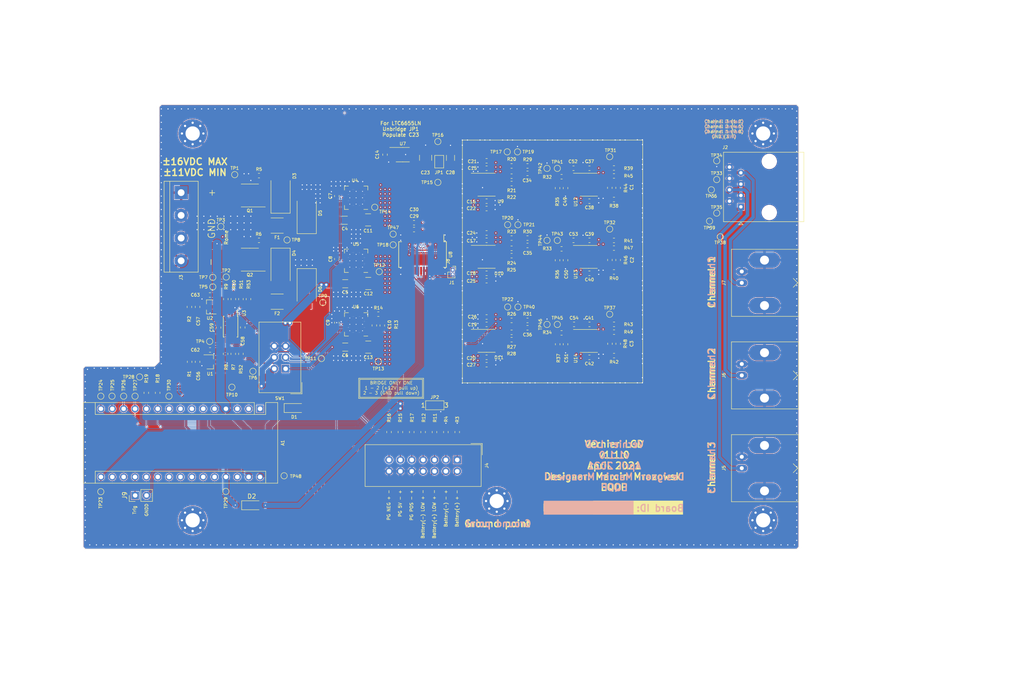
<source format=kicad_pcb>
(kicad_pcb (version 20171130) (host pcbnew "(5.1.10)-1")
  (title_block (title "\"Vernier Vamp\" Coil Driver - 2mA") (date 2020-05-12) (rev 1.1.0) (company "Strathclyde University") (comment 1 "Designed by: Marcin Mrozowski") (comment 2 "Checked by:") (comment 3 "Approved by:"))
  (layers (0 F.Cu signal) (1 GND.Cu power) (2 PWR.Cu power) (31 B.Cu signal) (34 B.Paste user) (35 F.Paste user) (36 B.SilkS user) (37 F.SilkS user) (38 B.Mask user) (39 F.Mask user) (44 Edge.Cuts user))
  (net 0 "")
  (net 1 /DAC/CLK)
  (net 2 /DAC/SDI)
  (net 3 "Net-(A1-Pad30)")
  (net 4 GNDD)
  (net 5 /DAC/~CS)
  (net 6 /DAC/~RS)
  (net 7 /DAC/~LDAC)
  (net 8 /DAC/MSB)
  (net 9 GND)
  (net 10 "Net-(C7-Pad1)")
  (net 11 "Net-(C8-Pad1)")
  (net 12 "Net-(C9-Pad1)")
  (net 13 "Net-(C10-Pad2)")
  (net 14 +5V)
  (net 15 "Net-(C23-Pad1)")
  (net 16 /DAC/Vref_2.5V)
  (net 17 /Channel_Outputs/4Q_DAC_OUT_1)
  (net 18 "Net-(C34-Pad1)")
  (net 19 /Channel_Outputs/4Q_DAC_OUT_2)
  (net 20 "Net-(C35-Pad1)")
  (net 21 /Channel_Outputs/4Q_DAC_OUT_3)
  (net 22 "Net-(C36-Pad1)")
  (net 23 "Net-(C49-Pad1)")
  (net 24 "Net-(C50-Pad1)")
  (net 25 "Net-(C51-Pad1)")
  (net 26 "Net-(C52-Pad2)")
  (net 27 "Net-(C52-Pad1)")
  (net 28 "Net-(C53-Pad2)")
  (net 29 "Net-(C53-Pad1)")
  (net 30 "Net-(C54-Pad2)")
  (net 31 "Net-(C54-Pad1)")
  (net 32 +BATT)
  (net 33 -BATT)
  (net 34 "Net-(D3-Pad2)")
  (net 35 "Net-(D3-Pad1)")
  (net 36 "Net-(D4-Pad2)")
  (net 37 "Net-(D4-Pad1)")
  (net 38 /DAC/Rrb_D)
  (net 39 /DAC/Iout_D)
  (net 40 /Channel_Outputs/Coil_Iout_3)
  (net 41 /Channel_Outputs/Coil_Iout_2)
  (net 42 /Channel_Outputs/Coil_Iout_1)
  (net 43 +5VD)
  (net 44 "Net-(R10-Pad1)")
  (net 45 "Net-(R21-Pad1)")
  (net 46 "Net-(R24-Pad1)")
  (net 47 "Net-(R27-Pad1)")
  (net 48 /Power/-EN)
  (net 49 "Net-(U11-Pad2)")
  (net 50 "Net-(U10-Pad2)")
  (net 51 "Net-(U8-Pad2)")
  (net 52 /Power/-12VDC_bat)
  (net 53 /Power/+12VDC_bat)
  (net 54 "Net-(C1-Pad2)")
  (net 55 "Net-(C1-Pad1)")
  (net 56 "Net-(C2-Pad2)")
  (net 57 "Net-(C2-Pad1)")
  (net 58 "Net-(C3-Pad2)")
  (net 59 "Net-(C3-Pad1)")
  (net 60 -7V5)
  (net 61 +7V5)
  (net 62 /Power/Battery_Management/+5V_c_ref)
  (net 63 /Power/Battery_Management/-5V_c_ref)
  (net 64 /Power/Battery_Management/Battery+_LOW_C)
  (net 65 /Power/Battery_Management/Battery-_LOW_C)
  (net 66 /Power/Battery_Management/Battery+_C)
  (net 67 /Power/Battery_Management/Battery-_A)
  (net 68 /Power/Battery_Management/Battery+_LOW_A)
  (net 69 /Power/Battery_Management/Battery-_LOW_A)
  (net 70 /Power/Battery_Management/+7.5_PG_A)
  (net 71 /Power/Battery_Management/+5_PG_A)
  (net 72 /Power/Battery_Management/-7.5_PG_C)
  (net 73 "Net-(JP2-Pad2)")
  (net 74 "Net-(R52-Pad2)")
  (net 75 +12V_batt_post)
  (net 76 "Net-(R51-Pad1)")
  (net 77 /DAC/SDO)
  (net 78 "Net-(A1-Pad28)")
  (net 79 "Net-(A1-Pad26)")
  (net 80 "Net-(A1-Pad25)")
  (net 81 "Net-(A1-Pad9)")
  (net 82 "Net-(A1-Pad24)")
  (net 83 "Net-(A1-Pad8)")
  (net 84 "Net-(A1-Pad23)")
  (net 85 "Net-(A1-Pad7)")
  (net 86 "Net-(A1-Pad22)")
  (net 87 "Net-(A1-Pad6)")
  (net 88 "Net-(A1-Pad21)")
  (net 89 "Net-(A1-Pad5)")
  (net 90 "Net-(A1-Pad20)")
  (net 91 "Net-(A1-Pad3)")
  (net 92 "Net-(A1-Pad18)")
  (net 93 "Net-(A1-Pad2)")
  (net 94 "Net-(A1-Pad17)")
  (net 95 "Net-(A1-Pad1)")
  (net 96 "Net-(U4-Pad11)")
  (net 97 "Net-(U4-Pad5)")
  (net 98 "Net-(U4-Pad4)")
  (net 99 "Net-(U5-Pad12)")
  (net 100 "Net-(U5-Pad11)")
  (net 101 "Net-(U5-Pad9)")
  (net 102 "Net-(U5-Pad8)")
  (net 103 "Net-(U5-Pad5)")
  (net 104 "Net-(U5-Pad4)")
  (net 105 /MCU/Trigger)
  (module vernier_current_driver:PinSocket_1x02_P1.00mm_Vertical_CUSTOM_CYD (layer F.Cu) (at 115.5065 84.1375)
    (fp_text reference J1 (at -0.1905 2.8575) (layer F.SilkS) (effects (font (size 0.7 0.7) (thickness 0.127))))
    (fp_text value Conn_01x02)
    (pad 1 thru_hole rect (at 0 0) (size 0.85 0.85) (drill 0.5) (layers *.Cu *.Mask) (net 39 /DAC/Iout_D))
    (pad 2 thru_hole oval (at 0 1) (size 0.85 0.85) (drill 0.5) (layers *.Cu *.Mask) (net 38 /DAC/Rrb_D))
  )
  (module Package_SO:TSSOP-8_4.4x3mm_P0.65mm (layer F.Cu) (at 65.874 96.848 270)
    (fp_text reference U3 (at -2.998 -3.026 90) (layer F.SilkS) (effects (font (size 0.7 0.7) (thickness 0.127))))
    (fp_text value LM393)
    (pad 1 smd rect (at -2.95 -0.975 270) (size 1.45 0.45) (layers F.Cu F.Paste F.Mask) (net 65 /Power/Battery_Management/Battery-_LOW_C))
    (pad 2 smd rect (at -2.95 -0.325 270) (size 1.45 0.45) (layers F.Cu F.Paste F.Mask) (net 44 "Net-(R10-Pad1)"))
    (pad 3 smd rect (at -2.95 0.325 270) (size 1.45 0.45) (layers F.Cu F.Paste F.Mask) (net 76 "Net-(R51-Pad1)"))
    (pad 4 smd rect (at -2.95 0.975 270) (size 1.45 0.45) (layers F.Cu F.Paste F.Mask) (net 52 /Power/-12VDC_bat))
    (pad 5 smd rect (at 2.95 0.975 270) (size 1.45 0.45) (layers F.Cu F.Paste F.Mask) (net 74 "Net-(R52-Pad2)"))
    (pad 6 smd rect (at 2.95 0.325 270) (size 1.45 0.45) (layers F.Cu F.Paste F.Mask) (net 62 /Power/Battery_Management/+5V_c_ref))
    (pad 7 smd rect (at 2.95 -0.325 270) (size 1.45 0.45) (layers F.Cu F.Paste F.Mask) (net 64 /Power/Battery_Management/Battery+_LOW_C))
    (pad 8 smd rect (at 2.95 -0.975 270) (size 1.45 0.45) (layers F.Cu F.Paste F.Mask) (net 53 /Power/+12VDC_bat))
  )
  (module Connector_PinHeader_2.54mm:PinHeader_1x02_P2.54mm_Vertical (layer F.Cu) (at 44.55 134.6 90)
    (fp_text reference J9 (at 0 -2.33 90) (layer F.SilkS))
    (fp_text value Conn_01x02)
    (pad 2 thru_hole oval (at 0 2.54 90) (size 1.7 1.7) (drill 1) (layers *.Cu *.Mask) (net 4 GNDD))
    (pad 1 thru_hole rect (at 0 0 90) (size 1.7 1.7) (drill 1) (layers *.Cu *.Mask) (net 105 /MCU/Trigger))
  )
  (module Diode_SMD:D_SOD-123 (layer F.Cu) (at 70.6 136.8)
    (fp_text reference D2 (at 0 -2) (layer F.SilkS))
    (fp_text value MBR0520LT)
    (pad 2 smd rect (at 1.65 0) (size 0.9 1.2) (layers F.Cu F.Paste F.Mask) (net 14 +5V))
    (pad 1 smd rect (at -1.65 0) (size 0.9 1.2) (layers F.Cu F.Paste F.Mask) (net 43 +5VD))
  )
  (module vernier_current_driver:MS548-10C (layer F.Cu) (at 111.6425 82.27 90)
    (fp_text reference J8 (at 0 2.83 90) (layer F.SilkS) (effects (font (size 0.7 0.7) (thickness 0.127))))
    (fp_text value MS548-10F)
    (pad 1 smd oval (at 27.15 6.045 270) (size 1.7 2.715) (layers F.Cu F.Paste F.Mask) (net 9 GND))
    (pad 1 smd oval (at 27.15 46.345 270) (size 1.7 2.715) (layers F.Cu F.Paste F.Mask) (net 9 GND))
    (pad 1 smd oval (at 27.15 31.2325 270) (size 1.7 2.715) (layers F.Cu F.Paste F.Mask) (net 9 GND))
    (pad 1 smd oval (at 27.15 21.1575 270) (size 1.7 2.715) (layers F.Cu F.Paste F.Mask) (net 9 GND))
    (pad 1 smd oval (at 27.15 36.27 270) (size 1.7 2.715) (layers F.Cu F.Paste F.Mask) (net 9 GND))
    (pad 1 smd oval (at 27.15 41.3075 270) (size 1.7 2.715) (layers F.Cu F.Paste F.Mask) (net 9 GND))
    (pad 1 smd oval (at 27.15 11.0825 270) (size 1.7 2.715) (layers F.Cu F.Paste F.Mask) (net 9 GND))
    (pad 1 smd oval (at 27.15 26.195 270) (size 1.7 2.715) (layers F.Cu F.Paste F.Mask) (net 9 GND))
    (pad 1 smd oval (at 27.15 16.12 270) (size 1.7 2.715) (layers F.Cu F.Paste F.Mask) (net 9 GND))
    (pad 1 smd oval (at -27.15 36.27 270) (size 1.7 2.715) (layers F.Cu F.Paste F.Mask) (net 9 GND))
    (pad 1 smd oval (at -27.15 46.345 270) (size 1.7 2.715) (layers F.Cu F.Paste F.Mask) (net 9 GND))
    (pad 1 smd oval (at -27.15 41.3075 270) (size 1.7 2.715) (layers F.Cu F.Paste F.Mask) (net 9 GND))
    (pad 1 smd oval (at -27.15 21.1575 270) (size 1.7 2.715) (layers F.Cu F.Paste F.Mask) (net 9 GND))
    (pad 1 smd oval (at -27.15 31.2325 270) (size 1.7 2.715) (layers F.Cu F.Paste F.Mask) (net 9 GND))
    (pad 1 smd oval (at -27.15 26.195 270) (size 1.7 2.715) (layers F.Cu F.Paste F.Mask) (net 9 GND))
    (pad 1 smd oval (at -27.15 6.045 270) (size 1.7 2.715) (layers F.Cu F.Paste F.Mask) (net 9 GND))
    (pad 1 smd oval (at -27.15 16.12 270) (size 1.7 2.715) (layers F.Cu F.Paste F.Mask) (net 9 GND))
    (pad 1 smd oval (at -27.15 11.0825 270) (size 1.7 2.715) (layers F.Cu F.Paste F.Mask) (net 9 GND))
    (pad 1 smd oval (at 27.15 46.345 180) (size 1.7 2.715) (layers F.Cu F.Paste F.Mask) (net 9 GND))
    (pad 1 smd oval (at 21.72 46.345 180) (size 1.7 2.715) (layers F.Cu F.Paste F.Mask) (net 9 GND))
    (pad 1 smd oval (at 5.43 46.345 180) (size 1.7 2.715) (layers F.Cu F.Paste F.Mask) (net 9 GND))
    (pad 1 smd oval (at 10.86 46.345 180) (size 1.7 2.715) (layers F.Cu F.Paste F.Mask) (net 9 GND))
    (pad 1 smd oval (at 16.29 46.345 180) (size 1.7 2.715) (layers F.Cu F.Paste F.Mask) (net 9 GND))
    (pad 1 smd oval (at -10.86 46.345 180) (size 1.7 2.715) (layers F.Cu F.Paste F.Mask) (net 9 GND))
    (pad 1 smd oval (at -5.43 46.345 180) (size 1.7 2.715) (layers F.Cu F.Paste F.Mask) (net 9 GND))
    (pad 1 smd oval (at 0 46.345 180) (size 1.7 2.715) (layers F.Cu F.Paste F.Mask) (net 9 GND))
    (pad 1 smd oval (at -27.15 46.345 180) (size 1.7 2.715) (layers F.Cu F.Paste F.Mask) (net 9 GND))
    (pad 1 smd oval (at -21.72 46.345 180) (size 1.7 2.715) (layers F.Cu F.Paste F.Mask) (net 9 GND))
    (pad 1 smd oval (at -16.29 46.345 180) (size 1.7 2.715) (layers F.Cu F.Paste F.Mask) (net 9 GND))
    (pad 1 smd oval (at 21.72 6.045 180) (size 1.7 2.715) (layers F.Cu F.Paste F.Mask) (net 9 GND))
    (pad 1 smd oval (at 27.15 6.045 180) (size 1.7 2.715) (layers F.Cu F.Paste F.Mask) (net 9 GND))
    (pad 1 smd oval (at 5.43 6.045 180) (size 1.7 2.715) (layers F.Cu F.Paste F.Mask) (net 9 GND))
    (pad 1 smd oval (at 10.86 6.045 180) (size 1.7 2.715) (layers F.Cu F.Paste F.Mask) (net 9 GND))
    (pad 1 smd oval (at 16.29 6.045 180) (size 1.7 2.715) (layers F.Cu F.Paste F.Mask) (net 9 GND))
    (pad 1 smd oval (at -10.86 6.045 180) (size 1.7 2.715) (layers F.Cu F.Paste F.Mask) (net 9 GND))
    (pad 1 smd oval (at -5.43 6.045 180) (size 1.7 2.715) (layers F.Cu F.Paste F.Mask) (net 9 GND))
    (pad 1 smd oval (at 0 6.045 180) (size 1.7 2.715) (layers F.Cu F.Paste F.Mask) (net 9 GND))
    (pad 1 smd oval (at -16.29 6.045 180) (size 1.7 2.715) (layers F.Cu F.Paste F.Mask) (net 9 GND))
    (pad 1 smd oval (at -21.72 6.045 180) (size 1.7 2.715) (layers F.Cu F.Paste F.Mask) (net 9 GND))
    (pad 1 smd oval (at -27.15 6.045 180) (size 1.7 2.715) (layers F.Cu F.Paste F.Mask) (net 9 GND))
  )
  (module Diode_SMD:D_SOD-123 (layer F.Cu) (at 80.1 115.05)
    (fp_text reference D1 (at 0 2) (layer F.SilkS) (effects (font (size 0.7 0.7) (thickness 0.127))))
    (fp_text value MBR0520LT)
    (pad 2 smd rect (at 1.65 0) (size 0.9 1.2) (layers F.Cu F.Paste F.Mask) (net 75 +12V_batt_post))
    (pad 1 smd rect (at -1.65 0) (size 0.9 1.2) (layers F.Cu F.Paste F.Mask) (net 3 "Net-(A1-Pad30)"))
  )
  (module Connector_Coaxial:BNC_Amphenol_B6252HB-NPP3G-50_Horizontal (layer F.Cu) (at 180.122 87.05 270)
    (fp_text reference J7 (at 0 4 90) (layer F.SilkS) (effects (font (size 0.7 0.7) (thickness 0.127))))
    (fp_text value "Channel 1")
    (pad 2 thru_hole oval (at -2.54 0 270) (size 1.6 2.5) (drill 0.89) (layers *.Cu *.Mask) (net 9 GND))
    (pad 1 thru_hole oval (at 0 0 270) (size 1.6 2.5) (drill 0.89) (layers *.Cu *.Mask) (net 42 /Channel_Outputs/Coil_Iout_1))
    (pad 2 thru_hole oval (at 5.08 -5.08 270) (size 3.5 7) (drill 2.01) (layers *.Cu *.Mask) (net 9 GND))
    (pad 2 thru_hole oval (at -5.08 -5.08 270) (size 3.5 7) (drill 2.01) (layers *.Cu *.Mask) (net 9 GND))
  )
  (module Connector_Coaxial:BNC_Amphenol_B6252HB-NPP3G-50_Horizontal (layer F.Cu) (at 180.122 107.75 270)
    (fp_text reference J6 (at 0 4 90) (layer F.SilkS) (effects (font (size 0.7 0.7) (thickness 0.127))))
    (fp_text value "Channel 2")
    (pad 2 thru_hole oval (at -2.54 0 270) (size 1.6 2.5) (drill 0.89) (layers *.Cu *.Mask) (net 9 GND))
    (pad 1 thru_hole oval (at 0 0 270) (size 1.6 2.5) (drill 0.89) (layers *.Cu *.Mask) (net 41 /Channel_Outputs/Coil_Iout_2))
    (pad 2 thru_hole oval (at 5.08 -5.08 270) (size 3.5 7) (drill 2.01) (layers *.Cu *.Mask) (net 9 GND))
    (pad 2 thru_hole oval (at -5.08 -5.08 270) (size 3.5 7) (drill 2.01) (layers *.Cu *.Mask) (net 9 GND))
  )
  (module Connector_Coaxial:BNC_Amphenol_B6252HB-NPP3G-50_Horizontal (layer F.Cu) (at 180.122 128.5 270)
    (fp_text reference J5 (at 0 4 90) (layer F.SilkS) (effects (font (size 0.7 0.7) (thickness 0.127))))
    (fp_text value "Channel 3")
    (pad 2 thru_hole oval (at -2.54 0 270) (size 1.6 2.5) (drill 0.89) (layers *.Cu *.Mask) (net 9 GND))
    (pad 1 thru_hole oval (at 0 0 270) (size 1.6 2.5) (drill 0.89) (layers *.Cu *.Mask) (net 40 /Channel_Outputs/Coil_Iout_3))
    (pad 2 thru_hole oval (at 5.08 -5.08 270) (size 3.5 7) (drill 2.01) (layers *.Cu *.Mask) (net 9 GND))
    (pad 2 thru_hole oval (at -5.08 -5.08 270) (size 3.5 7) (drill 2.01) (layers *.Cu *.Mask) (net 9 GND))
  )
  (module Module:Arduino_Nano (layer F.Cu) (at 72.4605 115.2175 270)
    (fp_text reference A1 (at 7.62 -5.08 90) (layer F.SilkS) (effects (font (size 0.7 0.7) (thickness 0.127))))
    (fp_text value Arduino_Nano_Every)
    (pad 16 thru_hole oval (at 15.24 35.56 270) (size 1.6 1.6) (drill 1) (layers *.Cu *.Mask) (net 1 /DAC/CLK))
    (pad 15 thru_hole oval (at 0 35.56 270) (size 1.6 1.6) (drill 1) (layers *.Cu *.Mask) (net 77 /DAC/SDO))
    (pad 30 thru_hole oval (at 15.24 0 270) (size 1.6 1.6) (drill 1) (layers *.Cu *.Mask) (net 3 "Net-(A1-Pad30)"))
    (pad 14 thru_hole oval (at 0 33.02 270) (size 1.6 1.6) (drill 1) (layers *.Cu *.Mask) (net 2 /DAC/SDI))
    (pad 29 thru_hole oval (at 15.24 2.54 270) (size 1.6 1.6) (drill 1) (layers *.Cu *.Mask) (net 4 GNDD))
    (pad 13 thru_hole oval (at 0 30.48 270) (size 1.6 1.6) (drill 1) (layers *.Cu *.Mask) (net 5 /DAC/~CS))
    (pad 28 thru_hole oval (at 15.24 5.08 270) (size 1.6 1.6) (drill 1) (layers *.Cu *.Mask) (net 78 "Net-(A1-Pad28)"))
    (pad 12 thru_hole oval (at 0 27.94 270) (size 1.6 1.6) (drill 1) (layers *.Cu *.Mask) (net 7 /DAC/~LDAC))
    (pad 27 thru_hole oval (at 15.24 7.62 270) (size 1.6 1.6) (drill 1) (layers *.Cu *.Mask) (net 43 +5VD))
    (pad 11 thru_hole oval (at 0 25.4 270) (size 1.6 1.6) (drill 1) (layers *.Cu *.Mask) (net 8 /DAC/MSB))
    (pad 26 thru_hole oval (at 15.24 10.16 270) (size 1.6 1.6) (drill 1) (layers *.Cu *.Mask) (net 79 "Net-(A1-Pad26)"))
    (pad 10 thru_hole oval (at 0 22.86 270) (size 1.6 1.6) (drill 1) (layers *.Cu *.Mask) (net 6 /DAC/~RS))
    (pad 25 thru_hole oval (at 15.24 12.7 270) (size 1.6 1.6) (drill 1) (layers *.Cu *.Mask) (net 80 "Net-(A1-Pad25)"))
    (pad 9 thru_hole oval (at 0 20.32 270) (size 1.6 1.6) (drill 1) (layers *.Cu *.Mask) (net 81 "Net-(A1-Pad9)"))
    (pad 24 thru_hole oval (at 15.24 15.24 270) (size 1.6 1.6) (drill 1) (layers *.Cu *.Mask) (net 82 "Net-(A1-Pad24)"))
    (pad 8 thru_hole oval (at 0 17.78 270) (size 1.6 1.6) (drill 1) (layers *.Cu *.Mask) (net 83 "Net-(A1-Pad8)"))
    (pad 23 thru_hole oval (at 15.24 17.78 270) (size 1.6 1.6) (drill 1) (layers *.Cu *.Mask) (net 84 "Net-(A1-Pad23)"))
    (pad 7 thru_hole oval (at 0 15.24 270) (size 1.6 1.6) (drill 1) (layers *.Cu *.Mask) (net 85 "Net-(A1-Pad7)"))
    (pad 22 thru_hole oval (at 15.24 20.32 270) (size 1.6 1.6) (drill 1) (layers *.Cu *.Mask) (net 86 "Net-(A1-Pad22)"))
    (pad 6 thru_hole oval (at 0 12.7 270) (size 1.6 1.6) (drill 1) (layers *.Cu *.Mask) (net 87 "Net-(A1-Pad6)"))
    (pad 21 thru_hole oval (at 15.24 22.86 270) (size 1.6 1.6) (drill 1) (layers *.Cu *.Mask) (net 88 "Net-(A1-Pad21)"))
    (pad 5 thru_hole oval (at 0 10.16 270) (size 1.6 1.6) (drill 1) (layers *.Cu *.Mask) (net 89 "Net-(A1-Pad5)"))
    (pad 20 thru_hole oval (at 15.24 25.4 270) (size 1.6 1.6) (drill 1) (layers *.Cu *.Mask) (net 90 "Net-(A1-Pad20)"))
    (pad 4 thru_hole oval (at 0 7.62 270) (size 1.6 1.6) (drill 1) (layers *.Cu *.Mask) (net 4 GNDD))
    (pad 19 thru_hole oval (at 15.24 27.94 270) (size 1.6 1.6) (drill 1) (layers *.Cu *.Mask) (net 105 /MCU/Trigger))
    (pad 3 thru_hole oval (at 0 5.08 270) (size 1.6 1.6) (drill 1) (layers *.Cu *.Mask) (net 91 "Net-(A1-Pad3)"))
    (pad 18 thru_hole oval (at 15.24 30.48 270) (size 1.6 1.6) (drill 1) (layers *.Cu *.Mask) (net 92 "Net-(A1-Pad18)"))
    (pad 2 thru_hole oval (at 0 2.54 270) (size 1.6 1.6) (drill 1) (layers *.Cu *.Mask) (net 93 "Net-(A1-Pad2)"))
    (pad 17 thru_hole oval (at 15.24 33.02 270) (size 1.6 1.6) (drill 1) (layers *.Cu *.Mask) (net 94 "Net-(A1-Pad17)"))
    (pad 1 thru_hole rect (at 0 0 270) (size 1.6 1.6) (drill 1) (layers *.Cu *.Mask) (net 95 "Net-(A1-Pad1)"))
  )
  (module Connector_IDC:IDC-Header_2x03_P2.54mm_Vertical (layer F.Cu) (at 78.1755 106.264 180)
    (fp_text reference SW1 (at 1.27 -6.604) (layer F.SilkS) (effects (font (size 0.7 0.7) (thickness 0.127))))
    (fp_text value DPDT_Hirose)
    (pad 6 thru_hole oval (at 2.54 5.08 180) (size 1.7272 1.7272) (drill 1.016) (layers *.Cu *.Mask) (net 9 GND))
    (pad 5 thru_hole oval (at 0 5.08 180) (size 1.7272 1.7272) (drill 1.016) (layers *.Cu *.Mask) (net 9 GND))
    (pad 4 thru_hole oval (at 2.54 2.54 180) (size 1.7272 1.7272) (drill 1.016) (layers *.Cu *.Mask) (net 75 +12V_batt_post))
    (pad 3 thru_hole oval (at 0 2.54 180) (size 1.7272 1.7272) (drill 1.016) (layers *.Cu *.Mask) (net 48 /Power/-EN))
    (pad 2 thru_hole oval (at 2.54 0 180) (size 1.7272 1.7272) (drill 1.016) (layers *.Cu *.Mask) (net 53 /Power/+12VDC_bat))
    (pad 1 thru_hole rect (at 0 0 180) (size 1.7272 1.7272) (drill 1.016) (layers *.Cu *.Mask) (net 52 /Power/-12VDC_bat))
  )
  (module Connector_IDC:IDC-Header_2x07_P2.54mm_Vertical (layer F.Cu) (at 116.5295 126.6475 270)
    (fp_text reference J4 (at 1.27 -6.604 90) (layer F.SilkS) (effects (font (size 0.7 0.7) (thickness 0.127))))
    (fp_text value Conn_02x07_Odd_Even)
    (pad 14 thru_hole oval (at 2.54 15.24 270) (size 1.7272 1.7272) (drill 1.016) (layers *.Cu *.Mask) (net 9 GND))
    (pad 13 thru_hole oval (at 0 15.24 270) (size 1.7272 1.7272) (drill 1.016) (layers *.Cu *.Mask) (net 72 /Power/Battery_Management/-7.5_PG_C))
    (pad 12 thru_hole oval (at 2.54 12.7 270) (size 1.7272 1.7272) (drill 1.016) (layers *.Cu *.Mask) (net 9 GND))
    (pad 11 thru_hole oval (at 0 12.7 270) (size 1.7272 1.7272) (drill 1.016) (layers *.Cu *.Mask) (net 71 /Power/Battery_Management/+5_PG_A))
    (pad 10 thru_hole oval (at 2.54 10.16 270) (size 1.7272 1.7272) (drill 1.016) (layers *.Cu *.Mask) (net 9 GND))
    (pad 9 thru_hole oval (at 0 10.16 270) (size 1.7272 1.7272) (drill 1.016) (layers *.Cu *.Mask) (net 70 /Power/Battery_Management/+7.5_PG_A))
    (pad 8 thru_hole oval (at 2.54 7.62 270) (size 1.7272 1.7272) (drill 1.016) (layers *.Cu *.Mask) (net 65 /Power/Battery_Management/Battery-_LOW_C))
    (pad 7 thru_hole oval (at 0 7.62 270) (size 1.7272 1.7272) (drill 1.016) (layers *.Cu *.Mask) (net 69 /Power/Battery_Management/Battery-_LOW_A))
    (pad 6 thru_hole oval (at 2.54 5.08 270) (size 1.7272 1.7272) (drill 1.016) (layers *.Cu *.Mask) (net 64 /Power/Battery_Management/Battery+_LOW_C))
    (pad 5 thru_hole oval (at 0 5.08 270) (size 1.7272 1.7272) (drill 1.016) (layers *.Cu *.Mask) (net 68 /Power/Battery_Management/Battery+_LOW_A))
    (pad 4 thru_hole oval (at 2.54 2.54 270) (size 1.7272 1.7272) (drill 1.016) (layers *.Cu *.Mask) (net 33 -BATT))
    (pad 3 thru_hole oval (at 0 2.54 270) (size 1.7272 1.7272) (drill 1.016) (layers *.Cu *.Mask) (net 67 /Power/Battery_Management/Battery-_A))
    (pad 2 thru_hole oval (at 2.54 0 270) (size 1.7272 1.7272) (drill 1.016) (layers *.Cu *.Mask) (net 32 +BATT))
    (pad 1 thru_hole rect (at 0 0 270) (size 1.7272 1.7272) (drill 1.016) (layers *.Cu *.Mask) (net 66 /Power/Battery_Management/Battery+_C))
  )
  (module Resistor_SMD:R_0603_1608Metric_Pad1.05x0.95mm_HandSolder (layer F.Cu) (at 69.88 90.6869 90)
    (fp_text reference R53 (at 3.2824 0.0225 90) (layer F.SilkS) (effects (font (size 0.7 0.7) (thickness 0.127))))
    (fp_text value 133k)
    (pad 1 smd roundrect (at -0.875 0 90) (size 1.05 0.95) (layers F.Cu F.Paste F.Mask) (net 65 /Power/Battery_Management/Battery-_LOW_C))
    (pad 2 smd roundrect (at 0.875 0 90) (size 1.05 0.95) (layers F.Cu F.Paste F.Mask) (net 76 "Net-(R51-Pad1)"))
  )
  (module Resistor_SMD:R_0603_1608Metric_Pad1.05x0.95mm_HandSolder (layer F.Cu) (at 68.188 102.9353 270)
    (fp_text reference R52 (at 3.4557 0 90) (layer F.SilkS) (effects (font (size 0.7 0.7) (thickness 0.127))))
    (fp_text value 2M)
    (pad 1 smd roundrect (at -0.875 0 270) (size 1.05 0.95) (layers F.Cu F.Paste F.Mask) (net 64 /Power/Battery_Management/Battery+_LOW_C))
    (pad 2 smd roundrect (at 0.875 0 270) (size 1.05 0.95) (layers F.Cu F.Paste F.Mask) (net 74 "Net-(R52-Pad2)"))
  )
  (module Resistor_SMD:R_0603_1608Metric_Pad1.05x0.95mm_HandSolder (layer F.Cu) (at 68.188 90.6869 90)
    (fp_text reference R51 (at 3.2824 0.0635 90) (layer F.SilkS) (effects (font (size 0.7 0.7) (thickness 0.127))))
    (fp_text value 3k)
    (pad 1 smd roundrect (at -0.875 0 90) (size 1.05 0.95) (layers F.Cu F.Paste F.Mask) (net 76 "Net-(R51-Pad1)"))
    (pad 2 smd roundrect (at 0.875 0 90) (size 1.05 0.95) (layers F.Cu F.Paste F.Mask) (net 63 /Power/Battery_Management/-5V_c_ref))
  )
  (module TestPoint:TestPoint_Pad_D1.0mm (layer F.Cu) (at 77.84 130.2035)
    (fp_text reference TP48 (at 2.6035 0.127) (layer F.SilkS) (effects (font (size 0.7 0.7) (thickness 0.127))))
    (fp_text value TestPoint_Probe)
    (pad 1 smd circle (at 0 0) (size 1 1) (layers F.Cu F.Mask) (net 3 "Net-(A1-Pad30)"))
  )
  (module TestPoint:TestPoint_Pad_D1.0mm (layer F.Cu) (at 102.2 76.15)
    (fp_text reference TP47 (at 0 -1.448) (layer F.SilkS) (effects (font (size 0.7 0.7) (thickness 0.127))))
    (fp_text value TestPoint_Probe)
    (pad 1 smd circle (at 0 0) (size 1 1) (layers F.Cu F.Mask) (net 9 GND))
  )
  (module Capacitor_SMD:C_1206_3216Metric_Pad1.42x1.75mm_HandSolder (layer F.Cu) (at 91.5 87.25)
    (fp_text reference C5 (at 0 1.9) (layer F.SilkS) (effects (font (size 0.7 0.7) (thickness 0.127))))
    (fp_text value 10u)
    (pad 1 smd roundrect (at -1.4875 0) (size 1.425 1.75) (layers F.Cu F.Paste F.Mask) (roundrect_rratio 0.175439) (net 53 /Power/+12VDC_bat))
    (pad 2 smd roundrect (at 1.4875 0) (size 1.425 1.75) (layers F.Cu F.Paste F.Mask) (roundrect_rratio 0.175439) (net 9 GND))
  )
  (module Capacitor_SMD:C_1206_3216Metric_Pad1.42x1.75mm_HandSolder (layer F.Cu) (at 91.5 101.42)
    (fp_text reference C6 (at 0 1.83) (layer F.SilkS) (effects (font (size 0.7 0.7) (thickness 0.127))))
    (fp_text value 10u)
    (pad 1 smd roundrect (at -1.4875 0) (size 1.425 1.75) (layers F.Cu F.Paste F.Mask) (roundrect_rratio 0.175439) (net 52 /Power/-12VDC_bat))
    (pad 2 smd roundrect (at 1.4875 0) (size 1.425 1.75) (layers F.Cu F.Paste F.Mask) (roundrect_rratio 0.175439) (net 9 GND))
  )
  (module Capacitor_SMD:C_1206_3216Metric_Pad1.42x1.75mm_HandSolder (layer F.Cu) (at 91.4 73.05)
    (fp_text reference C4 (at 0 1.9) (layer F.SilkS) (effects (font (size 0.7 0.7) (thickness 0.127))))
    (fp_text value 10u)
    (pad 1 smd roundrect (at -1.4875 0) (size 1.425 1.75) (layers F.Cu F.Paste F.Mask) (roundrect_rratio 0.175439) (net 53 /Power/+12VDC_bat))
    (pad 2 smd roundrect (at 1.4875 0) (size 1.425 1.75) (layers F.Cu F.Paste F.Mask) (roundrect_rratio 0.175439) (net 9 GND))
  )
  (module Capacitor_SMD:C_0603_1608Metric_Pad1.05x0.95mm_HandSolder (layer F.Cu) (at 98.005 96.58 90)
    (fp_text reference C10 (at 0.18 3.395 90) (layer F.SilkS) (effects (font (size 0.7 0.7) (thickness 0.127))))
    (fp_text value 10n)
    (pad 1 smd roundrect (at -0.875 0 90) (size 1.05 0.95) (layers F.Cu F.Paste F.Mask) (net 60 -7V5))
    (pad 2 smd roundrect (at 0.875 0 90) (size 1.05 0.95) (layers F.Cu F.Paste F.Mask) (net 13 "Net-(C10-Pad2)"))
  )
  (module Capacitor_SMD:C_1206_3216Metric_Pad1.42x1.75mm_HandSolder (layer F.Cu) (at 115.025 59.1 90)
    (fp_text reference C28 (at -3.275 -0.025 180) (layer F.SilkS) (effects (font (size 0.7 0.7) (thickness 0.127))))
    (fp_text value 10u)
    (pad 1 smd roundrect (at -1.4875 0 90) (size 1.425 1.75) (layers F.Cu F.Paste F.Mask) (roundrect_rratio 0.175439) (net 16 /DAC/Vref_2.5V))
    (pad 2 smd roundrect (at 1.4875 0 90) (size 1.425 1.75) (layers F.Cu F.Paste F.Mask) (roundrect_rratio 0.175439) (net 9 GND))
  )
  (module TestPoint:TestPoint_Pad_D1.0mm (layer F.Cu) (at 130.1 92.45)
    (fp_text reference TP40 (at 2.5 0) (layer F.SilkS) (effects (font (size 0.7 0.7) (thickness 0.127))))
    (fp_text value TestPoint_Probe)
    (pad 1 smd circle (at 0 0) (size 1 1) (layers F.Cu F.Mask) (net 9 GND))
  )
  (module TestPoint:TestPoint_Pad_D1.0mm (layer F.Cu) (at 52.1098 112.3854 90)
    (fp_text reference TP30 (at 2.45 0 90) (layer F.SilkS) (effects (font (size 0.7 0.7) (thickness 0.127))))
    (fp_text value TestPoint_Probe)
    (pad 1 smd circle (at 0 0 90) (size 1 1) (layers F.Cu F.Mask) (net 6 /DAC/~RS))
  )
  (module TestPoint:TestPoint_Pad_D1.0mm (layer F.Cu) (at 41.975 112.4 90)
    (fp_text reference TP26 (at 2.45 0 270) (layer F.SilkS) (effects (font (size 0.7 0.7) (thickness 0.127))))
    (fp_text value TestPoint_Probe)
    (pad 1 smd circle (at 0 0 90) (size 1 1) (layers F.Cu F.Mask) (net 5 /DAC/~CS))
  )
  (module TestPoint:TestPoint_Pad_D1.0mm (layer F.Cu) (at 44.525 112.4 90)
    (fp_text reference TP27 (at 2.45 0.05 270) (layer F.SilkS) (effects (font (size 0.7 0.7) (thickness 0.127))))
    (fp_text value TestPoint_Probe)
    (pad 1 smd circle (at 0 0 90) (size 1 1) (layers F.Cu F.Mask) (net 7 /DAC/~LDAC))
  )
  (module TestPoint:TestPoint_Pad_D1.0mm (layer F.Cu) (at 64.8225 133.696 90)
    (fp_text reference TP29 (at -2.54 0 270) (layer F.SilkS) (effects (font (size 0.7 0.7) (thickness 0.127))))
    (fp_text value TestPoint_Probe)
    (pad 1 smd circle (at 0 0 90) (size 1 1) (layers F.Cu F.Mask) (net 43 +5VD))
  )
  (module MountingHole:MountingHole_3.2mm_M3_Pad_Via (layer F.Cu) (at 125.364 135.85)
    (fp_text reference H5 hide)
    (fp_text value MountingHole_Pad)
    (pad 1 thru_hole circle (at 0 0) (size 6.4 6.4) (drill 3.2) (layers *.Cu *.Mask) (net 9 GND))
    (pad 1 thru_hole circle (at 2.4 0) (size 0.8 0.8) (drill 0.5) (layers *.Cu *.Mask) (net 9 GND))
    (pad 1 thru_hole circle (at 1.697056 1.697056) (size 0.8 0.8) (drill 0.5) (layers *.Cu *.Mask) (net 9 GND))
    (pad 1 thru_hole circle (at 0 2.4) (size 0.8 0.8) (drill 0.5) (layers *.Cu *.Mask) (net 9 GND))
    (pad 1 thru_hole circle (at -1.697056 1.697056) (size 0.8 0.8) (drill 0.5) (layers *.Cu *.Mask) (net 9 GND))
    (pad 1 thru_hole circle (at -2.4 0) (size 0.8 0.8) (drill 0.5) (layers *.Cu *.Mask) (net 9 GND))
    (pad 1 thru_hole circle (at -1.697056 -1.697056) (size 0.8 0.8) (drill 0.5) (layers *.Cu *.Mask) (net 9 GND))
    (pad 1 thru_hole circle (at 0 -2.4) (size 0.8 0.8) (drill 0.5) (layers *.Cu *.Mask) (net 9 GND))
    (pad 1 thru_hole circle (at 1.697056 -1.697056) (size 0.8 0.8) (drill 0.5) (layers *.Cu *.Mask) (net 9 GND))
  )
  (module Jumper:SolderJumper-3_P1.3mm_Open_Pad1.0x1.5mm_NumberLabels (layer F.Cu) (at 111.516 114.436)
    (fp_text reference JP2 (at 0 -1.8) (layer F.SilkS) (effects (font (size 0.7 0.7) (thickness 0.127))))
    (fp_text value SolderJumper_3_Open)
    (fp_text user 3 (at 2.6 0) (layer F.SilkS))
    (fp_text user 1 (at -2.6 0) (layer F.SilkS))
    (pad 3 smd rect (at 1.3 0) (size 1 1.5) (layers F.Cu F.Mask) (net 9 GND))
    (pad 2 smd rect (at 0 0) (size 1 1.5) (layers F.Cu F.Mask) (net 73 "Net-(JP2-Pad2)"))
    (pad 1 smd rect (at -1.3 0) (size 1 1.5) (layers F.Cu F.Mask) (net 53 /Power/+12VDC_bat))
  )
  (module MountingHole:MountingHole_3.2mm_M3_Pad_Via (layer F.Cu) (at 57.4 140.15)
    (fp_text reference H1 hide)
    (fp_text value MountingHole_Pad)
    (pad 1 thru_hole circle (at 0 0) (size 6.4 6.4) (drill 3.2) (layers *.Cu *.Mask) (net 9 GND))
    (pad 1 thru_hole circle (at 2.4 0) (size 0.8 0.8) (drill 0.5) (layers *.Cu *.Mask) (net 9 GND))
    (pad 1 thru_hole circle (at 1.697056 1.697056) (size 0.8 0.8) (drill 0.5) (layers *.Cu *.Mask) (net 9 GND))
    (pad 1 thru_hole circle (at 0 2.4) (size 0.8 0.8) (drill 0.5) (layers *.Cu *.Mask) (net 9 GND))
    (pad 1 thru_hole circle (at -1.697056 1.697056) (size 0.8 0.8) (drill 0.5) (layers *.Cu *.Mask) (net 9 GND))
    (pad 1 thru_hole circle (at -2.4 0) (size 0.8 0.8) (drill 0.5) (layers *.Cu *.Mask) (net 9 GND))
    (pad 1 thru_hole circle (at -1.697056 -1.697056) (size 0.8 0.8) (drill 0.5) (layers *.Cu *.Mask) (net 9 GND))
    (pad 1 thru_hole circle (at 0 -2.4) (size 0.8 0.8) (drill 0.5) (layers *.Cu *.Mask) (net 9 GND))
    (pad 1 thru_hole circle (at 1.697056 -1.697056) (size 0.8 0.8) (drill 0.5) (layers *.Cu *.Mask) (net 9 GND))
  )
  (module Resistor_SMD:R_0603_1608Metric_Pad1.05x0.95mm_HandSolder (layer F.Cu) (at 47.0425 111.65 90)
    (fp_text reference R19 (at 3.175 0.02 90) (layer F.SilkS) (effects (font (size 0.7 0.7) (thickness 0.127))))
    (fp_text value 10k)
    (pad 1 smd roundrect (at -0.875 0 90) (size 1.05 0.95) (layers F.Cu F.Paste F.Mask) (net 8 /DAC/MSB))
    (pad 2 smd roundrect (at 0.875 0 90) (size 1.05 0.95) (layers F.Cu F.Paste F.Mask) (net 43 +5VD))
  )
  (module TestPoint:TestPoint_Pad_D1.0mm (layer F.Cu) (at 45.55 108.1)
    (fp_text reference TP28 (at -2.45 0) (layer F.SilkS) (effects (font (size 0.7 0.7) (thickness 0.127))))
    (fp_text value TestPoint_Probe)
    (pad 1 smd circle (at 0 0) (size 1 1) (layers F.Cu F.Mask) (net 8 /DAC/MSB))
  )
  (module MountingHole:MountingHole_3.2mm_M3_Pad_Via (layer F.Cu) (at 57.4 53.65)
    (fp_text reference H3 hide)
    (fp_text value MountingHole_Pad)
    (pad 1 thru_hole circle (at 0 0) (size 6.4 6.4) (drill 3.2) (layers *.Cu *.Mask) (net 9 GND))
    (pad 1 thru_hole circle (at 2.4 0) (size 0.8 0.8) (drill 0.5) (layers *.Cu *.Mask) (net 9 GND))
    (pad 1 thru_hole circle (at 1.697056 1.697056) (size 0.8 0.8) (drill 0.5) (layers *.Cu *.Mask) (net 9 GND))
    (pad 1 thru_hole circle (at 0 2.4) (size 0.8 0.8) (drill 0.5) (layers *.Cu *.Mask) (net 9 GND))
    (pad 1 thru_hole circle (at -1.697056 1.697056) (size 0.8 0.8) (drill 0.5) (layers *.Cu *.Mask) (net 9 GND))
    (pad 1 thru_hole circle (at -2.4 0) (size 0.8 0.8) (drill 0.5) (layers *.Cu *.Mask) (net 9 GND))
    (pad 1 thru_hole circle (at -1.697056 -1.697056) (size 0.8 0.8) (drill 0.5) (layers *.Cu *.Mask) (net 9 GND))
    (pad 1 thru_hole circle (at 0 -2.4) (size 0.8 0.8) (drill 0.5) (layers *.Cu *.Mask) (net 9 GND))
    (pad 1 thru_hole circle (at 1.697056 -1.697056) (size 0.8 0.8) (drill 0.5) (layers *.Cu *.Mask) (net 9 GND))
  )
  (module Resistor_SMD:R_0603_1608Metric_Pad1.05x0.95mm_HandSolder (layer F.Cu) (at 99.783 96.594 90)
    (fp_text reference R13 (at 0.194 3.117 90) (layer F.SilkS) (effects (font (size 0.7 0.7) (thickness 0.127))))
    (fp_text value 549k)
    (pad 1 smd roundrect (at -0.875 0 90) (size 1.05 0.95) (layers F.Cu F.Paste F.Mask) (net 60 -7V5))
    (pad 2 smd roundrect (at 0.875 0 90) (size 1.05 0.95) (layers F.Cu F.Paste F.Mask) (net 13 "Net-(C10-Pad2)"))
  )
  (module Resistor_SMD:R_0603_1608Metric_Pad1.05x0.95mm_HandSolder (layer F.Cu) (at 128.68 80.973)
    (fp_text reference R25 (at -0.03 3.177) (layer F.SilkS) (effects (font (size 0.7 0.7) (thickness 0.127))))
    (fp_text value 10k)
    (pad 1 smd roundrect (at -0.875 0) (size 1.05 0.95) (layers F.Cu F.Paste F.Mask) (net 46 "Net-(R24-Pad1)"))
    (pad 2 smd roundrect (at 0.875 0) (size 1.05 0.95) (layers F.Cu F.Paste F.Mask) (net 20 "Net-(C35-Pad1)"))
  )
  (module Resistor_SMD:R_0603_1608Metric_Pad1.05x0.95mm_HandSolder (layer F.Cu) (at 49.5825 111.65 90)
    (fp_text reference R18 (at 3.175 0 90) (layer F.SilkS) (effects (font (size 0.7 0.7) (thickness 0.127))))
    (fp_text value 10k)
    (pad 1 smd roundrect (at -0.875 0 90) (size 1.05 0.95) (layers F.Cu F.Paste F.Mask) (net 6 /DAC/~RS))
    (pad 2 smd roundrect (at 0.875 0 90) (size 1.05 0.95) (layers F.Cu F.Paste F.Mask) (net 43 +5VD))
  )
  (module Resistor_SMD:R_0603_1608Metric_Pad1.05x0.95mm_HandSolder (layer F.Cu) (at 128.68 77.036)
    (fp_text reference R23 (at 0 -1.43) (layer F.SilkS) (effects (font (size 0.7 0.7) (thickness 0.127))))
    (fp_text value 10k)
    (pad 1 smd roundrect (at -0.875 0) (size 1.05 0.95) (layers F.Cu F.Paste F.Mask) (net 16 /DAC/Vref_2.5V))
    (pad 2 smd roundrect (at 0.875 0) (size 1.05 0.95) (layers F.Cu F.Paste F.Mask) (net 20 "Net-(C35-Pad1)"))
  )
  (module Resistor_SMD:R_0603_1608Metric_Pad1.05x0.95mm_HandSolder (layer F.Cu) (at 128.68 60.907)
    (fp_text reference R20 (at 0 -1.507) (layer F.SilkS) (effects (font (size 0.7 0.7) (thickness 0.127))))
    (fp_text value 10k)
    (pad 1 smd roundrect (at -0.875 0) (size 1.05 0.95) (layers F.Cu F.Paste F.Mask) (net 16 /DAC/Vref_2.5V))
    (pad 2 smd roundrect (at 0.875 0) (size 1.05 0.95) (layers F.Cu F.Paste F.Mask) (net 18 "Net-(C34-Pad1)"))
  )
  (module Resistor_SMD:R_0603_1608Metric_Pad1.05x0.95mm_HandSolder (layer F.Cu) (at 128.68 95.451)
    (fp_text reference R26 (at 0 -1.43) (layer F.SilkS) (effects (font (size 0.7 0.7) (thickness 0.127))))
    (fp_text value 10k)
    (pad 1 smd roundrect (at -0.875 0) (size 1.05 0.95) (layers F.Cu F.Paste F.Mask) (net 16 /DAC/Vref_2.5V))
    (pad 2 smd roundrect (at 0.875 0) (size 1.05 0.95) (layers F.Cu F.Paste F.Mask) (net 22 "Net-(C36-Pad1)"))
  )
  (module Resistor_SMD:R_0603_1608Metric_Pad1.05x0.95mm_HandSolder (layer F.Cu) (at 116.5295 120.4245 90)
    (fp_text reference R3 (at 2.8225 0.022 90) (layer F.SilkS) (effects (font (size 0.7 0.7) (thickness 0.127))))
    (fp_text value 10k)
    (pad 1 smd roundrect (at -0.875 0 90) (size 1.05 0.95) (layers F.Cu F.Paste F.Mask) (net 66 /Power/Battery_Management/Battery+_C))
    (pad 2 smd roundrect (at 0.875 0 90) (size 1.05 0.95) (layers F.Cu F.Paste F.Mask) (net 9 GND))
  )
  (module Resistor_SMD:R_0603_1608Metric_Pad1.05x0.95mm_HandSolder (layer F.Cu) (at 128.68 79.322)
    (fp_text reference R24 (at 0 3.328) (layer F.SilkS) (effects (font (size 0.7 0.7) (thickness 0.127))))
    (fp_text value 10k)
    (pad 1 smd roundrect (at -0.875 0) (size 1.05 0.95) (layers F.Cu F.Paste F.Mask) (net 46 "Net-(R24-Pad1)"))
    (pad 2 smd roundrect (at 0.875 0) (size 1.05 0.95) (layers F.Cu F.Paste F.Mask) (net 20 "Net-(C35-Pad1)"))
  )
  (module Resistor_SMD:R_0603_1608Metric_Pad1.05x0.95mm_HandSolder (layer F.Cu) (at 113.9895 120.4245 90)
    (fp_text reference R4 (at 2.886 0.062 90) (layer F.SilkS) (effects (font (size 0.7 0.7) (thickness 0.127))))
    (fp_text value 10k)
    (pad 1 smd roundrect (at -0.875 0 90) (size 1.05 0.95) (layers F.Cu F.Paste F.Mask) (net 67 /Power/Battery_Management/Battery-_A))
    (pad 2 smd roundrect (at 0.875 0 90) (size 1.05 0.95) (layers F.Cu F.Paste F.Mask) (net 9 GND))
  )
  (module Resistor_SMD:R_0603_1608Metric_Pad1.05x0.95mm_HandSolder (layer F.Cu) (at 128.68 98.118)
    (fp_text reference R27 (at -0.03 3.282) (layer F.SilkS) (effects (font (size 0.7 0.7) (thickness 0.127))))
    (fp_text value 10k)
    (pad 1 smd roundrect (at -0.875 0) (size 1.05 0.95) (layers F.Cu F.Paste F.Mask) (net 47 "Net-(R27-Pad1)"))
    (pad 2 smd roundrect (at 0.875 0) (size 1.05 0.95) (layers F.Cu F.Paste F.Mask) (net 22 "Net-(C36-Pad1)"))
  )
  (module Resistor_SMD:R_0603_1608Metric_Pad1.05x0.95mm_HandSolder (layer F.Cu) (at 128.68 99.769)
    (fp_text reference R28 (at -0.03 3.131) (layer F.SilkS) (effects (font (size 0.7 0.7) (thickness 0.127))))
    (fp_text value 10k)
    (pad 1 smd roundrect (at -0.875 0) (size 1.05 0.95) (layers F.Cu F.Paste F.Mask) (net 47 "Net-(R27-Pad1)"))
    (pad 2 smd roundrect (at 0.875 0) (size 1.05 0.95) (layers F.Cu F.Paste F.Mask) (net 22 "Net-(C36-Pad1)"))
  )
  (module Package_SO:SO-8_3.9x4.9mm_P1.27mm (layer F.Cu) (at 70.192 81.862 180)
    (fp_text reference Q2 (at 0 -3.4) (layer F.SilkS) (effects (font (size 0.7 0.7) (thickness 0.127))))
    (fp_text value IRF8707PbF)
    (pad 1 smd roundrect (at -2.575 -1.905 180) (size 1.75 0.6) (layers F.Cu F.Paste F.Mask) (net 36 "Net-(D4-Pad2)"))
    (pad 2 smd roundrect (at -2.575 -0.635 180) (size 1.75 0.6) (layers F.Cu F.Paste F.Mask) (net 36 "Net-(D4-Pad2)"))
    (pad 3 smd roundrect (at -2.575 0.635 180) (size 1.75 0.6) (layers F.Cu F.Paste F.Mask) (net 36 "Net-(D4-Pad2)"))
    (pad 4 smd roundrect (at -2.575 1.905 180) (size 1.75 0.6) (layers F.Cu F.Paste F.Mask) (net 37 "Net-(D4-Pad1)"))
    (pad 5 smd roundrect (at 2.575 1.905 180) (size 1.75 0.6) (layers F.Cu F.Paste F.Mask) (net 33 -BATT))
    (pad 6 smd roundrect (at 2.575 0.635 180) (size 1.75 0.6) (layers F.Cu F.Paste F.Mask) (net 33 -BATT))
    (pad 7 smd roundrect (at 2.575 -0.635 180) (size 1.75 0.6) (layers F.Cu F.Paste F.Mask) (net 33 -BATT))
    (pad 8 smd roundrect (at 2.575 -1.905 180) (size 1.75 0.6) (layers F.Cu F.Paste F.Mask) (net 33 -BATT))
  )
  (module Fuse:Fuse_1812_4532Metric_Pad1.30x3.40mm_HandSolder (layer F.Cu) (at 76.288 74.242 180)
    (fp_text reference F1 (at 0 -2.65) (layer F.SilkS) (effects (font (size 0.7 0.7) (thickness 0.127))))
    (fp_text value 1A)
    (pad 1 smd roundrect (at -2.225 0 180) (size 1.3 3.4) (layers F.Cu F.Paste F.Mask) (roundrect_rratio 0.192308) (net 53 /Power/+12VDC_bat))
    (pad 2 smd roundrect (at 2.225 0 180) (size 1.3 3.4) (layers F.Cu F.Paste F.Mask) (roundrect_rratio 0.192308) (net 35 "Net-(D3-Pad1)"))
  )
  (module Resistor_SMD:R_0603_1608Metric_Pad1.05x0.95mm_HandSolder (layer F.Cu) (at 103.8295 120.421 270)
    (fp_text reference R15 (at -3.187 0.028 90) (layer F.SilkS) (effects (font (size 0.7 0.7) (thickness 0.127))))
    (fp_text value 10k)
    (pad 1 smd roundrect (at -0.875 0 270) (size 1.05 0.95) (layers F.Cu F.Paste F.Mask) (net 14 +5V))
    (pad 2 smd roundrect (at 0.875 0 270) (size 1.05 0.95) (layers F.Cu F.Paste F.Mask) (net 71 /Power/Battery_Management/+5_PG_A))
  )
  (module Resistor_SMD:R_0603_1608Metric_Pad1.05x0.95mm_HandSolder (layer F.Cu) (at 128.68 63.193)
    (fp_text reference R21 (at 0 3.207) (layer F.SilkS) (effects (font (size 0.7 0.7) (thickness 0.127))))
    (fp_text value 10k)
    (pad 1 smd roundrect (at -0.875 0) (size 1.05 0.95) (layers F.Cu F.Paste F.Mask) (net 45 "Net-(R21-Pad1)"))
    (pad 2 smd roundrect (at 0.875 0) (size 1.05 0.95) (layers F.Cu F.Paste F.Mask) (net 18 "Net-(C34-Pad1)"))
  )
  (module Resistor_SMD:R_0603_1608Metric_Pad1.05x0.95mm_HandSolder (layer F.Cu) (at 98.894 94.054 180)
    (fp_text reference R14 (at -0.006 1.404) (layer F.SilkS) (effects (font (size 0.7 0.7) (thickness 0.127))))
    (fp_text value 102k)
    (pad 1 smd roundrect (at -0.875 0 180) (size 1.05 0.95) (layers F.Cu F.Paste F.Mask) (net 13 "Net-(C10-Pad2)"))
    (pad 2 smd roundrect (at 0.875 0 180) (size 1.05 0.95) (layers F.Cu F.Paste F.Mask) (net 9 GND))
  )
  (module Resistor_SMD:R_0603_1608Metric_Pad1.05x0.95mm_HandSolder (layer F.Cu) (at 72.224 77.544 180)
    (fp_text reference R6 (at 0.074 1.394) (layer F.SilkS) (effects (font (size 0.7 0.7) (thickness 0.127))))
    (fp_text value 10k)
    (pad 1 smd roundrect (at -0.875 0 180) (size 1.05 0.95) (layers F.Cu F.Paste F.Mask) (net 37 "Net-(D4-Pad1)"))
    (pad 2 smd roundrect (at 0.875 0 180) (size 1.05 0.95) (layers F.Cu F.Paste F.Mask) (net 9 GND))
  )
  (module Resistor_SMD:R_0603_1608Metric_Pad1.05x0.95mm_HandSolder (layer F.Cu) (at 132.236 95.451)
    (fp_text reference R31 (at 0 -1.43) (layer F.SilkS) (effects (font (size 0.7 0.7) (thickness 0.127))))
    (fp_text value 10k)
    (pad 1 smd roundrect (at -0.875 0) (size 1.05 0.95) (layers F.Cu F.Paste F.Mask) (net 22 "Net-(C36-Pad1)"))
    (pad 2 smd roundrect (at 0.875 0) (size 1.05 0.95) (layers F.Cu F.Paste F.Mask) (net 21 /Channel_Outputs/4Q_DAC_OUT_3))
  )
  (module Resistor_SMD:R_0603_1608Metric_Pad1.05x0.95mm_HandSolder (layer F.Cu) (at 101.2895 120.421 270)
    (fp_text reference R16 (at -3.187 -0.012 90) (layer F.SilkS) (effects (font (size 0.7 0.7) (thickness 0.127))))
    (fp_text value 10k)
    (pad 1 smd roundrect (at -0.875 0 270) (size 1.05 0.95) (layers F.Cu F.Paste F.Mask) (net 60 -7V5))
    (pad 2 smd roundrect (at 0.875 0 270) (size 1.05 0.95) (layers F.Cu F.Paste F.Mask) (net 72 /Power/Battery_Management/-7.5_PG_C))
  )
  (module Jumper:SolderJumper-2_P1.3mm_Open_Pad1.0x1.5mm (layer F.Cu) (at 112.5 59.95 90)
    (fp_text reference JP1 (at -2.407 -0.0415) (layer F.SilkS) (effects (font (size 0.7 0.7) (thickness 0.127))))
    (fp_text value SolderJumper_2_Open)
    (pad 2 smd rect (at 0.65 0 90) (size 1 1.5) (layers F.Cu F.Mask) (net 16 /DAC/Vref_2.5V))
    (pad 1 smd rect (at -0.65 0 90) (size 1 1.5) (layers F.Cu F.Mask) (net 15 "Net-(C23-Pad1)"))
  )
  (module Resistor_SMD:R_0603_1608Metric_Pad1.05x0.95mm_HandSolder (layer F.Cu) (at 132.236 60.907)
    (fp_text reference R29 (at 0 -1.43) (layer F.SilkS) (effects (font (size 0.7 0.7) (thickness 0.127))))
    (fp_text value 10k)
    (pad 1 smd roundrect (at -0.875 0) (size 1.05 0.95) (layers F.Cu F.Paste F.Mask) (net 18 "Net-(C34-Pad1)"))
    (pad 2 smd roundrect (at 0.875 0) (size 1.05 0.95) (layers F.Cu F.Paste F.Mask) (net 17 /Channel_Outputs/4Q_DAC_OUT_1))
  )
  (module NetTie:NetTie-3_SMD_Pad2.0mm (layer F.Cu) (at 64.1 76.75)
    (fp_text reference NT1 hide)
    (fp_text value Net-Tie_3)
    (fp_poly (pts (xy -4 -1) (xy 4 -1) (xy 4 1) (xy -4 1)) (layer F.Cu) (width 0))
    (pad 1 smd circle (at -4 0) (size 2 2) (layers F.Cu) (net 9 GND))
    (pad 2 smd circle (at 0 0) (size 2 2) (layers F.Cu) (net 4 GNDD))
    (pad 3 smd circle (at 4 0) (size 2 2) (layers F.Cu) (net 9 GND))
  )
  (module Resistor_SMD:R_0603_1608Metric_Pad1.05x0.95mm_HandSolder (layer F.Cu) (at 106.3695 120.4245 270)
    (fp_text reference R17 (at -3.201 -0.059 90) (layer F.SilkS) (effects (font (size 0.7 0.7) (thickness 0.127))))
    (fp_text value 10k)
    (pad 1 smd roundrect (at -0.875 0 270) (size 1.05 0.95) (layers F.Cu F.Paste F.Mask) (net 61 +7V5))
    (pad 2 smd roundrect (at 0.875 0 270) (size 1.05 0.95) (layers F.Cu F.Paste F.Mask) (net 70 /Power/Battery_Management/+7.5_PG_A))
  )
  (module Resistor_SMD:R_0603_1608Metric_Pad1.05x0.95mm_HandSolder (layer F.Cu) (at 128.68 64.844)
    (fp_text reference R22 (at -0.03 3.056) (layer F.SilkS) (effects (font (size 0.7 0.7) (thickness 0.127))))
    (fp_text value 10k)
    (pad 1 smd roundrect (at -0.875 0) (size 1.05 0.95) (layers F.Cu F.Paste F.Mask) (net 45 "Net-(R21-Pad1)"))
    (pad 2 smd roundrect (at 0.875 0) (size 1.05 0.95) (layers F.Cu F.Paste F.Mask) (net 18 "Net-(C34-Pad1)"))
  )
  (module Resistor_SMD:R_0603_1608Metric_Pad1.05x0.95mm_HandSolder (layer F.Cu) (at 72.224 63.066 180)
    (fp_text reference R5 (at 0 1.416) (layer F.SilkS) (effects (font (size 0.7 0.7) (thickness 0.127))))
    (fp_text value 10k)
    (pad 1 smd roundrect (at -0.875 0 180) (size 1.05 0.95) (layers F.Cu F.Paste F.Mask) (net 34 "Net-(D3-Pad2)"))
    (pad 2 smd roundrect (at 0.875 0 180) (size 1.05 0.95) (layers F.Cu F.Paste F.Mask) (net 9 GND))
  )
  (module Capacitor_SMD:C_0603_1608Metric_Pad1.05x0.95mm_HandSolder (layer F.Cu) (at 132.236 62.558)
    (fp_text reference C34 (at -0.086 1.592) (layer F.SilkS) (effects (font (size 0.7 0.7) (thickness 0.127))))
    (fp_text value 100n)
    (pad 1 smd roundrect (at -0.875 0) (size 1.05 0.95) (layers F.Cu F.Paste F.Mask) (net 18 "Net-(C34-Pad1)"))
    (pad 2 smd roundrect (at 0.875 0) (size 1.05 0.95) (layers F.Cu F.Paste F.Mask) (net 17 /Channel_Outputs/4Q_DAC_OUT_1))
  )
  (module Capacitor_SMD:C_0603_1608Metric_Pad1.05x0.95mm_HandSolder (layer F.Cu) (at 123.092 105.357 180)
    (fp_text reference C27 (at 3.442 -0.043) (layer F.SilkS) (effects (font (size 0.7 0.7) (thickness 0.127))))
    (fp_text value 1u)
    (pad 1 smd roundrect (at -0.875 0 180) (size 1.05 0.95) (layers F.Cu F.Paste F.Mask) (net 9 GND))
    (pad 2 smd roundrect (at 0.875 0 180) (size 1.05 0.95) (layers F.Cu F.Paste F.Mask) (net 60 -7V5))
  )
  (module Capacitor_SMD:C_0603_1608Metric_Pad1.05x0.95mm_HandSolder (layer F.Cu) (at 123.092 70.432 180)
    (fp_text reference C22 (at 3.442 0.032) (layer F.SilkS) (effects (font (size 0.7 0.7) (thickness 0.127))))
    (fp_text value 1u)
    (pad 1 smd roundrect (at -0.875 0 180) (size 1.05 0.95) (layers F.Cu F.Paste F.Mask) (net 9 GND))
    (pad 2 smd roundrect (at 0.875 0 180) (size 1.05 0.95) (layers F.Cu F.Paste F.Mask) (net 60 -7V5))
  )
  (module Capacitor_SMD:C_0603_1608Metric_Pad1.05x0.95mm_HandSolder (layer F.Cu) (at 123.092 96.34 180)
    (fp_text reference C19 (at 3.192 -0.06) (layer F.SilkS) (effects (font (size 0.7 0.7) (thickness 0.127))))
    (fp_text value 100n)
    (pad 1 smd roundrect (at -0.875 0 180) (size 1.05 0.95) (layers F.Cu F.Paste F.Mask) (net 61 +7V5))
    (pad 2 smd roundrect (at 0.875 0 180) (size 1.05 0.95) (layers F.Cu F.Paste F.Mask) (net 9 GND))
  )
  (module Capacitor_SMD:C_0603_1608Metric_Pad1.05x0.95mm_HandSolder (layer F.Cu) (at 106.873 73.607 180)
    (fp_text reference C30 (at -0.027 2.957) (layer F.SilkS) (effects (font (size 0.7 0.7) (thickness 0.127))))
    (fp_text value 100n)
    (pad 1 smd roundrect (at -0.875 0 180) (size 1.05 0.95) (layers F.Cu F.Paste F.Mask) (net 14 +5V))
    (pad 2 smd roundrect (at 0.875 0 180) (size 1.05 0.95) (layers F.Cu F.Paste F.Mask) (net 9 GND))
  )
  (module Capacitor_SMD:C_0603_1608Metric_Pad1.05x0.95mm_HandSolder (layer F.Cu) (at 123.092 75.893 180)
    (fp_text reference C24 (at 3.442 -0.007) (layer F.SilkS) (effects (font (size 0.7 0.7) (thickness 0.127))))
    (fp_text value 1u)
    (pad 1 smd roundrect (at -0.875 0 180) (size 1.05 0.95) (layers F.Cu F.Paste F.Mask) (net 61 +7V5))
    (pad 2 smd roundrect (at 0.875 0 180) (size 1.05 0.95) (layers F.Cu F.Paste F.Mask) (net 9 GND))
  )
  (module TerminalBlock:TerminalBlock_bornier-4_P5.08mm (layer F.Cu) (at 54.825 66.876 270)
    (fp_text reference J3 (at 18.974 0.025 90) (layer F.SilkS) (effects (font (size 0.7 0.7) (thickness 0.127))))
    (fp_text value Screw_Terminal_01x04)
    (pad 2 thru_hole circle (at 5.08 0 270) (size 3 3) (drill 1.52) (layers *.Cu *.Mask) (net 9 GND))
    (pad 3 thru_hole circle (at 10.16 0 270) (size 3 3) (drill 1.52) (layers *.Cu *.Mask) (net 9 GND))
    (pad 1 thru_hole rect (at 0 0 270) (size 3 3) (drill 1.52) (layers *.Cu *.Mask) (net 32 +BATT))
    (pad 4 thru_hole circle (at 15.24 0 270) (size 3 3) (drill 1.52) (layers *.Cu *.Mask) (net 33 -BATT))
  )
  (module Diode_SMD:D_SMB_Handsoldering (layer F.Cu) (at 77.05 66.876 90)
    (fp_text reference D3 (at 3.726 3.1 90) (layer F.SilkS) (effects (font (size 0.7 0.7) (thickness 0.127))))
    (fp_text value SMBJ16A)
    (pad 1 smd rect (at -2.7 0 90) (size 3.5 2.3) (layers F.Cu F.Paste F.Mask) (net 35 "Net-(D3-Pad1)"))
    (pad 2 smd rect (at 2.7 0 90) (size 3.5 2.3) (layers F.Cu F.Paste F.Mask) (net 34 "Net-(D3-Pad2)"))
  )
  (module Capacitor_SMD:C_1210_3225Metric_Pad1.42x2.65mm_HandSolder (layer F.Cu) (at 109.4644 59.0831 90)
    (fp_text reference C23 (at -3.3169 -0.0644 180) (layer F.SilkS) (effects (font (size 0.7 0.7) (thickness 0.127))))
    (fp_text value 47u)
    (pad 1 smd roundrect (at -1.4875 0 90) (size 1.425 2.65) (layers F.Cu F.Paste F.Mask) (roundrect_rratio 0.175439) (net 15 "Net-(C23-Pad1)"))
    (pad 2 smd roundrect (at 1.4875 0 90) (size 1.425 2.65) (layers F.Cu F.Paste F.Mask) (roundrect_rratio 0.175439) (net 9 GND))
  )
  (module Capacitor_SMD:C_0603_1608Metric_Pad1.05x0.95mm_HandSolder (layer F.Cu) (at 89.623 81.735 90)
    (fp_text reference C8 (at 0 -1.43 90) (layer F.SilkS) (effects (font (size 0.7 0.7) (thickness 0.127))))
    (fp_text value 1u)
    (pad 1 smd roundrect (at -0.875 0 90) (size 1.05 0.95) (layers F.Cu F.Paste F.Mask) (net 11 "Net-(C8-Pad1)"))
    (pad 2 smd roundrect (at 0.875 0 90) (size 1.05 0.95) (layers F.Cu F.Paste F.Mask) (net 9 GND))
  )
  (module Capacitor_SMD:C_0603_1608Metric_Pad1.05x0.95mm_HandSolder (layer F.Cu) (at 132.236 97.102)
    (fp_text reference C36 (at 0 1.548) (layer F.SilkS) (effects (font (size 0.7 0.7) (thickness 0.127))))
    (fp_text value 100n)
    (pad 1 smd roundrect (at -0.875 0) (size 1.05 0.95) (layers F.Cu F.Paste F.Mask) (net 22 "Net-(C36-Pad1)"))
    (pad 2 smd roundrect (at 0.875 0) (size 1.05 0.95) (layers F.Cu F.Paste F.Mask) (net 21 /Channel_Outputs/4Q_DAC_OUT_3))
  )
  (module Fuse:Fuse_1812_4532Metric_Pad1.30x3.40mm_HandSolder (layer F.Cu) (at 76.288 91.26 180)
    (fp_text reference F2 (at 0 -2.65) (layer F.SilkS) (effects (font (size 0.7 0.7) (thickness 0.127))))
    (fp_text value 1A)
    (pad 1 smd roundrect (at -2.225 0 180) (size 1.3 3.4) (layers F.Cu F.Paste F.Mask) (roundrect_rratio 0.192308) (net 52 /Power/-12VDC_bat))
    (pad 2 smd roundrect (at 2.225 0 180) (size 1.3 3.4) (layers F.Cu F.Paste F.Mask) (roundrect_rratio 0.192308) (net 36 "Net-(D4-Pad2)"))
  )
  (module Diode_SMD:D_SMB_Handsoldering (layer F.Cu) (at 82.892 71.448 90)
    (fp_text reference D5 (at 0 3.008 90) (layer F.SilkS) (effects (font (size 0.7 0.7) (thickness 0.127))))
    (fp_text value SMBJ16A)
    (pad 1 smd rect (at -2.7 0 90) (size 3.5 2.3) (layers F.Cu F.Paste F.Mask) (net 53 /Power/+12VDC_bat))
    (pad 2 smd rect (at 2.7 0 90) (size 3.5 2.3) (layers F.Cu F.Paste F.Mask) (net 9 GND))
  )
  (module Diode_SMD:D_SMB_Handsoldering (layer F.Cu) (at 77.05 83.894 270)
    (fp_text reference D4 (at -3.494 -3 90) (layer F.SilkS) (effects (font (size 0.7 0.7) (thickness 0.127))))
    (fp_text value SMBJ16A)
    (pad 1 smd rect (at -2.7 0 270) (size 3.5 2.3) (layers F.Cu F.Paste F.Mask) (net 37 "Net-(D4-Pad1)"))
    (pad 2 smd rect (at 2.7 0 270) (size 3.5 2.3) (layers F.Cu F.Paste F.Mask) (net 36 "Net-(D4-Pad2)"))
  )
  (module Capacitor_SMD:C_0603_1608Metric_Pad1.05x0.95mm_HandSolder (layer F.Cu) (at 106.873 75.131 180)
    (fp_text reference C29 (at -0.027 2.981 180) (layer F.SilkS) (effects (font (size 0.7 0.7) (thickness 0.127))))
    (fp_text value 10n)
    (pad 1 smd roundrect (at -0.875 0 180) (size 1.05 0.95) (layers F.Cu F.Paste F.Mask) (net 14 +5V))
    (pad 2 smd roundrect (at 0.875 0 180) (size 1.05 0.95) (layers F.Cu F.Paste F.Mask) (net 9 GND))
  )
  (module Capacitor_SMD:C_0603_1608Metric_Pad1.05x0.95mm_HandSolder (layer F.Cu) (at 123.092 86.561 180)
    (fp_text reference C25 (at 3.442 -0.089) (layer F.SilkS) (effects (font (size 0.7 0.7) (thickness 0.127))))
    (fp_text value 1u)
    (pad 1 smd roundrect (at -0.875 0 180) (size 1.05 0.95) (layers F.Cu F.Paste F.Mask) (net 9 GND))
    (pad 2 smd roundrect (at 0.875 0 180) (size 1.05 0.95) (layers F.Cu F.Paste F.Mask) (net 60 -7V5))
  )
  (module Capacitor_SMD:C_0603_1608Metric_Pad1.05x0.95mm_HandSolder (layer F.Cu) (at 123.092 94.689 180)
    (fp_text reference C26 (at 3.192 0.039) (layer F.SilkS) (effects (font (size 0.7 0.7) (thickness 0.127))))
    (fp_text value 1u)
    (pad 1 smd roundrect (at -0.875 0 180) (size 1.05 0.95) (layers F.Cu F.Paste F.Mask) (net 61 +7V5))
    (pad 2 smd roundrect (at 0.875 0 180) (size 1.05 0.95) (layers F.Cu F.Paste F.Mask) (net 9 GND))
  )
  (module Capacitor_SMD:C_0603_1608Metric_Pad1.05x0.95mm_HandSolder (layer F.Cu) (at 123.092 59.764 180)
    (fp_text reference C21 (at 3.192 -0.136) (layer F.SilkS) (effects (font (size 0.7 0.7) (thickness 0.127))))
    (fp_text value 1u)
    (pad 1 smd roundrect (at -0.875 0 180) (size 1.05 0.95) (layers F.Cu F.Paste F.Mask) (net 61 +7V5))
    (pad 2 smd roundrect (at 0.875 0 180) (size 1.05 0.95) (layers F.Cu F.Paste F.Mask) (net 9 GND))
  )
  (module Capacitor_SMD:C_1210_3225Metric_Pad1.42x2.65mm_HandSolder (layer F.Cu) (at 96.6445 101.42 180)
    (fp_text reference C13 (at -0.0055 -2.28) (layer F.SilkS) (effects (font (size 0.7 0.7) (thickness 0.127))))
    (fp_text value 47u)
    (pad 1 smd roundrect (at -1.4875 0 180) (size 1.425 2.65) (layers F.Cu F.Paste F.Mask) (roundrect_rratio 0.175439) (net 60 -7V5))
    (pad 2 smd roundrect (at 1.4875 0 180) (size 1.425 2.65) (layers F.Cu F.Paste F.Mask) (roundrect_rratio 0.175439) (net 9 GND))
  )
  (module Resistor_SMD:R_0603_1608Metric_Pad1.05x0.95mm_HandSolder (layer F.Cu) (at 111.4495 120.4245 270)
    (fp_text reference R11 (at -3.187 -0.102 90) (layer F.SilkS) (effects (font (size 0.7 0.7) (thickness 0.127))))
    (fp_text value 10k)
    (pad 1 smd roundrect (at -0.875 0 270) (size 1.05 0.95) (layers F.Cu F.Paste F.Mask) (net 73 "Net-(JP2-Pad2)"))
    (pad 2 smd roundrect (at 0.875 0 270) (size 1.05 0.95) (layers F.Cu F.Paste F.Mask) (net 68 /Power/Battery_Management/Battery+_LOW_A))
  )
  (module Resistor_SMD:R_0603_1608Metric_Pad1.05x0.95mm_HandSolder (layer F.Cu) (at 66.4735 102.9353 90)
    (fp_text reference R7 (at -2.9647 0.0484 90) (layer F.SilkS) (effects (font (size 0.7 0.7) (thickness 0.127))))
    (fp_text value 120k)
    (pad 1 smd roundrect (at -0.875 0 90) (size 1.05 0.95) (layers F.Cu F.Paste F.Mask) (net 53 /Power/+12VDC_bat))
    (pad 2 smd roundrect (at 0.875 0 90) (size 1.05 0.95) (layers F.Cu F.Paste F.Mask) (net 74 "Net-(R52-Pad2)"))
  )
  (module Resistor_SMD:R_0603_1608Metric_Pad1.05x0.95mm_HandSolder (layer F.Cu) (at 64.8118 90.6869 90)
    (fp_text reference R9 (at 2.7869 0.0882 90) (layer F.SilkS) (effects (font (size 0.7 0.7) (thickness 0.127))))
    (fp_text value 133k)
    (pad 1 smd roundrect (at -0.875 0 90) (size 1.05 0.95) (layers F.Cu F.Paste F.Mask) (net 52 /Power/-12VDC_bat))
    (pad 2 smd roundrect (at 0.875 0 90) (size 1.05 0.95) (layers F.Cu F.Paste F.Mask) (net 44 "Net-(R10-Pad1)"))
  )
  (module Capacitor_SMD:C_0603_1608Metric_Pad1.05x0.95mm_HandSolder (layer F.Cu) (at 61.251 89.7725 180)
    (fp_text reference C63 (at 3.251 0.0225) (layer F.SilkS) (effects (font (size 0.7 0.7) (thickness 0.127))))
    (fp_text value 100n)
    (pad 1 smd roundrect (at -0.875 0 180) (size 1.05 0.95) (layers F.Cu F.Paste F.Mask) (net 63 /Power/Battery_Management/-5V_c_ref))
    (pad 2 smd roundrect (at 0.875 0 180) (size 1.05 0.95) (layers F.Cu F.Paste F.Mask) (net 9 GND))
  )
  (module Resistor_SMD:R_0603_1608Metric_Pad1.05x0.95mm_HandSolder (layer F.Cu) (at 56.7236 104.7133 270)
    (fp_text reference R1 (at 2.6867 0.0736 90) (layer F.SilkS) (effects (font (size 0.7 0.7) (thickness 0.127))))
    (fp_text value 10k)
    (pad 1 smd roundrect (at -0.875 0 270) (size 1.05 0.95) (layers F.Cu F.Paste F.Mask) (net 62 /Power/Battery_Management/+5V_c_ref))
    (pad 2 smd roundrect (at 0.875 0 270) (size 1.05 0.95) (layers F.Cu F.Paste F.Mask) (net 53 /Power/+12VDC_bat))
  )
  (module Resistor_SMD:R_0603_1608Metric_Pad1.05x0.95mm_HandSolder (layer F.Cu) (at 56.679 92.4395 270)
    (fp_text reference R2 (at 2.7105 0.029 90) (layer F.SilkS) (effects (font (size 0.7 0.7) (thickness 0.127))))
    (fp_text value 10k)
    (pad 1 smd roundrect (at -0.875 0 270) (size 1.05 0.95) (layers F.Cu F.Paste F.Mask) (net 63 /Power/Battery_Management/-5V_c_ref))
    (pad 2 smd roundrect (at 0.875 0 270) (size 1.05 0.95) (layers F.Cu F.Paste F.Mask) (net 52 /Power/-12VDC_bat))
  )
  (module Resistor_SMD:R_0603_1608Metric_Pad1.05x0.95mm_HandSolder (layer F.Cu) (at 108.9095 120.4245 270)
    (fp_text reference R12 (at -3.187 -0.142 90) (layer F.SilkS) (effects (font (size 0.7 0.7) (thickness 0.127))))
    (fp_text value 10k)
    (pad 1 smd roundrect (at -0.875 0 270) (size 1.05 0.95) (layers F.Cu F.Paste F.Mask) (net 73 "Net-(JP2-Pad2)"))
    (pad 2 smd roundrect (at 0.875 0 270) (size 1.05 0.95) (layers F.Cu F.Paste F.Mask) (net 69 /Power/Battery_Management/Battery-_LOW_A))
  )
  (module Resistor_SMD:R_0603_1608Metric_Pad1.05x0.95mm_HandSolder (layer F.Cu) (at 64.759 102.9353 270)
    (fp_text reference R8 (at 2.9647 -0.15 90) (layer F.SilkS) (effects (font (size 0.7 0.7) (thickness 0.127))))
    (fp_text value 100k)
    (pad 1 smd roundrect (at -0.875 0 270) (size 1.05 0.95) (layers F.Cu F.Paste F.Mask) (net 74 "Net-(R52-Pad2)"))
    (pad 2 smd roundrect (at 0.875 0 270) (size 1.05 0.95) (layers F.Cu F.Paste F.Mask) (net 9 GND))
  )
  (module Package_SO:SO-8_3.9x4.9mm_P1.27mm (layer F.Cu) (at 70.192 67.511 180)
    (fp_text reference Q1 (at 0 -3.4) (layer F.SilkS) (effects (font (size 0.7 0.7) (thickness 0.127))))
    (fp_text value Si4447ADY)
    (pad 1 smd roundrect (at -2.575 -1.905 180) (size 1.75 0.6) (layers F.Cu F.Paste F.Mask) (net 35 "Net-(D3-Pad1)"))
    (pad 2 smd roundrect (at -2.575 -0.635 180) (size 1.75 0.6) (layers F.Cu F.Paste F.Mask) (net 35 "Net-(D3-Pad1)"))
    (pad 3 smd roundrect (at -2.575 0.635 180) (size 1.75 0.6) (layers F.Cu F.Paste F.Mask) (net 35 "Net-(D3-Pad1)"))
    (pad 4 smd roundrect (at -2.575 1.905 180) (size 1.75 0.6) (layers F.Cu F.Paste F.Mask) (net 34 "Net-(D3-Pad2)"))
    (pad 5 smd roundrect (at 2.575 1.905 180) (size 1.75 0.6) (layers F.Cu F.Paste F.Mask) (net 32 +BATT))
    (pad 6 smd roundrect (at 2.575 0.635 180) (size 1.75 0.6) (layers F.Cu F.Paste F.Mask) (net 32 +BATT))
    (pad 7 smd roundrect (at 2.575 -0.635 180) (size 1.75 0.6) (layers F.Cu F.Paste F.Mask) (net 32 +BATT))
    (pad 8 smd roundrect (at 2.575 -1.905 180) (size 1.75 0.6) (layers F.Cu F.Paste F.Mask) (net 32 +BATT))
  )
  (module Resistor_SMD:R_0603_1608Metric_Pad1.05x0.95mm_HandSolder (layer F.Cu) (at 66.5 90.6869 270)
    (fp_text reference R10 (at -3.2869 -0.15 90) (layer F.SilkS) (effects (font (size 0.7 0.7) (thickness 0.127))))
    (fp_text value 100k)
    (pad 1 smd roundrect (at -0.875 0 270) (size 1.05 0.95) (layers F.Cu F.Paste F.Mask) (net 44 "Net-(R10-Pad1)"))
    (pad 2 smd roundrect (at 0.875 0 270) (size 1.05 0.95) (layers F.Cu F.Paste F.Mask) (net 9 GND))
  )
  (module Capacitor_SMD:C_0603_1608Metric_Pad1.05x0.95mm_HandSolder (layer F.Cu) (at 58.5 92.4395 90)
    (fp_text reference C57 (at -3.2105 0.15 90) (layer F.SilkS) (effects (font (size 0.7 0.7) (thickness 0.127))))
    (fp_text value 100n)
    (pad 1 smd roundrect (at -0.875 0 90) (size 1.05 0.95) (layers F.Cu F.Paste F.Mask) (net 52 /Power/-12VDC_bat))
    (pad 2 smd roundrect (at 0.875 0 90) (size 1.05 0.95) (layers F.Cu F.Paste F.Mask) (net 9 GND))
  )
  (module Capacitor_SMD:C_0603_1608Metric_Pad1.05x0.95mm_HandSolder (layer F.Cu) (at 58.5016 104.7133 270)
    (fp_text reference C56 (at 3.1867 -0.1484 90) (layer F.SilkS) (effects (font (size 0.7 0.7) (thickness 0.127))))
    (fp_text value 100n)
    (pad 1 smd roundrect (at -0.875 0 270) (size 1.05 0.95) (layers F.Cu F.Paste F.Mask) (net 53 /Power/+12VDC_bat))
    (pad 2 smd roundrect (at 0.875 0 270) (size 1.05 0.95) (layers F.Cu F.Paste F.Mask) (net 9 GND))
  )
  (module Capacitor_SMD:C_0603_1608Metric_Pad1.05x0.95mm_HandSolder (layer F.Cu) (at 63.2 97.05 270)
    (fp_text reference C59 (at 0 1.55 90) (layer F.SilkS) (effects (font (size 0.7 0.7) (thickness 0.127))))
    (fp_text value 100n)
    (pad 1 smd roundrect (at -0.875 0 270) (size 1.05 0.95) (layers F.Cu F.Paste F.Mask) (net 52 /Power/-12VDC_bat))
    (pad 2 smd roundrect (at 0.875 0 270) (size 1.05 0.95) (layers F.Cu F.Paste F.Mask) (net 9 GND))
  )
  (module Package_TO_SOT_SMD:SOT-23 (layer F.Cu) (at 61.251 92.4395 180)
    (fp_text reference U2 (at 0 -2.5) (layer F.SilkS) (effects (font (size 0.7 0.7) (thickness 0.127))))
    (fp_text value LM4040DBZ-5)
    (pad 3 smd rect (at 1 0 180) (size 0.9 0.8) (layers F.Cu F.Paste F.Mask))
    (pad 2 smd rect (at -1 0.95 180) (size 0.9 0.8) (layers F.Cu F.Paste F.Mask) (net 63 /Power/Battery_Management/-5V_c_ref))
    (pad 1 smd rect (at -1 -0.95 180) (size 0.9 0.8) (layers F.Cu F.Paste F.Mask) (net 9 GND))
  )
  (module Package_TO_SOT_SMD:SOT-23 (layer F.Cu) (at 61.2956 104.7273)
    (fp_text reference U1 (at 0 2.6727) (layer F.SilkS) (effects (font (size 0.7 0.7) (thickness 0.127))))
    (fp_text value LM4040DBZ-5)
    (pad 3 smd rect (at 1 0) (size 0.9 0.8) (layers F.Cu F.Paste F.Mask))
    (pad 2 smd rect (at -1 0.95) (size 0.9 0.8) (layers F.Cu F.Paste F.Mask) (net 9 GND))
    (pad 1 smd rect (at -1 -0.95) (size 0.9 0.8) (layers F.Cu F.Paste F.Mask) (net 62 /Power/Battery_Management/+5V_c_ref))
  )
  (module Diode_SMD:D_SMB_Handsoldering (layer F.Cu) (at 82.892 88.466 270)
    (fp_text reference D6 (at 0 -3 90) (layer F.SilkS) (effects (font (size 0.7 0.7) (thickness 0.127))))
    (fp_text value SMBJ16A)
    (pad 1 smd rect (at -2.7 0 270) (size 3.5 2.3) (layers F.Cu F.Paste F.Mask) (net 9 GND))
    (pad 2 smd rect (at 2.7 0 270) (size 3.5 2.3) (layers F.Cu F.Paste F.Mask) (net 52 /Power/-12VDC_bat))
  )
  (module Resistor_SMD:R_0603_1608Metric_Pad1.05x0.95mm_HandSolder (layer F.Cu) (at 132.236 77.036)
    (fp_text reference R30 (at 0 -1.43) (layer F.SilkS) (effects (font (size 0.7 0.7) (thickness 0.127))))
    (fp_text value 10k)
    (pad 1 smd roundrect (at -0.875 0) (size 1.05 0.95) (layers F.Cu F.Paste F.Mask) (net 20 "Net-(C35-Pad1)"))
    (pad 2 smd roundrect (at 0.875 0) (size 1.05 0.95) (layers F.Cu F.Paste F.Mask) (net 19 /Channel_Outputs/4Q_DAC_OUT_2))
  )
  (module Capacitor_SMD:C_0603_1608Metric_Pad1.05x0.95mm_HandSolder (layer F.Cu) (at 61.2956 102.0603)
    (fp_text reference C62 (at -3.2956 -0.0103) (layer F.SilkS) (effects (font (size 0.7 0.7) (thickness 0.127))))
    (fp_text value 100n)
    (pad 1 smd roundrect (at -0.875 0) (size 1.05 0.95) (layers F.Cu F.Paste F.Mask) (net 62 /Power/Battery_Management/+5V_c_ref))
    (pad 2 smd roundrect (at 0.875 0) (size 1.05 0.95) (layers F.Cu F.Paste F.Mask) (net 9 GND))
  )
  (module Capacitor_SMD:C_0603_1608Metric_Pad1.05x0.95mm_HandSolder (layer F.Cu) (at 68.5944 97.0279 90)
    (fp_text reference C58 (at -3.0221 0.0056 90) (layer F.SilkS) (effects (font (size 0.7 0.7) (thickness 0.127))))
    (fp_text value 100n)
    (pad 1 smd roundrect (at -0.875 0 90) (size 1.05 0.95) (layers F.Cu F.Paste F.Mask) (net 53 /Power/+12VDC_bat))
    (pad 2 smd roundrect (at 0.875 0 90) (size 1.05 0.95) (layers F.Cu F.Paste F.Mask) (net 9 GND))
  )
  (module Capacitor_SMD:C_0603_1608Metric_Pad1.05x0.95mm_HandSolder (layer F.Cu) (at 89.623 95.959 90)
    (fp_text reference C9 (at 0 -1.973 90) (layer F.SilkS) (effects (font (size 0.7 0.7) (thickness 0.127))))
    (fp_text value 1u)
    (pad 1 smd roundrect (at -0.875 0 90) (size 1.05 0.95) (layers F.Cu F.Paste F.Mask) (net 12 "Net-(C9-Pad1)"))
    (pad 2 smd roundrect (at 0.875 0 90) (size 1.05 0.95) (layers F.Cu F.Paste F.Mask) (net 9 GND))
  )
  (module Capacitor_SMD:C_0603_1608Metric_Pad1.05x0.95mm_HandSolder (layer F.Cu) (at 100.3966 58.383 270)
    (fp_text reference C14 (at 0 1.7466 90) (layer F.SilkS) (effects (font (size 0.7 0.7) (thickness 0.127))))
    (fp_text value 100n)
    (pad 1 smd roundrect (at -0.875 0 270) (size 1.05 0.95) (layers F.Cu F.Paste F.Mask) (net 61 +7V5))
    (pad 2 smd roundrect (at 0.875 0 270) (size 1.05 0.95) (layers F.Cu F.Paste F.Mask) (net 9 GND))
  )
  (module Capacitor_SMD:C_1210_3225Metric_Pad1.42x2.65mm_HandSolder (layer F.Cu) (at 96.608 72.972 180)
    (fp_text reference C11 (at 0 -2.428) (layer F.SilkS) (effects (font (size 0.7 0.7) (thickness 0.127))))
    (fp_text value 47u)
    (pad 1 smd roundrect (at -1.4875 0 180) (size 1.425 2.65) (layers F.Cu F.Paste F.Mask) (roundrect_rratio 0.175439) (net 61 +7V5))
    (pad 2 smd roundrect (at 1.4875 0 180) (size 1.425 2.65) (layers F.Cu F.Paste F.Mask) (roundrect_rratio 0.175439) (net 9 GND))
  )
  (module Capacitor_SMD:C_0603_1608Metric_Pad1.05x0.95mm_HandSolder (layer F.Cu) (at 123.092 103.706 180)
    (fp_text reference C20 (at 3.442 -0.194) (layer F.SilkS) (effects (font (size 0.7 0.7) (thickness 0.127))))
    (fp_text value 100n)
    (pad 1 smd roundrect (at -0.875 0 180) (size 1.05 0.95) (layers F.Cu F.Paste F.Mask) (net 9 GND))
    (pad 2 smd roundrect (at 0.875 0 180) (size 1.05 0.95) (layers F.Cu F.Paste F.Mask) (net 60 -7V5))
  )
  (module Capacitor_SMD:C_0603_1608Metric_Pad1.05x0.95mm_HandSolder (layer F.Cu) (at 123.092 84.91 180)
    (fp_text reference C18 (at 3.442 0.01) (layer F.SilkS) (effects (font (size 0.7 0.7) (thickness 0.127))))
    (fp_text value 100n)
    (pad 1 smd roundrect (at -0.875 0 180) (size 1.05 0.95) (layers F.Cu F.Paste F.Mask) (net 9 GND))
    (pad 2 smd roundrect (at 0.875 0 180) (size 1.05 0.95) (layers F.Cu F.Paste F.Mask) (net 60 -7V5))
  )
  (module Capacitor_SMD:C_0603_1608Metric_Pad1.05x0.95mm_HandSolder (layer F.Cu) (at 123.092 77.544 180)
    (fp_text reference C17 (at 3.442 -0.106) (layer F.SilkS) (effects (font (size 0.7 0.7) (thickness 0.127))))
    (fp_text value 100n)
    (pad 1 smd roundrect (at -0.875 0 180) (size 1.05 0.95) (layers F.Cu F.Paste F.Mask) (net 61 +7V5))
    (pad 2 smd roundrect (at 0.875 0 180) (size 1.05 0.95) (layers F.Cu F.Paste F.Mask) (net 9 GND))
  )
  (module Package_SO:MSOP-8_3x3mm_P0.65mm (layer F.Cu) (at 104.359 58.383)
    (fp_text reference U7 (at 0 -2.45) (layer F.SilkS) (effects (font (size 0.7 0.7) (thickness 0.127))))
    (fp_text value LTC6655-2.5)
    (pad 1 smd roundrect (at -2.1125 -0.975) (size 1.625 0.5) (layers F.Cu F.Paste F.Mask) (net 61 +7V5))
    (pad 2 smd roundrect (at -2.1125 -0.325) (size 1.625 0.5) (layers F.Cu F.Paste F.Mask) (net 61 +7V5))
    (pad 3 smd roundrect (at -2.1125 0.325) (size 1.625 0.5) (layers F.Cu F.Paste F.Mask) (net 9 GND))
    (pad 4 smd roundrect (at -2.1125 0.975) (size 1.625 0.5) (layers F.Cu F.Paste F.Mask) (net 9 GND))
    (pad 5 smd roundrect (at 2.1125 0.975) (size 1.625 0.5) (layers F.Cu F.Paste F.Mask) (net 9 GND))
    (pad 6 smd roundrect (at 2.1125 0.325) (size 1.625 0.5) (layers F.Cu F.Paste F.Mask) (net 15 "Net-(C23-Pad1)"))
    (pad 7 smd roundrect (at 2.1125 -0.325) (size 1.625 0.5) (layers F.Cu F.Paste F.Mask) (net 16 /DAC/Vref_2.5V))
    (pad 8 smd roundrect (at 2.1125 -0.975) (size 1.625 0.5) (layers F.Cu F.Paste F.Mask) (net 9 GND))
  )
  (module Capacitor_SMD:C_0603_1608Metric_Pad1.05x0.95mm_HandSolder (layer F.Cu) (at 89.623 67.638 90)
    (fp_text reference C7 (at 0 -1.43 90) (layer F.SilkS) (effects (font (size 0.7 0.7) (thickness 0.127))))
    (fp_text value 1u)
    (pad 1 smd roundrect (at -0.875 0 90) (size 1.05 0.95) (layers F.Cu F.Paste F.Mask) (net 10 "Net-(C7-Pad1)"))
    (pad 2 smd roundrect (at 0.875 0 90) (size 1.05 0.95) (layers F.Cu F.Paste F.Mask) (net 9 GND))
  )
  (module Capacitor_SMD:C_0603_1608Metric_Pad1.05x0.95mm_HandSolder (layer F.Cu) (at 123.092 68.781 180)
    (fp_text reference C16 (at 3.442 -0.119) (layer F.SilkS) (effects (font (size 0.7 0.7) (thickness 0.127))))
    (fp_text value 100n)
    (pad 1 smd roundrect (at -0.875 0 180) (size 1.05 0.95) (layers F.Cu F.Paste F.Mask) (net 9 GND))
    (pad 2 smd roundrect (at 0.875 0 180) (size 1.05 0.95) (layers F.Cu F.Paste F.Mask) (net 60 -7V5))
  )
  (module Package_SO:SSOP-28_5.3x10.2mm_P0.65mm (layer F.Cu) (at 108.778 80.719 270)
    (fp_text reference U8 (at 0 -6.25 90) (layer F.SilkS) (effects (font (size 0.7 0.7) (thickness 0.127))))
    (fp_text value DAC8814)
    (pad 28 smd rect (at 3.6 -4.225 270) (size 1.75 0.45) (layers F.Cu F.Paste F.Mask) (net 9 GND))
    (pad 27 smd rect (at 3.6 -3.575 270) (size 1.75 0.45) (layers F.Cu F.Paste F.Mask) (net 39 /DAC/Iout_D))
    (pad 26 smd rect (at 3.6 -2.925 270) (size 1.75 0.45) (layers F.Cu F.Paste F.Mask) (net 16 /DAC/Vref_2.5V))
    (pad 25 smd rect (at 3.6 -2.275 270) (size 1.75 0.45) (layers F.Cu F.Paste F.Mask) (net 38 /DAC/Rrb_D))
    (pad 24 smd rect (at 3.6 -1.625 270) (size 1.75 0.45) (layers F.Cu F.Paste F.Mask) (net 9 GND))
    (pad 23 smd rect (at 3.6 -0.975 270) (size 1.75 0.45) (layers F.Cu F.Paste F.Mask) (net 9 GND))
    (pad 22 smd rect (at 3.6 -0.325 270) (size 1.75 0.45) (layers F.Cu F.Paste F.Mask) (net 9 GND))
    (pad 21 smd rect (at 3.6 0.325 270) (size 1.75 0.45) (layers F.Cu F.Paste F.Mask) (net 7 /DAC/~LDAC))
    (pad 20 smd rect (at 3.6 0.975 270) (size 1.75 0.45) (layers F.Cu F.Paste F.Mask) (net 77 /DAC/SDO))
    (pad 19 smd rect (at 3.6 1.625 270) (size 1.75 0.45) (layers F.Cu F.Paste F.Mask))
    (pad 18 smd rect (at 3.6 2.275 270) (size 1.75 0.45) (layers F.Cu F.Paste F.Mask) (net 47 "Net-(R27-Pad1)"))
    (pad 17 smd rect (at 3.6 2.925 270) (size 1.75 0.45) (layers F.Cu F.Paste F.Mask) (net 16 /DAC/Vref_2.5V))
    (pad 16 smd rect (at 3.6 3.575 270) (size 1.75 0.45) (layers F.Cu F.Paste F.Mask) (net 49 "Net-(U11-Pad2)"))
    (pad 15 smd rect (at 3.6 4.225 270) (size 1.75 0.45) (layers F.Cu F.Paste F.Mask) (net 9 GND))
    (pad 14 smd rect (at -3.6 4.225 270) (size 1.75 0.45) (layers F.Cu F.Paste F.Mask) (net 9 GND))
    (pad 13 smd rect (at -3.6 3.575 270) (size 1.75 0.45) (layers F.Cu F.Paste F.Mask) (net 50 "Net-(U10-Pad2)"))
    (pad 12 smd rect (at -3.6 2.925 270) (size 1.75 0.45) (layers F.Cu F.Paste F.Mask) (net 16 /DAC/Vref_2.5V))
    (pad 11 smd rect (at -3.6 2.275 270) (size 1.75 0.45) (layers F.Cu F.Paste F.Mask) (net 46 "Net-(R24-Pad1)"))
    (pad 10 smd rect (at -3.6 1.625 270) (size 1.75 0.45) (layers F.Cu F.Paste F.Mask) (net 2 /DAC/SDI))
    (pad 9 smd rect (at -3.6 0.975 270) (size 1.75 0.45) (layers F.Cu F.Paste F.Mask) (net 1 /DAC/CLK))
    (pad 8 smd rect (at -3.6 0.325 270) (size 1.75 0.45) (layers F.Cu F.Paste F.Mask) (net 5 /DAC/~CS))
    (pad 7 smd rect (at -3.6 -0.325 270) (size 1.75 0.45) (layers F.Cu F.Paste F.Mask) (net 14 +5V))
    (pad 6 smd rect (at -3.6 -0.975 270) (size 1.75 0.45) (layers F.Cu F.Paste F.Mask) (net 6 /DAC/~RS))
    (pad 5 smd rect (at -3.6 -1.625 270) (size 1.75 0.45) (layers F.Cu F.Paste F.Mask) (net 8 /DAC/MSB))
    (pad 4 smd rect (at -3.6 -2.275 270) (size 1.75 0.45) (layers F.Cu F.Paste F.Mask) (net 45 "Net-(R21-Pad1)"))
    (pad 3 smd rect (at -3.6 -2.925 270) (size 1.75 0.45) (layers F.Cu F.Paste F.Mask) (net 16 /DAC/Vref_2.5V))
    (pad 2 smd rect (at -3.6 -3.575 270) (size 1.75 0.45) (layers F.Cu F.Paste F.Mask) (net 51 "Net-(U8-Pad2)"))
    (pad 1 smd rect (at -3.6 -4.225 270) (size 1.75 0.45) (layers F.Cu F.Paste F.Mask) (net 9 GND))
  )
  (module Package_SO:SOIC-8_3.9x4.9mm_P1.27mm (layer F.Cu) (at 123.092 81.227)
    (fp_text reference U10 (at 2.765 3.736) (layer F.SilkS) (effects (font (size 0.7 0.7) (thickness 0.127))))
    (fp_text value OPA2210)
    (pad 1 smd roundrect (at -2.475 -1.905) (size 1.95 0.6) (layers F.Cu F.Paste F.Mask) (net 46 "Net-(R24-Pad1)"))
    (pad 2 smd roundrect (at -2.475 -0.635) (size 1.95 0.6) (layers F.Cu F.Paste F.Mask) (net 50 "Net-(U10-Pad2)"))
    (pad 3 smd roundrect (at -2.475 0.635) (size 1.95 0.6) (layers F.Cu F.Paste F.Mask) (net 9 GND))
    (pad 4 smd roundrect (at -2.475 1.905) (size 1.95 0.6) (layers F.Cu F.Paste F.Mask) (net 60 -7V5))
    (pad 5 smd roundrect (at 2.475 1.905) (size 1.95 0.6) (layers F.Cu F.Paste F.Mask) (net 9 GND))
    (pad 6 smd roundrect (at 2.475 0.635) (size 1.95 0.6) (layers F.Cu F.Paste F.Mask) (net 20 "Net-(C35-Pad1)"))
    (pad 7 smd roundrect (at 2.475 -0.635) (size 1.95 0.6) (layers F.Cu F.Paste F.Mask) (net 19 /Channel_Outputs/4Q_DAC_OUT_2))
    (pad 8 smd roundrect (at 2.475 -1.905) (size 1.95 0.6) (layers F.Cu F.Paste F.Mask) (net 61 +7V5))
  )
  (module Package_SO:SOIC-8_3.9x4.9mm_P1.27mm (layer F.Cu) (at 123.092 100.023)
    (fp_text reference U11 (at 2.765 3.736 180) (layer F.SilkS) (effects (font (size 0.7 0.7) (thickness 0.127))))
    (fp_text value OPA2210)
    (pad 1 smd roundrect (at -2.475 -1.905) (size 1.95 0.6) (layers F.Cu F.Paste F.Mask) (net 47 "Net-(R27-Pad1)"))
    (pad 2 smd roundrect (at -2.475 -0.635) (size 1.95 0.6) (layers F.Cu F.Paste F.Mask) (net 49 "Net-(U11-Pad2)"))
    (pad 3 smd roundrect (at -2.475 0.635) (size 1.95 0.6) (layers F.Cu F.Paste F.Mask) (net 9 GND))
    (pad 4 smd roundrect (at -2.475 1.905) (size 1.95 0.6) (layers F.Cu F.Paste F.Mask) (net 60 -7V5))
    (pad 5 smd roundrect (at 2.475 1.905) (size 1.95 0.6) (layers F.Cu F.Paste F.Mask) (net 9 GND))
    (pad 6 smd roundrect (at 2.475 0.635) (size 1.95 0.6) (layers F.Cu F.Paste F.Mask) (net 22 "Net-(C36-Pad1)"))
    (pad 7 smd roundrect (at 2.475 -0.635) (size 1.95 0.6) (layers F.Cu F.Paste F.Mask) (net 21 /Channel_Outputs/4Q_DAC_OUT_3))
    (pad 8 smd roundrect (at 2.475 -1.905) (size 1.95 0.6) (layers F.Cu F.Paste F.Mask) (net 61 +7V5))
  )
  (module Capacitor_SMD:C_1210_3225Metric_Pad1.42x2.65mm_HandSolder (layer F.Cu) (at 96.6445 87.196 180)
    (fp_text reference C12 (at 0 -2.28) (layer F.SilkS) (effects (font (size 0.7 0.7) (thickness 0.127))))
    (fp_text value 47u)
    (pad 1 smd roundrect (at -1.4875 0 180) (size 1.425 2.65) (layers F.Cu F.Paste F.Mask) (roundrect_rratio 0.175439) (net 14 +5V))
    (pad 2 smd roundrect (at 1.4875 0 180) (size 1.425 2.65) (layers F.Cu F.Paste F.Mask) (roundrect_rratio 0.175439) (net 9 GND))
  )
  (module Capacitor_SMD:C_0603_1608Metric_Pad1.05x0.95mm_HandSolder (layer F.Cu) (at 123.092 61.415 180)
    (fp_text reference C15 (at 3.192 0.015) (layer F.SilkS) (effects (font (size 0.7 0.7) (thickness 0.127))))
    (fp_text value 100n)
    (pad 1 smd roundrect (at -0.875 0 180) (size 1.05 0.95) (layers F.Cu F.Paste F.Mask) (net 61 +7V5))
    (pad 2 smd roundrect (at 0.875 0 180) (size 1.05 0.95) (layers F.Cu F.Paste F.Mask) (net 9 GND))
  )
  (module Package_SO:SOIC-8_3.9x4.9mm_P1.27mm (layer F.Cu) (at 123.092 65.098)
    (fp_text reference U9 (at 3.146 3.736 180) (layer F.SilkS) (effects (font (size 0.7 0.7) (thickness 0.127))))
    (fp_text value OPA2210)
    (pad 1 smd roundrect (at -2.475 -1.905) (size 1.95 0.6) (layers F.Cu F.Paste F.Mask) (net 45 "Net-(R21-Pad1)"))
    (pad 2 smd roundrect (at -2.475 -0.635) (size 1.95 0.6) (layers F.Cu F.Paste F.Mask) (net 51 "Net-(U8-Pad2)"))
    (pad 3 smd roundrect (at -2.475 0.635) (size 1.95 0.6) (layers F.Cu F.Paste F.Mask) (net 9 GND))
    (pad 4 smd roundrect (at -2.475 1.905) (size 1.95 0.6) (layers F.Cu F.Paste F.Mask) (net 60 -7V5))
    (pad 5 smd roundrect (at 2.475 1.905) (size 1.95 0.6) (layers F.Cu F.Paste F.Mask) (net 9 GND))
    (pad 6 smd roundrect (at 2.475 0.635) (size 1.95 0.6) (layers F.Cu F.Paste F.Mask) (net 18 "Net-(C34-Pad1)"))
    (pad 7 smd roundrect (at 2.475 -0.635) (size 1.95 0.6) (layers F.Cu F.Paste F.Mask) (net 17 /Channel_Outputs/4Q_DAC_OUT_1))
    (pad 8 smd roundrect (at 2.475 -1.905) (size 1.95 0.6) (layers F.Cu F.Paste F.Mask) (net 61 +7V5))
  )
  (module TestPoint:TestPoint_Pad_D1.0mm (layer F.Cu) (at 64.9 85.75)
    (fp_text reference TP2 (at 0 -1.448) (layer F.SilkS) (effects (font (size 0.7 0.7) (thickness 0.127))))
    (fp_text value TestPoint_Probe)
    (pad 1 smd circle (at 0 0) (size 1 1) (layers F.Cu F.Mask) (net 33 -BATT))
  )
  (module TestPoint:TestPoint_Pad_D1.0mm (layer F.Cu) (at 61.9015 85.817 180)
    (fp_text reference TP7 (at 2.1 0) (layer F.SilkS) (effects (font (size 0.7 0.7) (thickness 0.127))))
    (fp_text value TestPoint_Probe)
    (pad 1 smd circle (at 0 0 180) (size 1 1) (layers F.Cu F.Mask) (net 44 "Net-(R10-Pad1)"))
  )
  (module TestPoint:TestPoint_Pad_D1.0mm (layer F.Cu) (at 70.873 106.8355 180)
    (fp_text reference TP6 (at 0 -1.448) (layer F.SilkS) (effects (font (size 0.7 0.7) (thickness 0.127))))
    (fp_text value TestPoint_Probe)
    (pad 1 smd circle (at 0 0 180) (size 1 1) (layers F.Cu F.Mask) (net 74 "Net-(R52-Pad2)"))
  )
  (module TestPoint:TestPoint_Pad_D1.0mm (layer F.Cu) (at 61.2 100.15)
    (fp_text reference TP4 (at -2.1 0) (layer F.SilkS) (effects (font (size 0.7 0.7) (thickness 0.127))))
    (fp_text value TestPoint_Probe)
    (pad 1 smd circle (at 0 0) (size 1 1) (layers F.Cu F.Mask) (net 62 /Power/Battery_Management/+5V_c_ref))
  )
  (module Capacitor_SMD:C_0603_1608Metric_Pad1.05x0.95mm_HandSolder (layer F.Cu) (at 132.236 78.687)
    (fp_text reference C35 (at 0 1.713) (layer F.SilkS) (effects (font (size 0.7 0.7) (thickness 0.127))))
    (fp_text value 100n)
    (pad 1 smd roundrect (at -0.875 0) (size 1.05 0.95) (layers F.Cu F.Paste F.Mask) (net 20 "Net-(C35-Pad1)"))
    (pad 2 smd roundrect (at 0.875 0) (size 1.05 0.95) (layers F.Cu F.Paste F.Mask) (net 19 /Channel_Outputs/4Q_DAC_OUT_2))
  )
  (module TestPoint:TestPoint_Pad_D1.0mm (layer F.Cu) (at 61.9 87.95)
    (fp_text reference TP5 (at -2.1 0) (layer F.SilkS) (effects (font (size 0.7 0.7) (thickness 0.127))))
    (fp_text value TestPoint_Probe)
    (pad 1 smd circle (at 0 0) (size 1 1) (layers F.Cu F.Mask) (net 63 /Power/Battery_Management/-5V_c_ref))
  )
  (module TestPoint:TestPoint_Pad_D1.0mm (layer F.Cu) (at 66.8 62.85)
    (fp_text reference TP1 (at 0 -1.448) (layer F.SilkS) (effects (font (size 0.7 0.7) (thickness 0.127))))
    (fp_text value TestPoint_Probe)
    (pad 1 smd circle (at 0 0) (size 1 1) (layers F.Cu F.Mask) (net 32 +BATT))
  )
  (module Package_DFN_QFN:QFN-20-1EP_5x5mm_P0.65mm_EP3.35x3.35mm_ThermalVias (layer F.Cu) (at 93.941 82.116 180)
    (fp_text reference U5 (at 0.041 3.716) (layer F.SilkS) (effects (font (size 0.7 0.7) (thickness 0.127))))
    (fp_text value TPS7A470x)
    (pad 20 smd roundrect (at -1.3 -2.45 180) (size 0.3 0.8) (layers F.Cu F.Paste F.Mask) (net 14 +5V))
    (pad 19 smd roundrect (at -0.65 -2.45 180) (size 0.3 0.8) (layers F.Cu F.Paste F.Mask) (net 9 GND))
    (pad 18 smd roundrect (at 0 -2.45 180) (size 0.3 0.8) (layers F.Cu F.Paste F.Mask) (net 9 GND))
    (pad 17 smd roundrect (at 0.65 -2.45 180) (size 0.3 0.8) (layers F.Cu F.Paste F.Mask) (net 9 GND))
    (pad 16 smd roundrect (at 1.3 -2.45 180) (size 0.3 0.8) (layers F.Cu F.Paste F.Mask) (net 53 /Power/+12VDC_bat))
    (pad 15 smd roundrect (at 2.45 -1.3 180) (size 0.8 0.3) (layers F.Cu F.Paste F.Mask) (net 53 /Power/+12VDC_bat))
    (pad 14 smd roundrect (at 2.45 -0.65 180) (size 0.8 0.3) (layers F.Cu F.Paste F.Mask) (net 11 "Net-(C8-Pad1)"))
    (pad 13 smd roundrect (at 2.45 0 180) (size 0.8 0.3) (layers F.Cu F.Paste F.Mask) (net 75 +12V_batt_post))
    (pad 12 smd roundrect (at 2.45 0.65 180) (size 0.8 0.3) (layers F.Cu F.Paste F.Mask) (net 99 "Net-(U5-Pad12)"))
    (pad 11 smd roundrect (at 2.45 1.3 180) (size 0.8 0.3) (layers F.Cu F.Paste F.Mask) (net 100 "Net-(U5-Pad11)"))
    (pad 10 smd roundrect (at 1.3 2.45 180) (size 0.3 0.8) (layers F.Cu F.Paste F.Mask) (net 9 GND))
    (pad 9 smd roundrect (at 0.65 2.45 180) (size 0.3 0.8) (layers F.Cu F.Paste F.Mask) (net 101 "Net-(U5-Pad9)"))
    (pad 8 smd roundrect (at 0 2.45 180) (size 0.3 0.8) (layers F.Cu F.Paste F.Mask) (net 102 "Net-(U5-Pad8)"))
    (pad 7 smd roundrect (at -0.65 2.45 180) (size 0.3 0.8) (layers F.Cu F.Paste F.Mask) (net 9 GND))
    (pad 6 smd roundrect (at -1.3 2.45 180) (size 0.3 0.8) (layers F.Cu F.Paste F.Mask) (net 9 GND))
    (pad 5 smd roundrect (at -2.45 1.3 180) (size 0.8 0.3) (layers F.Cu F.Paste F.Mask) (net 103 "Net-(U5-Pad5)"))
    (pad 4 smd roundrect (at -2.45 0.65 180) (size 0.8 0.3) (layers F.Cu F.Paste F.Mask) (net 104 "Net-(U5-Pad4)"))
    (pad 3 smd roundrect (at -2.45 0 180) (size 0.8 0.3) (layers F.Cu F.Paste F.Mask) (net 14 +5V))
    (pad 2 smd roundrect (at -2.45 -0.65 180) (size 0.8 0.3) (layers F.Cu F.Paste F.Mask))
    (pad 1 smd roundrect (at -2.45 -1.3 180) (size 0.8 0.3) (layers F.Cu F.Paste F.Mask) (net 14 +5V))
    (pad 21 smd roundrect (at 0 0 180) (size 3.35 3.35) (layers B.Cu) (roundrect_rratio 0.074627) (net 9 GND))
    (pad 21 thru_hole circle (at 1.425 1.425 180) (size 0.5 0.5) (drill 0.2) (layers *.Cu) (net 9 GND))
    (pad 21 thru_hole circle (at 0 1.425 180) (size 0.5 0.5) (drill 0.2) (layers *.Cu) (net 9 GND))
    (pad 21 thru_hole circle (at -1.425 1.425 180) (size 0.5 0.5) (drill 0.2) (layers *.Cu) (net 9 GND))
    (pad 21 thru_hole circle (at 1.425 0 180) (size 0.5 0.5) (drill 0.2) (layers *.Cu) (net 9 GND))
    (pad 21 thru_hole circle (at 0 0 180) (size 0.5 0.5) (drill 0.2) (layers *.Cu) (net 9 GND))
    (pad 21 thru_hole circle (at -1.425 0 180) (size 0.5 0.5) (drill 0.2) (layers *.Cu) (net 9 GND))
    (pad 21 thru_hole circle (at 1.425 -1.425 180) (size 0.5 0.5) (drill 0.2) (layers *.Cu) (net 9 GND))
    (pad 21 thru_hole circle (at 0 -1.425 180) (size 0.5 0.5) (drill 0.2) (layers *.Cu) (net 9 GND))
    (pad 21 thru_hole circle (at -1.425 -1.425 180) (size 0.5 0.5) (drill 0.2) (layers *.Cu) (net 9 GND))
    (pad 21 smd roundrect (at 0 0 180) (size 3.35 3.35) (layers F.Cu F.Mask) (roundrect_rratio 0.074627) (net 9 GND))
  )
  (module Package_DFN_QFN:QFN-20-1EP_5x5mm_P0.65mm_EP3.35x3.35mm_ThermalVias (layer F.Cu) (at 93.941 68.019 180)
    (fp_text reference U4 (at 0.291 3.869) (layer F.SilkS) (effects (font (size 0.7 0.7) (thickness 0.127))))
    (fp_text value TPS7A470x)
    (pad 20 smd roundrect (at -1.3 -2.45 180) (size 0.3 0.8) (layers F.Cu F.Paste F.Mask) (net 61 +7V5))
    (pad 19 smd roundrect (at -0.65 -2.45 180) (size 0.3 0.8) (layers F.Cu F.Paste F.Mask) (net 9 GND))
    (pad 18 smd roundrect (at 0 -2.45 180) (size 0.3 0.8) (layers F.Cu F.Paste F.Mask) (net 9 GND))
    (pad 17 smd roundrect (at 0.65 -2.45 180) (size 0.3 0.8) (layers F.Cu F.Paste F.Mask) (net 9 GND))
    (pad 16 smd roundrect (at 1.3 -2.45 180) (size 0.3 0.8) (layers F.Cu F.Paste F.Mask) (net 53 /Power/+12VDC_bat))
    (pad 15 smd roundrect (at 2.45 -1.3 180) (size 0.8 0.3) (layers F.Cu F.Paste F.Mask) (net 53 /Power/+12VDC_bat))
    (pad 14 smd roundrect (at 2.45 -0.65 180) (size 0.8 0.3) (layers F.Cu F.Paste F.Mask) (net 10 "Net-(C7-Pad1)"))
    (pad 13 smd roundrect (at 2.45 0 180) (size 0.8 0.3) (layers F.Cu F.Paste F.Mask) (net 75 +12V_batt_post))
    (pad 12 smd roundrect (at 2.45 0.65 180) (size 0.8 0.3) (layers F.Cu F.Paste F.Mask) (net 9 GND))
    (pad 11 smd roundrect (at 2.45 1.3 180) (size 0.8 0.3) (layers F.Cu F.Paste F.Mask) (net 96 "Net-(U4-Pad11)"))
    (pad 10 smd roundrect (at 1.3 2.45 180) (size 0.3 0.8) (layers F.Cu F.Paste F.Mask) (net 9 GND))
    (pad 9 smd roundrect (at 0.65 2.45 180) (size 0.3 0.8) (layers F.Cu F.Paste F.Mask) (net 9 GND))
    (pad 8 smd roundrect (at 0 2.45 180) (size 0.3 0.8) (layers F.Cu F.Paste F.Mask) (net 9 GND))
    (pad 7 smd roundrect (at -0.65 2.45 180) (size 0.3 0.8) (layers F.Cu F.Paste F.Mask) (net 9 GND))
    (pad 6 smd roundrect (at -1.3 2.45 180) (size 0.3 0.8) (layers F.Cu F.Paste F.Mask) (net 9 GND))
    (pad 5 smd roundrect (at -2.45 1.3 180) (size 0.8 0.3) (layers F.Cu F.Paste F.Mask) (net 97 "Net-(U4-Pad5)"))
    (pad 4 smd roundrect (at -2.45 0.65 180) (size 0.8 0.3) (layers F.Cu F.Paste F.Mask) (net 98 "Net-(U4-Pad4)"))
    (pad 3 smd roundrect (at -2.45 0 180) (size 0.8 0.3) (layers F.Cu F.Paste F.Mask) (net 61 +7V5))
    (pad 2 smd roundrect (at -2.45 -0.65 180) (size 0.8 0.3) (layers F.Cu F.Paste F.Mask))
    (pad 1 smd roundrect (at -2.45 -1.3 180) (size 0.8 0.3) (layers F.Cu F.Paste F.Mask) (net 61 +7V5))
    (pad 21 smd roundrect (at 0 0 180) (size 3.35 3.35) (layers B.Cu) (roundrect_rratio 0.074627) (net 9 GND))
    (pad 21 thru_hole circle (at 1.425 1.425 180) (size 0.5 0.5) (drill 0.2) (layers *.Cu) (net 9 GND))
    (pad 21 thru_hole circle (at 0 1.425 180) (size 0.5 0.5) (drill 0.2) (layers *.Cu) (net 9 GND))
    (pad 21 thru_hole circle (at -1.425 1.425 180) (size 0.5 0.5) (drill 0.2) (layers *.Cu) (net 9 GND))
    (pad 21 thru_hole circle (at 1.425 0 180) (size 0.5 0.5) (drill 0.2) (layers *.Cu) (net 9 GND))
    (pad 21 thru_hole circle (at 0 0 180) (size 0.5 0.5) (drill 0.2) (layers *.Cu) (net 9 GND))
    (pad 21 thru_hole circle (at -1.425 0 180) (size 0.5 0.5) (drill 0.2) (layers *.Cu) (net 9 GND))
    (pad 21 thru_hole circle (at 1.425 -1.425 180) (size 0.5 0.5) (drill 0.2) (layers *.Cu) (net 9 GND))
    (pad 21 thru_hole circle (at 0 -1.425 180) (size 0.5 0.5) (drill 0.2) (layers *.Cu) (net 9 GND))
    (pad 21 thru_hole circle (at -1.425 -1.425 180) (size 0.5 0.5) (drill 0.2) (layers *.Cu) (net 9 GND))
    (pad 21 smd roundrect (at 0 0 180) (size 3.35 3.35) (layers F.Cu F.Mask) (roundrect_rratio 0.074627) (net 9 GND))
  )
  (module Package_DFN_QFN:QFN-20-1EP_5x5mm_P0.65mm_EP3.35x3.35mm_ThermalVias (layer F.Cu) (at 93.941 96.34 180)
    (fp_text reference U6 (at 0.041 3.94) (layer F.SilkS) (effects (font (size 0.7 0.7) (thickness 0.127))))
    (fp_text value TPS7A33)
    (pad 20 smd roundrect (at -1.3 -2.45 180) (size 0.3 0.8) (layers F.Cu F.Paste F.Mask) (net 60 -7V5))
    (pad 19 smd roundrect (at -0.65 -2.45 180) (size 0.3 0.8) (layers F.Cu F.Paste F.Mask) (net 9 GND))
    (pad 18 smd roundrect (at 0 -2.45 180) (size 0.3 0.8) (layers F.Cu F.Paste F.Mask) (net 9 GND))
    (pad 17 smd roundrect (at 0.65 -2.45 180) (size 0.3 0.8) (layers F.Cu F.Paste F.Mask) (net 9 GND))
    (pad 16 smd roundrect (at 1.3 -2.45 180) (size 0.3 0.8) (layers F.Cu F.Paste F.Mask) (net 52 /Power/-12VDC_bat))
    (pad 15 smd roundrect (at 2.45 -1.3 180) (size 0.8 0.3) (layers F.Cu F.Paste F.Mask) (net 52 /Power/-12VDC_bat))
    (pad 14 smd roundrect (at 2.45 -0.65 180) (size 0.8 0.3) (layers F.Cu F.Paste F.Mask) (net 12 "Net-(C9-Pad1)"))
    (pad 13 smd roundrect (at 2.45 0 180) (size 0.8 0.3) (layers F.Cu F.Paste F.Mask) (net 48 /Power/-EN))
    (pad 12 smd roundrect (at 2.45 0.65 180) (size 0.8 0.3) (layers F.Cu F.Paste F.Mask) (net 9 GND))
    (pad 11 smd roundrect (at 2.45 1.3 180) (size 0.8 0.3) (layers F.Cu F.Paste F.Mask) (net 9 GND))
    (pad 10 smd roundrect (at 1.3 2.45 180) (size 0.3 0.8) (layers F.Cu F.Paste F.Mask) (net 9 GND))
    (pad 9 smd roundrect (at 0.65 2.45 180) (size 0.3 0.8) (layers F.Cu F.Paste F.Mask) (net 9 GND))
    (pad 8 smd roundrect (at 0 2.45 180) (size 0.3 0.8) (layers F.Cu F.Paste F.Mask) (net 9 GND))
    (pad 7 smd roundrect (at -0.65 2.45 180) (size 0.3 0.8) (layers F.Cu F.Paste F.Mask) (net 9 GND))
    (pad 6 smd roundrect (at -1.3 2.45 180) (size 0.3 0.8) (layers F.Cu F.Paste F.Mask) (net 9 GND))
    (pad 5 smd roundrect (at -2.45 1.3 180) (size 0.8 0.3) (layers F.Cu F.Paste F.Mask))
    (pad 4 smd roundrect (at -2.45 0.65 180) (size 0.8 0.3) (layers F.Cu F.Paste F.Mask))
    (pad 3 smd roundrect (at -2.45 0 180) (size 0.8 0.3) (layers F.Cu F.Paste F.Mask) (net 13 "Net-(C10-Pad2)"))
    (pad 2 smd roundrect (at -2.45 -0.65 180) (size 0.8 0.3) (layers F.Cu F.Paste F.Mask) (net 60 -7V5))
    (pad 1 smd roundrect (at -2.45 -1.3 180) (size 0.8 0.3) (layers F.Cu F.Paste F.Mask) (net 60 -7V5))
    (pad 21 smd roundrect (at 0 0 180) (size 3.35 3.35) (layers B.Cu) (roundrect_rratio 0.074627) (net 9 GND))
    (pad 21 thru_hole circle (at 1.425 1.425 180) (size 0.5 0.5) (drill 0.2) (layers *.Cu) (net 9 GND))
    (pad 21 thru_hole circle (at 0 1.425 180) (size 0.5 0.5) (drill 0.2) (layers *.Cu) (net 9 GND))
    (pad 21 thru_hole circle (at -1.425 1.425 180) (size 0.5 0.5) (drill 0.2) (layers *.Cu) (net 9 GND))
    (pad 21 thru_hole circle (at 1.425 0 180) (size 0.5 0.5) (drill 0.2) (layers *.Cu) (net 9 GND))
    (pad 21 thru_hole circle (at 0 0 180) (size 0.5 0.5) (drill 0.2) (layers *.Cu) (net 9 GND))
    (pad 21 thru_hole circle (at -1.425 0 180) (size 0.5 0.5) (drill 0.2) (layers *.Cu) (net 9 GND))
    (pad 21 thru_hole circle (at 1.425 -1.425 180) (size 0.5 0.5) (drill 0.2) (layers *.Cu) (net 9 GND))
    (pad 21 thru_hole circle (at 0 -1.425 180) (size 0.5 0.5) (drill 0.2) (layers *.Cu) (net 9 GND))
    (pad 21 thru_hole circle (at -1.425 -1.425 180) (size 0.5 0.5) (drill 0.2) (layers *.Cu) (net 9 GND))
    (pad 21 smd roundrect (at 0 0 180) (size 3.35 3.35) (layers F.Cu F.Mask) (roundrect_rratio 0.074627) (net 9 GND))
  )
  (module TestPoint:TestPoint_Pad_D1.0mm (layer F.Cu) (at 63.7 74.45)
    (fp_text reference TP3 (at 0 -1.448) (layer F.SilkS) (effects (font (size 0.7 0.7) (thickness 0.127))))
    (fp_text value TestPoint_Probe)
    (pad 1 smd circle (at 0 0) (size 1 1) (layers F.Cu F.Mask) (net 9 GND))
  )
  (module TestPoint:TestPoint_Pad_D1.0mm (layer F.Cu) (at 102.2 78.55)
    (fp_text reference TP18 (at -2.3 0) (layer F.SilkS) (effects (font (size 0.7 0.7) (thickness 0.127))))
    (fp_text value TestPoint_Probe)
    (pad 1 smd circle (at 0 0) (size 1 1) (layers F.Cu F.Mask) (net 16 /DAC/Vref_2.5V))
  )
  (module TestPoint:TestPoint_Pad_D1.0mm (layer F.Cu) (at 130 57.75)
    (fp_text reference TP19 (at 2.4 0) (layer F.SilkS) (effects (font (size 0.7 0.7) (thickness 0.127))))
    (fp_text value TestPoint_Probe)
    (pad 1 smd circle (at 0 0) (size 1 1) (layers F.Cu F.Mask) (net 9 GND))
  )
  (module TestPoint:TestPoint_Pad_D1.0mm (layer F.Cu) (at 127.8 74.05)
    (fp_text reference TP20 (at 0 -1.5) (layer F.SilkS) (effects (font (size 0.7 0.7) (thickness 0.127))))
    (fp_text value TestPoint_Probe)
    (pad 1 smd circle (at 0 0) (size 1 1) (layers F.Cu F.Mask) (net 16 /DAC/Vref_2.5V))
  )
  (module TestPoint:TestPoint_Pad_D1.0mm (layer F.Cu) (at 66.174 110.3915)
    (fp_text reference TP10 (at 0 1.7) (layer F.SilkS) (effects (font (size 0.7 0.7) (thickness 0.127))))
    (fp_text value TestPoint_Probe)
    (pad 1 smd circle (at 0 0) (size 1 1) (layers F.Cu F.Mask) (net 75 +12V_batt_post))
  )
  (module TestPoint:TestPoint_Pad_D1.0mm (layer F.Cu) (at 86.1765 103.978)
    (fp_text reference TP11 (at -2.4 0) (layer F.SilkS) (effects (font (size 0.7 0.7) (thickness 0.127))))
    (fp_text value TestPoint_Probe)
    (pad 1 smd circle (at 0 0) (size 1 1) (layers F.Cu F.Mask) (net 48 /Power/-EN))
  )
  (module TestPoint:TestPoint_Pad_D1.0mm (layer F.Cu) (at 98.9 104.65)
    (fp_text reference TP13 (at 0 1.6) (layer F.SilkS) (effects (font (size 0.7 0.7) (thickness 0.127))))
    (fp_text value TestPoint_Probe)
    (pad 1 smd circle (at 0 0) (size 1 1) (layers F.Cu F.Mask) (net 60 -7V5))
  )
  (module TestPoint:TestPoint_Pad_D1.0mm (layer F.Cu) (at 98.1 70.15)
    (fp_text reference TP14 (at 2.3 1) (layer F.SilkS) (effects (font (size 0.7 0.7) (thickness 0.127))))
    (fp_text value TestPoint_Probe)
    (pad 1 smd circle (at 0 0) (size 1 1) (layers F.Cu F.Mask) (net 61 +7V5))
  )
  (module TestPoint:TestPoint_Pad_D1.0mm (layer F.Cu) (at 112.2045 64.5795)
    (fp_text reference TP15 (at -2.413 0) (layer F.SilkS) (effects (font (size 0.7 0.7) (thickness 0.127))))
    (fp_text value TestPoint_Probe)
    (pad 1 smd circle (at 0 0) (size 1 1) (layers F.Cu F.Mask) (net 16 /DAC/Vref_2.5V))
  )
  (module TestPoint:TestPoint_Pad_D1.0mm (layer F.Cu) (at 127.7 57.75)
    (fp_text reference TP17 (at -2.5 0) (layer F.SilkS) (effects (font (size 0.7 0.7) (thickness 0.127))))
    (fp_text value TestPoint_Probe)
    (pad 1 smd circle (at 0 0) (size 1 1) (layers F.Cu F.Mask) (net 16 /DAC/Vref_2.5V))
  )
  (module TestPoint:TestPoint_Pad_D1.0mm (layer F.Cu) (at 130.1 74.05)
    (fp_text reference TP21 (at 2.5 0) (layer F.SilkS) (effects (font (size 0.7 0.7) (thickness 0.127))))
    (fp_text value TestPoint_Probe)
    (pad 1 smd circle (at 0 0) (size 1 1) (layers F.Cu F.Mask) (net 9 GND))
  )
  (module TestPoint:TestPoint_Pad_D1.0mm (layer F.Cu) (at 39.375 112.4 90)
    (fp_text reference TP25 (at 2.45 0.1 90) (layer F.SilkS) (effects (font (size 0.7 0.7) (thickness 0.127))))
    (fp_text value TestPoint_Probe)
    (pad 1 smd circle (at 0 0 90) (size 1 1) (layers F.Cu F.Mask) (net 2 /DAC/SDI))
  )
  (module TestPoint:TestPoint_Pad_D1.0mm (layer F.Cu) (at 36.875 133.7595 90)
    (fp_text reference TP23 (at -2.4765 -0.056 90) (layer F.SilkS) (effects (font (size 0.7 0.7) (thickness 0.127))))
    (fp_text value TestPoint_Probe)
    (pad 1 smd circle (at 0 0 90) (size 1 1) (layers F.Cu F.Mask) (net 1 /DAC/CLK))
  )
  (module TestPoint:TestPoint_Pad_D1.0mm (layer F.Cu) (at 127.8 92.45)
    (fp_text reference TP22 (at 0 -1.7) (layer F.SilkS) (effects (font (size 0.7 0.7) (thickness 0.127))))
    (fp_text value TestPoint_Probe)
    (pad 1 smd circle (at 0 0) (size 1 1) (layers F.Cu F.Mask) (net 16 /DAC/Vref_2.5V))
  )
  (module TestPoint:TestPoint_Pad_D1.0mm (layer F.Cu) (at 78.5 77.45)
    (fp_text reference TP8 (at 2 0) (layer F.SilkS) (effects (font (size 0.7 0.7) (thickness 0.127))))
    (fp_text value TestPoint_Probe)
    (pad 1 smd circle (at 0 0) (size 1 1) (layers F.Cu F.Mask) (net 53 /Power/+12VDC_bat))
  )
  (module TestPoint:TestPoint_Pad_D1.0mm (layer F.Cu) (at 86.5 91.45)
    (fp_text reference TP9 (at 0 -1.448) (layer F.SilkS) (effects (font (size 0.7 0.7) (thickness 0.127))))
    (fp_text value TestPoint_Probe)
    (pad 1 smd circle (at 0 0) (size 1 1) (layers F.Cu F.Mask) (net 52 /Power/-12VDC_bat))
  )
  (module TestPoint:TestPoint_Pad_D1.0mm (layer F.Cu) (at 99.1 84.55)
    (fp_text reference TP12 (at 0 -1.448) (layer F.SilkS) (effects (font (size 0.7 0.7) (thickness 0.127))))
    (fp_text value TestPoint_Probe)
    (pad 1 smd circle (at 0 0) (size 1 1) (layers F.Cu F.Mask) (net 14 +5V))
  )
  (module TestPoint:TestPoint_Pad_D1.0mm (layer F.Cu) (at 112.2 55.45)
    (fp_text reference TP16 (at 0 -1.448) (layer F.SilkS) (effects (font (size 0.7 0.7) (thickness 0.127))))
    (fp_text value TestPoint_Probe)
    (pad 1 smd circle (at 0 0) (size 1 1) (layers F.Cu F.Mask) (net 9 GND))
  )
  (module TestPoint:TestPoint_Pad_D1.0mm (layer F.Cu) (at 36.875 112.4 90)
    (fp_text reference TP24 (at 2.45 0 90) (layer F.SilkS) (effects (font (size 0.7 0.7) (thickness 0.127))))
    (fp_text value TestPoint_Probe)
    (pad 1 smd circle (at 0 0 90) (size 1 1) (layers F.Cu F.Mask) (net 77 /DAC/SDO))
  )
  (module TestPoint:TestPoint_Pad_D1.0mm (layer F.Cu) (at 150.603 94.072)
    (fp_text reference TP37 (at 0 -1.448) (layer F.SilkS) (effects (font (size 0.7 0.7) (thickness 0.127))))
    (fp_text value TestPoint_Probe)
    (pad 1 smd circle (at 0 0) (size 1 1) (layers F.Cu F.Mask) (net 31 "Net-(C54-Pad1)"))
  )
  (module Resistor_SMD:R_0603_1608Metric_Pad1.05x0.95mm_HandSolder (layer F.Cu) (at 151.575 98.075)
    (fp_text reference R49 (at 3.225 -0.025) (layer F.SilkS) (effects (font (size 0.7 0.7) (thickness 0.127))))
    (fp_text value 1k)
    (pad 2 smd roundrect (at 0.875 0) (size 1.05 0.95) (layers F.Cu F.Paste F.Mask) (net 40 /Channel_Outputs/Coil_Iout_3))
    (pad 1 smd roundrect (at -0.875 0) (size 1.05 0.95) (layers F.Cu F.Paste F.Mask) (net 59 "Net-(C3-Pad1)"))
  )
  (module Resistor_SMD:R_0603_1608Metric_Pad1.05x0.95mm_HandSolder (layer F.Cu) (at 150.6665 100.676 270)
    (fp_text reference R48 (at 0 -3.4335 90) (layer F.SilkS) (effects (font (size 0.7 0.7) (thickness 0.127))))
    (fp_text value 1k)
    (pad 2 smd roundrect (at 0.875 0 270) (size 1.05 0.95) (layers F.Cu F.Paste F.Mask) (net 58 "Net-(C3-Pad2)"))
    (pad 1 smd roundrect (at -0.875 0 270) (size 1.05 0.95) (layers F.Cu F.Paste F.Mask) (net 59 "Net-(C3-Pad1)"))
  )
  (module Resistor_SMD:R_0603_1608Metric_Pad1.05x0.95mm_HandSolder (layer F.Cu) (at 151.5555 79.2765)
    (fp_text reference R47 (at 3.2445 -0.0265) (layer F.SilkS) (effects (font (size 0.7 0.7) (thickness 0.127))))
    (fp_text value 1k)
    (pad 2 smd roundrect (at 0.875 0) (size 1.05 0.95) (layers F.Cu F.Paste F.Mask) (net 41 /Channel_Outputs/Coil_Iout_2))
    (pad 1 smd roundrect (at -0.875 0) (size 1.05 0.95) (layers F.Cu F.Paste F.Mask) (net 57 "Net-(C2-Pad1)"))
  )
  (module Resistor_SMD:R_0603_1608Metric_Pad1.05x0.95mm_HandSolder (layer F.Cu) (at 150.65 81.94 270)
    (fp_text reference R46 (at 0 -3.55 90) (layer F.SilkS) (effects (font (size 0.7 0.7) (thickness 0.127))))
    (fp_text value 1k)
    (pad 1 smd roundrect (at -0.875 0 270) (size 1.05 0.95) (layers F.Cu F.Paste F.Mask) (net 57 "Net-(C2-Pad1)"))
    (pad 2 smd roundrect (at 0.875 0 270) (size 1.05 0.95) (layers F.Cu F.Paste F.Mask) (net 56 "Net-(C2-Pad2)"))
  )
  (module Resistor_SMD:R_0603_1608Metric_Pad1.05x0.95mm_HandSolder (layer F.Cu) (at 151.5555 63.1475)
    (fp_text reference R45 (at 3.2445 0.0025) (layer F.SilkS) (effects (font (size 0.7 0.7) (thickness 0.127))))
    (fp_text value 1k)
    (pad 2 smd roundrect (at 0.875 0) (size 1.05 0.95) (layers F.Cu F.Paste F.Mask) (net 42 /Channel_Outputs/Coil_Iout_1))
    (pad 1 smd roundrect (at -0.875 0) (size 1.05 0.95) (layers F.Cu F.Paste F.Mask) (net 55 "Net-(C1-Pad1)"))
  )
  (module Resistor_SMD:R_0603_1608Metric_Pad1.05x0.95mm_HandSolder (layer F.Cu) (at 150.63 65.8 270)
    (fp_text reference R44 (at 0.05 -3.57 90) (layer F.SilkS) (effects (font (size 0.7 0.7) (thickness 0.127))))
    (fp_text value 1k)
    (pad 2 smd roundrect (at 0.875 0 270) (size 1.05 0.95) (layers F.Cu F.Paste F.Mask) (net 54 "Net-(C1-Pad2)"))
    (pad 1 smd roundrect (at -0.875 0 270) (size 1.05 0.95) (layers F.Cu F.Paste F.Mask) (net 55 "Net-(C1-Pad1)"))
  )
  (module Resistor_SMD:R_0603_1608Metric_Pad1.05x0.95mm_HandSolder (layer F.Cu) (at 151.575 96.325 180)
    (fp_text reference R43 (at -3.225 -0.025) (layer F.SilkS) (effects (font (size 0.7 0.7) (thickness 0.127))))
    (fp_text value 1k)
    (pad 2 smd roundrect (at 0.875 0 180) (size 1.05 0.95) (layers F.Cu F.Paste F.Mask) (net 31 "Net-(C54-Pad1)"))
    (pad 1 smd roundrect (at -0.875 0 180) (size 1.05 0.95) (layers F.Cu F.Paste F.Mask) (net 40 /Channel_Outputs/Coil_Iout_3))
  )
  (module Resistor_SMD:R_0603_1608Metric_Pad1.05x0.95mm_HandSolder (layer F.Cu) (at 151.575 103.325 180)
    (fp_text reference R42 (at 0 -1.43) (layer F.SilkS) (effects (font (size 0.7 0.7) (thickness 0.127))))
    (fp_text value 1k)
    (pad 2 smd roundrect (at 0.875 0 180) (size 1.05 0.95) (layers F.Cu F.Paste F.Mask) (net 9 GND))
    (pad 1 smd roundrect (at -0.875 0 180) (size 1.05 0.95) (layers F.Cu F.Paste F.Mask) (net 58 "Net-(C3-Pad2)"))
  )
  (module Resistor_SMD:R_0603_1608Metric_Pad1.05x0.95mm_HandSolder (layer F.Cu) (at 151.5555 77.562 180)
    (fp_text reference R41 (at -3.2445 -0.088) (layer F.SilkS) (effects (font (size 0.7 0.7) (thickness 0.127))))
    (fp_text value 1k)
    (pad 2 smd roundrect (at 0.875 0 180) (size 1.05 0.95) (layers F.Cu F.Paste F.Mask) (net 29 "Net-(C53-Pad1)"))
    (pad 1 smd roundrect (at -0.875 0 180) (size 1.05 0.95) (layers F.Cu F.Paste F.Mask) (net 41 /Channel_Outputs/Coil_Iout_2))
  )
  (module Resistor_SMD:R_0603_1608Metric_Pad1.05x0.95mm_HandSolder (layer F.Cu) (at 151.5555 84.6105 180)
    (fp_text reference R40 (at 0 -1.43) (layer F.SilkS) (effects (font (size 0.7 0.7) (thickness 0.127))))
    (fp_text value 1k)
    (pad 2 smd roundrect (at 0.875 0 180) (size 1.05 0.95) (layers F.Cu F.Paste F.Mask) (net 9 GND))
    (pad 1 smd roundrect (at -0.875 0 180) (size 1.05 0.95) (layers F.Cu F.Paste F.Mask) (net 56 "Net-(C2-Pad2)"))
  )
  (module Resistor_SMD:R_0603_1608Metric_Pad1.05x0.95mm_HandSolder (layer F.Cu) (at 151.5555 61.3695 180)
    (fp_text reference R39 (at -3.2445 -0.0805) (layer F.SilkS) (effects (font (size 0.7 0.7) (thickness 0.127))))
    (fp_text value 1k)
    (pad 2 smd roundrect (at 0.875 0 180) (size 1.05 0.95) (layers F.Cu F.Paste F.Mask) (net 27 "Net-(C52-Pad1)"))
    (pad 1 smd roundrect (at -0.875 0 180) (size 1.05 0.95) (layers F.Cu F.Paste F.Mask) (net 42 /Channel_Outputs/Coil_Iout_1))
  )
  (module Resistor_SMD:R_0603_1608Metric_Pad1.05x0.95mm_HandSolder (layer F.Cu) (at 151.5555 68.418 180)
    (fp_text reference R38 (at 0 -1.43) (layer F.SilkS) (effects (font (size 0.7 0.7) (thickness 0.127))))
    (fp_text value 1k)
    (pad 2 smd roundrect (at 0.875 0 180) (size 1.05 0.95) (layers F.Cu F.Paste F.Mask) (net 9 GND))
    (pad 1 smd roundrect (at -0.875 0 180) (size 1.05 0.95) (layers F.Cu F.Paste F.Mask) (net 54 "Net-(C1-Pad2)"))
  )
  (module Capacitor_SMD:C_0603_1608Metric_Pad1.05x0.95mm_HandSolder (layer F.Cu) (at 152.508 100.676 270)
    (fp_text reference C3 (at 0 -2.992 90) (layer F.SilkS) (effects (font (size 0.7 0.7) (thickness 0.127))))
    (fp_text value 1u)
    (pad 2 smd roundrect (at 0.875 0 270) (size 1.05 0.95) (layers F.Cu F.Paste F.Mask) (net 58 "Net-(C3-Pad2)"))
    (pad 1 smd roundrect (at -0.875 0 270) (size 1.05 0.95) (layers F.Cu F.Paste F.Mask) (net 59 "Net-(C3-Pad1)"))
  )
  (module Capacitor_SMD:C_0603_1608Metric_Pad1.05x0.95mm_HandSolder (layer F.Cu) (at 152.49 81.94 270)
    (fp_text reference C2 (at 0 -3.11 90) (layer F.SilkS) (effects (font (size 0.7 0.7) (thickness 0.127))))
    (fp_text value 1u)
    (pad 2 smd roundrect (at 0.875 0 270) (size 1.05 0.95) (layers F.Cu F.Paste F.Mask) (net 56 "Net-(C2-Pad2)"))
    (pad 1 smd roundrect (at -0.875 0 270) (size 1.05 0.95) (layers F.Cu F.Paste F.Mask) (net 57 "Net-(C2-Pad1)"))
  )
  (module Capacitor_SMD:C_0603_1608Metric_Pad1.05x0.95mm_HandSolder (layer F.Cu) (at 152.49 65.8 270)
    (fp_text reference C1 (at -0.15 -3.01 90) (layer F.SilkS) (effects (font (size 0.7 0.7) (thickness 0.127))))
    (fp_text value 1u)
    (pad 2 smd roundrect (at 0.875 0 270) (size 1.05 0.95) (layers F.Cu F.Paste F.Mask) (net 54 "Net-(C1-Pad2)"))
    (pad 1 smd roundrect (at -0.875 0 270) (size 1.05 0.95) (layers F.Cu F.Paste F.Mask) (net 55 "Net-(C1-Pad1)"))
  )
  (module TestPoint:TestPoint_Pad_D1.0mm (layer F.Cu) (at 136.6 96.35)
    (fp_text reference TP46 (at -1.5 0 90) (layer F.SilkS) (effects (font (size 0.7 0.7) (thickness 0.127))))
    (fp_text value TestPoint_Probe)
    (pad 1 smd circle (at 0 0) (size 1 1) (layers F.Cu F.Mask) (net 9 GND))
  )
  (module TestPoint:TestPoint_Pad_D1.0mm (layer F.Cu) (at 138.9 96.35)
    (fp_text reference TP45 (at 0 -1.448) (layer F.SilkS) (effects (font (size 0.7 0.7) (thickness 0.127))))
    (fp_text value TestPoint_Probe)
    (pad 1 smd circle (at 0 0) (size 1 1) (layers F.Cu F.Mask) (net 21 /Channel_Outputs/4Q_DAC_OUT_3))
  )
  (module TestPoint:TestPoint_Pad_D1.0mm (layer F.Cu) (at 136.6 77.55)
    (fp_text reference TP44 (at -1.5 0 90) (layer F.SilkS) (effects (font (size 0.7 0.7) (thickness 0.127))))
    (fp_text value TestPoint_Probe)
    (pad 1 smd circle (at 0 0) (size 1 1) (layers F.Cu F.Mask) (net 9 GND))
  )
  (module TestPoint:TestPoint_Pad_D1.0mm (layer F.Cu) (at 138.9 77.55)
    (fp_text reference TP43 (at 0 -1.448) (layer F.SilkS) (effects (font (size 0.7 0.7) (thickness 0.127))))
    (fp_text value TestPoint_Probe)
    (pad 1 smd circle (at 0 0) (size 1 1) (layers F.Cu F.Mask) (net 19 /Channel_Outputs/4Q_DAC_OUT_2))
  )
  (module TestPoint:TestPoint_Pad_D1.0mm (layer F.Cu) (at 136.6 61.45)
    (fp_text reference TP42 (at -1.5 0 90) (layer F.SilkS) (effects (font (size 0.7 0.7) (thickness 0.127))))
    (fp_text value TestPoint_Probe)
    (pad 1 smd circle (at 0 0) (size 1 1) (layers F.Cu F.Mask) (net 9 GND))
  )
  (module TestPoint:TestPoint_Pad_D1.0mm (layer F.Cu) (at 138.9 61.45)
    (fp_text reference TP41 (at 0 -1.448) (layer F.SilkS) (effects (font (size 0.7 0.7) (thickness 0.127))))
    (fp_text value TestPoint_Probe)
    (pad 1 smd circle (at 0 0) (size 1 1) (layers F.Cu F.Mask) (net 17 /Channel_Outputs/4Q_DAC_OUT_1))
  )
  (module TestPoint:TestPoint_Pad_D1.0mm (layer F.Cu) (at 172.922 73.25)
    (fp_text reference TP39 (at -0.022 1.5) (layer F.SilkS) (effects (font (size 0.7 0.7) (thickness 0.127))))
    (fp_text value TestPoint_Probe)
    (pad 1 smd circle (at 0 0) (size 1 1) (layers F.Cu F.Mask) (net 9 GND))
  )
  (module TestPoint:TestPoint_Pad_D1.0mm (layer F.Cu) (at 175.322 76.75)
    (fp_text reference TP38 (at -0.022 1.3) (layer F.SilkS) (effects (font (size 0.7 0.7) (thickness 0.127))))
    (fp_text value TestPoint_Probe)
    (pad 1 smd circle (at 0 0) (size 1 1) (layers F.Cu F.Mask) (net 40 /Channel_Outputs/Coil_Iout_3))
  )
  (module TestPoint:TestPoint_Pad_D1.0mm (layer F.Cu) (at 173.322 66.25)
    (fp_text reference TP36 (at -0.022 1.4) (layer F.SilkS) (effects (font (size 0.7 0.7) (thickness 0.127))))
    (fp_text value TestPoint_Probe)
    (pad 1 smd circle (at 0 0) (size 1 1) (layers F.Cu F.Mask) (net 9 GND))
  )
  (module TestPoint:TestPoint_Pad_D1.0mm (layer F.Cu) (at 174.522 71.45)
    (fp_text reference TP35 (at -0.022 -1.3) (layer F.SilkS) (effects (font (size 0.7 0.7) (thickness 0.127))))
    (fp_text value TestPoint_Probe)
    (pad 1 smd circle (at 0 0) (size 1 1) (layers F.Cu F.Mask) (net 41 /Channel_Outputs/Coil_Iout_2))
  )
  (module TestPoint:TestPoint_Pad_D1.0mm (layer F.Cu) (at 174.522 59.75)
    (fp_text reference TP34 (at -0.022 -1.2) (layer F.SilkS) (effects (font (size 0.7 0.7) (thickness 0.127))))
    (fp_text value TestPoint_Probe)
    (pad 1 smd circle (at 0 0) (size 1 1) (layers F.Cu F.Mask) (net 9 GND))
  )
  (module TestPoint:TestPoint_Pad_D1.0mm (layer F.Cu) (at 174.522 63.95)
    (fp_text reference TP33 (at -0.022 -1.4) (layer F.SilkS) (effects (font (size 0.7 0.7) (thickness 0.127))))
    (fp_text value TestPoint_Probe)
    (pad 1 smd circle (at 0 0) (size 1 1) (layers F.Cu F.Mask) (net 42 /Channel_Outputs/Coil_Iout_1))
  )
  (module TestPoint:TestPoint_Pad_D1.0mm (layer F.Cu) (at 150.603 75.022)
    (fp_text reference TP32 (at 0 -1.448) (layer F.SilkS) (effects (font (size 0.7 0.7) (thickness 0.127))))
    (fp_text value TestPoint_Probe)
    (pad 1 smd circle (at 0 0) (size 1 1) (layers F.Cu F.Mask) (net 29 "Net-(C53-Pad1)"))
  )
  (module TestPoint:TestPoint_Pad_D1.0mm (layer F.Cu) (at 150.603 58.8295)
    (fp_text reference TP31 (at 0.2 -1.41) (layer F.SilkS) (effects (font (size 0.7 0.7) (thickness 0.127))))
    (fp_text value TestPoint_Probe)
    (pad 1 smd circle (at 0 0) (size 1 1) (layers F.Cu F.Mask) (net 27 "Net-(C52-Pad1)"))
  )
  (module Connector_RJ:RJ45_Amphenol_54602-x08_Horizontal (layer F.Cu) (at 179.922 70.05 90)
    (fp_text reference J2 (at 13.3 -3.5 180) (layer F.SilkS) (effects (font (size 0.7 0.7) (thickness 0.127))))
    (fp_text value RJ45)
    (pad 8 thru_hole circle (at 8.89 -2.54 90) (size 1.5 1.5) (drill 0.76) (layers *.Cu *.Mask) (net 9 GND))
    (pad 7 thru_hole circle (at 7.62 0 90) (size 1.5 1.5) (drill 0.76) (layers *.Cu *.Mask) (net 42 /Channel_Outputs/Coil_Iout_1))
    (pad 6 thru_hole circle (at 6.35 -2.54 90) (size 1.5 1.5) (drill 0.76) (layers *.Cu *.Mask) (net 9 GND))
    (pad 5 thru_hole circle (at 5.08 0 90) (size 1.5 1.5) (drill 0.76) (layers *.Cu *.Mask) (net 9 GND))
    (pad 4 thru_hole circle (at 3.81 -2.54 90) (size 1.5 1.5) (drill 0.76) (layers *.Cu *.Mask) (net 41 /Channel_Outputs/Coil_Iout_2))
    (pad 3 thru_hole circle (at 2.54 0 90) (size 1.5 1.5) (drill 0.76) (layers *.Cu *.Mask) (net 9 GND))
    (pad 2 thru_hole circle (at 1.27 -2.54 90) (size 1.5 1.5) (drill 0.76) (layers *.Cu *.Mask) (net 9 GND))
    (pad 1 thru_hole rect (at 0 0 90) (size 1.5 1.5) (drill 0.76) (layers *.Cu *.Mask) (net 40 /Channel_Outputs/Coil_Iout_3))
    (pad "" np_thru_hole circle (at -1.27 6.35 90) (size 3.2 3.2) (drill 3.2) (layers *.Cu *.Mask))
    (pad "" np_thru_hole circle (at 10.16 6.35 90) (size 3.2 3.2) (drill 3.2) (layers *.Cu *.Mask))
  )
  (module Package_SO:SOIC-8_3.9x4.9mm_P1.27mm (layer F.Cu) (at 145.944 65.098)
    (fp_text reference U12 (at -2.944 3.852 90) (layer F.SilkS) (effects (font (size 0.7 0.7) (thickness 0.127))))
    (fp_text value OPA2210)
    (pad 8 smd roundrect (at 2.475 -1.905) (size 1.95 0.6) (layers F.Cu F.Paste F.Mask) (net 61 +7V5))
    (pad 7 smd roundrect (at 2.475 -0.635) (size 1.95 0.6) (layers F.Cu F.Paste F.Mask) (net 55 "Net-(C1-Pad1)"))
    (pad 6 smd roundrect (at 2.475 0.635) (size 1.95 0.6) (layers F.Cu F.Paste F.Mask) (net 54 "Net-(C1-Pad2)"))
    (pad 5 smd roundrect (at 2.475 1.905) (size 1.95 0.6) (layers F.Cu F.Paste F.Mask) (net 42 /Channel_Outputs/Coil_Iout_1))
    (pad 4 smd roundrect (at -2.475 1.905) (size 1.95 0.6) (layers F.Cu F.Paste F.Mask) (net 60 -7V5))
    (pad 3 smd roundrect (at -2.475 0.635) (size 1.95 0.6) (layers F.Cu F.Paste F.Mask) (net 23 "Net-(C49-Pad1)"))
    (pad 2 smd roundrect (at -2.475 -0.635) (size 1.95 0.6) (layers F.Cu F.Paste F.Mask) (net 27 "Net-(C52-Pad1)"))
    (pad 1 smd roundrect (at -2.475 -1.905) (size 1.95 0.6) (layers F.Cu F.Paste F.Mask) (net 27 "Net-(C52-Pad1)"))
  )
  (module MountingHole:MountingHole_3.2mm_M3_Pad_Via (layer F.Cu) (at 184.9 53.65)
    (fp_text reference H4 hide)
    (fp_text value MountingHole_Pad)
    (pad 1 thru_hole circle (at 1.697056 -1.697056) (size 0.8 0.8) (drill 0.5) (layers *.Cu *.Mask) (net 9 GND))
    (pad 1 thru_hole circle (at 0 -2.4) (size 0.8 0.8) (drill 0.5) (layers *.Cu *.Mask) (net 9 GND))
    (pad 1 thru_hole circle (at -1.697056 -1.697056) (size 0.8 0.8) (drill 0.5) (layers *.Cu *.Mask) (net 9 GND))
    (pad 1 thru_hole circle (at -2.4 0) (size 0.8 0.8) (drill 0.5) (layers *.Cu *.Mask) (net 9 GND))
    (pad 1 thru_hole circle (at -1.697056 1.697056) (size 0.8 0.8) (drill 0.5) (layers *.Cu *.Mask) (net 9 GND))
    (pad 1 thru_hole circle (at 0 2.4) (size 0.8 0.8) (drill 0.5) (layers *.Cu *.Mask) (net 9 GND))
    (pad 1 thru_hole circle (at 1.697056 1.697056) (size 0.8 0.8) (drill 0.5) (layers *.Cu *.Mask) (net 9 GND))
    (pad 1 thru_hole circle (at 2.4 0) (size 0.8 0.8) (drill 0.5) (layers *.Cu *.Mask) (net 9 GND))
    (pad 1 thru_hole circle (at 0 0) (size 6.4 6.4) (drill 3.2) (layers *.Cu *.Mask) (net 9 GND))
  )
  (module MountingHole:MountingHole_3.2mm_M3_Pad_Via (layer F.Cu) (at 184.9 140.15)
    (fp_text reference H2 hide)
    (fp_text value MountingHole_Pad)
    (pad 1 thru_hole circle (at 0 0) (size 6.4 6.4) (drill 3.2) (layers *.Cu *.Mask) (net 9 GND))
    (pad 1 thru_hole circle (at 2.4 0) (size 0.8 0.8) (drill 0.5) (layers *.Cu *.Mask) (net 9 GND))
    (pad 1 thru_hole circle (at 1.697056 1.697056) (size 0.8 0.8) (drill 0.5) (layers *.Cu *.Mask) (net 9 GND))
    (pad 1 thru_hole circle (at 0 2.4) (size 0.8 0.8) (drill 0.5) (layers *.Cu *.Mask) (net 9 GND))
    (pad 1 thru_hole circle (at -1.697056 1.697056) (size 0.8 0.8) (drill 0.5) (layers *.Cu *.Mask) (net 9 GND))
    (pad 1 thru_hole circle (at -2.4 0) (size 0.8 0.8) (drill 0.5) (layers *.Cu *.Mask) (net 9 GND))
    (pad 1 thru_hole circle (at -1.697056 -1.697056) (size 0.8 0.8) (drill 0.5) (layers *.Cu *.Mask) (net 9 GND))
    (pad 1 thru_hole circle (at 0 -2.4) (size 0.8 0.8) (drill 0.5) (layers *.Cu *.Mask) (net 9 GND))
    (pad 1 thru_hole circle (at 1.697056 -1.697056) (size 0.8 0.8) (drill 0.5) (layers *.Cu *.Mask) (net 9 GND))
  )
  (module Package_SO:SOIC-8_3.9x4.9mm_P1.27mm (layer F.Cu) (at 145.904 81.245)
    (fp_text reference U13 (at -2.904 3.905 90) (layer F.SilkS) (effects (font (size 0.7 0.7) (thickness 0.127))))
    (fp_text value OPA2210)
    (pad 8 smd roundrect (at 2.475 -1.905) (size 1.95 0.6) (layers F.Cu F.Paste F.Mask) (net 61 +7V5))
    (pad 7 smd roundrect (at 2.475 -0.635) (size 1.95 0.6) (layers F.Cu F.Paste F.Mask) (net 57 "Net-(C2-Pad1)"))
    (pad 6 smd roundrect (at 2.475 0.635) (size 1.95 0.6) (layers F.Cu F.Paste F.Mask) (net 56 "Net-(C2-Pad2)"))
    (pad 5 smd roundrect (at 2.475 1.905) (size 1.95 0.6) (layers F.Cu F.Paste F.Mask) (net 41 /Channel_Outputs/Coil_Iout_2))
    (pad 4 smd roundrect (at -2.475 1.905) (size 1.95 0.6) (layers F.Cu F.Paste F.Mask) (net 60 -7V5))
    (pad 3 smd roundrect (at -2.475 0.635) (size 1.95 0.6) (layers F.Cu F.Paste F.Mask) (net 24 "Net-(C50-Pad1)"))
    (pad 2 smd roundrect (at -2.475 -0.635) (size 1.95 0.6) (layers F.Cu F.Paste F.Mask) (net 29 "Net-(C53-Pad1)"))
    (pad 1 smd roundrect (at -2.475 -1.905) (size 1.95 0.6) (layers F.Cu F.Paste F.Mask) (net 29 "Net-(C53-Pad1)"))
  )
  (module Package_SO:SOIC-8_3.9x4.9mm_P1.27mm (layer F.Cu) (at 145.944 100.041)
    (fp_text reference U14 (at -2.944 3.909 90) (layer F.SilkS) (effects (font (size 0.7 0.7) (thickness 0.127))))
    (fp_text value OPA2210)
    (pad 8 smd roundrect (at 2.475 -1.905) (size 1.95 0.6) (layers F.Cu F.Paste F.Mask) (net 61 +7V5))
    (pad 7 smd roundrect (at 2.475 -0.635) (size 1.95 0.6) (layers F.Cu F.Paste F.Mask) (net 59 "Net-(C3-Pad1)"))
    (pad 6 smd roundrect (at 2.475 0.635) (size 1.95 0.6) (layers F.Cu F.Paste F.Mask) (net 58 "Net-(C3-Pad2)"))
    (pad 5 smd roundrect (at 2.475 1.905) (size 1.95 0.6) (layers F.Cu F.Paste F.Mask) (net 40 /Channel_Outputs/Coil_Iout_3))
    (pad 4 smd roundrect (at -2.475 1.905) (size 1.95 0.6) (layers F.Cu F.Paste F.Mask) (net 60 -7V5))
    (pad 3 smd roundrect (at -2.475 0.635) (size 1.95 0.6) (layers F.Cu F.Paste F.Mask) (net 25 "Net-(C51-Pad1)"))
    (pad 2 smd roundrect (at -2.475 -0.635) (size 1.95 0.6) (layers F.Cu F.Paste F.Mask) (net 31 "Net-(C54-Pad1)"))
    (pad 1 smd roundrect (at -2.475 -1.905) (size 1.95 0.6) (layers F.Cu F.Paste F.Mask) (net 31 "Net-(C54-Pad1)"))
  )
  (module Capacitor_SMD:C_0603_1608Metric_Pad1.05x0.95mm_HandSolder (layer F.Cu) (at 146.071 103.706 180)
    (fp_text reference C42 (at 0 -1.43) (layer F.SilkS) (effects (font (size 0.7 0.7) (thickness 0.127))))
    (fp_text value 100n)
    (pad 2 smd roundrect (at 0.875 0 180) (size 1.05 0.95) (layers F.Cu F.Paste F.Mask) (net 60 -7V5))
    (pad 1 smd roundrect (at -0.875 0 180) (size 1.05 0.95) (layers F.Cu F.Paste F.Mask) (net 9 GND))
  )
  (module Capacitor_SMD:C_0603_1608Metric_Pad1.05x0.95mm_HandSolder (layer F.Cu) (at 142.515 77.544 180)
    (fp_text reference C53 (at 0 1.394) (layer F.SilkS) (effects (font (size 0.7 0.7) (thickness 0.127))))
    (fp_text value 1u)
    (pad 2 smd roundrect (at 0.875 0 180) (size 1.05 0.95) (layers F.Cu F.Paste F.Mask) (net 28 "Net-(C53-Pad2)"))
    (pad 1 smd roundrect (at -0.875 0 180) (size 1.05 0.95) (layers F.Cu F.Paste F.Mask) (net 29 "Net-(C53-Pad1)"))
  )
  (module Capacitor_SMD:C_0603_1608Metric_Pad1.05x0.95mm_HandSolder (layer F.Cu) (at 146.071 84.91 180)
    (fp_text reference C40 (at 0 -1.43) (layer F.SilkS) (effects (font (size 0.7 0.7) (thickness 0.127))))
    (fp_text value 100n)
    (pad 2 smd roundrect (at 0.875 0 180) (size 1.05 0.95) (layers F.Cu F.Paste F.Mask) (net 60 -7V5))
    (pad 1 smd roundrect (at -0.875 0 180) (size 1.05 0.95) (layers F.Cu F.Paste F.Mask) (net 9 GND))
  )
  (module Capacitor_SMD:C_0603_1608Metric_Pad1.05x0.95mm_HandSolder (layer F.Cu) (at 140.737 81.989 270)
    (fp_text reference C50 (at 3.161 -0.163 90) (layer F.SilkS) (effects (font (size 0.7 0.7) (thickness 0.127))))
    (fp_text value 1u)
    (pad 2 smd roundrect (at 0.875 0 270) (size 1.05 0.95) (layers F.Cu F.Paste F.Mask) (net 9 GND))
    (pad 1 smd roundrect (at -0.875 0 270) (size 1.05 0.95) (layers F.Cu F.Paste F.Mask) (net 24 "Net-(C50-Pad1)"))
  )
  (module Capacitor_SMD:C_0603_1608Metric_Pad1.05x0.95mm_HandSolder (layer F.Cu) (at 146.085 77.544 180)
    (fp_text reference C39 (at 0 1.394) (layer F.SilkS) (effects (font (size 0.7 0.7) (thickness 0.127))))
    (fp_text value 100n)
    (pad 2 smd roundrect (at 0.875 0 180) (size 1.05 0.95) (layers F.Cu F.Paste F.Mask) (net 9 GND))
    (pad 1 smd roundrect (at -0.875 0 180) (size 1.05 0.95) (layers F.Cu F.Paste F.Mask) (net 61 +7V5))
  )
  (module Capacitor_SMD:C_0603_1608Metric_Pad1.05x0.95mm_HandSolder (layer F.Cu) (at 146.071 68.781 180)
    (fp_text reference C38 (at 0 -1.43) (layer F.SilkS) (effects (font (size 0.7 0.7) (thickness 0.127))))
    (fp_text value 100n)
    (pad 2 smd roundrect (at 0.875 0 180) (size 1.05 0.95) (layers F.Cu F.Paste F.Mask) (net 60 -7V5))
    (pad 1 smd roundrect (at -0.875 0 180) (size 1.05 0.95) (layers F.Cu F.Paste F.Mask) (net 9 GND))
  )
  (module Capacitor_SMD:C_0603_1608Metric_Pad1.05x0.95mm_HandSolder (layer F.Cu) (at 140.737 65.86 270)
    (fp_text reference C49 (at 3.04 0.087 90) (layer F.SilkS) (effects (font (size 0.7 0.7) (thickness 0.127))))
    (fp_text value 1u)
    (pad 2 smd roundrect (at 0.875 0 270) (size 1.05 0.95) (layers F.Cu F.Paste F.Mask) (net 9 GND))
    (pad 1 smd roundrect (at -0.875 0 270) (size 1.05 0.95) (layers F.Cu F.Paste F.Mask) (net 23 "Net-(C49-Pad1)"))
  )
  (module Capacitor_SMD:C_0603_1608Metric_Pad1.05x0.95mm_HandSolder (layer F.Cu) (at 142.642 96.34 180)
    (fp_text reference C54 (at 0 1.44) (layer F.SilkS) (effects (font (size 0.7 0.7) (thickness 0.127))))
    (fp_text value 1u)
    (pad 2 smd roundrect (at 0.875 0 180) (size 1.05 0.95) (layers F.Cu F.Paste F.Mask) (net 30 "Net-(C54-Pad2)"))
    (pad 1 smd roundrect (at -0.875 0 180) (size 1.05 0.95) (layers F.Cu F.Paste F.Mask) (net 31 "Net-(C54-Pad1)"))
  )
  (module Capacitor_SMD:C_0603_1608Metric_Pad1.05x0.95mm_HandSolder (layer F.Cu) (at 146.085 61.415 180)
    (fp_text reference C37 (at 0 1.515) (layer F.SilkS) (effects (font (size 0.7 0.7) (thickness 0.127))))
    (fp_text value 100n)
    (pad 2 smd roundrect (at 0.875 0 180) (size 1.05 0.95) (layers F.Cu F.Paste F.Mask) (net 9 GND))
    (pad 1 smd roundrect (at -0.875 0 180) (size 1.05 0.95) (layers F.Cu F.Paste F.Mask) (net 61 +7V5))
  )
  (module Capacitor_SMD:C_0603_1608Metric_Pad1.05x0.95mm_HandSolder (layer F.Cu) (at 140.737 100.785 270)
    (fp_text reference C51 (at 3.115 -0.163 90) (layer F.SilkS) (effects (font (size 0.7 0.7) (thickness 0.127))))
    (fp_text value 1u)
    (pad 2 smd roundrect (at 0.875 0 270) (size 1.05 0.95) (layers F.Cu F.Paste F.Mask) (net 9 GND))
    (pad 1 smd roundrect (at -0.875 0 270) (size 1.05 0.95) (layers F.Cu F.Paste F.Mask) (net 25 "Net-(C51-Pad1)"))
  )
  (module Capacitor_SMD:C_0603_1608Metric_Pad1.05x0.95mm_HandSolder (layer F.Cu) (at 146.085 96.34 180)
    (fp_text reference C41 (at 0 1.44) (layer F.SilkS) (effects (font (size 0.7 0.7) (thickness 0.127))))
    (fp_text value 100n)
    (pad 2 smd roundrect (at 0.875 0 180) (size 1.05 0.95) (layers F.Cu F.Paste F.Mask) (net 9 GND))
    (pad 1 smd roundrect (at -0.875 0 180) (size 1.05 0.95) (layers F.Cu F.Paste F.Mask) (net 61 +7V5))
  )
  (module Capacitor_SMD:C_0603_1608Metric_Pad1.05x0.95mm_HandSolder (layer F.Cu) (at 142.515 61.415 180)
    (fp_text reference C52 (at 0.115 1.515) (layer F.SilkS) (effects (font (size 0.7 0.7) (thickness 0.127))))
    (fp_text value 1u)
    (pad 2 smd roundrect (at 0.875 0 180) (size 1.05 0.95) (layers F.Cu F.Paste F.Mask) (net 26 "Net-(C52-Pad2)"))
    (pad 1 smd roundrect (at -0.875 0 180) (size 1.05 0.95) (layers F.Cu F.Paste F.Mask) (net 27 "Net-(C52-Pad1)"))
  )
  (module Resistor_SMD:R_0603_1608Metric_Pad1.05x0.95mm_HandSolder (layer F.Cu) (at 139.848 98.245 180)
    (fp_text reference R34 (at 3.198 0.095) (layer F.SilkS) (effects (font (size 0.7 0.7) (thickness 0.127))))
    (fp_text value 1k)
    (pad 2 smd roundrect (at 0.875 0 180) (size 1.05 0.95) (layers F.Cu F.Paste F.Mask) (net 21 /Channel_Outputs/4Q_DAC_OUT_3))
    (pad 1 smd roundrect (at -0.875 0 180) (size 1.05 0.95) (layers F.Cu F.Paste F.Mask) (net 30 "Net-(C54-Pad2)"))
  )
  (module Resistor_SMD:R_0603_1608Metric_Pad1.05x0.95mm_HandSolder (layer F.Cu) (at 139.848 79.449 180)
    (fp_text reference R33 (at 3.198 0.049) (layer F.SilkS) (effects (font (size 0.7 0.7) (thickness 0.127))))
    (fp_text value 1k)
    (pad 2 smd roundrect (at 0.875 0 180) (size 1.05 0.95) (layers F.Cu F.Paste F.Mask) (net 19 /Channel_Outputs/4Q_DAC_OUT_2))
    (pad 1 smd roundrect (at -0.875 0 180) (size 1.05 0.95) (layers F.Cu F.Paste F.Mask) (net 28 "Net-(C53-Pad2)"))
  )
  (module Resistor_SMD:R_0603_1608Metric_Pad1.05x0.95mm_HandSolder (layer F.Cu) (at 139.848 63.32 180)
    (fp_text reference R32 (at 3.198 -0.08) (layer F.SilkS) (effects (font (size 0.7 0.7) (thickness 0.127))))
    (fp_text value 1k)
    (pad 2 smd roundrect (at 0.875 0 180) (size 1.05 0.95) (layers F.Cu F.Paste F.Mask) (net 17 /Channel_Outputs/4Q_DAC_OUT_1))
    (pad 1 smd roundrect (at -0.875 0 180) (size 1.05 0.95) (layers F.Cu F.Paste F.Mask) (net 26 "Net-(C52-Pad2)"))
  )
  (module Resistor_SMD:R_0603_1608Metric_Pad1.05x0.95mm_HandSolder (layer F.Cu) (at 138.95 65.86 90)
    (fp_text reference R35 (at -3.04 -0.05 90) (layer F.SilkS) (effects (font (size 0.7 0.7) (thickness 0.127))))
    (fp_text value 1k)
    (pad 2 smd roundrect (at 0.875 0 90) (size 1.05 0.95) (layers F.Cu F.Paste F.Mask) (net 26 "Net-(C52-Pad2)"))
    (pad 1 smd roundrect (at -0.875 0 90) (size 1.05 0.95) (layers F.Cu F.Paste F.Mask) (net 23 "Net-(C49-Pad1)"))
  )
  (module Resistor_SMD:R_0603_1608Metric_Pad1.05x0.95mm_HandSolder (layer F.Cu) (at 138.9825 100.785 90)
    (fp_text reference R37 (at -3.115 0.1675 90) (layer F.SilkS) (effects (font (size 0.7 0.7) (thickness 0.127))))
    (fp_text value 1k)
    (pad 2 smd roundrect (at 0.875 0 90) (size 1.05 0.95) (layers F.Cu F.Paste F.Mask) (net 30 "Net-(C54-Pad2)"))
    (pad 1 smd roundrect (at -0.875 0 90) (size 1.05 0.95) (layers F.Cu F.Paste F.Mask) (net 25 "Net-(C51-Pad1)"))
  )
  (module Resistor_SMD:R_0603_1608Metric_Pad1.05x0.95mm_HandSolder (layer F.Cu) (at 138.95 82 90)
    (fp_text reference R36 (at -3.15 -0.05 90) (layer F.SilkS) (effects (font (size 0.7 0.7) (thickness 0.127))))
    (fp_text value 1k)
    (pad 2 smd roundrect (at 0.875 0 90) (size 1.05 0.95) (layers F.Cu F.Paste F.Mask) (net 28 "Net-(C53-Pad2)"))
    (pad 1 smd roundrect (at -0.875 0 90) (size 1.05 0.95) (layers F.Cu F.Paste F.Mask) (net 24 "Net-(C50-Pad1)"))
  )
  (gr_text GNDD (at 47.1 137.85 90) (layer F.SilkS) (effects (font (size 0.7 0.7) (thickness 0.127))))
  (gr_text Trig (at 44.4 137.85 90) (layer F.SilkS) (effects (font (size 0.7 0.7) (thickness 0.127))))
  (gr_text "Vernier LCD\nv1.1.0\nApril 2021\nDesigner: Marcin Mrozowski\nEQOP" (at 151.65 128) (layer B.SilkS) (effects (font (size 1.5 1.5) (thickness 0.3)) (justify mirror)))
  (gr_text "Board ID:\n" (at 161.9 137.45) (layer B.SilkS) (effects (font (size 1.5 1.5) (thickness 0.3)) (justify mirror)))
  (gr_text "Ground point" (at 125.714 140.9) (layer B.SilkS) (effects (font (size 1.5 1.5) (thickness 0.3)) (justify mirror)))
  (gr_text "Board ID:\n" (at 140.875 137.35) (layer F.SilkS) (effects (font (size 1.5 1.5) (thickness 0.3))))
  (gr_text "Vernier LCD\nv1.1.0\nApril 2021\nDesigner: Marcin Mrozowski\nEQOP" (at 151.6 127.95) (layer F.SilkS) (effects (font (size 1.5 1.5) (thickness 0.3))))
  (gr_poly (pts (xy 166.95 135.825) (xy 146.95 135.825) (xy 146.95 138.825) (xy 166.95 138.825)) (layer F.SilkS) (width 0.1))
  (gr_poly (pts (xy 155.9 138.85) (xy 135.9 138.85) (xy 135.9 135.85) (xy 155.9 135.85)) (layer B.SilkS) (width 0.1))
  (gr_line (start 108.756 108.65) (end 108.756 112.65) (layer F.SilkS) (width 0.12))
  (gr_text "Channel 3" (at 173.4 128.4 90) (layer F.SilkS) (effects (font (size 1.5 1.5) (thickness 0.3))))
  (gr_text "Channel 1" (at 173.4 86.9 90) (layer F.SilkS) (effects (font (size 1.5 1.5) (thickness 0.3))))
  (gr_text "Channel 2" (at 173.4 107.4 90) (layer F.SilkS) (effects (font (size 1.5 1.5) (thickness 0.3))))
  (gr_text "Channel 3" (at 173.4 128.4 90) (layer B.SilkS) (effects (font (size 1.5 1.5) (thickness 0.3)) (justify mirror)))
  (gr_text "Channel 2" (at 173.4 107.4 90) (layer B.SilkS) (effects (font (size 1.5 1.5) (thickness 0.3)) (justify mirror)))
  (gr_text "Channel 1" (at 173.4 86.9 90) (layer B.SilkS) (effects (font (size 1.5 1.5) (thickness 0.3)) (justify mirror)))
  (gr_text "Channel 3 (1 2)\nChannel 2 (4 5)\nChannel 1 (7 8)\nGND (3 7)" (at 176.15 52.65) (layer F.SilkS) (effects (font (size 0.7 0.7) (thickness 0.125))))
  (gr_text "Channel 3 (1 2)\nChannel 2 (4 5)\nChannel 1 (7 8)\nGND (3 7)" (at 176.15 52.65) (layer B.SilkS) (effects (font (size 0.7 0.7) (thickness 0.125)) (justify mirror)))
  (gr_line (start 32.9 146.15) (end 33.4 146.65) (layer Edge.Cuts) (width 0.05))
  (gr_line (start 192.9 146.15) (end 192.4 146.65) (layer Edge.Cuts) (width 0.05))
  (gr_line (start 192.4 47.15) (end 192.9 47.65) (layer Edge.Cuts) (width 0.05))
  (gr_line (start 50.4 47.15) (end 49.9 47.65) (layer Edge.Cuts) (width 0.05))
  (gr_line (start 33.4 105.65) (end 32.9 106.15) (layer Edge.Cuts) (width 0.05))
  (gr_line (start 108.756 112.65) (end 94.756 112.65) (layer F.SilkS) (width 0.12))
  (gr_line (start 49.9 104.65) (end 48.9 105.65) (layer Edge.Cuts) (width 0.05))
  (gr_line (start 49.9 146.65) (end 192.4 146.65) (layer Edge.Cuts) (width 0.05))
  (gr_line (start 33.4 146.65) (end 49.9 146.65) (layer Edge.Cuts) (width 0.05))
  (gr_line (start 94.756 108.4) (end 109.006 108.4) (layer F.SilkS) (width 0.12))
  (gr_line (start 94.756 108.65) (end 108.756 108.65) (layer F.SilkS) (width 0.12))
  (gr_line (start 48.9 105.65) (end 33.4 105.65) (layer Edge.Cuts) (width 0.05))
  (gr_line (start 192.4 47.15) (end 50.4 47.15) (layer Edge.Cuts) (width 0.05))
  (gr_line (start 94.506 112.9) (end 94.506 108.4) (layer F.SilkS) (width 0.12))
  (gr_line (start 32.9 106.15) (end 32.9 146.15) (layer Edge.Cuts) (width 0.05))
  (gr_line (start 94.756 112.65) (end 94.756 108.65) (layer F.SilkS) (width 0.12))
  (gr_line (start 109.006 112.9) (end 94.506 112.9) (layer F.SilkS) (width 0.12))
  (gr_line (start 49.9 47.65) (end 49.9 104.65) (layer Edge.Cuts) (width 0.05))
  (gr_line (start 94.506 108.4) (end 94.756 108.4) (layer F.SilkS) (width 0.12))
  (gr_line (start 109.006 108.4) (end 109.006 112.9) (layer F.SilkS) (width 0.12))
  (gr_text "Battery(-) LOW + -" (at 108.846 138.776 90) (layer F.SilkS) (effects (font (size 0.7 0.7) (thickness 0.127))))
  (gr_text "GND\n" (at 61.65 74.9 90) (layer F.SilkS) (effects (font (size 1.5 1.5))))
  (gr_text "Battery(-) - +" (at 113.9895 137.506 90) (layer F.SilkS) (effects (font (size 0.7 0.7) (thickness 0.127))))
  (gr_text "BRIDGE ONLY ONE\n1 - 2 (+12V pull up)\n2 - 3 (GND pull down)" (at 101.806 110.55) (layer F.SilkS) (effects (font (size 0.7 0.7) (thickness 0.1))))
  (gr_text Rome (at 64.9 76.9 90) (layer F.SilkS) (effects (font (size 0.8 0.8))))
  (gr_text "Ground point" (at 125.464 140.9) (layer F.SilkS) (effects (font (size 1.5 1.5) (thickness 0.3))))
  (gr_text "±16VDC MAX\n±11VDC MIN" (at 57.9 61.15) (layer F.SilkS) (effects (font (size 1.5 1.5) (thickness 0.3))))
  (gr_text "+\n" (at 61.65 66.9 90) (layer F.SilkS) (effects (font (size 1.5 1.5))))
  (gr_text "PG 5V - +" (at 103.766 136.3805 90) (layer F.SilkS) (effects (font (size 0.7 0.7) (thickness 0.127))))
  (gr_text "For LTC6655LN\nUnbridge JP1\nPopulate C23" (at 103.9 52.65) (layer F.SilkS) (effects (font (size 0.8 0.8))))
  (gr_text "Battery(+) + -" (at 116.466 137.506 90) (layer F.SilkS) (effects (font (size 0.7 0.7) (thickness 0.127))))
  (gr_text "-\n" (at 61.4 82.4 90) (layer F.SilkS) (effects (font (size 1.5 1.5))))
  (gr_text "PG POS - +" (at 106.306 136.7805 90) (layer F.SilkS) (effects (font (size 0.7 0.7) (thickness 0.127))))
  (gr_text "PG NEG + - " (at 101.226 136.4805 90) (layer F.SilkS) (effects (font (size 0.7 0.7) (thickness 0.127))))
  (gr_text "Battery(+) LOW + -" (at 111.386 138.776 90) (layer F.SilkS) (effects (font (size 0.7 0.7) (thickness 0.127))))
  (gr_line (start 192.9 47.65) (end 192.9 146.15) (layer Edge.Cuts) (width 0.05))
  (via (at 91.35 49.05) (size 0.4572) (drill 0.254) (layers F.Cu B.Cu) (net 0))
  (segment (start 108.335 79.25) (end 109.176711 79.25) (width 0.127) (layer F.Cu) (net 1))
  (segment (start 36.875 130.398) (end 36.867 130.39) (width 0.254) (layer F.Cu) (net 1))
  (segment (start 109.176711 79.25) (end 109.5 79.25) (width 0.127) (layer F.Cu) (net 1))
  (segment (start 107.803 78.718) (end 108.335 79.25) (width 0.127) (layer F.Cu) (net 1))
  (segment (start 107.803 77.119) (end 107.803 78.718) (width 0.127) (layer F.Cu) (net 1))
  (via (at 109.5 79.25) (size 0.4572) (drill 0.254) (layers F.Cu B.Cu) (net 1))
  (segment (start 36.875 130.483) (end 36.9005 130.4575) (width 0.254) (layer F.Cu) (net 1))
  (segment (start 36.875 133.7595) (end 36.875 130.483) (width 0.254) (layer F.Cu) (net 1))
  (segment (start 47.251 120.107) (end 36.9005 130.4575) (width 0.127) (layer B.Cu) (net 1))
  (segment (start 50.4895 120.107) (end 47.251 120.107) (width 0.127) (layer B.Cu) (net 1))
  (segment (start 50.9975 119.599) (end 50.4895 120.107) (width 0.127) (layer B.Cu) (net 1))
  (segment (start 94.9215 119.599) (end 50.9975 119.599) (width 0.127) (layer B.Cu) (net 1))
  (segment (start 108.8915 105.629) (end 94.9215 119.599) (width 0.127) (layer B.Cu) (net 1))
  (segment (start 108.8915 86.8965) (end 108.8915 105.629) (width 0.127) (layer B.Cu) (net 1))
  (segment (start 109.728599 86.059401) (end 108.8915 86.8965) (width 0.127) (layer B.Cu) (net 1))
  (segment (start 109.728599 79.478599) (end 109.728599 86.059401) (width 0.127) (layer B.Cu) (net 1))
  (segment (start 109.5 79.25) (end 109.728599 79.478599) (width 0.127) (layer B.Cu) (net 1))
  (segment (start 107.153 77.119) (end 107.153 78.597) (width 0.254) (layer F.Cu) (net 2))
  (segment (start 94.298 118) (end 73.625 118) (width 0.127) (layer B.Cu) (net 2))
  (segment (start 107.2165 78.597) (end 107.1635 78.65) (width 0.254) (layer F.Cu) (net 2))
  (segment (start 107.0915 78.722) (end 107.0915 86.392753) (width 0.127) (layer B.Cu) (net 2))
  (segment (start 107.345435 86.646688) (end 107.345435 104.952565) (width 0.127) (layer B.Cu) (net 2))
  (segment (start 107.0915 86.392753) (end 107.345435 86.646688) (width 0.127) (layer B.Cu) (net 2))
  (segment (start 107.1635 78.65) (end 107.0915 78.722) (width 0.127) (layer B.Cu) (net 2))
  (segment (start 73.661522 118) (end 73.625 118) (width 0.127) (layer B.Cu) (net 2))
  (segment (start 107.345435 104.952565) (end 94.298 118) (width 0.127) (layer B.Cu) (net 2))
  (via (at 107.1635 78.65) (size 0.4572) (drill 0.254) (layers F.Cu B.Cu) (net 2))
  (segment (start 40.206999 114.350001) (end 39.407 115.15) (width 0.127) (layer B.Cu) (net 2))
  (segment (start 40.736509 113.820491) (end 40.206999 114.350001) (width 0.127) (layer B.Cu) (net 2))
  (segment (start 44.982666 113.8205) (end 44.982657 113.820491) (width 0.127) (layer B.Cu) (net 2))
  (segment (start 44.982657 113.820491) (end 40.736509 113.820491) (width 0.127) (layer B.Cu) (net 2))
  (segment (start 46.403521 118.011297) (end 45.917511 117.525287) (width 0.127) (layer B.Cu) (net 2))
  (segment (start 45.917511 117.525287) (end 45.917511 114.392011) (width 0.127) (layer B.Cu) (net 2))
  (segment (start 45.917511 114.392011) (end 45.346 113.8205) (width 0.127) (layer B.Cu) (net 2))
  (segment (start 45.346 113.8205) (end 44.982666 113.8205) (width 0.127) (layer B.Cu) (net 2))
  (segment (start 73.625 118) (end 46.403521 118.011297) (width 0.127) (layer B.Cu) (net 2))
  (segment (start 39.375 115.118) (end 39.407 115.15) (width 0.254) (layer F.Cu) (net 2))
  (segment (start 39.375 112.4) (end 39.375 115.118) (width 0.254) (layer F.Cu) (net 2))
  (segment (start 76.0535 128.417) (end 77.84 130.2035) (width 0.254) (layer F.Cu) (net 3))
  (segment (start 74.4 128.417) (end 76.0535 128.417) (width 0.254) (layer F.Cu) (net 3))
  (segment (start 74.425 128.392) (end 72.427 130.39) (width 1.5) (layer F.Cu) (net 3))
  (segment (start 74.4 128.417) (end 72.427 130.39) (width 1) (layer F.Cu) (net 3))
  (segment (start 74.425 119.075) (end 78.45 115.05) (width 1.5) (layer F.Cu) (net 3))
  (segment (start 74.425 128.392) (end 74.425 119.075) (width 1.5) (layer F.Cu) (net 3))
  (segment (start 64.099982 77.052618) (end 64.099982 76.75) (width 1.5) (layer F.Cu) (net 4))
  (segment (start 62.854 78.2986) (end 64.099982 77.052618) (width 1.5) (layer F.Cu) (net 4))
  (segment (start 69.887 120.23) (end 64.807 115.15) (width 1.5) (layer F.Cu) (net 4))
  (via (at 62.854 78.2986) (size 0.4572) (drill 0.254) (layers F.Cu B.Cu) (net 4))
  (via (at 64.099982 76.75) (size 0.4572) (drill 0.254) (layers F.Cu B.Cu) (net 4))
  (segment (start 69.9205 127.286) (end 69.9205 130.4575) (width 1.5) (layer F.Cu) (net 4))
  (segment (start 69.887 127.2525) (end 69.9205 127.286) (width 1.5) (layer F.Cu) (net 4))
  (segment (start 69.887 120.23) (end 69.887 127.2525) (width 1.5) (layer F.Cu) (net 4))
  (segment (start 63.616 113.1675) (end 64.7135 114.265) (width 2) (layer B.Cu) (net 4))
  (segment (start 63.616 95.539439) (end 63.616 113.1675) (width 2) (layer B.Cu) (net 4))
  (segment (start 64.7135 115.0565) (end 64.807 115.15) (width 2) (layer B.Cu) (net 4))
  (segment (start 62.854 94.777439) (end 63.616 95.539439) (width 2) (layer B.Cu) (net 4))
  (segment (start 64.7135 114.265) (end 64.7135 115.0565) (width 2) (layer B.Cu) (net 4))
  (segment (start 62.854 78.2986) (end 62.854 94.777439) (width 2) (layer B.Cu) (net 4))
  (segment (start 48.3 133.39) (end 47.09 134.6) (width 0.254) (layer B.Cu) (net 4))
  (segment (start 48.3 129.7) (end 48.3 133.39) (width 0.254) (layer B.Cu) (net 4))
  (segment (start 49.05 128.95) (end 48.3 129.7) (width 0.254) (layer B.Cu) (net 4))
  (segment (start 68.413 128.95) (end 49.05 128.95) (width 0.254) (layer B.Cu) (net 4))
  (segment (start 69.9205 130.4575) (end 68.413 128.95) (width 0.254) (layer B.Cu) (net 4))
  (segment (start 41.947 112.478) (end 42.025 112.4) (width 0.254) (layer F.Cu) (net 5))
  (segment (start 41.947 115.15) (end 41.947 112.478) (width 0.254) (layer F.Cu) (net 5))
  (via (at 108.4885 78.41289) (size 0.4572) (drill 0.254) (layers F.Cu B.Cu) (net 5))
  (segment (start 108.453 78.37739) (end 108.4885 78.41289) (width 0.254) (layer F.Cu) (net 5))
  (segment (start 108.453 77.119) (end 108.453 78.37739) (width 0.254) (layer F.Cu) (net 5))
  (segment (start 107.853457 105.184767) (end 107.853457 86.417364) (width 0.127) (layer B.Cu) (net 5))
  (segment (start 94.518726 118.519498) (end 107.853457 105.184767) (width 0.127) (layer B.Cu) (net 5))
  (segment (start 108.005899 86.264923) (end 108.005899 78.895491) (width 0.127) (layer B.Cu) (net 5))
  (segment (start 107.853457 86.417364) (end 108.005899 86.264923) (width 0.127) (layer B.Cu) (net 5))
  (segment (start 42.802 115.15) (end 46.1715 118.5195) (width 0.127) (layer B.Cu) (net 5))
  (segment (start 41.947 115.15) (end 42.802 115.15) (width 0.127) (layer B.Cu) (net 5))
  (segment (start 108.005899 78.895491) (end 108.4885 78.41289) (width 0.127) (layer B.Cu) (net 5))
  (segment (start 94.308294 118.5195) (end 94.308296 118.519498) (width 0.127) (layer B.Cu) (net 5))
  (segment (start 46.1715 118.5195) (end 94.308294 118.5195) (width 0.127) (layer B.Cu) (net 5))
  (segment (start 94.308296 118.519498) (end 94.518726 118.519498) (width 0.127) (layer B.Cu) (net 5))
  (segment (start 109.753 77.119) (end 109.753 78.248) (width 0.254) (layer F.Cu) (net 6))
  (segment (start 49.567 115.15) (end 49.567 118.5675) (width 0.127) (layer F.Cu) (net 6))
  (segment (start 109.58811 78.41289) (end 109.1235 78.41289) (width 0.254) (layer F.Cu) (net 6))
  (segment (start 109.753 78.248) (end 109.58811 78.41289) (width 0.254) (layer F.Cu) (net 6))
  (segment (start 49.7221 112.3854) (end 49.5825 112.525) (width 0.254) (layer F.Cu) (net 6))
  (segment (start 49.567 118.5675) (end 49.988901 118.989401) (width 0.127) (layer F.Cu) (net 6))
  (segment (start 52.1098 112.3854) (end 49.7221 112.3854) (width 0.254) (layer F.Cu) (net 6))
  (segment (start 49.5825 115.1345) (end 49.567 115.15) (width 0.254) (layer F.Cu) (net 6))
  (segment (start 49.5825 112.525) (end 49.5825 115.1345) (width 0.254) (layer F.Cu) (net 6))
  (segment (start 49.988901 118.989401) (end 50.2175 119.218) (width 0.127) (layer F.Cu) (net 6))
  (via (at 50.2175 119.218) (size 0.4572) (drill 0.254) (layers F.Cu B.Cu) (net 6))
  (via (at 109.1235 78.41289) (size 0.4572) (drill 0.254) (layers F.Cu B.Cu) (net 6))
  (segment (start 108.361478 105.438746) (end 94.709224 119.091) (width 0.127) (layer B.Cu) (net 6))
  (segment (start 108.907601 86.081669) (end 108.361478 86.627792) (width 0.127) (layer B.Cu) (net 6))
  (segment (start 108.907601 80.521101) (end 108.907601 86.081669) (width 0.127) (layer B.Cu) (net 6))
  (segment (start 108.298 79.9115) (end 108.907601 80.521101) (width 0.127) (layer B.Cu) (net 6))
  (segment (start 94.709224 119.091) (end 93.7785 119.091) (width 0.127) (layer B.Cu) (net 6))
  (segment (start 108.361478 86.627792) (end 108.361478 105.438746) (width 0.127) (layer B.Cu) (net 6))
  (segment (start 108.298 79.23839) (end 108.298 79.9115) (width 0.127) (layer B.Cu) (net 6))
  (segment (start 109.1235 78.41289) (end 108.298 79.23839) (width 0.127) (layer B.Cu) (net 6))
  (segment (start 50.3445 119.091) (end 50.2175 119.218) (width 0.127) (layer B.Cu) (net 6))
  (segment (start 93.7965 119.091) (end 50.3445 119.091) (width 0.127) (layer B.Cu) (net 6))
  (segment (start 44.487 115.15) (end 44.487 112.438) (width 0.254) (layer F.Cu) (net 7))
  (segment (start 44.487 112.438) (end 44.525 112.4) (width 0.254) (layer F.Cu) (net 7))
  (segment (start 108.107468 105.333532) (end 108.107468 86.522578) (width 0.127) (layer B.Cu) (net 7))
  (segment (start 94.645011 118.795989) (end 108.107468 105.333532) (width 0.127) (layer B.Cu) (net 7))
  (segment (start 45.15 118.583) (end 45.362989 118.795989) (width 0.127) (layer B.Cu) (net 7))
  (segment (start 44.487 115.15) (end 44.487 117.92) (width 0.127) (layer F.Cu) (net 7))
  (segment (start 108.425 86.205046) (end 108.425 85.69) (width 0.127) (layer B.Cu) (net 7))
  (segment (start 108.453 84.319) (end 108.453 85.662) (width 0.254) (layer F.Cu) (net 7))
  (segment (start 44.487 117.92) (end 45.15 118.583) (width 0.127) (layer F.Cu) (net 7))
  (segment (start 108.453 85.662) (end 108.425 85.69) (width 0.254) (layer F.Cu) (net 7))
  (segment (start 45.362989 118.795989) (end 94.645011 118.795989) (width 0.127) (layer B.Cu) (net 7))
  (segment (start 108.107468 86.522578) (end 108.425 86.205046) (width 0.127) (layer B.Cu) (net 7))
  (via (at 108.425 85.69) (size 0.4572) (drill 0.254) (layers F.Cu B.Cu) (net 7))
  (via (at 45.15 118.583) (size 0.4572) (drill 0.254) (layers F.Cu B.Cu) (net 7))
  (segment (start 47.027 115.15) (end 47.027 119.152) (width 0.127) (layer F.Cu) (net 8))
  (segment (start 47.027 119.152) (end 47.125 119.25) (width 0.127) (layer F.Cu) (net 8))
  (segment (start 47.055 115.122) (end 47.027 115.15) (width 0.127) (layer F.Cu) (net 8))
  (segment (start 110.403 78.379544) (end 110.407708 78.384252) (width 0.254) (layer F.Cu) (net 8))
  (segment (start 110.403 77.119) (end 110.403 78.379544) (width 0.254) (layer F.Cu) (net 8))
  (segment (start 47.0425 112.4) (end 47.0425 115.1345) (width 0.254) (layer F.Cu) (net 8))
  (segment (start 47.0425 115.1345) (end 47.027 115.15) (width 0.254) (layer F.Cu) (net 8))
  (via (at 110.407708 78.384252) (size 0.4572) (drill 0.254) (layers F.Cu B.Cu) (net 8))
  (via (at 47.125 119.25) (size 0.4572) (drill 0.254) (layers F.Cu B.Cu) (net 8))
  (segment (start 109.998061 78.793899) (end 110.407708 78.384252) (width 0.127) (layer B.Cu) (net 8))
  (segment (start 109.303331 78.793899) (end 109.998061 78.793899) (width 0.127) (layer B.Cu) (net 8))
  (segment (start 108.7425 79.35473) (end 109.303331 78.793899) (width 0.127) (layer B.Cu) (net 8))
  (segment (start 108.6155 86.7695) (end 109.250489 86.134511) (width 0.127) (layer B.Cu) (net 8))
  (segment (start 108.6155 105.545776) (end 108.6155 86.7695) (width 0.127) (layer B.Cu) (net 8))
  (segment (start 94.816276 119.345) (end 108.6155 105.545776) (width 0.127) (layer B.Cu) (net 8))
  (segment (start 109.250489 80.419489) (end 108.7425 79.9115) (width 0.127) (layer B.Cu) (net 8))
  (segment (start 109.250489 86.134511) (end 109.250489 80.419489) (width 0.127) (layer B.Cu) (net 8))
  (segment (start 50.807 119.345) (end 94.816276 119.345) (width 0.127) (layer B.Cu) (net 8))
  (segment (start 50.4895 119.6625) (end 50.807 119.345) (width 0.127) (layer B.Cu) (net 8))
  (segment (start 47.5375 119.6625) (end 50.4895 119.6625) (width 0.127) (layer B.Cu) (net 8))
  (segment (start 108.7425 79.9115) (end 108.7425 79.35473) (width 0.127) (layer B.Cu) (net 8))
  (segment (start 47.125 119.25) (end 47.5375 119.6625) (width 0.127) (layer B.Cu) (net 8))
  (segment (start 45.55 111.0325) (end 47.0425 112.525) (width 0.254) (layer F.Cu) (net 8))
  (segment (start 45.55 108.1) (end 45.55 111.0325) (width 0.254) (layer F.Cu) (net 8))
  (via (at 156.7875 55.0555) (size 0.4572) (drill 0.254) (layers F.Cu B.Cu) (net 9))
  (via (at 118.8105 55.1155) (size 0.4572) (drill 0.254) (layers F.Cu B.Cu) (net 9))
  (via (at 118.8105 109.4755) (size 0.4572) (drill 0.254) (layers F.Cu B.Cu) (net 9))
  (via (at 156.7875 109.4155) (size 0.4572) (drill 0.254) (layers F.Cu B.Cu) (net 9))
  (via (at 136.736 109.4245) (size 0.4572) (drill 0.254) (layers F.Cu B.Cu) (net 9))
  (via (at 137.8155 109.4245) (size 0.4572) (drill 0.254) (layers F.Cu B.Cu) (net 9))
  (via (at 128.8985 109.4245) (size 0.4572) (drill 0.254) (layers F.Cu B.Cu) (net 9))
  (via (at 121.636 109.4245) (size 0.4572) (drill 0.254) (layers F.Cu B.Cu) (net 9))
  (via (at 126.676 109.4245) (size 0.4572) (drill 0.254) (layers F.Cu B.Cu) (net 9))
  (via (at 133.9285 109.4245) (size 0.4572) (drill 0.254) (layers F.Cu B.Cu) (net 9))
  (via (at 132.7855 109.4245) (size 0.4572) (drill 0.254) (layers F.Cu B.Cu) (net 9))
  (via (at 131.706 109.4245) (size 0.4572) (drill 0.254) (layers F.Cu B.Cu) (net 9))
  (via (at 138.9585 109.4245) (size 0.4572) (drill 0.254) (layers F.Cu B.Cu) (net 9))
  (via (at 127.7555 109.4245) (size 0.4572) (drill 0.254) (layers F.Cu B.Cu) (net 9))
  (via (at 123.8585 109.4245) (size 0.4572) (drill 0.254) (layers F.Cu B.Cu) (net 9))
  (via (at 122.7155 109.4245) (size 0.4572) (drill 0.254) (layers F.Cu B.Cu) (net 9))
  (via (at 144.0085 109.4145) (size 0.4572) (drill 0.254) (layers F.Cu B.Cu) (net 9))
  (via (at 151.846 109.4145) (size 0.4572) (drill 0.254) (layers F.Cu B.Cu) (net 9))
  (via (at 147.8955 109.4145) (size 0.4572) (drill 0.254) (layers F.Cu B.Cu) (net 9))
  (via (at 141.786 109.4145) (size 0.4572) (drill 0.254) (layers F.Cu B.Cu) (net 9))
  (via (at 154.0685 109.4145) (size 0.4572) (drill 0.254) (layers F.Cu B.Cu) (net 9))
  (via (at 152.9255 109.4145) (size 0.4572) (drill 0.254) (layers F.Cu B.Cu) (net 9))
  (via (at 146.816 109.4145) (size 0.4572) (drill 0.254) (layers F.Cu B.Cu) (net 9))
  (via (at 142.8655 109.4145) (size 0.4572) (drill 0.254) (layers F.Cu B.Cu) (net 9))
  (via (at 149.0385 109.4145) (size 0.4572) (drill 0.254) (layers F.Cu B.Cu) (net 9))
  (via (at 151.836 55.1045) (size 0.4572) (drill 0.254) (layers F.Cu B.Cu) (net 9))
  (via (at 152.9155 55.1045) (size 0.4572) (drill 0.254) (layers F.Cu B.Cu) (net 9))
  (via (at 143.9985 55.1045) (size 0.4572) (drill 0.254) (layers F.Cu B.Cu) (net 9))
  (via (at 141.776 55.1045) (size 0.4572) (drill 0.254) (layers F.Cu B.Cu) (net 9))
  (via (at 149.0285 55.1045) (size 0.4572) (drill 0.254) (layers F.Cu B.Cu) (net 9))
  (via (at 147.8855 55.1045) (size 0.4572) (drill 0.254) (layers F.Cu B.Cu) (net 9))
  (via (at 146.806 55.1045) (size 0.4572) (drill 0.254) (layers F.Cu B.Cu) (net 9))
  (via (at 154.0585 55.1045) (size 0.4572) (drill 0.254) (layers F.Cu B.Cu) (net 9))
  (via (at 142.8555 55.1045) (size 0.4572) (drill 0.254) (layers F.Cu B.Cu) (net 9))
  (via (at 136.726 55.1145) (size 0.4572) (drill 0.254) (layers F.Cu B.Cu) (net 9))
  (via (at 138.9485 55.1145) (size 0.4572) (drill 0.254) (layers F.Cu B.Cu) (net 9))
  (via (at 137.8055 55.1145) (size 0.4572) (drill 0.254) (layers F.Cu B.Cu) (net 9))
  (via (at 131.696 55.1145) (size 0.4572) (drill 0.254) (layers F.Cu B.Cu) (net 9))
  (via (at 133.9185 55.1145) (size 0.4572) (drill 0.254) (layers F.Cu B.Cu) (net 9))
  (via (at 132.7755 55.1145) (size 0.4572) (drill 0.254) (layers F.Cu B.Cu) (net 9))
  (via (at 126.666 55.1145) (size 0.4572) (drill 0.254) (layers F.Cu B.Cu) (net 9))
  (via (at 128.8885 55.1145) (size 0.4572) (drill 0.254) (layers F.Cu B.Cu) (net 9))
  (via (at 127.7455 55.1145) (size 0.4572) (drill 0.254) (layers F.Cu B.Cu) (net 9))
  (via (at 123.8485 55.1145) (size 0.4572) (drill 0.254) (layers F.Cu B.Cu) (net 9))
  (via (at 121.626 55.1145) (size 0.4572) (drill 0.254) (layers F.Cu B.Cu) (net 9))
  (via (at 122.7055 55.1145) (size 0.4572) (drill 0.254) (layers F.Cu B.Cu) (net 9))
  (via (at 157.9245 109.4105) (size 0.4572) (drill 0.254) (layers F.Cu B.Cu) (net 9))
  (via (at 157.9245 71.4375) (size 0.4572) (drill 0.254) (layers F.Cu B.Cu) (net 9))
  (via (at 157.9245 104.013) (size 0.4572) (drill 0.254) (layers F.Cu B.Cu) (net 9))
  (via (at 157.9245 98.552) (size 0.4572) (drill 0.254) (layers F.Cu B.Cu) (net 9))
  (via (at 157.9245 87.6935) (size 0.4572) (drill 0.254) (layers F.Cu B.Cu) (net 9))
  (via (at 157.9245 77.9145) (size 0.4572) (drill 0.254) (layers F.Cu B.Cu) (net 9))
  (via (at 157.9245 83.3755) (size 0.4572) (drill 0.254) (layers F.Cu B.Cu) (net 9))
  (via (at 157.9245 72.517) (size 0.4572) (drill 0.254) (layers F.Cu B.Cu) (net 9))
  (via (at 157.9245 75.692) (size 0.4572) (drill 0.254) (layers F.Cu B.Cu) (net 9))
  (via (at 157.9245 70.2945) (size 0.4572) (drill 0.254) (layers F.Cu B.Cu) (net 9))
  (via (at 157.9245 61.6585) (size 0.4572) (drill 0.254) (layers F.Cu B.Cu) (net 9))
  (via (at 157.9245 59.436) (size 0.4572) (drill 0.254) (layers F.Cu B.Cu) (net 9))
  (via (at 157.9245 67.056) (size 0.4572) (drill 0.254) (layers F.Cu B.Cu) (net 9))
  (via (at 157.9245 97.409) (size 0.4572) (drill 0.254) (layers F.Cu B.Cu) (net 9))
  (via (at 157.9245 65.9765) (size 0.4572) (drill 0.254) (layers F.Cu B.Cu) (net 9))
  (via (at 157.9245 86.5505) (size 0.4572) (drill 0.254) (layers F.Cu B.Cu) (net 9))
  (via (at 157.9245 56.134) (size 0.4572) (drill 0.254) (layers F.Cu B.Cu) (net 9))
  (via (at 157.9245 76.835) (size 0.4572) (drill 0.254) (layers F.Cu B.Cu) (net 9))
  (via (at 157.9245 60.579) (size 0.4572) (drill 0.254) (layers F.Cu B.Cu) (net 9))
  (via (at 157.9245 108.2675) (size 0.4572) (drill 0.254) (layers F.Cu B.Cu) (net 9))
  (via (at 157.9245 64.8335) (size 0.4572) (drill 0.254) (layers F.Cu B.Cu) (net 9))
  (via (at 157.9245 105.0925) (size 0.4572) (drill 0.254) (layers F.Cu B.Cu) (net 9))
  (via (at 157.9245 81.153) (size 0.4572) (drill 0.254) (layers F.Cu B.Cu) (net 9))
  (via (at 157.9245 93.1545) (size 0.4572) (drill 0.254) (layers F.Cu B.Cu) (net 9))
  (via (at 157.9245 102.87) (size 0.4572) (drill 0.254) (layers F.Cu B.Cu) (net 9))
  (via (at 157.9245 55.0545) (size 0.4572) (drill 0.254) (layers F.Cu B.Cu) (net 9))
  (via (at 157.9245 92.0115) (size 0.4572) (drill 0.254) (layers F.Cu B.Cu) (net 9))
  (via (at 157.9245 88.773) (size 0.4572) (drill 0.254) (layers F.Cu B.Cu) (net 9))
  (via (at 157.9245 99.6315) (size 0.4572) (drill 0.254) (layers F.Cu B.Cu) (net 9))
  (via (at 157.9245 94.234) (size 0.4572) (drill 0.254) (layers F.Cu B.Cu) (net 9))
  (via (at 157.9245 82.296) (size 0.4572) (drill 0.254) (layers F.Cu B.Cu) (net 9))
  (via (at 117.6655 108.3945) (size 0.4572) (drill 0.254) (layers F.Cu B.Cu) (net 9))
  (via (at 117.6655 109.474) (size 0.4572) (drill 0.254) (layers F.Cu B.Cu) (net 9))
  (via (at 117.6655 105.0925) (size 0.4572) (drill 0.254) (layers F.Cu B.Cu) (net 9))
  (via (at 117.6655 102.87) (size 0.4572) (drill 0.254) (layers F.Cu B.Cu) (net 9))
  (via (at 117.6655 103.9495) (size 0.4572) (drill 0.254) (layers F.Cu B.Cu) (net 9))
  (via (at 117.6655 99.695) (size 0.4572) (drill 0.254) (layers F.Cu B.Cu) (net 9))
  (via (at 117.6655 97.4725) (size 0.4572) (drill 0.254) (layers F.Cu B.Cu) (net 9))
  (via (at 117.6655 98.552) (size 0.4572) (drill 0.254) (layers F.Cu B.Cu) (net 9))
  (via (at 117.6655 94.234) (size 0.4572) (drill 0.254) (layers F.Cu B.Cu) (net 9))
  (via (at 117.6655 92.0115) (size 0.4572) (drill 0.254) (layers F.Cu B.Cu) (net 9))
  (via (at 117.6655 93.091) (size 0.4572) (drill 0.254) (layers F.Cu B.Cu) (net 9))
  (via (at 117.6655 88.8365) (size 0.4572) (drill 0.254) (layers F.Cu B.Cu) (net 9))
  (via (at 117.6655 86.614) (size 0.4572) (drill 0.254) (layers F.Cu B.Cu) (net 9))
  (via (at 117.6655 87.6935) (size 0.4572) (drill 0.254) (layers F.Cu B.Cu) (net 9))
  (via (at 117.6655 83.3755) (size 0.4572) (drill 0.254) (layers F.Cu B.Cu) (net 9))
  (via (at 117.6655 81.153) (size 0.4572) (drill 0.254) (layers F.Cu B.Cu) (net 9))
  (via (at 117.6655 82.2325) (size 0.4572) (drill 0.254) (layers F.Cu B.Cu) (net 9))
  (via (at 117.6655 77.978) (size 0.4572) (drill 0.254) (layers F.Cu B.Cu) (net 9))
  (via (at 117.6655 75.7555) (size 0.4572) (drill 0.254) (layers F.Cu B.Cu) (net 9))
  (via (at 117.6655 76.835) (size 0.4572) (drill 0.254) (layers F.Cu B.Cu) (net 9))
  (via (at 117.6655 72.517) (size 0.4572) (drill 0.254) (layers F.Cu B.Cu) (net 9))
  (via (at 117.6655 70.2945) (size 0.4572) (drill 0.254) (layers F.Cu B.Cu) (net 9))
  (via (at 117.6655 71.374) (size 0.4572) (drill 0.254) (layers F.Cu B.Cu) (net 9))
  (via (at 117.6655 67.1195) (size 0.4572) (drill 0.254) (layers F.Cu B.Cu) (net 9))
  (via (at 117.6655 64.897) (size 0.4572) (drill 0.254) (layers F.Cu B.Cu) (net 9))
  (via (at 117.6655 65.9765) (size 0.4572) (drill 0.254) (layers F.Cu B.Cu) (net 9))
  (via (at 117.6655 61.6585) (size 0.4572) (drill 0.254) (layers F.Cu B.Cu) (net 9))
  (via (at 117.6655 59.436) (size 0.4572) (drill 0.254) (layers F.Cu B.Cu) (net 9))
  (via (at 117.6655 60.5155) (size 0.4572) (drill 0.254) (layers F.Cu B.Cu) (net 9))
  (via (at 117.6655 56.261) (size 0.4572) (drill 0.254) (layers F.Cu B.Cu) (net 9))
  (via (at 117.6655 55.118) (size 0.4572) (drill 0.254) (layers F.Cu B.Cu) (net 9))
  (via (at 33.9 106.4) (size 0.4572) (drill 0.254) (layers F.Cu B.Cu) (net 9))
  (via (at 50.4 51.15) (size 0.4572) (drill 0.254) (layers F.Cu B.Cu) (net 9))
  (via (at 50.4 54.15) (size 0.4572) (drill 0.254) (layers F.Cu B.Cu) (net 9))
  (via (at 50.4 63.15) (size 0.4572) (drill 0.254) (layers F.Cu B.Cu) (net 9))
  (via (at 50.4 60.15) (size 0.4572) (drill 0.254) (layers F.Cu B.Cu) (net 9))
  (via (at 50.4 58.65) (size 0.4572) (drill 0.254) (layers F.Cu B.Cu) (net 9))
  (via (at 50.4 67.65) (size 0.4572) (drill 0.254) (layers F.Cu B.Cu) (net 9))
  (via (at 50.4 55.65) (size 0.4572) (drill 0.254) (layers F.Cu B.Cu) (net 9))
  (via (at 50.4 49.65) (size 0.4572) (drill 0.254) (layers F.Cu B.Cu) (net 9))
  (via (at 50.4 72.15) (size 0.4572) (drill 0.254) (layers F.Cu B.Cu) (net 9))
  (via (at 50.4 66.15) (size 0.4572) (drill 0.254) (layers F.Cu B.Cu) (net 9))
  (via (at 50.4 75.15) (size 0.4572) (drill 0.254) (layers F.Cu B.Cu) (net 9))
  (via (at 50.4 76.65) (size 0.4572) (drill 0.254) (layers F.Cu B.Cu) (net 9))
  (via (at 50.4 64.65) (size 0.4572) (drill 0.254) (layers F.Cu B.Cu) (net 9))
  (via (at 50.4 57.15) (size 0.4572) (drill 0.254) (layers F.Cu B.Cu) (net 9))
  (via (at 50.4 78.15) (size 0.4572) (drill 0.254) (layers F.Cu B.Cu) (net 9))
  (via (at 50.4 73.65) (size 0.4572) (drill 0.254) (layers F.Cu B.Cu) (net 9))
  (via (at 50.4 69.15) (size 0.4572) (drill 0.254) (layers F.Cu B.Cu) (net 9))
  (via (at 50.4 61.65) (size 0.4572) (drill 0.254) (layers F.Cu B.Cu) (net 9))
  (via (at 50.4 52.65) (size 0.4572) (drill 0.254) (layers F.Cu B.Cu) (net 9))
  (via (at 50.4 70.65) (size 0.4572) (drill 0.254) (layers F.Cu B.Cu) (net 9))
  (via (at 50.4 81.15) (size 0.4572) (drill 0.254) (layers F.Cu B.Cu) (net 9))
  (via (at 50.4 84.15) (size 0.4572) (drill 0.254) (layers F.Cu B.Cu) (net 9))
  (via (at 50.4 93.15) (size 0.4572) (drill 0.254) (layers F.Cu B.Cu) (net 9))
  (via (at 50.4 90.15) (size 0.4572) (drill 0.254) (layers F.Cu B.Cu) (net 9))
  (via (at 50.4 88.65) (size 0.4572) (drill 0.254) (layers F.Cu B.Cu) (net 9))
  (via (at 50.4 97.65) (size 0.4572) (drill 0.254) (layers F.Cu B.Cu) (net 9))
  (via (at 50.4 85.65) (size 0.4572) (drill 0.254) (layers F.Cu B.Cu) (net 9))
  (via (at 50.4 79.65) (size 0.4572) (drill 0.254) (layers F.Cu B.Cu) (net 9))
  (via (at 50.4 102.15) (size 0.4572) (drill 0.254) (layers F.Cu B.Cu) (net 9))
  (via (at 50.4 96.15) (size 0.4572) (drill 0.254) (layers F.Cu B.Cu) (net 9))
  (via (at 50.4 105.15) (size 0.4572) (drill 0.254) (layers F.Cu B.Cu) (net 9))
  (via (at 50.4 94.65) (size 0.4572) (drill 0.254) (layers F.Cu B.Cu) (net 9))
  (via (at 50.4 87.15) (size 0.4572) (drill 0.254) (layers F.Cu B.Cu) (net 9))
  (via (at 50.4 103.65) (size 0.4572) (drill 0.254) (layers F.Cu B.Cu) (net 9))
  (via (at 50.4 99.15) (size 0.4572) (drill 0.254) (layers F.Cu B.Cu) (net 9))
  (via (at 50.4 91.65) (size 0.4572) (drill 0.254) (layers F.Cu B.Cu) (net 9))
  (via (at 50.4 82.65) (size 0.4572) (drill 0.254) (layers F.Cu B.Cu) (net 9))
  (via (at 50.4 100.65) (size 0.4572) (drill 0.254) (layers F.Cu B.Cu) (net 9))
  (via (at 33.4 107.65) (size 0.4572) (drill 0.254) (layers F.Cu B.Cu) (net 9))
  (via (at 33.4 110.65) (size 0.4572) (drill 0.254) (layers F.Cu B.Cu) (net 9))
  (via (at 33.4 119.65) (size 0.4572) (drill 0.254) (layers F.Cu B.Cu) (net 9))
  (via (at 33.4 116.65) (size 0.4572) (drill 0.254) (layers F.Cu B.Cu) (net 9))
  (via (at 33.4 115.15) (size 0.4572) (drill 0.254) (layers F.Cu B.Cu) (net 9))
  (via (at 33.4 124.15) (size 0.4572) (drill 0.254) (layers F.Cu B.Cu) (net 9))
  (via (at 33.4 112.15) (size 0.4572) (drill 0.254) (layers F.Cu B.Cu) (net 9))
  (via (at 33.4 128.65) (size 0.4572) (drill 0.254) (layers F.Cu B.Cu) (net 9))
  (via (at 33.4 122.65) (size 0.4572) (drill 0.254) (layers F.Cu B.Cu) (net 9))
  (via (at 33.4 131.65) (size 0.4572) (drill 0.254) (layers F.Cu B.Cu) (net 9))
  (via (at 33.4 133.15) (size 0.4572) (drill 0.254) (layers F.Cu B.Cu) (net 9))
  (via (at 33.4 121.15) (size 0.4572) (drill 0.254) (layers F.Cu B.Cu) (net 9))
  (via (at 33.4 113.65) (size 0.4572) (drill 0.254) (layers F.Cu B.Cu) (net 9))
  (via (at 33.4 134.65) (size 0.4572) (drill 0.254) (layers F.Cu B.Cu) (net 9))
  (via (at 33.4 130.15) (size 0.4572) (drill 0.254) (layers F.Cu B.Cu) (net 9))
  (via (at 33.4 125.65) (size 0.4572) (drill 0.254) (layers F.Cu B.Cu) (net 9))
  (via (at 33.4 118.15) (size 0.4572) (drill 0.254) (layers F.Cu B.Cu) (net 9))
  (via (at 33.4 109.15) (size 0.4572) (drill 0.254) (layers F.Cu B.Cu) (net 9))
  (via (at 33.4 127.15) (size 0.4572) (drill 0.254) (layers F.Cu B.Cu) (net 9))
  (via (at 33.4 137.15) (size 0.4572) (drill 0.254) (layers F.Cu B.Cu) (net 9))
  (via (at 33.4 140.15) (size 0.4572) (drill 0.254) (layers F.Cu B.Cu) (net 9))
  (via (at 33.4 144.65) (size 0.4572) (drill 0.254) (layers F.Cu B.Cu) (net 9))
  (via (at 33.4 141.65) (size 0.4572) (drill 0.254) (layers F.Cu B.Cu) (net 9))
  (via (at 33.4 135.65) (size 0.4572) (drill 0.254) (layers F.Cu B.Cu) (net 9))
  (via (at 33.4 143.15) (size 0.4572) (drill 0.254) (layers F.Cu B.Cu) (net 9))
  (via (at 33.4 138.65) (size 0.4572) (drill 0.254) (layers F.Cu B.Cu) (net 9))
  (via (at 35.9 145.65) (size 0.4572) (drill 0.254) (layers F.Cu B.Cu) (net 9))
  (via (at 38.9 145.65) (size 0.4572) (drill 0.254) (layers F.Cu B.Cu) (net 9))
  (via (at 47.9 145.65) (size 0.4572) (drill 0.254) (layers F.Cu B.Cu) (net 9))
  (via (at 44.9 145.65) (size 0.4572) (drill 0.254) (layers F.Cu B.Cu) (net 9))
  (via (at 43.4 145.65) (size 0.4572) (drill 0.254) (layers F.Cu B.Cu) (net 9))
  (via (at 52.4 145.65) (size 0.4572) (drill 0.254) (layers F.Cu B.Cu) (net 9))
  (via (at 40.4 145.65) (size 0.4572) (drill 0.254) (layers F.Cu B.Cu) (net 9))
  (via (at 34.4 145.65) (size 0.4572) (drill 0.254) (layers F.Cu B.Cu) (net 9))
  (via (at 56.9 145.65) (size 0.4572) (drill 0.254) (layers F.Cu B.Cu) (net 9))
  (via (at 50.9 145.65) (size 0.4572) (drill 0.254) (layers F.Cu B.Cu) (net 9))
  (via (at 59.9 145.65) (size 0.4572) (drill 0.254) (layers F.Cu B.Cu) (net 9))
  (via (at 61.4 145.65) (size 0.4572) (drill 0.254) (layers F.Cu B.Cu) (net 9))
  (via (at 49.4 145.65) (size 0.4572) (drill 0.254) (layers F.Cu B.Cu) (net 9))
  (via (at 41.9 145.65) (size 0.4572) (drill 0.254) (layers F.Cu B.Cu) (net 9))
  (via (at 62.9 145.65) (size 0.4572) (drill 0.254) (layers F.Cu B.Cu) (net 9))
  (via (at 58.4 145.65) (size 0.4572) (drill 0.254) (layers F.Cu B.Cu) (net 9))
  (via (at 53.9 145.65) (size 0.4572) (drill 0.254) (layers F.Cu B.Cu) (net 9))
  (via (at 46.4 145.65) (size 0.4572) (drill 0.254) (layers F.Cu B.Cu) (net 9))
  (via (at 37.4 145.65) (size 0.4572) (drill 0.254) (layers F.Cu B.Cu) (net 9))
  (via (at 55.4 145.65) (size 0.4572) (drill 0.254) (layers F.Cu B.Cu) (net 9))
  (via (at 65.9 145.65) (size 0.4572) (drill 0.254) (layers F.Cu B.Cu) (net 9))
  (via (at 68.9 145.65) (size 0.4572) (drill 0.254) (layers F.Cu B.Cu) (net 9))
  (via (at 77.9 145.65) (size 0.4572) (drill 0.254) (layers F.Cu B.Cu) (net 9))
  (via (at 74.9 145.65) (size 0.4572) (drill 0.254) (layers F.Cu B.Cu) (net 9))
  (via (at 73.4 145.65) (size 0.4572) (drill 0.254) (layers F.Cu B.Cu) (net 9))
  (via (at 82.4 145.65) (size 0.4572) (drill 0.254) (layers F.Cu B.Cu) (net 9))
  (via (at 70.4 145.65) (size 0.4572) (drill 0.254) (layers F.Cu B.Cu) (net 9))
  (via (at 64.4 145.65) (size 0.4572) (drill 0.254) (layers F.Cu B.Cu) (net 9))
  (via (at 86.9 145.65) (size 0.4572) (drill 0.254) (layers F.Cu B.Cu) (net 9))
  (via (at 80.9 145.65) (size 0.4572) (drill 0.254) (layers F.Cu B.Cu) (net 9))
  (via (at 89.9 145.65) (size 0.4572) (drill 0.254) (layers F.Cu B.Cu) (net 9))
  (via (at 91.4 145.65) (size 0.4572) (drill 0.254) (layers F.Cu B.Cu) (net 9))
  (via (at 79.4 145.65) (size 0.4572) (drill 0.254) (layers F.Cu B.Cu) (net 9))
  (via (at 71.9 145.65) (size 0.4572) (drill 0.254) (layers F.Cu B.Cu) (net 9))
  (via (at 92.9 145.65) (size 0.4572) (drill 0.254) (layers F.Cu B.Cu) (net 9))
  (via (at 88.4 145.65) (size 0.4572) (drill 0.254) (layers F.Cu B.Cu) (net 9))
  (via (at 83.9 145.65) (size 0.4572) (drill 0.254) (layers F.Cu B.Cu) (net 9))
  (via (at 76.4 145.65) (size 0.4572) (drill 0.254) (layers F.Cu B.Cu) (net 9))
  (via (at 67.4 145.65) (size 0.4572) (drill 0.254) (layers F.Cu B.Cu) (net 9))
  (via (at 85.4 145.65) (size 0.4572) (drill 0.254) (layers F.Cu B.Cu) (net 9))
  (via (at 95.9 145.65) (size 0.4572) (drill 0.254) (layers F.Cu B.Cu) (net 9))
  (via (at 98.9 145.65) (size 0.4572) (drill 0.254) (layers F.Cu B.Cu) (net 9))
  (via (at 107.9 145.65) (size 0.4572) (drill 0.254) (layers F.Cu B.Cu) (net 9))
  (via (at 104.9 145.65) (size 0.4572) (drill 0.254) (layers F.Cu B.Cu) (net 9))
  (via (at 103.4 145.65) (size 0.4572) (drill 0.254) (layers F.Cu B.Cu) (net 9))
  (via (at 112.4 145.65) (size 0.4572) (drill 0.254) (layers F.Cu B.Cu) (net 9))
  (via (at 100.4 145.65) (size 0.4572) (drill 0.254) (layers F.Cu B.Cu) (net 9))
  (via (at 94.4 145.65) (size 0.4572) (drill 0.254) (layers F.Cu B.Cu) (net 9))
  (via (at 116.9 145.65) (size 0.4572) (drill 0.254) (layers F.Cu B.Cu) (net 9))
  (via (at 110.9 145.65) (size 0.4572) (drill 0.254) (layers F.Cu B.Cu) (net 9))
  (via (at 119.9 145.65) (size 0.4572) (drill 0.254) (layers F.Cu B.Cu) (net 9))
  (via (at 121.4 145.65) (size 0.4572) (drill 0.254) (layers F.Cu B.Cu) (net 9))
  (via (at 109.4 145.65) (size 0.4572) (drill 0.254) (layers F.Cu B.Cu) (net 9))
  (via (at 101.9 145.65) (size 0.4572) (drill 0.254) (layers F.Cu B.Cu) (net 9))
  (via (at 122.9 145.65) (size 0.4572) (drill 0.254) (layers F.Cu B.Cu) (net 9))
  (via (at 118.4 145.65) (size 0.4572) (drill 0.254) (layers F.Cu B.Cu) (net 9))
  (via (at 113.9 145.65) (size 0.4572) (drill 0.254) (layers F.Cu B.Cu) (net 9))
  (via (at 106.4 145.65) (size 0.4572) (drill 0.254) (layers F.Cu B.Cu) (net 9))
  (via (at 97.4 145.65) (size 0.4572) (drill 0.254) (layers F.Cu B.Cu) (net 9))
  (via (at 115.4 145.65) (size 0.4572) (drill 0.254) (layers F.Cu B.Cu) (net 9))
  (via (at 125.9 145.65) (size 0.4572) (drill 0.254) (layers F.Cu B.Cu) (net 9))
  (via (at 128.9 145.65) (size 0.4572) (drill 0.254) (layers F.Cu B.Cu) (net 9))
  (via (at 137.9 145.65) (size 0.4572) (drill 0.254) (layers F.Cu B.Cu) (net 9))
  (via (at 134.9 145.65) (size 0.4572) (drill 0.254) (layers F.Cu B.Cu) (net 9))
  (via (at 133.4 145.65) (size 0.4572) (drill 0.254) (layers F.Cu B.Cu) (net 9))
  (via (at 142.4 145.65) (size 0.4572) (drill 0.254) (layers F.Cu B.Cu) (net 9))
  (via (at 130.4 145.65) (size 0.4572) (drill 0.254) (layers F.Cu B.Cu) (net 9))
  (via (at 124.4 145.65) (size 0.4572) (drill 0.254) (layers F.Cu B.Cu) (net 9))
  (via (at 146.9 145.65) (size 0.4572) (drill 0.254) (layers F.Cu B.Cu) (net 9))
  (via (at 140.9 145.65) (size 0.4572) (drill 0.254) (layers F.Cu B.Cu) (net 9))
  (via (at 149.9 145.65) (size 0.4572) (drill 0.254) (layers F.Cu B.Cu) (net 9))
  (via (at 151.4 145.65) (size 0.4572) (drill 0.254) (layers F.Cu B.Cu) (net 9))
  (via (at 139.4 145.65) (size 0.4572) (drill 0.254) (layers F.Cu B.Cu) (net 9))
  (via (at 131.9 145.65) (size 0.4572) (drill 0.254) (layers F.Cu B.Cu) (net 9))
  (via (at 152.9 145.65) (size 0.4572) (drill 0.254) (layers F.Cu B.Cu) (net 9))
  (via (at 148.4 145.65) (size 0.4572) (drill 0.254) (layers F.Cu B.Cu) (net 9))
  (via (at 143.9 145.65) (size 0.4572) (drill 0.254) (layers F.Cu B.Cu) (net 9))
  (via (at 136.4 145.65) (size 0.4572) (drill 0.254) (layers F.Cu B.Cu) (net 9))
  (via (at 127.4 145.65) (size 0.4572) (drill 0.254) (layers F.Cu B.Cu) (net 9))
  (via (at 145.4 145.65) (size 0.4572) (drill 0.254) (layers F.Cu B.Cu) (net 9))
  (via (at 155.9 145.65) (size 0.4572) (drill 0.254) (layers F.Cu B.Cu) (net 9))
  (via (at 158.9 145.65) (size 0.4572) (drill 0.254) (layers F.Cu B.Cu) (net 9))
  (via (at 167.9 145.65) (size 0.4572) (drill 0.254) (layers F.Cu B.Cu) (net 9))
  (via (at 164.9 145.65) (size 0.4572) (drill 0.254) (layers F.Cu B.Cu) (net 9))
  (via (at 163.4 145.65) (size 0.4572) (drill 0.254) (layers F.Cu B.Cu) (net 9))
  (via (at 172.4 145.65) (size 0.4572) (drill 0.254) (layers F.Cu B.Cu) (net 9))
  (via (at 160.4 145.65) (size 0.4572) (drill 0.254) (layers F.Cu B.Cu) (net 9))
  (via (at 154.4 145.65) (size 0.4572) (drill 0.254) (layers F.Cu B.Cu) (net 9))
  (via (at 176.9 145.65) (size 0.4572) (drill 0.254) (layers F.Cu B.Cu) (net 9))
  (via (at 170.9 145.65) (size 0.4572) (drill 0.254) (layers F.Cu B.Cu) (net 9))
  (via (at 179.9 145.65) (size 0.4572) (drill 0.254) (layers F.Cu B.Cu) (net 9))
  (via (at 181.4 145.65) (size 0.4572) (drill 0.254) (layers F.Cu B.Cu) (net 9))
  (via (at 169.4 145.65) (size 0.4572) (drill 0.254) (layers F.Cu B.Cu) (net 9))
  (via (at 161.9 145.65) (size 0.4572) (drill 0.254) (layers F.Cu B.Cu) (net 9))
  (via (at 182.9 145.65) (size 0.4572) (drill 0.254) (layers F.Cu B.Cu) (net 9))
  (via (at 178.4 145.65) (size 0.4572) (drill 0.254) (layers F.Cu B.Cu) (net 9))
  (via (at 173.9 145.65) (size 0.4572) (drill 0.254) (layers F.Cu B.Cu) (net 9))
  (via (at 166.4 145.65) (size 0.4572) (drill 0.254) (layers F.Cu B.Cu) (net 9))
  (via (at 157.4 145.65) (size 0.4572) (drill 0.254) (layers F.Cu B.Cu) (net 9))
  (via (at 175.4 145.65) (size 0.4572) (drill 0.254) (layers F.Cu B.Cu) (net 9))
  (via (at 185.9 145.65) (size 0.4572) (drill 0.254) (layers F.Cu B.Cu) (net 9))
  (via (at 188.9 145.65) (size 0.4572) (drill 0.254) (layers F.Cu B.Cu) (net 9))
  (via (at 190.4 145.65) (size 0.4572) (drill 0.254) (layers F.Cu B.Cu) (net 9))
  (via (at 184.4 145.65) (size 0.4572) (drill 0.254) (layers F.Cu B.Cu) (net 9))
  (via (at 191.9 145.65) (size 0.4572) (drill 0.254) (layers F.Cu B.Cu) (net 9))
  (via (at 187.4 145.65) (size 0.4572) (drill 0.254) (layers F.Cu B.Cu) (net 9))
  (via (at 192.4 117.65) (size 0.4572) (drill 0.254) (layers F.Cu B.Cu) (net 9))
  (via (at 192.4 120.65) (size 0.4572) (drill 0.254) (layers F.Cu B.Cu) (net 9))
  (via (at 192.4 129.65) (size 0.4572) (drill 0.254) (layers F.Cu B.Cu) (net 9))
  (via (at 192.4 126.65) (size 0.4572) (drill 0.254) (layers F.Cu B.Cu) (net 9))
  (via (at 192.4 125.15) (size 0.4572) (drill 0.254) (layers F.Cu B.Cu) (net 9))
  (via (at 192.4 134.15) (size 0.4572) (drill 0.254) (layers F.Cu B.Cu) (net 9))
  (via (at 192.4 122.15) (size 0.4572) (drill 0.254) (layers F.Cu B.Cu) (net 9))
  (via (at 192.4 116.15) (size 0.4572) (drill 0.254) (layers F.Cu B.Cu) (net 9))
  (via (at 192.4 138.65) (size 0.4572) (drill 0.254) (layers F.Cu B.Cu) (net 9))
  (via (at 192.4 132.65) (size 0.4572) (drill 0.254) (layers F.Cu B.Cu) (net 9))
  (via (at 192.4 141.65) (size 0.4572) (drill 0.254) (layers F.Cu B.Cu) (net 9))
  (via (at 192.4 143.15) (size 0.4572) (drill 0.254) (layers F.Cu B.Cu) (net 9))
  (via (at 192.4 131.15) (size 0.4572) (drill 0.254) (layers F.Cu B.Cu) (net 9))
  (via (at 192.4 123.65) (size 0.4572) (drill 0.254) (layers F.Cu B.Cu) (net 9))
  (via (at 192.4 144.65) (size 0.4572) (drill 0.254) (layers F.Cu B.Cu) (net 9))
  (via (at 192.4 140.15) (size 0.4572) (drill 0.254) (layers F.Cu B.Cu) (net 9))
  (via (at 192.4 135.65) (size 0.4572) (drill 0.254) (layers F.Cu B.Cu) (net 9))
  (via (at 192.4 128.15) (size 0.4572) (drill 0.254) (layers F.Cu B.Cu) (net 9))
  (via (at 192.4 119.15) (size 0.4572) (drill 0.254) (layers F.Cu B.Cu) (net 9))
  (via (at 192.4 137.15) (size 0.4572) (drill 0.254) (layers F.Cu B.Cu) (net 9))
  (via (at 192.4 113.15) (size 0.4572) (drill 0.254) (layers F.Cu B.Cu) (net 9))
  (via (at 192.4 110.15) (size 0.4572) (drill 0.254) (layers F.Cu B.Cu) (net 9))
  (via (at 192.4 101.15) (size 0.4572) (drill 0.254) (layers F.Cu B.Cu) (net 9))
  (via (at 192.4 104.15) (size 0.4572) (drill 0.254) (layers F.Cu B.Cu) (net 9))
  (via (at 192.4 105.65) (size 0.4572) (drill 0.254) (layers F.Cu B.Cu) (net 9))
  (via (at 192.4 96.65) (size 0.4572) (drill 0.254) (layers F.Cu B.Cu) (net 9))
  (via (at 192.4 108.65) (size 0.4572) (drill 0.254) (layers F.Cu B.Cu) (net 9))
  (via (at 192.4 114.65) (size 0.4572) (drill 0.254) (layers F.Cu B.Cu) (net 9))
  (via (at 192.4 92.15) (size 0.4572) (drill 0.254) (layers F.Cu B.Cu) (net 9))
  (via (at 192.4 98.15) (size 0.4572) (drill 0.254) (layers F.Cu B.Cu) (net 9))
  (via (at 192.4 89.15) (size 0.4572) (drill 0.254) (layers F.Cu B.Cu) (net 9))
  (via (at 192.4 87.65) (size 0.4572) (drill 0.254) (layers F.Cu B.Cu) (net 9))
  (via (at 192.4 99.65) (size 0.4572) (drill 0.254) (layers F.Cu B.Cu) (net 9))
  (via (at 192.4 107.15) (size 0.4572) (drill 0.254) (layers F.Cu B.Cu) (net 9))
  (via (at 192.4 86.15) (size 0.4572) (drill 0.254) (layers F.Cu B.Cu) (net 9))
  (via (at 192.4 90.65) (size 0.4572) (drill 0.254) (layers F.Cu B.Cu) (net 9))
  (via (at 192.4 95.15) (size 0.4572) (drill 0.254) (layers F.Cu B.Cu) (net 9))
  (via (at 192.4 102.65) (size 0.4572) (drill 0.254) (layers F.Cu B.Cu) (net 9))
  (via (at 192.4 111.65) (size 0.4572) (drill 0.254) (layers F.Cu B.Cu) (net 9))
  (via (at 192.4 93.65) (size 0.4572) (drill 0.254) (layers F.Cu B.Cu) (net 9))
  (via (at 192.4 83.15) (size 0.4572) (drill 0.254) (layers F.Cu B.Cu) (net 9))
  (via (at 192.4 80.15) (size 0.4572) (drill 0.254) (layers F.Cu B.Cu) (net 9))
  (via (at 192.4 71.15) (size 0.4572) (drill 0.254) (layers F.Cu B.Cu) (net 9))
  (via (at 192.4 74.15) (size 0.4572) (drill 0.254) (layers F.Cu B.Cu) (net 9))
  (via (at 192.4 75.65) (size 0.4572) (drill 0.254) (layers F.Cu B.Cu) (net 9))
  (via (at 192.4 66.65) (size 0.4572) (drill 0.254) (layers F.Cu B.Cu) (net 9))
  (via (at 192.4 78.65) (size 0.4572) (drill 0.254) (layers F.Cu B.Cu) (net 9))
  (via (at 192.4 84.65) (size 0.4572) (drill 0.254) (layers F.Cu B.Cu) (net 9))
  (via (at 192.4 62.15) (size 0.4572) (drill 0.254) (layers F.Cu B.Cu) (net 9))
  (via (at 192.4 68.15) (size 0.4572) (drill 0.254) (layers F.Cu B.Cu) (net 9))
  (via (at 192.4 59.15) (size 0.4572) (drill 0.254) (layers F.Cu B.Cu) (net 9))
  (via (at 192.4 57.65) (size 0.4572) (drill 0.254) (layers F.Cu B.Cu) (net 9))
  (via (at 192.4 69.65) (size 0.4572) (drill 0.254) (layers F.Cu B.Cu) (net 9))
  (via (at 192.4 77.15) (size 0.4572) (drill 0.254) (layers F.Cu B.Cu) (net 9))
  (via (at 192.4 56.15) (size 0.4572) (drill 0.254) (layers F.Cu B.Cu) (net 9))
  (via (at 192.4 60.65) (size 0.4572) (drill 0.254) (layers F.Cu B.Cu) (net 9))
  (via (at 192.4 65.15) (size 0.4572) (drill 0.254) (layers F.Cu B.Cu) (net 9))
  (via (at 192.4 72.65) (size 0.4572) (drill 0.254) (layers F.Cu B.Cu) (net 9))
  (via (at 192.4 81.65) (size 0.4572) (drill 0.254) (layers F.Cu B.Cu) (net 9))
  (via (at 192.4 63.65) (size 0.4572) (drill 0.254) (layers F.Cu B.Cu) (net 9))
  (via (at 192.4 53.15) (size 0.4572) (drill 0.254) (layers F.Cu B.Cu) (net 9))
  (via (at 192.4 50.15) (size 0.4572) (drill 0.254) (layers F.Cu B.Cu) (net 9))
  (via (at 192.4 54.65) (size 0.4572) (drill 0.254) (layers F.Cu B.Cu) (net 9))
  (via (at 192.4 51.65) (size 0.4572) (drill 0.254) (layers F.Cu B.Cu) (net 9))
  (via (at 189.9 48.15) (size 0.4572) (drill 0.254) (layers F.Cu B.Cu) (net 9))
  (via (at 186.9 48.15) (size 0.4572) (drill 0.254) (layers F.Cu B.Cu) (net 9))
  (via (at 177.9 48.15) (size 0.4572) (drill 0.254) (layers F.Cu B.Cu) (net 9))
  (via (at 180.9 48.15) (size 0.4572) (drill 0.254) (layers F.Cu B.Cu) (net 9))
  (via (at 182.4 48.15) (size 0.4572) (drill 0.254) (layers F.Cu B.Cu) (net 9))
  (via (at 173.4 48.15) (size 0.4572) (drill 0.254) (layers F.Cu B.Cu) (net 9))
  (via (at 185.4 48.15) (size 0.4572) (drill 0.254) (layers F.Cu B.Cu) (net 9))
  (via (at 191.4 48.15) (size 0.4572) (drill 0.254) (layers F.Cu B.Cu) (net 9))
  (via (at 168.9 48.15) (size 0.4572) (drill 0.254) (layers F.Cu B.Cu) (net 9))
  (via (at 174.9 48.15) (size 0.4572) (drill 0.254) (layers F.Cu B.Cu) (net 9))
  (via (at 165.9 48.15) (size 0.4572) (drill 0.254) (layers F.Cu B.Cu) (net 9))
  (via (at 164.4 48.15) (size 0.4572) (drill 0.254) (layers F.Cu B.Cu) (net 9))
  (via (at 176.4 48.15) (size 0.4572) (drill 0.254) (layers F.Cu B.Cu) (net 9))
  (via (at 183.9 48.15) (size 0.4572) (drill 0.254) (layers F.Cu B.Cu) (net 9))
  (via (at 162.9 48.15) (size 0.4572) (drill 0.254) (layers F.Cu B.Cu) (net 9))
  (via (at 167.4 48.15) (size 0.4572) (drill 0.254) (layers F.Cu B.Cu) (net 9))
  (via (at 171.9 48.15) (size 0.4572) (drill 0.254) (layers F.Cu B.Cu) (net 9))
  (via (at 179.4 48.15) (size 0.4572) (drill 0.254) (layers F.Cu B.Cu) (net 9))
  (via (at 188.4 48.15) (size 0.4572) (drill 0.254) (layers F.Cu B.Cu) (net 9))
  (via (at 170.4 48.15) (size 0.4572) (drill 0.254) (layers F.Cu B.Cu) (net 9))
  (via (at 134.4 48.15) (size 0.4572) (drill 0.254) (layers F.Cu B.Cu) (net 9))
  (via (at 137.4 48.15) (size 0.4572) (drill 0.254) (layers F.Cu B.Cu) (net 9))
  (via (at 146.4 48.15) (size 0.4572) (drill 0.254) (layers F.Cu B.Cu) (net 9))
  (via (at 143.4 48.15) (size 0.4572) (drill 0.254) (layers F.Cu B.Cu) (net 9))
  (via (at 141.9 48.15) (size 0.4572) (drill 0.254) (layers F.Cu B.Cu) (net 9))
  (via (at 150.9 48.15) (size 0.4572) (drill 0.254) (layers F.Cu B.Cu) (net 9))
  (via (at 138.9 48.15) (size 0.4572) (drill 0.254) (layers F.Cu B.Cu) (net 9))
  (via (at 132.9 48.15) (size 0.4572) (drill 0.254) (layers F.Cu B.Cu) (net 9))
  (via (at 155.4 48.15) (size 0.4572) (drill 0.254) (layers F.Cu B.Cu) (net 9))
  (via (at 149.4 48.15) (size 0.4572) (drill 0.254) (layers F.Cu B.Cu) (net 9))
  (via (at 158.4 48.15) (size 0.4572) (drill 0.254) (layers F.Cu B.Cu) (net 9))
  (via (at 159.9 48.15) (size 0.4572) (drill 0.254) (layers F.Cu B.Cu) (net 9))
  (via (at 147.9 48.15) (size 0.4572) (drill 0.254) (layers F.Cu B.Cu) (net 9))
  (via (at 140.4 48.15) (size 0.4572) (drill 0.254) (layers F.Cu B.Cu) (net 9))
  (via (at 161.4 48.15) (size 0.4572) (drill 0.254) (layers F.Cu B.Cu) (net 9))
  (via (at 156.9 48.15) (size 0.4572) (drill 0.254) (layers F.Cu B.Cu) (net 9))
  (via (at 152.4 48.15) (size 0.4572) (drill 0.254) (layers F.Cu B.Cu) (net 9))
  (via (at 144.9 48.15) (size 0.4572) (drill 0.254) (layers F.Cu B.Cu) (net 9))
  (via (at 135.9 48.15) (size 0.4572) (drill 0.254) (layers F.Cu B.Cu) (net 9))
  (via (at 153.9 48.15) (size 0.4572) (drill 0.254) (layers F.Cu B.Cu) (net 9))
  (via (at 104.4 48.15) (size 0.4572) (drill 0.254) (layers F.Cu B.Cu) (net 9))
  (via (at 107.4 48.15) (size 0.4572) (drill 0.254) (layers F.Cu B.Cu) (net 9))
  (via (at 116.4 48.15) (size 0.4572) (drill 0.254) (layers F.Cu B.Cu) (net 9))
  (via (at 113.4 48.15) (size 0.4572) (drill 0.254) (layers F.Cu B.Cu) (net 9))
  (via (at 111.9 48.15) (size 0.4572) (drill 0.254) (layers F.Cu B.Cu) (net 9))
  (via (at 120.9 48.15) (size 0.4572) (drill 0.254) (layers F.Cu B.Cu) (net 9))
  (via (at 108.9 48.15) (size 0.4572) (drill 0.254) (layers F.Cu B.Cu) (net 9))
  (via (at 102.9 48.15) (size 0.4572) (drill 0.254) (layers F.Cu B.Cu) (net 9))
  (via (at 125.4 48.15) (size 0.4572) (drill 0.254) (layers F.Cu B.Cu) (net 9))
  (via (at 119.4 48.15) (size 0.4572) (drill 0.254) (layers F.Cu B.Cu) (net 9))
  (via (at 128.4 48.15) (size 0.4572) (drill 0.254) (layers F.Cu B.Cu) (net 9))
  (via (at 129.9 48.15) (size 0.4572) (drill 0.254) (layers F.Cu B.Cu) (net 9))
  (via (at 117.9 48.15) (size 0.4572) (drill 0.254) (layers F.Cu B.Cu) (net 9))
  (via (at 110.4 48.15) (size 0.4572) (drill 0.254) (layers F.Cu B.Cu) (net 9))
  (via (at 131.4 48.15) (size 0.4572) (drill 0.254) (layers F.Cu B.Cu) (net 9))
  (via (at 126.9 48.15) (size 0.4572) (drill 0.254) (layers F.Cu B.Cu) (net 9))
  (via (at 122.4 48.15) (size 0.4572) (drill 0.254) (layers F.Cu B.Cu) (net 9))
  (via (at 114.9 48.15) (size 0.4572) (drill 0.254) (layers F.Cu B.Cu) (net 9))
  (via (at 105.9 48.15) (size 0.4572) (drill 0.254) (layers F.Cu B.Cu) (net 9))
  (via (at 123.9 48.15) (size 0.4572) (drill 0.254) (layers F.Cu B.Cu) (net 9))
  (via (at 74.4 48.15) (size 0.4572) (drill 0.254) (layers F.Cu B.Cu) (net 9))
  (via (at 77.4 48.15) (size 0.4572) (drill 0.254) (layers F.Cu B.Cu) (net 9))
  (via (at 86.4 48.15) (size 0.4572) (drill 0.254) (layers F.Cu B.Cu) (net 9))
  (via (at 83.4 48.15) (size 0.4572) (drill 0.254) (layers F.Cu B.Cu) (net 9))
  (via (at 81.9 48.15) (size 0.4572) (drill 0.254) (layers F.Cu B.Cu) (net 9))
  (via (at 90.9 48.15) (size 0.4572) (drill 0.254) (layers F.Cu B.Cu) (net 9))
  (via (at 78.9 48.15) (size 0.4572) (drill 0.254) (layers F.Cu B.Cu) (net 9))
  (via (at 72.9 48.15) (size 0.4572) (drill 0.254) (layers F.Cu B.Cu) (net 9))
  (via (at 95.4 48.15) (size 0.4572) (drill 0.254) (layers F.Cu B.Cu) (net 9))
  (via (at 89.4 48.15) (size 0.4572) (drill 0.254) (layers F.Cu B.Cu) (net 9))
  (via (at 98.4 48.15) (size 0.4572) (drill 0.254) (layers F.Cu B.Cu) (net 9))
  (via (at 99.9 48.15) (size 0.4572) (drill 0.254) (layers F.Cu B.Cu) (net 9))
  (via (at 87.9 48.15) (size 0.4572) (drill 0.254) (layers F.Cu B.Cu) (net 9))
  (via (at 80.4 48.15) (size 0.4572) (drill 0.254) (layers F.Cu B.Cu) (net 9))
  (via (at 101.4 48.15) (size 0.4572) (drill 0.254) (layers F.Cu B.Cu) (net 9))
  (via (at 96.9 48.15) (size 0.4572) (drill 0.254) (layers F.Cu B.Cu) (net 9))
  (via (at 92.4 48.15) (size 0.4572) (drill 0.254) (layers F.Cu B.Cu) (net 9))
  (via (at 84.9 48.15) (size 0.4572) (drill 0.254) (layers F.Cu B.Cu) (net 9))
  (via (at 75.9 48.15) (size 0.4572) (drill 0.254) (layers F.Cu B.Cu) (net 9))
  (via (at 93.9 48.15) (size 0.4572) (drill 0.254) (layers F.Cu B.Cu) (net 9))
  (via (at 56.4 48.15) (size 0.4572) (drill 0.254) (layers F.Cu B.Cu) (net 9))
  (via (at 53.4 48.15) (size 0.4572) (drill 0.254) (layers F.Cu B.Cu) (net 9))
  (via (at 51.9 48.15) (size 0.4572) (drill 0.254) (layers F.Cu B.Cu) (net 9))
  (via (at 60.9 48.15) (size 0.4572) (drill 0.254) (layers F.Cu B.Cu) (net 9))
  (via (at 65.4 48.15) (size 0.4572) (drill 0.254) (layers F.Cu B.Cu) (net 9))
  (via (at 59.4 48.15) (size 0.4572) (drill 0.254) (layers F.Cu B.Cu) (net 9))
  (via (at 68.4 48.15) (size 0.4572) (drill 0.254) (layers F.Cu B.Cu) (net 9))
  (via (at 69.9 48.15) (size 0.4572) (drill 0.254) (layers F.Cu B.Cu) (net 9))
  (via (at 57.9 48.15) (size 0.4572) (drill 0.254) (layers F.Cu B.Cu) (net 9))
  (via (at 50.4 48.15) (size 0.4572) (drill 0.254) (layers F.Cu B.Cu) (net 9))
  (via (at 71.4 48.15) (size 0.4572) (drill 0.254) (layers F.Cu B.Cu) (net 9))
  (via (at 66.9 48.15) (size 0.4572) (drill 0.254) (layers F.Cu B.Cu) (net 9))
  (via (at 62.4 48.15) (size 0.4572) (drill 0.254) (layers F.Cu B.Cu) (net 9))
  (via (at 54.9 48.15) (size 0.4572) (drill 0.254) (layers F.Cu B.Cu) (net 9))
  (via (at 63.9 48.15) (size 0.4572) (drill 0.254) (layers F.Cu B.Cu) (net 9))
  (via (at 48.9 106.15) (size 0.4572) (drill 0.254) (layers F.Cu B.Cu) (net 9))
  (via (at 45.9 106.15) (size 0.4572) (drill 0.254) (layers F.Cu B.Cu) (net 9))
  (via (at 36.9 106.15) (size 0.4572) (drill 0.254) (layers F.Cu B.Cu) (net 9))
  (via (at 39.9 106.15) (size 0.4572) (drill 0.254) (layers F.Cu B.Cu) (net 9))
  (via (at 41.4 106.15) (size 0.4572) (drill 0.254) (layers F.Cu B.Cu) (net 9))
  (via (at 44.4 106.15) (size 0.4572) (drill 0.254) (layers F.Cu B.Cu) (net 9))
  (via (at 35.4 106.15) (size 0.4572) (drill 0.254) (layers F.Cu B.Cu) (net 9))
  (via (at 42.9 106.15) (size 0.4572) (drill 0.254) (layers F.Cu B.Cu) (net 9))
  (via (at 38.4 106.15) (size 0.4572) (drill 0.254) (layers F.Cu B.Cu) (net 9))
  (via (at 47.4 106.15) (size 0.4572) (drill 0.254) (layers F.Cu B.Cu) (net 9))
  (via (at 120.15 97.15) (size 0.4572) (drill 0.254) (layers F.Cu B.Cu) (net 9))
  (via (at 113.8 83.75) (size 0.4572) (drill 0.254) (layers F.Cu B.Cu) (net 9))
  (via (at 113.8 85.05) (size 0.4572) (drill 0.254) (layers F.Cu B.Cu) (net 9))
  (via (at 120.9 75.9) (size 0.4572) (drill 0.254) (layers F.Cu B.Cu) (net 9))
  (via (at 120.9 76.9) (size 0.4572) (drill 0.254) (layers F.Cu B.Cu) (net 9))
  (via (at 120.9 77.9) (size 0.4572) (drill 0.254) (layers F.Cu B.Cu) (net 9))
  (via (at 119.9 77.9) (size 0.4572) (drill 0.254) (layers F.Cu B.Cu) (net 9))
  (via (at 119.9 76.9) (size 0.4572) (drill 0.254) (layers F.Cu B.Cu) (net 9))
  (via (at 113.8 76.35) (size 0.4572) (drill 0.254) (layers F.Cu B.Cu) (net 9))
  (via (at 113.8 77.65) (size 0.4572) (drill 0.254) (layers F.Cu B.Cu) (net 9))
  (via (at 103.9 83.75) (size 0.4572) (drill 0.254) (layers F.Cu B.Cu) (net 9))
  (via (at 103.9 85.15) (size 0.4572) (drill 0.254) (layers F.Cu B.Cu) (net 9))
  (via (at 110.4 86.15) (size 0.4572) (drill 0.254) (layers F.Cu B.Cu) (net 9))
  (via (at 110.4 85.55) (size 0.4572) (drill 0.254) (layers F.Cu B.Cu) (net 9))
  (via (at 103.9 77.55) (size 0.4572) (drill 0.254) (layers F.Cu B.Cu) (net 9))
  (via (at 70.4 64.15) (size 0.4572) (drill 0.254) (layers F.Cu B.Cu) (net 9))
  (via (at 121.15 95.15) (size 0.4572) (drill 0.254) (layers F.Cu B.Cu) (net 9))
  (via (at 120.15 96.15) (size 0.4572) (drill 0.254) (layers F.Cu B.Cu) (net 9))
  (via (at 121.15 96.15) (size 0.4572) (drill 0.254) (layers F.Cu B.Cu) (net 9))
  (via (at 121.15 60.15) (size 0.4572) (drill 0.254) (layers F.Cu B.Cu) (net 9))
  (via (at 125.15 84.65) (size 0.4572) (drill 0.254) (layers F.Cu B.Cu) (net 9))
  (via (at 126.15 85.65) (size 0.4572) (drill 0.254) (layers F.Cu B.Cu) (net 9))
  (via (at 121.15 62.15) (size 0.4572) (drill 0.254) (layers F.Cu B.Cu) (net 9))
  (via (at 120.15 61.15) (size 0.4572) (drill 0.254) (layers F.Cu B.Cu) (net 9))
  (via (at 126.15 104.4) (size 0.4572) (drill 0.254) (layers F.Cu B.Cu) (net 9))
  (via (at 125.15 103.4) (size 0.4572) (drill 0.254) (layers F.Cu B.Cu) (net 9))
  (via (at 125.15 105.4) (size 0.4572) (drill 0.254) (layers F.Cu B.Cu) (net 9))
  (via (at 121.15 94.15) (size 0.4572) (drill 0.254) (layers F.Cu B.Cu) (net 9))
  (via (at 120.15 95.15) (size 0.4572) (drill 0.254) (layers F.Cu B.Cu) (net 9))
  (via (at 120.15 62.15) (size 0.4572) (drill 0.254) (layers F.Cu B.Cu) (net 9))
  (via (at 121.15 61.15) (size 0.4572) (drill 0.254) (layers F.Cu B.Cu) (net 9))
  (via (at 125.15 86.65) (size 0.4572) (drill 0.254) (layers F.Cu B.Cu) (net 9))
  (via (at 126.15 103.4) (size 0.4572) (drill 0.254) (layers F.Cu B.Cu) (net 9))
  (via (at 125.15 85.65) (size 0.4572) (drill 0.254) (layers F.Cu B.Cu) (net 9))
  (via (at 121.15 97.15) (size 0.4572) (drill 0.254) (layers F.Cu B.Cu) (net 9))
  (via (at 125.15 104.4) (size 0.4572) (drill 0.254) (layers F.Cu B.Cu) (net 9))
  (via (at 126.15 84.65) (size 0.4572) (drill 0.254) (layers F.Cu B.Cu) (net 9))
  (via (at 89.1 93.35) (size 0.4572) (drill 0.254) (layers F.Cu B.Cu) (net 9))
  (via (at 88.5 94.15) (size 0.4572) (drill 0.254) (layers F.Cu B.Cu) (net 9))
  (via (at 89.7 92.55) (size 0.4572) (drill 0.254) (layers F.Cu B.Cu) (net 9))
  (via (at 90.2 93.35) (size 0.4572) (drill 0.254) (layers F.Cu B.Cu) (net 9))
  (via (at 92 92.55) (size 0.4572) (drill 0.254) (layers F.Cu B.Cu) (net 9))
  (via (at 88.5 95.95) (size 0.4572) (drill 0.254) (layers F.Cu B.Cu) (net 9))
  (via (at 89.6 95.95) (size 0.4572) (drill 0.254) (layers F.Cu B.Cu) (net 9))
  (via (at 90.9 92.55) (size 0.4572) (drill 0.254) (layers F.Cu B.Cu) (net 9))
  (via (at 91.4 93.35) (size 0.4572) (drill 0.254) (layers F.Cu B.Cu) (net 9))
  (via (at 125 70.65) (size 0.4572) (drill 0.254) (layers F.Cu B.Cu) (net 9))
  (via (at 88.5 95.05) (size 0.4572) (drill 0.254) (layers F.Cu B.Cu) (net 9))
  (via (at 92.9 76.15) (size 0.4572) (drill 0.254) (layers F.Cu B.Cu) (net 9))
  (via (at 93.9 77.15) (size 0.4572) (drill 0.254) (layers F.Cu B.Cu) (net 9))
  (via (at 126.1 69.65) (size 0.4572) (drill 0.254) (layers F.Cu B.Cu) (net 9))
  (via (at 93.9 78.15) (size 0.4572) (drill 0.254) (layers F.Cu B.Cu) (net 9))
  (via (at 91.9 79.15) (size 0.4572) (drill 0.254) (layers F.Cu B.Cu) (net 9))
  (via (at 94.9 76.15) (size 0.4572) (drill 0.254) (layers F.Cu B.Cu) (net 9))
  (via (at 92.9 77.15) (size 0.4572) (drill 0.254) (layers F.Cu B.Cu) (net 9))
  (via (at 92.9 78.15) (size 0.4572) (drill 0.254) (layers F.Cu B.Cu) (net 9))
  (via (at 91.9 79.9) (size 0.4572) (drill 0.254) (layers F.Cu B.Cu) (net 9))
  (via (at 95.3 92.55) (size 0.4572) (drill 0.254) (layers F.Cu B.Cu) (net 9))
  (via (at 93.9 76.15) (size 0.4572) (drill 0.254) (layers F.Cu B.Cu) (net 9))
  (via (at 88.9 89.15) (size 0.4572) (drill 0.254) (layers F.Cu B.Cu) (net 9))
  (via (at 90.9 89.15) (size 0.4572) (drill 0.254) (layers F.Cu B.Cu) (net 9))
  (via (at 94.9 77.15) (size 0.4572) (drill 0.254) (layers F.Cu B.Cu) (net 9))
  (via (at 89.9 79.15) (size 0.4572) (drill 0.254) (layers F.Cu B.Cu) (net 9))
  (via (at 94.9 78.15) (size 0.4572) (drill 0.254) (layers F.Cu B.Cu) (net 9))
  (via (at 90.9 79.15) (size 0.4572) (drill 0.254) (layers F.Cu B.Cu) (net 9))
  (via (at 88.9 79.9) (size 0.4572) (drill 0.254) (layers F.Cu B.Cu) (net 9))
  (via (at 91.9 89.15) (size 0.4572) (drill 0.254) (layers F.Cu B.Cu) (net 9))
  (via (at 92.9 89.15) (size 0.4572) (drill 0.254) (layers F.Cu B.Cu) (net 9))
  (via (at 93.9 89.15) (size 0.4572) (drill 0.254) (layers F.Cu B.Cu) (net 9))
  (via (at 93.9 75.15) (size 0.4572) (drill 0.254) (layers F.Cu B.Cu) (net 9))
  (via (at 94.2 92.55) (size 0.4572) (drill 0.254) (layers F.Cu B.Cu) (net 9))
  (via (at 89.9 89.15) (size 0.4572) (drill 0.254) (layers F.Cu B.Cu) (net 9))
  (via (at 97.4 92.55) (size 0.4572) (drill 0.254) (layers F.Cu B.Cu) (net 9))
  (via (at 88.9 79.15) (size 0.4572) (drill 0.254) (layers F.Cu B.Cu) (net 9))
  (via (at 92.9 75.15) (size 0.4572) (drill 0.254) (layers F.Cu B.Cu) (net 9))
  (via (at 96.5 93.35) (size 0.4572) (drill 0.254) (layers F.Cu B.Cu) (net 9))
  (via (at 90.9 79.9) (size 0.4572) (drill 0.254) (layers F.Cu B.Cu) (net 9))
  (via (at 89.9 79.9) (size 0.4572) (drill 0.254) (layers F.Cu B.Cu) (net 9))
  (via (at 94.9 75.15) (size 0.4572) (drill 0.254) (layers F.Cu B.Cu) (net 9))
  (via (at 96.5 92.55) (size 0.4572) (drill 0.254) (layers F.Cu B.Cu) (net 9))
  (via (at 93.1 92.55) (size 0.4572) (drill 0.254) (layers F.Cu B.Cu) (net 9))
  (via (at 126.1 68.65) (size 0.4572) (drill 0.254) (layers F.Cu B.Cu) (net 9))
  (via (at 68.9 62.65) (size 0.4572) (drill 0.254) (layers F.Cu B.Cu) (net 9))
  (via (at 92.9 90.15) (size 0.4572) (drill 0.254) (layers F.Cu B.Cu) (net 9))
  (via (at 90.9 90.15) (size 0.4572) (drill 0.254) (layers F.Cu B.Cu) (net 9))
  (via (at 94.9 90.15) (size 0.4572) (drill 0.254) (layers F.Cu B.Cu) (net 9))
  (via (at 80.4 83.15) (size 0.4572) (drill 0.254) (layers F.Cu B.Cu) (net 9))
  (via (at 94.9 89.15) (size 0.4572) (drill 0.254) (layers F.Cu B.Cu) (net 9))
  (via (at 91.9 90.15) (size 0.4572) (drill 0.254) (layers F.Cu B.Cu) (net 9))
  (via (at 88.9 90.15) (size 0.4572) (drill 0.254) (layers F.Cu B.Cu) (net 9))
  (via (at 84.15 81.9) (size 0.4572) (drill 0.254) (layers F.Cu B.Cu) (net 9))
  (via (at 93.9 90.15) (size 0.4572) (drill 0.254) (layers F.Cu B.Cu) (net 9))
  (via (at 89.9 90.15) (size 0.4572) (drill 0.254) (layers F.Cu B.Cu) (net 9))
  (via (at 82.9 81.9) (size 0.4572) (drill 0.254) (layers F.Cu B.Cu) (net 9))
  (via (at 80.4 81.9) (size 0.4572) (drill 0.254) (layers F.Cu B.Cu) (net 9))
  (via (at 81.65 81.9) (size 0.4572) (drill 0.254) (layers F.Cu B.Cu) (net 9))
  (segment (start 94.591 70.469) (end 93.291 70.469) (width 0.508) (layer F.Cu) (net 9))
  (segment (start 95.241 66.719) (end 95.211 66.749) (width 0.254) (layer F.Cu) (net 9))
  (segment (start 94.591 84.566) (end 93.941 84.566) (width 0.508) (layer F.Cu) (net 9))
  (segment (start 106.4715 57.408) (end 105.772998 57.408) (width 0.254) (layer F.Cu) (net 9))
  (segment (start 62.1706 102.0603) (end 62.6956 102.0603) (width 0.254) (layer F.Cu) (net 9))
  (segment (start 94.591 65.569) (end 94.591 66.734) (width 0.254) (layer F.Cu) (net 9))
  (segment (start 93.941 84.566) (end 93.291 84.566) (width 0.508) (layer F.Cu) (net 9))
  (segment (start 94.591 65.169) (end 94.591 65.569) (width 0.254) (layer F.Cu) (net 9))
  (segment (start 58.5906 105.6773) (end 58.5016 105.5883) (width 0.254) (layer F.Cu) (net 9))
  (segment (start 92.641 80.816) (end 92.671 80.846) (width 0.508) (layer F.Cu) (net 9))
  (segment (start 93.778 72.972) (end 93.188 72.972) (width 0.508) (layer F.Cu) (net 9))
  (segment (start 93.941 70.869) (end 93.941 70.469) (width 0.254) (layer F.Cu) (net 9))
  (segment (start 93.941 98.79) (end 93.291 98.79) (width 0.508) (layer F.Cu) (net 9))
  (segment (start 105.40499 59.10399) (end 105.659 59.358) (width 0.254) (layer F.Cu) (net 9))
  (segment (start 102.2465 58.708) (end 102.2465 59.358) (width 0.254) (layer F.Cu) (net 9))
  (segment (start 106.4715 57.408) (end 109.2768 57.408) (width 0.254) (layer F.Cu) (net 9))
  (segment (start 93.291 95.69) (end 93.941 96.34) (width 0.508) (layer F.Cu) (net 9))
  (segment (start 95.1205 72.972) (end 93.941 72.972) (width 0.254) (layer F.Cu) (net 9))
  (segment (start 92.641 95.04) (end 93.941 96.34) (width 0.508) (layer F.Cu) (net 9))
  (segment (start 95.405 94.054) (end 95.241 93.89) (width 0.508) (layer F.Cu) (net 9))
  (segment (start 93.941 72.972) (end 93.188 72.972) (width 0.254) (layer F.Cu) (net 9))
  (segment (start 89.623 95.084) (end 91.447 95.084) (width 0.508) (layer F.Cu) (net 9))
  (segment (start 95.1205 72.972) (end 93.778 72.972) (width 0.508) (layer F.Cu) (net 9))
  (segment (start 98.019 94.054) (end 95.405 94.054) (width 0.508) (layer F.Cu) (net 9))
  (segment (start 109.103 84.319) (end 109.753 84.319) (width 0.254) (layer F.Cu) (net 9))
  (segment (start 91.447 95.084) (end 91.491 95.04) (width 0.508) (layer F.Cu) (net 9))
  (segment (start 105.659 59.358) (end 106.4715 59.358) (width 0.254) (layer F.Cu) (net 9))
  (segment (start 91.491 95.04) (end 92.641 95.04) (width 0.508) (layer F.Cu) (net 9))
  (segment (start 93.941 72.972) (end 93.941 70.469) (width 0.254) (layer F.Cu) (net 9))
  (segment (start 125.567 67.303) (end 125.567 67.003) (width 0.254) (layer F.Cu) (net 9))
  (segment (start 102.1465 59.258) (end 102.2465 59.358) (width 0.254) (layer F.Cu) (net 9))
  (segment (start 109.2768 57.408) (end 109.4644 57.5956) (width 0.254) (layer F.Cu) (net 9))
  (segment (start 105.772998 57.408) (end 105.40499 57.776008) (width 0.254) (layer F.Cu) (net 9))
  (segment (start 62.1706 102.0603) (end 62.1706 101.5853) (width 0.254) (layer F.Cu) (net 9))
  (segment (start 94.33699 64.91499) (end 94.591 65.169) (width 0.254) (layer F.Cu) (net 9))
  (segment (start 89.667 80.816) (end 89.623 80.86) (width 0.508) (layer F.Cu) (net 9))
  (segment (start 93.941 98.79) (end 94.591 98.79) (width 0.508) (layer F.Cu) (net 9))
  (segment (start 94.591 66.734) (end 94.576 66.749) (width 0.254) (layer F.Cu) (net 9))
  (segment (start 120.476 82.003) (end 120.617 81.862) (width 0.254) (layer F.Cu) (net 9))
  (segment (start 93.941 82.116) (end 93.941 84.566) (width 0.508) (layer F.Cu) (net 9))
  (segment (start 93.941 70.469) (end 93.941 69.289) (width 0.508) (layer F.Cu) (net 9))
  (segment (start 92.641 93.89) (end 95.241 93.89) (width 0.508) (layer F.Cu) (net 9))
  (segment (start 93.941 96.34) (end 93.941 93.89) (width 0.508) (layer F.Cu) (net 9))
  (segment (start 91.491 95.69) (end 93.291 95.69) (width 0.508) (layer F.Cu) (net 9))
  (segment (start 93.941 98.79) (end 93.941 96.34) (width 0.508) (layer F.Cu) (net 9))
  (segment (start 110.403 84.319) (end 109.753 84.319) (width 0.254) (layer F.Cu) (net 9))
  (segment (start 104.553 75.736) (end 104.553 77.119) (width 0.508) (layer F.Cu) (net 9))
  (segment (start 122.217 59.764) (end 122.217 60.598) (width 1) (layer F.Cu) (net 9))
  (segment (start 125.567 101.928) (end 125.567 102.106) (width 0.254) (layer F.Cu) (net 9))
  (segment (start 105.158 75.131) (end 104.553 75.736) (width 0.508) (layer F.Cu) (net 9))
  (segment (start 120.617 81.862) (end 122.144998 81.862) (width 0.254) (layer F.Cu) (net 9))
  (segment (start 122.181 100.658) (end 122.1884 100.6506) (width 0.254) (layer F.Cu) (net 9))
  (segment (start 122.1884 65.751002) (end 122.188402 65.751) (width 0.254) (layer B.Cu) (net 9))
  (segment (start 123.967 103.706) (end 123.967 104.385) (width 1) (layer F.Cu) (net 9))
  (segment (start 109.4644 57.5956) (end 109.4644 56.2528) (width 1) (layer F.Cu) (net 9))
  (segment (start 101.2174 60.0266) (end 101.208 60.036) (width 0.254) (layer F.Cu) (net 9))
  (segment (start 123.967 69.535) (end 123.967 70.432) (width 1) (layer F.Cu) (net 9))
  (segment (start 101.2174 59.258) (end 101.2174 60.0266) (width 0.254) (layer F.Cu) (net 9))
  (segment (start 124.9818 69.535) (end 124.9824 69.5356) (width 1) (layer F.Cu) (net 9))
  (segment (start 120.617 100.658) (end 122.181 100.658) (width 0.254) (layer F.Cu) (net 9))
  (segment (start 101.2174 59.258) (end 102.1465 59.258) (width 0.254) (layer F.Cu) (net 9))
  (segment (start 104.99859 58.35361) (end 104.9926 58.3596) (width 0.254) (layer F.Cu) (net 9))
  (segment (start 105.40499 58.35361) (end 105.40499 59.10399) (width 0.254) (layer F.Cu) (net 9))
  (segment (start 105.40499 57.776008) (end 105.40499 58.35361) (width 0.254) (layer F.Cu) (net 9))
  (segment (start 123.967 84.91) (end 123.967 85.7402) (width 1) (layer F.Cu) (net 9))
  (segment (start 105.998 73.607) (end 105.998 75.131) (width 0.508) (layer F.Cu) (net 9))
  (segment (start 123.967 69.535) (end 124.9818 69.535) (width 1) (layer F.Cu) (net 9))
  (segment (start 125.6174 67.3766) (end 125.567 67.303) (width 0.254) (layer F.Cu) (net 9))
  (segment (start 70.5034 76.6984) (end 71.349 77.544) (width 1.5) (layer F.Cu) (net 9))
  (segment (start 120.617 65.733) (end 122.170402 65.733) (width 0.254) (layer F.Cu) (net 9))
  (segment (start 109.4644 56.2528) (end 109.463 56.2514) (width 1) (layer F.Cu) (net 9))
  (segment (start 105.998 75.131) (end 105.158 75.131) (width 0.508) (layer F.Cu) (net 9))
  (segment (start 122.170402 65.733) (end 122.188402 65.751) (width 0.254) (layer F.Cu) (net 9))
  (segment (start 100.3966 59.258) (end 101.2174 59.258) (width 0.254) (layer F.Cu) (net 9))
  (segment (start 123.967 85.7402) (end 123.967 86.561) (width 1) (layer F.Cu) (net 9))
  (segment (start 71.349 63.066) (end 69.916 63.066) (width 1) (layer F.Cu) (net 9))
  (segment (start 123.967 68.781) (end 124.492 68.781) (width 1) (layer F.Cu) (net 9))
  (segment (start 69.916 63.066) (end 69.9 63.05) (width 1) (layer F.Cu) (net 9))
  (segment (start 81.9 84.774) (end 82.892 85.766) (width 0.508) (layer F.Cu) (net 9))
  (segment (start 122.217 60.598) (end 122.217 61.415) (width 1) (layer F.Cu) (net 9))
  (segment (start 125.6174 67.6556) (end 125.6174 67.3766) (width 1) (layer F.Cu) (net 9))
  (segment (start 105.40499 58.35361) (end 104.99859 58.35361) (width 0.254) (layer F.Cu) (net 9))
  (segment (start 81.9 83.15) (end 81.9 83.15) (width 0.508) (layer F.Cu) (net 9))
  (segment (start 83.9 84.758) (end 82.892 85.766) (width 0.508) (layer F.Cu) (net 9))
  (segment (start 83.9 83.15) (end 83.9 83.15) (width 0.508) (layer F.Cu) (net 9))
  (segment (start 82.892 85.766) (end 82.9 85.758) (width 1.5) (layer F.Cu) (net 9))
  (segment (start 81.9 83.15) (end 82.9 83.15) (width 0.508) (layer F.Cu) (net 9))
  (segment (start 83.9 83.15) (end 82.9 83.15) (width 0.508) (layer F.Cu) (net 9))
  (segment (start 82.9 83.15) (end 82.9 83.65) (width 0.508) (layer F.Cu) (net 9))
  (segment (start 124.492 68.781) (end 125.6174 67.6556) (width 1) (layer F.Cu) (net 9))
  (segment (start 66.8794 76.6984) (end 69.8516 76.6984) (width 1.5) (layer F.Cu) (net 9))
  (segment (start 123.967 68.781) (end 123.967 69.535) (width 1) (layer F.Cu) (net 9))
  (segment (start 122.144998 81.862) (end 122.162999 81.880001) (width 0.254) (layer F.Cu) (net 9))
  (segment (start 63.2 97.925) (end 62.175 97.925) (width 1) (layer F.Cu) (net 9))
  (segment (start 69.916 63.066) (end 69.916 63.066) (width 1) (layer F.Cu) (net 9))
  (segment (start 82.9 85.758) (end 82.9 83.973289) (width 1.5) (layer F.Cu) (net 9))
  (segment (start 62.4 74.45) (end 60.1 76.75) (width 1.25) (layer F.Cu) (net 9))
  (segment (start 58.5016 105.5883) (end 59.4617 105.5883) (width 1) (layer F.Cu) (net 9))
  (segment (start 130.1 92.45) (end 130.1 91.25) (width 0.254) (layer F.Cu) (net 9))
  (segment (start 62.1706 102.0603) (end 62.1706 102.8794) (width 1) (layer F.Cu) (net 9))
  (segment (start 130 57.75) (end 130 56.55001) (width 0.254) (layer F.Cu) (net 9))
  (segment (start 102.5 76.35) (end 102.3 76.15) (width 0.254) (layer F.Cu) (net 9))
  (segment (start 82.9 83.15) (end 82.9 83.15) (width 0.508) (layer F.Cu) (net 9))
  (segment (start 60 76.75) (end 58.4 75.15) (width 0.254) (layer F.Cu) (net 9))
  (segment (start 89.623 65.62305) (end 89.39995 65.4) (width 0.254) (layer F.Cu) (net 9))
  (segment (start 112.931 84.319) (end 112.832001 84.417999) (width 0.254) (layer F.Cu) (net 9))
  (segment (start 112.2 57.25) (end 112.2 55.45) (width 0.254) (layer F.Cu) (net 9))
  (segment (start 90.448 65.352) (end 89.44795 65.352) (width 0.254) (layer F.Cu) (net 9))
  (segment (start 60.2706 105.5883) (end 60.2956 105.6133) (width 1) (layer F.Cu) (net 9))
  (segment (start 68.5944 96.1529) (end 69.5029 96.1529) (width 1) (layer F.Cu) (net 9))
  (segment (start 82.9 83.973289) (end 82.9 83.65) (width 1.5) (layer F.Cu) (net 9))
  (segment (start 130.1 74.05) (end 130.1 72.95) (width 0.254) (layer F.Cu) (net 9))
  (segment (start 103.9 76.35) (end 102.5 76.35) (width 0.254) (layer F.Cu) (net 9))
  (segment (start 130 56.55001) (end 129.99999 56.55) (width 0.254) (layer F.Cu) (net 9))
  (segment (start 62.251 93.3895) (end 61.7105 93.3895) (width 0.762) (layer F.Cu) (net 9))
  (segment (start 89.44795 65.352) (end 89.39995 65.4) (width 0.254) (layer F.Cu) (net 9))
  (segment (start 58.4 75.15) (end 58.4 76.219) (width 0.254) (layer F.Cu) (net 9))
  (segment (start 115.025 57.475) (end 115.025 56.3) (width 1) (layer F.Cu) (net 9))
  (segment (start 58.5 91.5645) (end 58.584 91.5645) (width 0.762) (layer F.Cu) (net 9))
  (segment (start 58.4 76.219) (end 58.8794 76.6984) (width 0.254) (layer F.Cu) (net 9))
  (segment (start 90.448 65.352) (end 91.448 65.352) (width 0.254) (layer F.Cu) (net 9))
  (segment (start 70.3516 76.6984) (end 70.5034 76.6984) (width 1.5) (layer F.Cu) (net 9))
  (segment (start 113.003 84.319) (end 112.931 84.319) (width 0.254) (layer F.Cu) (net 9))
  (segment (start 63.7 74.45) (end 62.4 74.45) (width 1.25) (layer F.Cu) (net 9))
  (segment (start 112.2294 57.2794) (end 112.2 57.25) (width 0.254) (layer F.Cu) (net 9))
  (segment (start 92.9875 73.05) (end 95.0425 73.05) (width 1) (layer F.Cu) (net 9))
  (segment (start 93.941 72.991) (end 94 73.05) (width 1) (layer F.Cu) (net 9))
  (segment (start 93.941 70.469) (end 93.941 72.991) (width 1) (layer F.Cu) (net 9))
  (segment (start 93.778 72.972) (end 94 73.05) (width 0.508) (layer F.Cu) (net 9))
  (segment (start 95.0425 73.05) (end 95.1205 72.972) (width 1) (layer F.Cu) (net 9))
  (segment (start 83.9 83.15) (end 83.9 84.758) (width 0.508) (layer F.Cu) (net 9))
  (segment (start 59.48675 90.66175) (end 60.376 89.7725) (width 0.762) (layer F.Cu) (net 9))
  (segment (start 60.1 76.75) (end 60 76.75) (width 0.254) (layer F.Cu) (net 9))
  (segment (start 69.8516 76.6984) (end 70.3516 76.6984) (width 1.5) (layer F.Cu) (net 9))
  (segment (start 89.623 65.352) (end 89.623 65.352) (width 0.254) (layer F.Cu) (net 9))
  (segment (start 81.9 83.15) (end 81.9 84.774) (width 0.508) (layer F.Cu) (net 9))
  (segment (start 59.4617 105.5883) (end 60.2706 105.5883) (width 1) (layer F.Cu) (net 9))
  (segment (start 95.103 87.25) (end 95.157 87.196) (width 1) (layer F.Cu) (net 9))
  (segment (start 94 87.25) (end 93.941 87.191) (width 1) (layer F.Cu) (net 9))
  (segment (start 62.175 97.925) (end 62.15 97.9) (width 1) (layer F.Cu) (net 9))
  (segment (start 89.623 66.763) (end 89.623 65.62305) (width 0.254) (layer F.Cu) (net 9))
  (segment (start 62.1706 102.8794) (end 62.15 102.9) (width 1) (layer F.Cu) (net 9))
  (segment (start 69.5029 96.1529) (end 69.525 96.175) (width 1) (layer F.Cu) (net 9))
  (segment (start 58.584 91.5645) (end 59.48675 90.66175) (width 0.762) (layer F.Cu) (net 9))
  (segment (start 61.7105 93.3895) (end 61.3 93.8) (width 0.762) (layer F.Cu) (net 9))
  (segment (start 93.93 101.42) (end 93.941 101.409) (width 1) (layer F.Cu) (net 9))
  (segment (start 92.9875 101.42) (end 93.93 101.42) (width 1) (layer F.Cu) (net 9))
  (segment (start 93.941 68.019) (end 92.516 69.444) (width 1.5) (layer B.Cu) (net 9))
  (segment (start 93.941 101.409) (end 93.941 98.79) (width 1) (layer F.Cu) (net 9))
  (segment (start 66.5 91.5619) (end 66.5 92.257) (width 0.254) (layer F.Cu) (net 9))
  (segment (start 64.759 103.8103) (end 64.759 104.613) (width 0.254) (layer F.Cu) (net 9))
  (segment (start 93.941 68.019) (end 95.366 69.444) (width 1.5) (layer B.Cu) (net 9))
  (segment (start 93.93 101.42) (end 95.157 101.42) (width 1) (layer F.Cu) (net 9))
  (segment (start 64.759 104.613) (end 65.14 104.994) (width 0.254) (layer F.Cu) (net 9))
  (segment (start 92.9875 87.25) (end 94 87.25) (width 1) (layer F.Cu) (net 9))
  (segment (start 93.941 68.019) (end 93.941 66.594) (width 1.5) (layer B.Cu) (net 9))
  (segment (start 115.0081 57.5956) (end 115.025 57.6125) (width 1) (layer F.Cu) (net 9))
  (segment (start 93.941 68.019) (end 93.941 69.444) (width 1.5) (layer B.Cu) (net 9))
  (segment (start 93.941 68.019) (end 92.516 66.594) (width 1.5) (layer B.Cu) (net 9))
  (segment (start 109.4644 57.5956) (end 115.0081 57.5956) (width 1) (layer F.Cu) (net 9))
  (segment (start 66.5 92.257) (end 66.8545 92.6115) (width 0.254) (layer F.Cu) (net 9))
  (segment (start 93.941 87.191) (end 93.941 84.566) (width 1) (layer F.Cu) (net 9))
  (segment (start 94 87.25) (end 95.103 87.25) (width 1) (layer F.Cu) (net 9))
  (segment (start 93.941 82.116) (end 92.516 82.116) (width 1.5) (layer B.Cu) (net 9))
  (segment (start 93.941 82.116) (end 92.516 80.691) (width 1.5) (layer B.Cu) (net 9))
  (segment (start 93.941 82.116) (end 95.366 80.691) (width 1.5) (layer B.Cu) (net 9))
  (segment (start 93.941 82.116) (end 93.941 83.541) (width 1.5) (layer B.Cu) (net 9))
  (segment (start 93.941 96.34) (end 95.366 96.34) (width 1.5) (layer B.Cu) (net 9))
  (segment (start 93.941 68.019) (end 92.516 68.019) (width 1.5) (layer B.Cu) (net 9))
  (segment (start 93.941 96.34) (end 92.516 97.765) (width 1.5) (layer B.Cu) (net 9))
  (segment (start 93.941 68.019) (end 95.366 66.594) (width 1.5) (layer B.Cu) (net 9))
  (segment (start 93.941 82.116) (end 92.516 83.541) (width 1.5) (layer B.Cu) (net 9))
  (segment (start 93.941 96.34) (end 93.941 97.765) (width 1.5) (layer B.Cu) (net 9))
  (segment (start 93.941 82.116) (end 95.366 83.541) (width 1.5) (layer B.Cu) (net 9))
  (segment (start 93.941 96.34) (end 92.516 94.915) (width 1.5) (layer B.Cu) (net 9))
  (segment (start 93.941 96.34) (end 92.596601 96.34) (width 1.5) (layer B.Cu) (net 9))
  (segment (start 93.941 96.34) (end 95.366 94.915) (width 1.5) (layer B.Cu) (net 9))
  (segment (start 93.941 96.34) (end 95.366 97.765) (width 1.5) (layer B.Cu) (net 9))
  (segment (start 93.941 82.116) (end 95.366 82.116) (width 1.5) (layer B.Cu) (net 9))
  (segment (start 93.941 68.019) (end 95.366 68.019) (width 1.5) (layer B.Cu) (net 9))
  (segment (start 93.941 82.116) (end 93.941 80.691) (width 1.5) (layer B.Cu) (net 9))
  (segment (start 93.941 96.34) (end 93.941 94.915) (width 1.5) (layer B.Cu) (net 9))
  (via (at 88.9 104.4) (size 0.4572) (drill 0.254) (layers F.Cu B.Cu) (net 9))
  (via (at 115.025 56.3) (size 0.4572) (drill 0.254) (layers F.Cu B.Cu) (net 9))
  (via (at 93.9 103.4) (size 0.4572) (drill 0.254) (layers F.Cu B.Cu) (net 9))
  (via (at 95.9 104.4) (size 0.4572) (drill 0.254) (layers F.Cu B.Cu) (net 9))
  (via (at 93.9 104.4) (size 0.4572) (drill 0.254) (layers F.Cu B.Cu) (net 9))
  (via (at 90.9 104.4) (size 0.4572) (drill 0.254) (layers F.Cu B.Cu) (net 9))
  (via (at 91.9 103.4) (size 0.4572) (drill 0.254) (layers F.Cu B.Cu) (net 9))
  (via (at 89.9 104.4) (size 0.4572) (drill 0.254) (layers F.Cu B.Cu) (net 9))
  (via (at 103.9 76.35) (size 0.4572) (drill 0.254) (layers F.Cu B.Cu) (net 9))
  (via (at 130.1 72.95) (size 0.4572) (drill 0.254) (layers F.Cu B.Cu) (net 9))
  (via (at 95.9 103.4) (size 0.4572) (drill 0.254) (layers F.Cu B.Cu) (net 9))
  (via (at 88.9 103.4) (size 0.4572) (drill 0.254) (layers F.Cu B.Cu) (net 9))
  (via (at 94.9 104.4) (size 0.4572) (drill 0.254) (layers F.Cu B.Cu) (net 9))
  (via (at 91.9 104.4) (size 0.4572) (drill 0.254) (layers F.Cu B.Cu) (net 9))
  (via (at 129.99999 56.55) (size 0.4572) (drill 0.254) (layers F.Cu B.Cu) (net 9))
  (via (at 89.9 103.4) (size 0.4572) (drill 0.254) (layers F.Cu B.Cu) (net 9))
  (via (at 92.9 103.4) (size 0.4572) (drill 0.254) (layers F.Cu B.Cu) (net 9))
  (via (at 65.14 104.994) (size 0.4572) (drill 0.254) (layers F.Cu B.Cu) (net 9))
  (via (at 130.1 91.25) (size 0.4572) (drill 0.254) (layers F.Cu B.Cu) (net 9))
  (via (at 90.9 103.4) (size 0.4572) (drill 0.254) (layers F.Cu B.Cu) (net 9))
  (via (at 94.9 103.4) (size 0.4572) (drill 0.254) (layers F.Cu B.Cu) (net 9))
  (via (at 92.9 104.4) (size 0.4572) (drill 0.254) (layers F.Cu B.Cu) (net 9))
  (via (at 68.9 76.6984) (size 0.4572) (drill 0.254) (layers F.Cu B.Cu) (net 9))
  (via (at 69.9 62.65) (size 0.4572) (drill 0.254) (layers F.Cu B.Cu) (net 9))
  (via (at 68.9 75.15) (size 0.4572) (drill 0.254) (layers F.Cu B.Cu) (net 9))
  (via (at 70.4 72.15) (size 0.4572) (drill 0.254) (layers F.Cu B.Cu) (net 9))
  (via (at 67.4 75.15) (size 0.4572) (drill 0.254) (layers F.Cu B.Cu) (net 9))
  (via (at 65.9 75.15) (size 0.4572) (drill 0.254) (layers F.Cu B.Cu) (net 9))
  (via (at 62.9 75.15) (size 0.4572) (drill 0.254) (layers F.Cu B.Cu) (net 9))
  (via (at 70.4 75.15) (size 0.4572) (drill 0.254) (layers F.Cu B.Cu) (net 9))
  (via (at 61.4 75.15) (size 0.4572) (drill 0.254) (layers F.Cu B.Cu) (net 9))
  (via (at 64.4 75.15) (size 0.4572) (drill 0.254) (layers F.Cu B.Cu) (net 9))
  (via (at 70.4 73.65) (size 0.4572) (drill 0.254) (layers F.Cu B.Cu) (net 9))
  (via (at 70.3516 76.6984) (size 0.4572) (drill 0.254) (layers F.Cu B.Cu) (net 9))
  (via (at 58.4 75.15) (size 0.4572) (drill 0.254) (layers F.Cu B.Cu) (net 9))
  (via (at 122.188402 65.751) (size 0.4572) (drill 0.254) (layers F.Cu B.Cu) (net 9))
  (via (at 109.463 56.2514) (size 0.4572) (drill 0.254) (layers F.Cu B.Cu) (net 9))
  (via (at 125 69.65) (size 0.4572) (drill 0.254) (layers F.Cu B.Cu) (net 9))
  (via (at 125 68.65) (size 0.4572) (drill 0.254) (layers F.Cu B.Cu) (net 9))
  (via (at 122.1884 100.6506) (size 0.4572) (drill 0.254) (layers F.Cu B.Cu) (net 9))
  (via (at 122.162999 81.880001) (size 0.4572) (drill 0.254) (layers F.Cu B.Cu) (net 9))
  (via (at 101.208 60.036) (size 0.4572) (drill 0.254) (layers F.Cu B.Cu) (net 9))
  (via (at 104.9926 58.3596) (size 0.4572) (drill 0.254) (layers F.Cu B.Cu) (net 9))
  (via (at 96.5 94.15) (size 0.4572) (drill 0.254) (layers F.Cu B.Cu) (net 9))
  (via (at 84.9 68.15) (size 0.4572) (drill 0.254) (layers F.Cu B.Cu) (net 9))
  (via (at 84.9 65.15) (size 0.4572) (drill 0.254) (layers F.Cu B.Cu) (net 9))
  (via (at 84.9 66.15) (size 0.4572) (drill 0.254) (layers F.Cu B.Cu) (net 9))
  (via (at 82.9 65.15) (size 0.4572) (drill 0.254) (layers F.Cu B.Cu) (net 9))
  (via (at 81.9 65.15) (size 0.4572) (drill 0.254) (layers F.Cu B.Cu) (net 9))
  (via (at 85.9 69.15) (size 0.4572) (drill 0.254) (layers F.Cu B.Cu) (net 9))
  (via (at 84.9 67.15) (size 0.4572) (drill 0.254) (layers F.Cu B.Cu) (net 9))
  (via (at 94.4 64.4) (size 0.4572) (drill 0.254) (layers F.Cu B.Cu) (net 9))
  (via (at 92.4 64.4) (size 0.4572) (drill 0.254) (layers F.Cu B.Cu) (net 9))
  (via (at 91.448 65.352) (size 0.4572) (drill 0.254) (layers F.Cu B.Cu) (net 9))
  (via (at 88.4 67.9) (size 0.4572) (drill 0.254) (layers F.Cu B.Cu) (net 9))
  (via (at 88.4 65.4) (size 0.4572) (drill 0.254) (layers F.Cu B.Cu) (net 9))
  (via (at 89.4 64.4) (size 0.4572) (drill 0.254) (layers F.Cu B.Cu) (net 9))
  (via (at 84.9 69.15) (size 0.4572) (drill 0.254) (layers F.Cu B.Cu) (net 9))
  (via (at 81.9 66.15) (size 0.4572) (drill 0.254) (layers F.Cu B.Cu) (net 9))
  (via (at 82.9 66.15) (size 0.4572) (drill 0.254) (layers F.Cu B.Cu) (net 9))
  (via (at 85.9 66.15) (size 0.4572) (drill 0.254) (layers F.Cu B.Cu) (net 9))
  (via (at 93.4 64.4) (size 0.4572) (drill 0.254) (layers F.Cu B.Cu) (net 9))
  (via (at 90.448 65.352) (size 0.4572) (drill 0.254) (layers F.Cu B.Cu) (net 9))
  (via (at 83.9 66.15) (size 0.4572) (drill 0.254) (layers F.Cu B.Cu) (net 9))
  (via (at 85.9 67.15) (size 0.4572) (drill 0.254) (layers F.Cu B.Cu) (net 9))
  (via (at 89.39995 65.4) (size 0.4572) (drill 0.254) (layers F.Cu B.Cu) (net 9))
  (via (at 91.4 64.4) (size 0.4572) (drill 0.254) (layers F.Cu B.Cu) (net 9))
  (via (at 83.9 65.15) (size 0.4572) (drill 0.254) (layers F.Cu B.Cu) (net 9))
  (via (at 95.4 64.4) (size 0.4572) (drill 0.254) (layers F.Cu B.Cu) (net 9))
  (via (at 88.4 66.65) (size 0.4572) (drill 0.254) (layers F.Cu B.Cu) (net 9))
  (via (at 88.4 64.4) (size 0.4572) (drill 0.254) (layers F.Cu B.Cu) (net 9))
  (via (at 90.4 64.4) (size 0.4572) (drill 0.254) (layers F.Cu B.Cu) (net 9))
  (via (at 85.9 68.15) (size 0.4572) (drill 0.254) (layers F.Cu B.Cu) (net 9))
  (via (at 85.9 65.15) (size 0.4572) (drill 0.254) (layers F.Cu B.Cu) (net 9))
  (via (at 66.8545 92.6115) (size 0.4572) (drill 0.254) (layers F.Cu B.Cu) (net 9))
  (via (at 62.15 102.9) (size 0.4572) (drill 0.254) (layers F.Cu B.Cu) (net 9))
  (via (at 59.4617 105.5883) (size 0.4572) (drill 0.254) (layers F.Cu B.Cu) (net 9))
  (via (at 84.15 83.15) (size 0.4572) (drill 0.254) (layers F.Cu B.Cu) (net 9))
  (via (at 62.15 97.9) (size 0.4572) (drill 0.254) (layers F.Cu B.Cu) (net 9))
  (via (at 69.525 96.175) (size 0.4572) (drill 0.254) (layers F.Cu B.Cu) (net 9))
  (via (at 59.48675 90.66175) (size 0.4572) (drill 0.254) (layers F.Cu B.Cu) (net 9))
  (via (at 61.3 93.8) (size 0.4572) (drill 0.254) (layers F.Cu B.Cu) (net 9))
  (via (at 81.65 83.15) (size 0.4572) (drill 0.254) (layers F.Cu B.Cu) (net 9))
  (via (at 82.9 83.15) (size 0.4572) (drill 0.254) (layers F.Cu B.Cu) (net 9))
  (via (at 62.9 73.65) (size 0.4572) (drill 0.254) (layers F.Cu B.Cu) (net 9))
  (segment (start 146.946 68.781) (end 147.471 68.781) (width 1) (layer F.Cu) (net 9))
  (via (at 148.15 68.15) (size 0.4572) (drill 0.254) (layers F.Cu B.Cu) (net 9))
  (via (at 149.15 68.15) (size 0.4572) (drill 0.254) (layers F.Cu B.Cu) (net 9))
  (via (at 148.15 69.15) (size 0.4572) (drill 0.254) (layers F.Cu B.Cu) (net 9))
  (via (at 144.65 60.15) (size 0.4572) (drill 0.254) (layers F.Cu B.Cu) (net 9))
  (via (at 145.65 60.15) (size 0.4572) (drill 0.254) (layers F.Cu B.Cu) (net 9))
  (via (at 145.65 95.15) (size 0.4572) (drill 0.254) (layers F.Cu B.Cu) (net 9))
  (via (at 144.9 95.15) (size 0.4572) (drill 0.254) (layers F.Cu B.Cu) (net 9))
  (via (at 145.65 76.4) (size 0.4572) (drill 0.254) (layers F.Cu B.Cu) (net 9))
  (via (at 144.65 76.4) (size 0.4572) (drill 0.254) (layers F.Cu B.Cu) (net 9))
  (via (at 148.15 103.9) (size 0.4572) (drill 0.254) (layers F.Cu B.Cu) (net 9))
  (via (at 148.15 85.15) (size 0.4572) (drill 0.254) (layers F.Cu B.Cu) (net 9))
  (segment (start 140.737 66.735) (end 140.737 67.663) (width 0.508) (layer F.Cu) (net 9))
  (via (at 140.725 67.675) (size 0.4572) (drill 0.254) (layers F.Cu B.Cu) (net 9))
  (segment (start 140.737 67.663) (end 140.725 67.675) (width 0.508) (layer F.Cu) (net 9))
  (via (at 140.725 83.9) (size 0.4572) (drill 0.254) (layers F.Cu B.Cu) (net 9))
  (segment (start 140.737 82.864) (end 140.737 83.888) (width 0.508) (layer F.Cu) (net 9))
  (segment (start 140.737 83.888) (end 140.725 83.9) (width 0.508) (layer F.Cu) (net 9))
  (via (at 140.75 102.7) (size 0.4572) (drill 0.254) (layers F.Cu B.Cu) (net 9))
  (segment (start 140.737 101.66) (end 140.737 102.687) (width 0.508) (layer F.Cu) (net 9))
  (segment (start 140.737 102.687) (end 140.75 102.7) (width 0.508) (layer F.Cu) (net 9))
  (via (at 136.6 60.249992) (size 0.4572) (drill 0.254) (layers F.Cu B.Cu) (net 9))
  (segment (start 136.6 61.45) (end 136.6 60.249992) (width 0.254) (layer F.Cu) (net 9))
  (via (at 136.6 76.35) (size 0.4572) (drill 0.254) (layers F.Cu B.Cu) (net 9))
  (segment (start 136.6 77.55) (end 136.6 76.35) (width 0.254) (layer F.Cu) (net 9))
  (via (at 136.6 95.15) (size 0.4572) (drill 0.254) (layers F.Cu B.Cu) (net 9))
  (segment (start 136.6 96.35) (end 136.6 95.15) (width 0.254) (layer F.Cu) (net 9))
  (segment (start 177.422 68.82) (end 177.382 68.78) (width 0.762) (layer F.Cu) (net 9))
  (segment (start 177.382 61.16) (end 177.2486 61.0266) (width 0.508) (layer F.Cu) (net 9))
  (segment (start 177.382 61.16) (end 177.372 61.15) (width 0.762) (layer F.Cu) (net 9))
  (segment (start 174.522 61.05) (end 174.522 61.05) (width 0.254) (layer F.Cu) (net 9))
  (segment (start 174.522 61.05) (end 174.522 59.75) (width 0.254) (layer F.Cu) (net 9))
  (via (at 174.522 61.05) (size 0.4572) (drill 0.254) (layers F.Cu B.Cu) (net 9))
  (via (at 172.9 74.65) (size 0.4572) (drill 0.254) (layers F.Cu B.Cu) (net 9))
  (segment (start 172.922 73.25) (end 172.922 74.628) (width 0.254) (layer F.Cu) (net 9))
  (segment (start 172.922 74.628) (end 172.9 74.65) (width 0.254) (layer F.Cu) (net 9))
  (segment (start 173.322 67.628) (end 173.3 67.65) (width 0.254) (layer F.Cu) (net 9))
  (segment (start 173.322 66.25) (end 173.322 67.628) (width 0.254) (layer F.Cu) (net 9))
  (via (at 173.3 67.65) (size 0.4572) (drill 0.254) (layers F.Cu B.Cu) (net 9))
  (via (at 59.9 72.15) (size 0.4572) (drill 0.254) (layers F.Cu B.Cu) (net 9))
  (via (at 61.4 72.15) (size 0.4572) (drill 0.254) (layers F.Cu B.Cu) (net 9))
  (via (at 62.9 72.15) (size 0.4572) (drill 0.254) (layers F.Cu B.Cu) (net 9))
  (via (at 64.4 72.15) (size 0.4572) (drill 0.254) (layers F.Cu B.Cu) (net 9))
  (via (at 65.9 72.15) (size 0.4572) (drill 0.254) (layers F.Cu B.Cu) (net 9))
  (via (at 67.4 72.15) (size 0.4572) (drill 0.254) (layers F.Cu B.Cu) (net 9))
  (via (at 68.9 72.15) (size 0.4572) (drill 0.254) (layers F.Cu B.Cu) (net 9))
  (via (at 61.4 73.65) (size 0.4572) (drill 0.254) (layers F.Cu B.Cu) (net 9))
  (via (at 59.9 73.65) (size 0.4572) (drill 0.254) (layers F.Cu B.Cu) (net 9))
  (via (at 64.4 73.65) (size 0.4572) (drill 0.254) (layers F.Cu B.Cu) (net 9))
  (via (at 65.9 73.65) (size 0.4572) (drill 0.254) (layers F.Cu B.Cu) (net 9))
  (via (at 67.4 73.65) (size 0.4572) (drill 0.254) (layers F.Cu B.Cu) (net 9))
  (via (at 68.9 73.65) (size 0.4572) (drill 0.254) (layers F.Cu B.Cu) (net 9))
  (via (at 58.4 72.15) (size 0.4572) (drill 0.254) (layers F.Cu B.Cu) (net 9))
  (via (at 58.4 73.65) (size 0.4572) (drill 0.254) (layers F.Cu B.Cu) (net 9))
  (via (at 59.9 75.15) (size 0.4572) (drill 0.254) (layers F.Cu B.Cu) (net 9))
  (via (at 149.15 84.2295) (size 0.4572) (drill 0.254) (layers F.Cu B.Cu) (net 9))
  (via (at 148.1525 84.2295) (size 0.4572) (drill 0.254) (layers F.Cu B.Cu) (net 9))
  (via (at 149.1685 103.0255) (size 0.4572) (drill 0.254) (layers F.Cu B.Cu) (net 9))
  (via (at 148.1525 103.0255) (size 0.4572) (drill 0.254) (layers F.Cu B.Cu) (net 9))
  (via (at 113.9895 118.456) (size 0.4572) (drill 0.254) (layers F.Cu B.Cu) (net 9))
  (segment (start 113.9895 119.5495) (end 113.9895 118.456) (width 0.254) (layer F.Cu) (net 9))
  (via (at 116.5295 118.456) (size 0.4572) (drill 0.254) (layers F.Cu B.Cu) (net 9))
  (segment (start 116.5295 119.5495) (end 116.5295 118.456) (width 0.254) (layer F.Cu) (net 9))
  (via (at 112.8465 115.8525) (size 0.4572) (drill 0.254) (layers F.Cu B.Cu) (net 9))
  (segment (start 112.816 115.822) (end 112.8465 115.8525) (width 0.254) (layer F.Cu) (net 9))
  (segment (start 112.816 114.436) (end 112.816 115.822) (width 0.254) (layer F.Cu) (net 9))
  (via (at 90.6 95.723) (size 0.4572) (drill 0.254) (layers F.Cu B.Cu) (net 9))
  (segment (start 91.458 95.723) (end 91.491 95.69) (width 0.254) (layer F.Cu) (net 9))
  (segment (start 90.6 95.723) (end 91.458 95.723) (width 0.254) (layer F.Cu) (net 9))
  (via (at 192.4 48.65) (size 0.4572) (drill 0.254) (layers F.Cu B.Cu) (net 9))
  (segment (start 91.491 68.669) (end 89.779 68.669) (width 0.254) (layer F.Cu) (net 10))
  (segment (start 89.779 68.669) (end 89.623 68.513) (width 0.254) (layer F.Cu) (net 10))
  (segment (start 89.779 82.766) (end 89.623 82.61) (width 0.508) (layer F.Cu) (net 11))
  (segment (start 91.491 82.766) (end 89.779 82.766) (width 0.508) (layer F.Cu) (net 11))
  (segment (start 89.779 96.99) (end 89.623 96.834) (width 0.508) (layer F.Cu) (net 12))
  (segment (start 91.491 96.99) (end 89.779 96.99) (width 0.508) (layer F.Cu) (net 12))
  (segment (start 99.783 95.719) (end 98.019 95.719) (width 0.508) (layer F.Cu) (net 13))
  (segment (start 96.391 96.34) (end 97.37 96.34) (width 0.254) (layer F.Cu) (net 13))
  (segment (start 97.37 96.34) (end 98.005 95.705) (width 0.254) (layer F.Cu) (net 13))
  (segment (start 98.019 95.719) (end 98.005 95.705) (width 0.508) (layer F.Cu) (net 13))
  (segment (start 99.769 95.705) (end 99.783 95.719) (width 0.508) (layer F.Cu) (net 13))
  (segment (start 99.769 94.054) (end 99.769 95.705) (width 0.508) (layer F.Cu) (net 13))
  (via (at 100.4 85.15) (size 0.4572) (drill 0.254) (layers F.Cu B.Cu) (net 14))
  (via (at 100.4 83.15) (size 0.4572) (drill 0.254) (layers F.Cu B.Cu) (net 14))
  (via (at 99.4 81.15) (size 0.4572) (drill 0.254) (layers F.Cu B.Cu) (net 14))
  (via (at 100.4 82.15) (size 0.4572) (drill 0.254) (layers F.Cu B.Cu) (net 14))
  (via (at 101.4 84.15) (size 0.4572) (drill 0.254) (layers F.Cu B.Cu) (net 14))
  (via (at 100.4 81.15) (size 0.4572) (drill 0.254) (layers F.Cu B.Cu) (net 14))
  (via (at 98.4 83.15) (size 0.4572) (drill 0.254) (layers F.Cu B.Cu) (net 14))
  (via (at 100.4 87.15) (size 0.4572) (drill 0.254) (layers F.Cu B.Cu) (net 14))
  (via (at 101.4 82.15) (size 0.4572) (drill 0.254) (layers F.Cu B.Cu) (net 14))
  (via (at 100.4 86.15) (size 0.4572) (drill 0.254) (layers F.Cu B.Cu) (net 14))
  (via (at 99.4 82.15) (size 0.4572) (drill 0.254) (layers F.Cu B.Cu) (net 14))
  (via (at 101.4 81.15) (size 0.4572) (drill 0.254) (layers F.Cu B.Cu) (net 14))
  (via (at 101.4 85.15) (size 0.4572) (drill 0.254) (layers F.Cu B.Cu) (net 14))
  (via (at 100.4 84.15) (size 0.4572) (drill 0.254) (layers F.Cu B.Cu) (net 14))
  (via (at 98.4 82.15) (size 0.4572) (drill 0.254) (layers F.Cu B.Cu) (net 14))
  (via (at 101.4 89.15) (size 0.4572) (drill 0.254) (layers F.Cu B.Cu) (net 14))
  (via (at 101.4 83.15) (size 0.4572) (drill 0.254) (layers F.Cu B.Cu) (net 14))
  (via (at 101.4 86.15) (size 0.4572) (drill 0.254) (layers F.Cu B.Cu) (net 14))
  (via (at 100.4 88.15) (size 0.4572) (drill 0.254) (layers F.Cu B.Cu) (net 14))
  (via (at 101.4 88.15) (size 0.4572) (drill 0.254) (layers F.Cu B.Cu) (net 14))
  (via (at 99.4 83.15) (size 0.4572) (drill 0.254) (layers F.Cu B.Cu) (net 14))
  (via (at 101.4 87.15) (size 0.4572) (drill 0.254) (layers F.Cu B.Cu) (net 14))
  (via (at 98.4 81.15) (size 0.4572) (drill 0.254) (layers F.Cu B.Cu) (net 14))
  (segment (start 107.748 73.607) (end 108.743 73.607) (width 0.508) (layer F.Cu) (net 14))
  (segment (start 109.103 75.736) (end 109.103 77.119) (width 0.508) (layer F.Cu) (net 14))
  (segment (start 108.498 75.131) (end 109.103 75.736) (width 0.508) (layer F.Cu) (net 14))
  (segment (start 96.391 82.116) (end 97.366 82.116) (width 0.508) (layer F.Cu) (net 14))
  (segment (start 95.484 84.566) (end 95.241 84.566) (width 0.254) (layer F.Cu) (net 14))
  (segment (start 107.748 75.131) (end 108.498 75.131) (width 0.508) (layer F.Cu) (net 14))
  (segment (start 107.748 73.607) (end 107.748 75.131) (width 0.508) (layer F.Cu) (net 14))
  (segment (start 108.743 73.607) (end 108.8 73.55) (width 0.508) (layer F.Cu) (net 14))
  (segment (start 107.748 75.131) (end 108.719 75.131) (width 0.508) (layer F.Cu) (net 14))
  (segment (start 108.719 75.131) (end 108.8 75.05) (width 0.508) (layer F.Cu) (net 14))
  (segment (start 98.132 84.418) (end 98.132 83.417999) (width 0.254) (layer F.Cu) (net 14))
  (segment (start 95.502 84.566) (end 95.484 84.566) (width 0.254) (layer F.Cu) (net 14))
  (segment (start 98.132 87.196) (end 98.132 84.418) (width 0.254) (layer F.Cu) (net 14))
  (segment (start 96.391 83.416) (end 97.9 83.416) (width 0.508) (layer F.Cu) (net 14))
  (segment (start 98.132 83.457) (end 98.132 83.417999) (width 0.254) (layer F.Cu) (net 14))
  (segment (start 95.484 84.566) (end 96.9 84.566) (width 0.508) (layer F.Cu) (net 14))
  (via (at 108.8 73.55) (size 0.4572) (drill 0.254) (layers F.Cu B.Cu) (net 14))
  (via (at 108.8 75.05) (size 0.4572) (drill 0.254) (layers F.Cu B.Cu) (net 14))
  (via (at 100.4 89.15) (size 0.4572) (drill 0.254) (layers F.Cu B.Cu) (net 14))
  (segment (start 103.8295 91.5795) (end 103.8295 114.0745) (width 1.25) (layer F.Cu) (net 14))
  (segment (start 101.4 89.15) (end 103.8295 91.5795) (width 1.25) (layer F.Cu) (net 14))
  (segment (start 103.8295 114.0745) (end 103.8295 115.154) (width 1.25) (layer F.Cu) (net 14))
  (via (at 103.8295 114.0745) (size 0.9144) (drill 0.508) (layers F.Cu B.Cu) (net 14))
  (segment (start 103.8295 115.154) (end 103.8295 119.4495) (width 1.25) (layer F.Cu) (net 14))
  (via (at 103.8295 115.154) (size 0.9144) (drill 0.508) (layers F.Cu B.Cu) (net 14))
  (segment (start 103.8295 114.0745) (end 81.0965 136.8075) (width 1.25) (layer B.Cu) (net 14))
  (via (at 73.65 136.8) (size 0.4572) (drill 0.254) (layers F.Cu B.Cu) (net 14))
  (segment (start 73.6575 136.8075) (end 73.65 136.8) (width 1.25) (layer B.Cu) (net 14))
  (segment (start 81.0965 136.8075) (end 73.6575 136.8075) (width 1.25) (layer B.Cu) (net 14))
  (segment (start 73.65 136.8) (end 72.25 136.8) (width 1.25) (layer F.Cu) (net 14))
  (segment (start 112.3346 60.5316) (end 109.5034 60.5316) (width 0.508) (layer F.Cu) (net 15))
  (segment (start 106.4715 58.708) (end 107.6018 58.708) (width 0.508) (layer F.Cu) (net 15))
  (segment (start 107.6018 58.708) (end 109.4644 60.5706) (width 0.508) (layer F.Cu) (net 15))
  (segment (start 109.5034 60.5316) (end 109.4644 60.5706) (width 0.508) (layer F.Cu) (net 15))
  (segment (start 111.3306 59.2316) (end 112.3346 59.2316) (width 0.254) (layer F.Cu) (net 16))
  (segment (start 105.853 83.317) (end 105.853 84.319) (width 0.127) (layer F.Cu) (net 16))
  (segment (start 108.85012 59.2316) (end 111.3306 59.2316) (width 0.254) (layer F.Cu) (net 16))
  (segment (start 107.67652 58.058) (end 108.85012 59.2316) (width 0.254) (layer F.Cu) (net 16))
  (segment (start 106.4715 58.058) (end 107.67652 58.058) (width 0.254) (layer F.Cu) (net 16))
  (segment (start 127.28 95.451) (end 127.805 95.451) (width 0.127) (layer F.Cu) (net 16))
  (segment (start 126.40799 75.16399) (end 127.805 76.561) (width 0.254) (layer F.Cu) (net 16))
  (segment (start 105.853 77.119) (end 105.853 78.121) (width 0.127) (layer F.Cu) (net 16))
  (segment (start 106.8 69.925) (end 106.77701 69.97299) (width 0.254) (layer F.Cu) (net 16))
  (segment (start 126.47149 75.22749) (end 127.805 76.561) (width 0.127) (layer F.Cu) (net 16))
  (segment (start 106.77701 69.97299) (end 106.77701 72.12299) (width 1) (layer F.Cu) (net 16))
  (segment (start 109.203044 59.2316) (end 109.026582 59.055138) (width 0.762) (layer F.Cu) (net 16))
  (segment (start 112.3346 59.2316) (end 109.203044 59.2316) (width 0.762) (layer F.Cu) (net 16))
  (segment (start 109.023438 59.2316) (end 108.480948 58.68911) (width 0.508) (layer F.Cu) (net 16))
  (segment (start 109.203044 59.2316) (end 109.023438 59.2316) (width 0.508) (layer F.Cu) (net 16))
  (segment (start 111.659001 83.459001) (end 111.659001 83.139199) (width 0.508) (layer F.Cu) (net 16))
  (segment (start 111.703 77.119) (end 111.703001 78.248001) (width 0.254) (layer F.Cu) (net 16))
  (segment (start 127.805 60.432) (end 127.805 60.907) (width 1) (layer F.Cu) (net 16))
  (segment (start 105.850002 77.121998) (end 105.850002 78.475) (width 0.254) (layer F.Cu) (net 16))
  (segment (start 105.853 81.690099) (end 105.8 81.637099) (width 0.254) (layer F.Cu) (net 16))
  (segment (start 111.703 78.502) (end 111.83 78.375) (width 0.508) (layer F.Cu) (net 16))
  (segment (start 105.850002 78.475) (end 105.850002 80.674998) (width 0.254) (layer B.Cu) (net 16))
  (segment (start 111.83 78.375) (end 112.825 78.375) (width 0.508) (layer F.Cu) (net 16))
  (segment (start 105.853 77.119) (end 105.850002 77.121998) (width 0.254) (layer F.Cu) (net 16))
  (segment (start 105.853 84.319) (end 105.853 81.690099) (width 0.508) (layer F.Cu) (net 16))
  (segment (start 111.703 84.319) (end 111.703 83.503) (width 0.508) (layer F.Cu) (net 16))
  (segment (start 127.805 76.561) (end 127.805 77.036) (width 1) (layer F.Cu) (net 16))
  (segment (start 111.659001 83.139199) (end 111.675 83.1232) (width 0.254) (layer F.Cu) (net 16))
  (segment (start 111.703 83.503) (end 111.659001 83.459001) (width 0.508) (layer F.Cu) (net 16))
  (segment (start 111.703 77.119) (end 111.703 78.502) (width 0.254) (layer F.Cu) (net 16))
  (segment (start 111.703 85.454802) (end 112.5 86.25) (width 0.508) (layer F.Cu) (net 16))
  (segment (start 111.675 81.723289) (end 111.675 81.4) (width 0.254) (layer F.Cu) (net 16))
  (segment (start 111.675 83.1232) (end 111.675 81.723289) (width 0.254) (layer F.Cu) (net 16))
  (segment (start 111.703 81.372) (end 111.675 81.4) (width 0.254) (layer B.Cu) (net 16))
  (segment (start 111.703 78.502) (end 111.703 81.372) (width 0.254) (layer B.Cu) (net 16))
  (segment (start 125.423 58.05) (end 127.805 60.432) (width 1) (layer F.Cu) (net 16))
  (segment (start 105.8 81.048289) (end 105.8 80.725) (width 0.254) (layer F.Cu) (net 16))
  (segment (start 105.8 81.637099) (end 105.8 81.048289) (width 0.254) (layer F.Cu) (net 16))
  (segment (start 105.850002 80.674998) (end 105.8 80.725) (width 0.254) (layer B.Cu) (net 16))
  (segment (start 112.825 78.375) (end 112.9 78.45) (width 0.508) (layer F.Cu) (net 16))
  (segment (start 111.703 84.319) (end 111.703 85.454802) (width 0.508) (layer F.Cu) (net 16))
  (segment (start 127.805 60.907) (end 127.805 57.855) (width 0.254) (layer F.Cu) (net 16))
  (segment (start 102.3 78.55) (end 103.007106 78.55) (width 0.254) (layer F.Cu) (net 16))
  (segment (start 115.665282 59.3) (end 116.915282 58.05) (width 1) (layer F.Cu) (net 16))
  (segment (start 114.95 59.3) (end 115.025 59.375) (width 1) (layer F.Cu) (net 16))
  (segment (start 112.5 59.3) (end 114.95 59.3) (width 1) (layer F.Cu) (net 16))
  (segment (start 115.025 60.5875) (end 115.025 61.3) (width 1) (layer F.Cu) (net 16))
  (segment (start 127.805 57.855) (end 127.7 57.75) (width 0.254) (layer F.Cu) (net 16))
  (segment (start 108.625 68.05) (end 111.385802 68.05) (width 1) (layer F.Cu) (net 16))
  (segment (start 127.805 74.055) (end 127.8 74.05) (width 0.254) (layer F.Cu) (net 16))
  (segment (start 115.025 61.3) (end 114.3666 61.9584) (width 1) (layer F.Cu) (net 16))
  (segment (start 127.805 77.036) (end 127.805 74.055) (width 0.254) (layer F.Cu) (net 16))
  (segment (start 127.805 95.451) (end 127.805 92.455) (width 0.254) (layer F.Cu) (net 16))
  (segment (start 115.025 59.375) (end 115.025 60.5875) (width 1) (layer F.Cu) (net 16))
  (segment (start 111.385802 68.05) (end 114.3666 65.069202) (width 1) (layer F.Cu) (net 16))
  (segment (start 127.805 92.455) (end 127.8 92.45) (width 0.254) (layer F.Cu) (net 16))
  (segment (start 114.3666 61.9584) (end 114.3666 65.069202) (width 1) (layer F.Cu) (net 16))
  (segment (start 106.8 69.925) (end 108.625 68.1) (width 1) (layer F.Cu) (net 16))
  (segment (start 116.915282 58.05) (end 117.8 58.05) (width 1) (layer F.Cu) (net 16))
  (segment (start 104.4 78.55) (end 104.6 78.75) (width 0.254) (layer F.Cu) (net 16))
  (segment (start 114.95 59.3) (end 115.665282 59.3) (width 1) (layer F.Cu) (net 16))
  (segment (start 117.8 58.05) (end 117.7 57.95) (width 0.254) (layer F.Cu) (net 16))
  (segment (start 103.007106 78.55) (end 104.4 78.55) (width 0.254) (layer F.Cu) (net 16))
  (segment (start 108.625 68.1) (end 108.625 68.05) (width 1) (layer F.Cu) (net 16))
  (via (at 111.703 78.502) (size 0.4572) (drill 0.254) (layers F.Cu B.Cu) (net 16))
  (via (at 105.850002 78.475) (size 0.4572) (drill 0.254) (layers F.Cu B.Cu) (net 16))
  (via (at 111.675 81.4) (size 0.4572) (drill 0.254) (layers F.Cu B.Cu) (net 16))
  (via (at 105.8 80.725) (size 0.4572) (drill 0.254) (layers F.Cu B.Cu) (net 16))
  (segment (start 116.75 90.5) (end 112.5 86.25) (width 1) (layer F.Cu) (net 16))
  (segment (start 123.329 90.5) (end 116.75 90.5) (width 1) (layer F.Cu) (net 16))
  (segment (start 127.805 94.976) (end 123.329 90.5) (width 1) (layer F.Cu) (net 16))
  (segment (start 127.805 95.451) (end 127.805 94.976) (width 1) (layer F.Cu) (net 16))
  (segment (start 114.35 78.65) (end 112.5 78.65) (width 1) (layer F.Cu) (net 16))
  (segment (start 115.8 77.2) (end 114.35 78.65) (width 1) (layer F.Cu) (net 16))
  (segment (start 115.8 75.4) (end 115.8 77.2) (width 1) (layer F.Cu) (net 16))
  (segment (start 116.9 74.3) (end 115.8 75.4) (width 1) (layer F.Cu) (net 16))
  (segment (start 125.544 74.3) (end 116.9 74.3) (width 1) (layer F.Cu) (net 16))
  (segment (start 127.805 76.561) (end 125.544 74.3) (width 1) (layer F.Cu) (net 16))
  (segment (start 117.8 58.05) (end 125.423 58.05) (width 1) (layer F.Cu) (net 16))
  (segment (start 113.876898 64.5795) (end 114.3666 65.069202) (width 0.254) (layer F.Cu) (net 16))
  (segment (start 112.2045 64.5795) (end 113.876898 64.5795) (width 0.254) (layer F.Cu) (net 16))
  (segment (start 105.853 76.138) (end 105.853 77.119) (width 0.254) (layer F.Cu) (net 16))
  (segment (start 106.68 75.8825) (end 106.1085 75.8825) (width 0.254) (layer F.Cu) (net 16))
  (segment (start 106.9 75.6625) (end 106.68 75.8825) (width 0.254) (layer F.Cu) (net 16))
  (segment (start 106.1085 75.8825) (end 105.853 76.138) (width 0.254) (layer F.Cu) (net 16))
  (segment (start 106.9 70.09598) (end 106.9 75.6625) (width 0.254) (layer F.Cu) (net 16))
  (segment (start 106.77701 69.97299) (end 106.9 70.09598) (width 0.254) (layer F.Cu) (net 16))
  (segment (start 133.111 63.046931) (end 133.111 62.906) (width 0.254) (layer F.Cu) (net 17))
  (segment (start 133.111 60.907) (end 133.111 62.558) (width 0.254) (layer F.Cu) (net 17))
  (segment (start 133.111 62.906) (end 133.111 62.431) (width 0.254) (layer F.Cu) (net 17))
  (segment (start 124.592 64.463) (end 124.33799 64.71701) (width 0.254) (layer F.Cu) (net 17))
  (segment (start 124.33799 66.050348) (end 124.574652 66.28701) (width 0.254) (layer F.Cu) (net 17))
  (segment (start 125.567 64.463) (end 124.592 64.463) (width 0.254) (layer F.Cu) (net 17))
  (segment (start 129.332092 66.28701) (end 133.061102 62.558) (width 0.254) (layer F.Cu) (net 17))
  (segment (start 133.061102 62.558) (end 133.111 62.558) (width 0.254) (layer F.Cu) (net 17))
  (segment (start 124.33799 64.71701) (end 124.33799 66.050348) (width 0.254) (layer F.Cu) (net 17))
  (segment (start 124.574652 66.28701) (end 129.332092 66.28701) (width 0.254) (layer F.Cu) (net 17))
  (segment (start 138.945 63.348) (end 138.973 63.32) (width 0.254) (layer F.Cu) (net 17))
  (segment (start 138.9 63.247) (end 138.973 63.32) (width 0.254) (layer F.Cu) (net 17))
  (segment (start 138.9 61.45) (end 138.9 63.247) (width 0.254) (layer F.Cu) (net 17))
  (segment (start 138.8788 63.4142) (end 138.973 63.32) (width 0.254) (layer F.Cu) (net 17))
  (segment (start 133.111 62.558) (end 133.111 63.033) (width 0.254) (layer F.Cu) (net 17))
  (segment (start 133.4922 63.4142) (end 138.8788 63.4142) (width 0.254) (layer F.Cu) (net 17))
  (segment (start 133.111 63.033) (end 133.4922 63.4142) (width 0.254) (layer F.Cu) (net 17))
  (segment (start 131.361 60.907) (end 131.361 62.558) (width 0.254) (layer F.Cu) (net 18))
  (segment (start 131.361 63.033) (end 131.361 62.558) (width 0.254) (layer F.Cu) (net 18))
  (segment (start 129.555 64.717) (end 129.555 65.192) (width 0.254) (layer F.Cu) (net 18))
  (segment (start 126.542 65.733) (end 125.567 65.733) (width 0.254) (layer F.Cu) (net 18))
  (segment (start 129.555 63.193) (end 129.555 64.717) (width 0.254) (layer F.Cu) (net 18))
  (segment (start 128.141 65.733) (end 126.542 65.733) (width 0.254) (layer F.Cu) (net 18))
  (segment (start 129.555 64.844) (end 129.03 64.844) (width 0.254) (layer F.Cu) (net 18))
  (segment (start 129.555 60.907) (end 131.361 60.907) (width 0.254) (layer F.Cu) (net 18))
  (segment (start 129.555 60.907) (end 129.555 63.193) (width 0.254) (layer F.Cu) (net 18))
  (segment (start 129.03 64.844) (end 128.141 65.733) (width 0.254) (layer F.Cu) (net 18))
  (segment (start 124.33799 80.84601) (end 124.33799 82.179348) (width 0.254) (layer F.Cu) (net 19))
  (segment (start 124.592 80.592) (end 124.33799 80.84601) (width 0.254) (layer F.Cu) (net 19))
  (segment (start 133.111 77.036) (end 133.111 78.687) (width 0.254) (layer F.Cu) (net 19))
  (segment (start 129.85699 82.41601) (end 133.111 79.162) (width 0.254) (layer F.Cu) (net 19))
  (segment (start 125.567 80.592) (end 124.592 80.592) (width 0.254) (layer F.Cu) (net 19))
  (segment (start 133.111 79.162) (end 133.111 78.687) (width 0.254) (layer F.Cu) (net 19))
  (segment (start 124.574652 82.41601) (end 129.85699 82.41601) (width 0.254) (layer F.Cu) (net 19))
  (segment (start 124.33799 82.179348) (end 124.574652 82.41601) (width 0.254) (layer F.Cu) (net 19))
  (segment (start 138.9 77.55) (end 138.9 79.376) (width 0.254) (layer F.Cu) (net 19))
  (segment (start 133.111 78.687) (end 133.934 79.51) (width 0.254) (layer F.Cu) (net 19))
  (segment (start 133.995 79.449) (end 138.973 79.449) (width 0.254) (layer F.Cu) (net 19))
  (segment (start 133.934 79.51) (end 133.995 79.449) (width 0.254) (layer F.Cu) (net 19))
  (segment (start 129.555 79.322) (end 129.555 80.973) (width 0.254) (layer F.Cu) (net 20))
  (segment (start 129.555 81.448) (end 129.555 80.973) (width 0.254) (layer F.Cu) (net 20))
  (segment (start 129.141 81.862) (end 129.555 81.448) (width 0.254) (layer F.Cu) (net 20))
  (segment (start 131.361 78.687) (end 130.19 78.687) (width 0.254) (layer F.Cu) (net 20))
  (segment (start 130.19 78.687) (end 129.555 79.322) (width 0.254) (layer F.Cu) (net 20))
  (segment (start 131.361 77.036) (end 131.361 78.687) (width 0.254) (layer F.Cu) (net 20))
  (segment (start 125.567 81.862) (end 129.141 81.862) (width 0.254) (layer F.Cu) (net 20))
  (segment (start 129.555 77.036) (end 131.361 77.036) (width 0.254) (layer F.Cu) (net 20))
  (segment (start 133.111 95.451) (end 133.111 97.102) (width 0.254) (layer F.Cu) (net 21))
  (segment (start 124.33799 100.975348) (end 124.701652 101.33901) (width 0.254) (layer F.Cu) (net 21))
  (segment (start 124.701652 101.33901) (end 129.34899 101.33901) (width 0.254) (layer F.Cu) (net 21))
  (segment (start 124.33799 99.64201) (end 124.33799 100.975348) (width 0.254) (layer F.Cu) (net 21))
  (segment (start 129.34899 101.33901) (end 133.111 97.577) (width 0.254) (layer F.Cu) (net 21))
  (segment (start 133.111 97.577) (end 133.111 97.102) (width 0.254) (layer F.Cu) (net 21))
  (segment (start 125.567 99.388) (end 124.592 99.388) (width 0.254) (layer F.Cu) (net 21))
  (segment (start 124.592 99.388) (end 124.33799 99.64201) (width 0.254) (layer F.Cu) (net 21))
  (segment (start 138.9 98.172) (end 138.973 98.245) (width 0.254) (layer F.Cu) (net 21))
  (segment (start 138.9 96.35) (end 138.9 98.172) (width 0.254) (layer F.Cu) (net 21))
  (segment (start 138.968 98.24) (end 138.973 98.245) (width 0.254) (layer F.Cu) (net 21))
  (segment (start 133.98 98.24) (end 138.968 98.24) (width 0.254) (layer F.Cu) (net 21))
  (segment (start 133.111 97.102) (end 133.111 97.371) (width 0.254) (layer F.Cu) (net 21))
  (segment (start 133.111 97.371) (end 133.98 98.24) (width 0.254) (layer F.Cu) (net 21))
  (segment (start 129.555 100.244) (end 129.555 99.769) (width 0.254) (layer F.Cu) (net 22))
  (segment (start 125.867 100.958) (end 128.841 100.958) (width 0.254) (layer F.Cu) (net 22))
  (segment (start 129.555 95.451) (end 131.361 95.451) (width 0.254) (layer F.Cu) (net 22))
  (segment (start 131.361 97.102) (end 130.571 97.102) (width 0.254) (layer F.Cu) (net 22))
  (segment (start 130.571 97.102) (end 129.555 98.118) (width 0.254) (layer F.Cu) (net 22))
  (segment (start 129.555 98.118) (end 129.555 99.769) (width 0.254) (layer F.Cu) (net 22))
  (segment (start 131.361 95.451) (end 131.361 97.102) (width 0.254) (layer F.Cu) (net 22))
  (segment (start 128.841 100.958) (end 129.555 100.244) (width 0.254) (layer F.Cu) (net 22))
  (segment (start 125.567 100.658) (end 125.867 100.958) (width 0.254) (layer F.Cu) (net 22))
  (segment (start 140.723 64.971) (end 140.737 64.985) (width 0.254) (layer F.Cu) (net 23))
  (segment (start 140.737 65.513) (end 140.737 65.51) (width 0.254) (layer F.Cu) (net 23))
  (segment (start 140.665 64.985) (end 140.737 64.985) (width 0.254) (layer F.Cu) (net 23))
  (segment (start 138.95 66.725) (end 138.95 66.7) (width 0.254) (layer F.Cu) (net 23))
  (segment (start 139.425 66.735) (end 138.95 66.735) (width 0.254) (layer F.Cu) (net 23))
  (segment (start 139.512 66.735) (end 139.425 66.735) (width 0.254) (layer F.Cu) (net 23))
  (segment (start 140.737 65.51) (end 139.512 66.735) (width 0.254) (layer F.Cu) (net 23))
  (segment (start 140.737 64.985) (end 140.737 65.51) (width 0.254) (layer F.Cu) (net 23))
  (segment (start 142.494 65.733) (end 143.469 65.733) (width 0.254) (layer F.Cu) (net 23))
  (segment (start 141.96 65.733) (end 142.494 65.733) (width 0.254) (layer F.Cu) (net 23))
  (segment (start 141.212 64.985) (end 141.96 65.733) (width 0.254) (layer F.Cu) (net 23))
  (segment (start 140.737 64.985) (end 141.212 64.985) (width 0.254) (layer F.Cu) (net 23))
  (segment (start 140.723 81.1) (end 140.737 81.114) (width 0.254) (layer F.Cu) (net 24))
  (segment (start 141.978 81.88) (end 142.454 81.88) (width 0.254) (layer F.Cu) (net 24))
  (segment (start 141.212 81.114) (end 141.978 81.88) (width 0.254) (layer F.Cu) (net 24))
  (segment (start 142.454 81.88) (end 143.429 81.88) (width 0.254) (layer F.Cu) (net 24))
  (segment (start 140.737 81.114) (end 141.212 81.114) (width 0.254) (layer F.Cu) (net 24))
  (segment (start 140.262 81.114) (end 140.737 81.114) (width 0.254) (layer F.Cu) (net 24))
  (segment (start 140.186 81.114) (end 140.262 81.114) (width 0.254) (layer F.Cu) (net 24))
  (segment (start 138.95 82.35) (end 140.186 81.114) (width 0.254) (layer F.Cu) (net 24))
  (segment (start 138.95 82.875) (end 138.95 82.35) (width 0.254) (layer F.Cu) (net 24))
  (segment (start 140.262 99.91) (end 140.737 99.91) (width 0.254) (layer F.Cu) (net 25))
  (segment (start 140.2565 99.91) (end 140.262 99.91) (width 0.254) (layer F.Cu) (net 25))
  (segment (start 138.9825 101.66) (end 138.9825 101.184) (width 0.254) (layer F.Cu) (net 25))
  (segment (start 138.9825 101.184) (end 140.2565 99.91) (width 0.254) (layer F.Cu) (net 25))
  (segment (start 141.978 100.676) (end 142.494 100.676) (width 0.254) (layer F.Cu) (net 25))
  (segment (start 141.212 99.91) (end 141.978 100.676) (width 0.254) (layer F.Cu) (net 25))
  (segment (start 142.494 100.676) (end 143.469 100.676) (width 0.254) (layer F.Cu) (net 25))
  (segment (start 140.737 99.91) (end 141.212 99.91) (width 0.254) (layer F.Cu) (net 25))
  (segment (start 141.115 61.415) (end 141.64 61.415) (width 0.254) (layer F.Cu) (net 26))
  (segment (start 140.723 61.807) (end 141.115 61.415) (width 0.254) (layer F.Cu) (net 26))
  (segment (start 140.723 63.32) (end 140.723 61.807) (width 0.254) (layer F.Cu) (net 26))
  (segment (start 138.95 64.568) (end 138.95 65.075) (width 0.254) (layer F.Cu) (net 26))
  (segment (start 140.723 63.677) (end 140.723 63.32) (width 0.254) (layer F.Cu) (net 26))
  (segment (start 140.723 63.687) (end 140.723 63.32) (width 0.254) (layer F.Cu) (net 26))
  (segment (start 139.425 64.985) (end 140.723 63.687) (width 0.254) (layer F.Cu) (net 26))
  (segment (start 138.95 64.985) (end 139.425 64.985) (width 0.254) (layer F.Cu) (net 26))
  (segment (start 143.39 63.114) (end 143.469 63.193) (width 0.254) (layer F.Cu) (net 27))
  (segment (start 143.39 61.415) (end 143.39 63.114) (width 0.254) (layer F.Cu) (net 27))
  (segment (start 143.469 63.193) (end 143.469 64.463) (width 0.254) (layer F.Cu) (net 27))
  (segment (start 150.6805 58.907) (end 150.603 58.8295) (width 0.254) (layer F.Cu) (net 27))
  (segment (start 150.6805 61.3695) (end 150.6805 58.907) (width 0.254) (layer F.Cu) (net 27))
  (segment (start 150.6805 61.927398) (end 150.6805 61.3695) (width 0.254) (layer F.Cu) (net 27))
  (segment (start 149.90149 62.706408) (end 150.6805 61.927398) (width 0.254) (layer F.Cu) (net 27))
  (segment (start 149.90149 63.72201) (end 149.90149 62.706408) (width 0.254) (layer F.Cu) (net 27))
  (segment (start 149.87649 63.74701) (end 149.90149 63.72201) (width 0.254) (layer F.Cu) (net 27))
  (segment (start 146.37651 63.74701) (end 149.87649 63.74701) (width 0.254) (layer F.Cu) (net 27))
  (segment (start 145.8225 63.193) (end 146.37651 63.74701) (width 0.254) (layer F.Cu) (net 27))
  (segment (start 143.469 63.193) (end 145.8225 63.193) (width 0.254) (layer F.Cu) (net 27))
  (segment (start 141.248 79.449) (end 140.723 79.449) (width 0.254) (layer F.Cu) (net 28))
  (segment (start 141.64 79.057) (end 141.248 79.449) (width 0.254) (layer F.Cu) (net 28))
  (segment (start 141.64 77.544) (end 141.64 79.057) (width 0.254) (layer F.Cu) (net 28))
  (segment (start 138.95 80.697) (end 138.95 81.125) (width 0.254) (layer F.Cu) (net 28))
  (segment (start 140.198 79.449) (end 138.95 80.697) (width 0.254) (layer F.Cu) (net 28))
  (segment (start 140.723 79.449) (end 140.198 79.449) (width 0.254) (layer F.Cu) (net 28))
  (segment (start 143.39 79.301) (end 143.429 79.34) (width 0.254) (layer F.Cu) (net 29))
  (segment (start 143.39 77.544) (end 143.39 79.301) (width 0.254) (layer F.Cu) (net 29))
  (segment (start 143.429 79.34) (end 143.429 80.61) (width 0.254) (layer F.Cu) (net 29))
  (segment (start 143.4925 79.2765) (end 143.429 79.34) (width 0.254) (layer F.Cu) (net 29))
  (segment (start 150.6805 75.0995) (end 150.603 75.022) (width 0.254) (layer F.Cu) (net 29))
  (segment (start 150.6805 77.562) (end 150.6805 75.0995) (width 0.254) (layer F.Cu) (net 29))
  (segment (start 150.1555 77.562) (end 150.6805 77.562) (width 0.254) (layer F.Cu) (net 29))
  (segment (start 149.90149 77.81601) (end 150.1555 77.562) (width 0.254) (layer F.Cu) (net 29))
  (segment (start 149.90149 79.363868) (end 149.90149 77.81601) (width 0.254) (layer F.Cu) (net 29))
  (segment (start 149.371348 79.89401) (end 149.90149 79.363868) (width 0.254) (layer F.Cu) (net 29))
  (segment (start 146.44401 79.89401) (end 149.371348 79.89401) (width 0.254) (layer F.Cu) (net 29))
  (segment (start 145.9 79.35) (end 146.44401 79.89401) (width 0.254) (layer F.Cu) (net 29))
  (segment (start 143.439 79.35) (end 145.9 79.35) (width 0.254) (layer F.Cu) (net 29))
  (segment (start 143.429 79.34) (end 143.439 79.35) (width 0.254) (layer F.Cu) (net 29))
  (segment (start 141.242 96.34) (end 141.767 96.34) (width 0.254) (layer F.Cu) (net 30))
  (segment (start 140.723 96.859) (end 141.242 96.34) (width 0.254) (layer F.Cu) (net 30))
  (segment (start 140.723 98.245) (end 140.723 96.859) (width 0.254) (layer F.Cu) (net 30))
  (segment (start 140.334 98.245) (end 140.723 98.245) (width 0.254) (layer F.Cu) (net 30))
  (segment (start 138.9825 99.91) (end 138.9825 99.5965) (width 0.254) (layer F.Cu) (net 30))
  (segment (start 138.9825 99.5965) (end 140.334 98.245) (width 0.254) (layer F.Cu) (net 30))
  (segment (start 143.517 98.088) (end 143.469 98.136) (width 0.254) (layer F.Cu) (net 31))
  (segment (start 143.517 96.34) (end 143.517 98.088) (width 0.254) (layer F.Cu) (net 31))
  (segment (start 143.469 98.136) (end 143.469 99.406) (width 0.254) (layer F.Cu) (net 31))
  (segment (start 150.7 94.169) (end 150.603 94.072) (width 0.254) (layer F.Cu) (net 31))
  (segment (start 150.7 96.325) (end 150.7 94.169) (width 0.254) (layer F.Cu) (net 31))
  (segment (start 150.175 96.325) (end 150.7 96.325) (width 0.254) (layer F.Cu) (net 31))
  (segment (start 149.92099 98.180368) (end 149.92099 96.57901) (width 0.254) (layer F.Cu) (net 31))
  (segment (start 149.411348 98.69001) (end 149.92099 98.180368) (width 0.254) (layer F.Cu) (net 31))
  (segment (start 149.92099 96.57901) (end 150.175 96.325) (width 0.254) (layer F.Cu) (net 31))
  (segment (start 146.34001 98.69001) (end 149.411348 98.69001) (width 0.254) (layer F.Cu) (net 31))
  (segment (start 145.786 98.136) (end 146.34001 98.69001) (width 0.254) (layer F.Cu) (net 31))
  (segment (start 143.469 98.136) (end 145.786 98.136) (width 0.254) (layer F.Cu) (net 31))
  (segment (start 67.109 65.606) (end 67.109 69.416) (width 2) (layer F.Cu) (net 32))
  (segment (start 66.8 65.915) (end 66.728 65.987) (width 1.25) (layer F.Cu) (net 32))
  (segment (start 66.8 62.85) (end 66.8 65.915) (width 1.25) (layer F.Cu) (net 32))
  (segment (start 54.825 66.876) (end 55.714 65.987) (width 2) (layer F.Cu) (net 32))
  (segment (start 66.728 65.987) (end 67.109 65.606) (width 2) (layer F.Cu) (net 32))
  (segment (start 55.714 65.987) (end 66.728 65.987) (width 2) (layer F.Cu) (net 32))
  (segment (start 111.767 133.95) (end 99.0035 133.95) (width 0.254) (layer F.Cu) (net 32))
  (segment (start 116.5295 129.1875) (end 111.767 133.95) (width 0.254) (layer F.Cu) (net 32))
  (segment (start 54.825 68.884) (end 52.943999 70.765001) (width 0.508) (layer F.Cu) (net 32))
  (segment (start 54.825 66.876) (end 54.825 68.884) (width 0.508) (layer F.Cu) (net 32))
  (segment (start 52.943999 108.418999) (end 54.2815 109.7565) (width 0.508) (layer F.Cu) (net 32))
  (segment (start 54.2815 111.4075) (end 55.0435 112.1695) (width 0.508) (layer B.Cu) (net 32))
  (segment (start 52.943999 103.180185) (end 52.943999 108.418999) (width 0.508) (layer F.Cu) (net 32))
  (segment (start 52.943999 103.180185) (end 52.943999 70.765001) (width 0.508) (layer F.Cu) (net 32))
  (segment (start 54.2815 109.7565) (end 54.2815 111.4075) (width 0.508) (layer B.Cu) (net 32))
  (via (at 54.2815 109.7565) (size 0.4572) (drill 0.254) (layers F.Cu B.Cu) (net 32))
  (via (at 55.0435 112.1695) (size 0.4572) (drill 0.254) (layers F.Cu B.Cu) (net 32))
  (segment (start 63.5705 126.7925) (end 55.9505 119.1725) (width 0.508) (layer F.Cu) (net 32))
  (segment (start 63.5705 134.2675) (end 63.5705 126.7925) (width 0.508) (layer F.Cu) (net 32))
  (segment (start 55.9505 113.0765) (end 55.0435 112.1695) (width 0.508) (layer F.Cu) (net 32))
  (segment (start 64.396 135.093) (end 63.5705 134.2675) (width 0.508) (layer F.Cu) (net 32))
  (segment (start 67.916118 135.093) (end 64.396 135.093) (width 0.508) (layer F.Cu) (net 32))
  (segment (start 55.9505 119.1725) (end 55.9505 113.0765) (width 0.508) (layer F.Cu) (net 32))
  (segment (start 69.109118 133.9) (end 67.916118 135.093) (width 0.508) (layer F.Cu) (net 32))
  (segment (start 99.0035 133.95) (end 69.109118 133.9) (width 0.508) (layer F.Cu) (net 32))
  (segment (start 67.109 83.767) (end 67.109 79.957) (width 2) (layer F.Cu) (net 33))
  (segment (start 55.587 82.878) (end 66.22 82.878) (width 2) (layer F.Cu) (net 33))
  (segment (start 66.728 82.878) (end 67.109 82.497) (width 2) (layer F.Cu) (net 33))
  (segment (start 54.825 82.116) (end 55.587 82.878) (width 2) (layer F.Cu) (net 33))
  (segment (start 64.9 84.198) (end 66.22 82.878) (width 1.25) (layer F.Cu) (net 33))
  (segment (start 66.22 82.878) (end 67.109 83.767) (width 2) (layer F.Cu) (net 33))
  (segment (start 64.9 85.75) (end 64.9 84.198) (width 1.25) (layer F.Cu) (net 33))
  (segment (start 110.8145 132.3625) (end 99.1305 132.3625) (width 0.254) (layer F.Cu) (net 33))
  (segment (start 113.9895 129.1875) (end 110.8145 132.3625) (width 0.254) (layer F.Cu) (net 33))
  (segment (start 70.149118 132.4) (end 99.1305 132.3625) (width 0.508) (layer F.Cu) (net 33))
  (segment (start 68.587 130.837882) (end 70.149118 132.4) (width 0.508) (layer F.Cu) (net 33))
  (segment (start 61.085999 119.037499) (end 68.587 126.5385) (width 0.508) (layer F.Cu) (net 33))
  (segment (start 61.085999 113.939499) (end 61.085999 119.037499) (width 0.508) (layer F.Cu) (net 33))
  (segment (start 54.39841 107.25191) (end 61.085999 113.939499) (width 0.508) (layer F.Cu) (net 33))
  (segment (start 54.39841 84.66391) (end 54.39841 107.25191) (width 0.508) (layer F.Cu) (net 33))
  (segment (start 68.587 126.5385) (end 68.587 130.837882) (width 0.508) (layer F.Cu) (net 33))
  (segment (start 54.825 84.23732) (end 54.39841 84.66391) (width 0.508) (layer F.Cu) (net 33))
  (segment (start 54.825 82.116) (end 54.825 84.23732) (width 0.508) (layer F.Cu) (net 33))
  (segment (start 77.05 64.176) (end 74.197 64.176) (width 0.762) (layer F.Cu) (net 34))
  (segment (start 73.734 64.176) (end 74.197 64.176) (width 0.762) (layer F.Cu) (net 34))
  (segment (start 73.099 63.541) (end 73.734 64.176) (width 0.762) (layer F.Cu) (net 34))
  (segment (start 73.099 63.066) (end 73.099 63.541) (width 0.762) (layer F.Cu) (net 34))
  (segment (start 72.767 65.309) (end 72.767 65.36799) (width 2) (layer F.Cu) (net 34))
  (segment (start 74.197 64.176) (end 72.767 65.606) (width 0.762) (layer F.Cu) (net 34))
  (segment (start 73.9 64.176) (end 72.767 65.309) (width 2) (layer F.Cu) (net 34))
  (segment (start 77.05 64.176) (end 73.9 64.176) (width 2) (layer F.Cu) (net 34))
  (segment (start 76.89 69.416) (end 77.05 69.576) (width 0.762) (layer F.Cu) (net 35))
  (segment (start 72.767 68.943) (end 73.4 69.576) (width 2) (layer F.Cu) (net 35))
  (segment (start 72.767 68.943) (end 72.767 69.416) (width 0.762) (layer F.Cu) (net 35))
  (segment (start 72.767 69.416) (end 76.89 69.416) (width 0.762) (layer F.Cu) (net 35))
  (segment (start 72.767 66.876) (end 72.767 68.943) (width 0.762) (layer F.Cu) (net 35))
  (segment (start 72.767 72.946) (end 74.063 74.242) (width 2) (layer F.Cu) (net 35))
  (segment (start 72.767 69.416) (end 72.767 72.946) (width 2) (layer F.Cu) (net 35))
  (segment (start 73.4 69.576) (end 77.05 69.576) (width 2) (layer F.Cu) (net 35))
  (segment (start 72.767 82.497) (end 72.767 81.227) (width 1.5) (layer F.Cu) (net 36))
  (segment (start 72.767 83.767) (end 72.767 82.497) (width 2) (layer F.Cu) (net 36))
  (segment (start 75.594 86.594) (end 72.767 83.767) (width 2) (layer F.Cu) (net 36))
  (segment (start 74.063 89.581) (end 77.05 86.594) (width 1.5) (layer F.Cu) (net 36))
  (segment (start 77.05 86.594) (end 75.594 86.594) (width 2) (layer F.Cu) (net 36))
  (segment (start 74.063 91.26) (end 74.063 89.581) (width 1.5) (layer F.Cu) (net 36))
  (segment (start 75.45599 79.37599) (end 75.45599 79.59999) (width 1.5) (layer F.Cu) (net 37))
  (segment (start 75.45599 79.59999) (end 72.767 79.59999) (width 1.5) (layer F.Cu) (net 37))
  (segment (start 77.05 81.194) (end 75.45599 79.59999) (width 1.5) (layer F.Cu) (net 37))
  (segment (start 73.624 77.544) (end 75.45599 79.37599) (width 1.5) (layer F.Cu) (net 37))
  (segment (start 73.099 77.544) (end 73.624 77.544) (width 1.5) (layer F.Cu) (net 37))
  (segment (start 111.053 84.319) (end 111.053 86.003) (width 0.254) (layer F.Cu) (net 38))
  (segment (start 111.053 86.003) (end 111.1 86.05) (width 0.254) (layer F.Cu) (net 38))
  (via (at 111.1 86.05) (size 0.4572) (drill 0.254) (layers F.Cu B.Cu) (net 38))
  (segment (start 111.1 86.05) (end 111.53 85.62) (width 0.254) (layer B.Cu) (net 38))
  (segment (start 115.024 85.62) (end 111.53 85.62) (width 0.254) (layer B.Cu) (net 38))
  (segment (start 115.5065 85.1375) (end 115.024 85.62) (width 0.254) (layer B.Cu) (net 38))
  (segment (start 114.4905 83.1215) (end 115.5065 84.1375) (width 0.254) (layer F.Cu) (net 39))
  (segment (start 112.643298 83.1215) (end 114.4905 83.1215) (width 0.254) (layer F.Cu) (net 39))
  (segment (start 112.353 83.411798) (end 112.643298 83.1215) (width 0.254) (layer F.Cu) (net 39))
  (segment (start 112.353 84.319) (end 112.353 83.411798) (width 0.254) (layer F.Cu) (net 39))
  (segment (start 179.822 70.05) (end 173.849 76.023) (width 0.762) (layer F.Cu) (net 40))
  (segment (start 179.922 70.05) (end 179.822 70.05) (width 0.762) (layer F.Cu) (net 40))
  (segment (start 173.849 76.023) (end 173.876 76.05) (width 0.254) (layer F.Cu) (net 40))
  (segment (start 174.576 76.75) (end 175.322 76.75) (width 0.254) (layer F.Cu) (net 40))
  (segment (start 173.849 76.023) (end 174.576 76.75) (width 0.254) (layer F.Cu) (net 40))
  (segment (start 152.45 96.325) (end 152.45 98.075) (width 0.508) (layer F.Cu) (net 40))
  (segment (start 153.23701 98.33701) (end 152.975 98.075) (width 0.254) (layer F.Cu) (net 40))
  (segment (start 153.23701 100.292092) (end 153.23701 98.33701) (width 0.254) (layer F.Cu) (net 40))
  (segment (start 152.949092 100.58001) (end 153.23701 100.292092) (width 0.254) (layer F.Cu) (net 40))
  (segment (start 150.40749 100.58001) (end 152.949092 100.58001) (width 0.254) (layer F.Cu) (net 40))
  (segment (start 149.3415 101.646) (end 150.40749 100.58001) (width 0.254) (layer F.Cu) (net 40))
  (segment (start 152.975 98.075) (end 152.45 98.075) (width 0.254) (layer F.Cu) (net 40))
  (segment (start 148.719 101.646) (end 149.3415 101.646) (width 0.254) (layer F.Cu) (net 40))
  (segment (start 148.419 101.946) (end 148.719 101.646) (width 0.254) (layer F.Cu) (net 40))
  (segment (start 177.622 128.5) (end 180.122 128.5) (width 0.762) (layer B.Cu) (net 40))
  (segment (start 175.15 126.028) (end 177.622 128.5) (width 0.762) (layer B.Cu) (net 40))
  (segment (start 175.15 76.334) (end 175.15 126.028) (width 0.762) (layer B.Cu) (net 40))
  (segment (start 179.922 71.562) (end 175.15 76.334) (width 0.762) (layer B.Cu) (net 40))
  (segment (start 179.922 70.05) (end 179.922 71.562) (width 0.762) (layer B.Cu) (net 40))
  (segment (start 159.372 90.5) (end 169.4 80.472) (width 0.762) (layer F.Cu) (net 40))
  (segment (start 169.4 80.472) (end 173.849 76.023) (width 0.762) (layer F.Cu) (net 40))
  (segment (start 157 90.5) (end 159.372 90.5) (width 0.762) (layer F.Cu) (net 40))
  (segment (start 152.45 95.05) (end 157 90.5) (width 0.762) (layer F.Cu) (net 40))
  (segment (start 152.45 96.325) (end 152.45 95.05) (width 0.762) (layer F.Cu) (net 40))
  (segment (start 177.382 66.24) (end 177.382 66.44) (width 0.762) (layer F.Cu) (net 41))
  (segment (start 173.997 69.825) (end 173.997 70.125) (width 0.254) (layer F.Cu) (net 41))
  (segment (start 177.382 66.44) (end 173.997 69.825) (width 0.762) (layer F.Cu) (net 41))
  (segment (start 173.497 70.425) (end 174.522 71.45) (width 0.254) (layer F.Cu) (net 41))
  (segment (start 173.397 70.425) (end 173.497 70.425) (width 0.254) (layer F.Cu) (net 41))
  (segment (start 173.997 69.825) (end 173.397 70.425) (width 0.762) (layer F.Cu) (net 41))
  (segment (start 152.4305 77.562) (end 152.4305 79.2765) (width 0.508) (layer F.Cu) (net 41))
  (segment (start 173.397 70.425) (end 173.397 70.5955) (width 0.762) (layer F.Cu) (net 41))
  (segment (start 153.21901 79.54001) (end 152.9555 79.2765) (width 0.254) (layer F.Cu) (net 41))
  (segment (start 153.21901 81.556092) (end 153.21901 79.54001) (width 0.254) (layer F.Cu) (net 41))
  (segment (start 152.9555 79.2765) (end 152.4305 79.2765) (width 0.254) (layer F.Cu) (net 41))
  (segment (start 152.931092 81.84401) (end 153.21901 81.556092) (width 0.254) (layer F.Cu) (net 41))
  (segment (start 150.28399 81.84401) (end 152.931092 81.84401) (width 0.254) (layer F.Cu) (net 41))
  (segment (start 149.69399 82.43401) (end 150.28399 81.84401) (width 0.254) (layer F.Cu) (net 41))
  (segment (start 148.79499 82.43401) (end 149.69399 82.43401) (width 0.254) (layer F.Cu) (net 41))
  (segment (start 148.379 82.85) (end 148.79499 82.43401) (width 0.254) (layer F.Cu) (net 41))
  (segment (start 148.379 83.15) (end 148.379 82.85) (width 0.254) (layer F.Cu) (net 41))
  (segment (start 177.622 107.75) (end 180.122 107.75) (width 0.762) (layer B.Cu) (net 41))
  (segment (start 176.4 76.9) (end 176.4 106.528) (width 0.762) (layer B.Cu) (net 41))
  (segment (start 176.4 106.528) (end 177.622 107.75) (width 0.762) (layer B.Cu) (net 41))
  (segment (start 181.4 71.9) (end 176.4 76.9) (width 0.762) (layer B.Cu) (net 41))
  (segment (start 181.4 66.9) (end 181.4 71.9) (width 0.762) (layer B.Cu) (net 41))
  (segment (start 180.74 66.24) (end 181.4 66.9) (width 0.762) (layer B.Cu) (net 41))
  (segment (start 177.382 66.24) (end 180.74 66.24) (width 0.762) (layer B.Cu) (net 41))
  (segment (start 155.6925 74.3) (end 152.4305 77.562) (width 0.762) (layer F.Cu) (net 41))
  (segment (start 169.522 74.3) (end 155.6925 74.3) (width 0.762) (layer F.Cu) (net 41))
  (segment (start 173.397 70.425) (end 169.522 74.3) (width 0.762) (layer F.Cu) (net 41))
  (segment (start 174.522 62.45) (end 174.522 63.95) (width 0.254) (layer F.Cu) (net 42))
  (segment (start 174.502 62.43) (end 174.522 62.45) (width 0.254) (layer F.Cu) (net 42))
  (segment (start 179.922 62.43) (end 174.502 62.43) (width 0.762) (layer F.Cu) (net 42))
  (segment (start 152.4305 61.3695) (end 152.4305 63.1475) (width 0.508) (layer F.Cu) (net 42))
  (segment (start 171.87 62.43) (end 174.502 62.43) (width 0.762) (layer F.Cu) (net 42))
  (segment (start 152.4305 63.1475) (end 171.1475 63.1475) (width 0.762) (layer F.Cu) (net 42))
  (segment (start 171.15 63.15) (end 171.87 62.43) (width 0.762) (layer F.Cu) (net 42))
  (segment (start 171.1475 63.1475) (end 171.15 63.15) (width 0.762) (layer F.Cu) (net 42))
  (segment (start 153.21901 65.416092) (end 153.21901 63.41101) (width 0.254) (layer F.Cu) (net 42))
  (segment (start 152.9555 63.1475) (end 152.4305 63.1475) (width 0.254) (layer F.Cu) (net 42))
  (segment (start 152.931092 65.70401) (end 153.21901 65.416092) (width 0.254) (layer F.Cu) (net 42))
  (segment (start 150.380888 65.70401) (end 152.931092 65.70401) (width 0.254) (layer F.Cu) (net 42))
  (segment (start 149.381898 66.703) (end 150.380888 65.70401) (width 0.254) (layer F.Cu) (net 42))
  (segment (start 148.719 66.703) (end 149.381898 66.703) (width 0.254) (layer F.Cu) (net 42))
  (segment (start 153.21901 63.41101) (end 152.9555 63.1475) (width 0.254) (layer F.Cu) (net 42))
  (segment (start 148.419 67.003) (end 148.719 66.703) (width 0.254) (layer F.Cu) (net 42))
  (segment (start 178.5 87.05) (end 180.122 87.05) (width 0.762) (layer B.Cu) (net 42))
  (segment (start 177.6 86.15) (end 178.5 87.05) (width 0.762) (layer B.Cu) (net 42))
  (segment (start 177.6 77.45) (end 177.6 86.15) (width 0.762) (layer B.Cu) (net 42))
  (segment (start 182.672 72.378) (end 177.6 77.45) (width 0.762) (layer B.Cu) (net 42))
  (segment (start 182.672 64.102356) (end 182.672 72.378) (width 0.762) (layer B.Cu) (net 42))
  (segment (start 180.999644 62.43) (end 182.672 64.102356) (width 0.762) (layer B.Cu) (net 42))
  (segment (start 179.922 62.43) (end 180.999644 62.43) (width 0.762) (layer B.Cu) (net 42))
  (segment (start 64.8225 130.4055) (end 64.807 130.39) (width 0.254) (layer F.Cu) (net 43))
  (segment (start 64.886 130.469) (end 64.807 130.39) (width 0.254) (layer F.Cu) (net 43))
  (segment (start 47.0425 110.775) (end 47.5175 110.775) (width 0.254) (layer F.Cu) (net 43))
  (segment (start 47.5175 110.775) (end 49.5825 110.775) (width 0.254) (layer F.Cu) (net 43))
  (segment (start 64.8225 130.4755) (end 64.8405 130.4575) (width 0.254) (layer F.Cu) (net 43))
  (segment (start 64.8225 133.696) (end 64.8225 130.4755) (width 0.254) (layer F.Cu) (net 43))
  (segment (start 64.807 130.424) (end 64.8405 130.4575) (width 0.508) (layer F.Cu) (net 43))
  (segment (start 64.807 126.7465) (end 64.807 130.424) (width 0.508) (layer F.Cu) (net 43))
  (segment (start 58.4905 120.43) (end 64.807 126.7465) (width 0.508) (layer F.Cu) (net 43))
  (segment (start 58.4905 113.7115) (end 58.4905 120.43) (width 0.508) (layer F.Cu) (net 43))
  (segment (start 55.554 110.775) (end 58.4905 113.7115) (width 0.508) (layer F.Cu) (net 43))
  (segment (start 49.5825 110.775) (end 55.554 110.775) (width 0.508) (layer F.Cu) (net 43))
  (segment (start 66.942 136.75) (end 67.1 136.75) (width 1.25) (layer B.Cu) (net 43))
  (segment (start 64.8405 134.6485) (end 66.942 136.75) (width 1.25) (layer B.Cu) (net 43))
  (segment (start 64.8405 130.4575) (end 64.8405 134.6485) (width 1.25) (layer B.Cu) (net 43))
  (via (at 66.942 136.75) (size 0.4572) (drill 0.254) (layers F.Cu B.Cu) (net 43))
  (segment (start 68.9 136.75) (end 68.95 136.8) (width 1.25) (layer F.Cu) (net 43))
  (segment (start 66.942 136.75) (end 68.9 136.75) (width 1.25) (layer F.Cu) (net 43))
  (segment (start 66.199 93.898) (end 66.199 92.6545) (width 0.254) (layer F.Cu) (net 44))
  (segment (start 66.537 87.4045) (end 66.537 88.5475) (width 0.254) (layer B.Cu) (net 44))
  (segment (start 65.5845 89.8175) (end 66.5 89.8119) (width 0.254) (layer F.Cu) (net 44))
  (segment (start 65.5845 92.04) (end 65.5845 89.8175) (width 0.254) (layer F.Cu) (net 44))
  (segment (start 66.199 92.6545) (end 65.5845 92.04) (width 0.254) (layer F.Cu) (net 44))
  (segment (start 63.235 85.817) (end 64.8225 87.4045) (width 0.254) (layer F.Cu) (net 44))
  (segment (start 66.537 89.7749) (end 66.5 89.8119) (width 0.254) (layer F.Cu) (net 44))
  (segment (start 66.537 88.5475) (end 66.537 89.7749) (width 0.254) (layer F.Cu) (net 44))
  (segment (start 61.9015 85.817) (end 63.235 85.817) (width 0.254) (layer F.Cu) (net 44))
  (segment (start 64.8225 87.4045) (end 66.537 87.4045) (width 0.254) (layer F.Cu) (net 44))
  (segment (start 64.8118 89.8119) (end 65.5845 89.8175) (width 0.254) (layer F.Cu) (net 44))
  (via (at 66.537 87.4045) (size 0.4572) (drill 0.254) (layers F.Cu B.Cu) (net 44))
  (via (at 66.537 88.5475) (size 0.4572) (drill 0.254) (layers F.Cu B.Cu) (net 44))
  (segment (start 121.17101 63.74701) (end 120.917 63.493) (width 0.254) (layer F.Cu) (net 45))
  (segment (start 120.917 63.493) (end 120.617 63.193) (width 0.254) (layer F.Cu) (net 45))
  (segment (start 127.805 63.193) (end 127.805 64.717) (width 0.254) (layer F.Cu) (net 45))
  (segment (start 127.28 63.193) (end 126.72599 63.74701) (width 0.254) (layer F.Cu) (net 45))
  (segment (start 127.805 63.193) (end 127.28 63.193) (width 0.254) (layer F.Cu) (net 45))
  (segment (start 126.72599 63.74701) (end 121.17101 63.74701) (width 0.254) (layer F.Cu) (net 45))
  (segment (start 111.053 71.183171) (end 111.053 77.119) (width 0.254) (layer F.Cu) (net 45))
  (segment (start 111.053 69.449133) (end 111.053 71.183171) (width 0.254) (layer F.Cu) (net 45))
  (segment (start 117.309133 63.193) (end 111.053 69.449133) (width 0.254) (layer F.Cu) (net 45))
  (segment (start 120.617 63.193) (end 117.309133 63.193) (width 0.254) (layer F.Cu) (net 45))
  (segment (start 127.805 80.973) (end 127.805 79.322) (width 0.254) (layer F.Cu) (net 46))
  (segment (start 127.805 79.797) (end 127.805 79.322) (width 0.254) (layer F.Cu) (net 46))
  (segment (start 127.72599 79.87601) (end 127.805 79.797) (width 0.254) (layer F.Cu) (net 46))
  (segment (start 120.617 79.322) (end 121.17101 79.87601) (width 0.254) (layer F.Cu) (net 46))
  (segment (start 118.617399 79.732601) (end 119.1 79.25) (width 0.254) (layer F.Cu) (net 46))
  (segment (start 120.545 79.25) (end 120.617 79.322) (width 0.254) (layer F.Cu) (net 46))
  (segment (start 119.1 79.25) (end 120.545 79.25) (width 0.254) (layer F.Cu) (net 46))
  (segment (start 106.503 78.70375) (end 107.531851 79.732601) (width 0.254) (layer F.Cu) (net 46))
  (segment (start 106.503 77.119) (end 106.503 78.70375) (width 0.254) (layer F.Cu) (net 46))
  (segment (start 107.531851 79.732601) (end 118.617399 79.732601) (width 0.254) (layer F.Cu) (net 46))
  (segment (start 121.17101 79.87601) (end 127.72599 79.87601) (width 0.254) (layer F.Cu) (net 46))
  (segment (start 121.17101 98.67201) (end 127.72599 98.67201) (width 0.254) (layer F.Cu) (net 47))
  (segment (start 127.72599 98.67201) (end 127.805 98.593) (width 0.254) (layer F.Cu) (net 47))
  (segment (start 127.805 99.769) (end 127.805 98.118) (width 0.254) (layer F.Cu) (net 47))
  (segment (start 127.805 98.593) (end 127.805 98.118) (width 0.254) (layer F.Cu) (net 47))
  (segment (start 120.617 98.118) (end 121.17101 98.67201) (width 0.254) (layer F.Cu) (net 47))
  (segment (start 120.40375 98.118) (end 120.617 98.118) (width 0.254) (layer F.Cu) (net 47))
  (segment (start 116.255 95.2) (end 117.48575 95.2) (width 0.254) (layer F.Cu) (net 47))
  (segment (start 106.503 85.448) (end 116.255 95.2) (width 0.254) (layer F.Cu) (net 47))
  (segment (start 117.48575 95.2) (end 120.40375 98.118) (width 0.254) (layer F.Cu) (net 47))
  (segment (start 106.503 84.319) (end 106.503 85.448) (width 0.254) (layer F.Cu) (net 47))
  (via (at 90.6215 96.358) (size 0.4572) (drill 0.254) (layers F.Cu B.Cu) (net 48))
  (segment (start 90.6395 96.34) (end 90.6215 96.358) (width 0.254) (layer F.Cu) (net 48))
  (segment (start 91.491 96.34) (end 90.6395 96.34) (width 0.254) (layer F.Cu) (net 48))
  (segment (start 90.546899 97.575601) (end 87.4465 100.676) (width 0.254) (layer B.Cu) (net 48))
  (segment (start 90.546899 96.432601) (end 90.546899 97.575601) (width 0.254) (layer B.Cu) (net 48))
  (segment (start 90.6215 96.358) (end 90.546899 96.432601) (width 0.254) (layer B.Cu) (net 48))
  (segment (start 79.039099 104.587599) (end 83.534901 104.587599) (width 0.254) (layer B.Cu) (net 48))
  (segment (start 78.1755 103.724) (end 79.039099 104.587599) (width 0.254) (layer B.Cu) (net 48))
  (via (at 85.1605 102.962) (size 0.4572) (drill 0.254) (layers F.Cu B.Cu) (net 48))
  (segment (start 83.534901 104.587599) (end 85.1605 102.962) (width 0.254) (layer B.Cu) (net 48))
  (segment (start 85.1605 102.962) (end 87.4465 100.676) (width 0.254) (layer B.Cu) (net 48))
  (segment (start 85.1605 102.962) (end 86.1765 103.978) (width 0.254) (layer F.Cu) (net 48))
  (segment (start 119.642 99.388) (end 120.617 99.388) (width 0.254) (layer F.Cu) (net 49))
  (segment (start 119.1 98.846) (end 119.642 99.388) (width 0.254) (layer F.Cu) (net 49))
  (segment (start 119.1 97.512662) (end 119.1 98.846) (width 0.254) (layer F.Cu) (net 49))
  (segment (start 117.168348 95.58101) (end 119.1 97.512662) (width 0.254) (layer F.Cu) (net 49))
  (segment (start 115.18841 95.58101) (end 117.168348 95.58101) (width 0.254) (layer F.Cu) (net 49))
  (segment (start 105.203 85.5956) (end 115.18841 95.58101) (width 0.254) (layer F.Cu) (net 49))
  (segment (start 105.203 84.319) (end 105.203 85.5956) (width 0.254) (layer F.Cu) (net 49))
  (segment (start 106.7 80.35) (end 105.203 78.853) (width 0.254) (layer F.Cu) (net 50))
  (segment (start 120.375 80.35) (end 106.7 80.35) (width 0.254) (layer F.Cu) (net 50))
  (segment (start 120.617 80.592) (end 120.375 80.35) (width 0.254) (layer F.Cu) (net 50))
  (segment (start 105.203 78.853) (end 105.203 77.119) (width 0.254) (layer F.Cu) (net 50))
  (segment (start 120.617 64.463) (end 119.642 64.463) (width 0.254) (layer F.Cu) (net 51))
  (segment (start 112.353 77.119) (end 112.353 70.422) (width 0.254) (layer F.Cu) (net 51))
  (segment (start 112.353 68.733548) (end 112.353 70.422) (width 0.254) (layer F.Cu) (net 51))
  (segment (start 116.923548 64.163) (end 112.353 68.733548) (width 0.254) (layer F.Cu) (net 51))
  (segment (start 120.317 64.163) (end 116.923548 64.163) (width 0.254) (layer F.Cu) (net 51))
  (segment (start 120.617 64.463) (end 120.317 64.163) (width 0.254) (layer F.Cu) (net 51))
  (segment (start 61.262203 92.735499) (end 60.683202 93.3145) (width 0.254) (layer F.Cu) (net 52))
  (segment (start 64.899 91.6491) (end 64.8118 91.5619) (width 0.254) (layer F.Cu) (net 52))
  (segment (start 64.42 95.43) (end 64.42 94.877) (width 0.254) (layer F.Cu) (net 52))
  (segment (start 90.0125 100.545) (end 91.491 99.0665) (width 1) (layer F.Cu) (net 52))
  (segment (start 64.899 94.398) (end 64.899 93.898) (width 0.254) (layer F.Cu) (net 52))
  (segment (start 58.5 93.3145) (end 56.679 93.3145) (width 0.254) (layer F.Cu) (net 52))
  (segment (start 58.975 93.3145) (end 58.5 93.3145) (width 0.254) (layer F.Cu) (net 52))
  (segment (start 86.5 91.45) (end 83.176 91.45) (width 0.254) (layer F.Cu) (net 52))
  (segment (start 78.513 91.26) (end 82.798 91.26) (width 1.5) (layer F.Cu) (net 52))
  (segment (start 64.899 93.898) (end 64.899 91.6491) (width 0.254) (layer F.Cu) (net 52))
  (segment (start 83.176 91.45) (end 82.892 91.166) (width 0.254) (layer F.Cu) (net 52))
  (segment (start 91.491 99.0665) (end 91.491 97.87101) (width 1) (layer F.Cu) (net 52))
  (segment (start 64.8118 91.5619) (end 64.3368 91.5619) (width 0.254) (layer F.Cu) (net 52))
  (segment (start 82.798 91.26) (end 82.892 91.166) (width 1.5) (layer F.Cu) (net 52))
  (segment (start 64.42 94.877) (end 64.899 94.398) (width 0.254) (layer F.Cu) (net 52))
  (segment (start 90.0125 101.42) (end 90.0125 100.545) (width 1) (layer F.Cu) (net 52))
  (segment (start 58.584 93.3145) (end 58.584 92.7895) (width 0.254) (layer F.Cu) (net 52))
  (segment (start 63.675 96.175) (end 64.42 95.43) (width 0.254) (layer F.Cu) (net 52))
  (segment (start 56.679 93.3145) (end 57.363898 93.3145) (width 0.254) (layer F.Cu) (net 52))
  (segment (start 82.892 91.166) (end 82.892 93.165) (width 1.5) (layer F.Cu) (net 52))
  (segment (start 63.2 96.175) (end 63.675 96.175) (width 0.254) (layer F.Cu) (net 52))
  (segment (start 63.163201 92.735499) (end 61.262203 92.735499) (width 0.254) (layer F.Cu) (net 52))
  (segment (start 64.3368 91.5619) (end 63.163201 92.735499) (width 0.254) (layer F.Cu) (net 52))
  (segment (start 60.683202 93.3145) (end 58.975 93.3145) (width 0.254) (layer F.Cu) (net 52))
  (segment (start 70.300891 95.025891) (end 69.85 95.025891) (width 1) (layer F.Cu) (net 52))
  (segment (start 69.7 94.95) (end 64.972 94.95) (width 0.254) (layer F.Cu) (net 52))
  (segment (start 64.972 94.95) (end 64.899 94.877) (width 0.254) (layer F.Cu) (net 52))
  (segment (start 64.899 94.877) (end 64.899 93.898) (width 0.254) (layer F.Cu) (net 52))
  (via (at 88.5895 101.438) (size 0.4572) (drill 0.254) (layers F.Cu B.Cu) (net 52))
  (segment (start 88.6075 101.42) (end 88.5895 101.438) (width 0.254) (layer F.Cu) (net 52))
  (segment (start 90.0125 101.42) (end 88.6075 101.42) (width 0.254) (layer F.Cu) (net 52))
  (segment (start 88.5895 101.438) (end 88.2085 101.819) (width 0.254) (layer B.Cu) (net 52))
  (segment (start 83.7635 106.264) (end 88.5895 101.438) (width 0.254) (layer B.Cu) (net 52))
  (segment (start 78.1755 106.264) (end 83.7635 106.264) (width 0.254) (layer B.Cu) (net 52))
  (segment (start 57.1986 105.5883) (end 56.7236 105.5883) (width 0.254) (layer F.Cu) (net 53))
  (segment (start 78.513 74.242) (end 82.798 74.242) (width 1.5) (layer F.Cu) (net 53))
  (segment (start 91.138 69.672) (end 91.138 72.591) (width 0.254) (layer F.Cu) (net 53))
  (segment (start 66.4316 103.8663) (end 66.3756 103.8103) (width 0.254) (layer F.Cu) (net 53))
  (segment (start 58.5016 103.8383) (end 58.5016 104.3633) (width 0.254) (layer F.Cu) (net 53))
  (segment (start 91.147 86.06) (end 92.641 84.566) (width 0.508) (layer F.Cu) (net 53))
  (segment (start 91.491 83.416) (end 91.491 86.09) (width 0.508) (layer F.Cu) (net 53))
  (segment (start 57.2766 105.5883) (end 57.1986 105.5883) (width 0.254) (layer F.Cu) (net 53))
  (segment (start 91.491 69.319) (end 91.138 69.672) (width 0.254) (layer F.Cu) (net 53))
  (segment (start 92.641 70.469) (end 91.138 71.972) (width 0.254) (layer F.Cu) (net 53))
  (segment (start 82.798 74.242) (end 82.892 74.148) (width 1.5) (layer F.Cu) (net 53))
  (segment (start 91.491 86.09) (end 91.147 86.434) (width 0.508) (layer F.Cu) (net 53))
  (segment (start 91.147 86.434) (end 91.147 86.06) (width 0.508) (layer F.Cu) (net 53))
  (segment (start 66.849 98.9733) (end 66.849 99.798) (width 0.254) (layer F.Cu) (net 53))
  (segment (start 83.99 73.05) (end 82.892 74.148) (width 1) (layer F.Cu) (net 53))
  (segment (start 91.138 72.637) (end 91.138 71.972) (width 1) (layer F.Cu) (net 53))
  (segment (start 66.4735 104.105) (end 67.1085 104.74) (width 0.254) (layer F.Cu) (net 53))
  (segment (start 69.6485 103.6605) (end 68.95 102.962) (width 0.254) (layer F.Cu) (net 53))
  (segment (start 91.147 86.496) (end 82.892 78.241) (width 0.508) (layer F.Cu) (net 53))
  (segment (start 69.458 104.74) (end 69.6485 104.5495) (width 0.254) (layer F.Cu) (net 53))
  (segment (start 67.613118 102.962) (end 67.20251 102.551392) (width 0.254) (layer F.Cu) (net 53))
  (segment (start 66.4735 104.359) (end 64.46519 106.36731) (width 0.254) (layer F.Cu) (net 53))
  (segment (start 90.0125 87.25) (end 90.725 87.25) (width 1) (layer F.Cu) (net 53))
  (segment (start 91.147 86.828) (end 91.147 86.434) (width 1) (layer F.Cu) (net 53))
  (segment (start 67.20251 101.13051) (end 66.849 100.777) (width 0.254) (layer F.Cu) (net 53))
  (segment (start 69.6485 104.5495) (end 69.6485 103.6605) (width 0.254) (layer F.Cu) (net 53))
  (segment (start 90.725 87.25) (end 91.147 86.828) (width 1) (layer F.Cu) (net 53))
  (segment (start 56.7236 106.1133) (end 56.7236 105.5883) (width 0.254) (layer F.Cu) (net 53))
  (segment (start 68.95 102.962) (end 67.613118 102.962) (width 0.254) (layer F.Cu) (net 53))
  (segment (start 67.1085 104.74) (end 69.458 104.74) (width 0.254) (layer F.Cu) (net 53))
  (segment (start 66.4735 103.8103) (end 66.4735 104.359) (width 0.254) (layer F.Cu) (net 53))
  (segment (start 82.892 76.406) (end 82.892 74.148) (width 0.508) (layer F.Cu) (net 53))
  (segment (start 90.725 73.05) (end 91.138 72.637) (width 1) (layer F.Cu) (net 53))
  (segment (start 66.4735 103.8103) (end 66.4735 104.105) (width 0.254) (layer F.Cu) (net 53))
  (segment (start 78.513 77.437) (end 78.5 77.45) (width 0.254) (layer F.Cu) (net 53))
  (segment (start 78.513 74.242) (end 78.513 77.437) (width 0.254) (layer F.Cu) (net 53))
  (segment (start 82.892 74.148) (end 83.494 74.75) (width 0.508) (layer F.Cu) (net 53))
  (segment (start 56.97761 106.36731) (end 56.7236 106.1133) (width 0.254) (layer F.Cu) (net 53))
  (segment (start 64.46519 106.36731) (end 56.97761 106.36731) (width 0.254) (layer F.Cu) (net 53))
  (segment (start 58.5016 104.3633) (end 57.2766 105.5883) (width 0.254) (layer F.Cu) (net 53))
  (segment (start 90.0125 73.05) (end 90.725 73.05) (width 1) (layer F.Cu) (net 53))
  (segment (start 66.849 98.9733) (end 67.9194 97.9029) (width 0.254) (layer F.Cu) (net 53))
  (segment (start 66.849 100.777) (end 66.849 99.798) (width 0.254) (layer F.Cu) (net 53))
  (segment (start 82.892 78.241) (end 82.892 76.406) (width 0.508) (layer F.Cu) (net 53))
  (segment (start 67.9194 97.9029) (end 68.5944 97.9029) (width 0.254) (layer F.Cu) (net 53))
  (segment (start 90.0125 73.05) (end 83.99 73.05) (width 1) (layer F.Cu) (net 53))
  (segment (start 67.20251 102.551392) (end 67.20251 101.13051) (width 0.254) (layer F.Cu) (net 53))
  (via (at 87.256 87.468) (size 0.9144) (drill 0.508) (layers F.Cu B.Cu) (net 53))
  (via (at 82.684 103.1525) (size 0.4572) (drill 0.254) (layers F.Cu B.Cu) (net 53))
  (segment (start 83.8905 104.105) (end 82.938 103.1525) (width 0.254) (layer F.Cu) (net 53))
  (segment (start 98.616092 120.037092) (end 83.8905 105.3115) (width 0.254) (layer F.Cu) (net 53))
  (segment (start 82.938 103.1525) (end 82.684 103.1525) (width 0.254) (layer F.Cu) (net 53))
  (segment (start 100.848408 120.32501) (end 100.56049 120.037092) (width 0.254) (layer F.Cu) (net 53))
  (segment (start 83.8905 105.3115) (end 83.8905 104.105) (width 0.254) (layer F.Cu) (net 53))
  (segment (start 100.93951 120.32851) (end 100.93601 120.32501) (width 0.254) (layer F.Cu) (net 53))
  (segment (start 106.810592 120.32851) (end 100.93951 120.32851) (width 0.254) (layer F.Cu) (net 53))
  (segment (start 107.449 119.690102) (end 106.810592 120.32851) (width 0.254) (layer F.Cu) (net 53))
  (segment (start 107.449 117.203) (end 107.449 119.690102) (width 0.254) (layer F.Cu) (net 53))
  (segment (start 100.56049 120.037092) (end 98.616092 120.037092) (width 0.254) (layer F.Cu) (net 53))
  (segment (start 100.93601 120.32501) (end 100.848408 120.32501) (width 0.254) (layer F.Cu) (net 53))
  (segment (start 110.216 114.436) (end 107.449 117.203) (width 0.254) (layer F.Cu) (net 53))
  (segment (start 79.128 99.5965) (end 79.128 96.0405) (width 0.254) (layer B.Cu) (net 53))
  (segment (start 82.684 103.1525) (end 79.128 99.5965) (width 0.254) (layer B.Cu) (net 53))
  (via (at 79.128 96.0405) (size 0.9144) (drill 0.508) (layers F.Cu B.Cu) (net 53))
  (segment (start 70.6825 97.12) (end 74.27 97.12) (width 0.762) (layer F.Cu) (net 53))
  (segment (start 66.4735 104.105) (end 66.4735 103.828406) (width 1.25) (layer F.Cu) (net 53))
  (segment (start 66.4735 103.828406) (end 66.464447 103.819353) (width 1.25) (layer F.Cu) (net 53))
  (via (at 78.112 96.0405) (size 0.9144) (drill 0.508) (layers F.Cu B.Cu) (net 53))
  (segment (start 74.27 97.12) (end 77.286502 97.12) (width 0.762) (layer F.Cu) (net 53))
  (segment (start 78.112 96.038) (end 78.112 96.0405) (width 1) (layer B.Cu) (net 53))
  (segment (start 78.0485 97.12) (end 79.128 96.0405) (width 1) (layer F.Cu) (net 53))
  (segment (start 77.286502 97.12) (end 78.0485 97.12) (width 1) (layer F.Cu) (net 53))
  (segment (start 77.286502 96.865998) (end 77.286502 97.12) (width 1) (layer F.Cu) (net 53))
  (segment (start 78.112 96.0405) (end 77.286502 96.865998) (width 1) (layer F.Cu) (net 53))
  (segment (start 70.936502 96.865998) (end 70.6825 97.12) (width 1) (layer F.Cu) (net 53))
  (segment (start 77.286502 96.865998) (end 70.936502 96.865998) (width 1) (layer F.Cu) (net 53))
  (segment (start 69.8996 97.9029) (end 70.6825 97.12) (width 1) (layer F.Cu) (net 53))
  (segment (start 68.5944 97.9029) (end 69.8996 97.9029) (width 1) (layer F.Cu) (net 53))
  (segment (start 66.4735 106.9445) (end 66.4735 104.105) (width 1.25) (layer F.Cu) (net 53))
  (segment (start 68.0155 108.4865) (end 66.4735 106.9445) (width 1.25) (layer F.Cu) (net 53))
  (segment (start 73.413 108.4865) (end 68.0155 108.4865) (width 1.25) (layer F.Cu) (net 53))
  (segment (start 75.6355 106.264) (end 73.413 108.4865) (width 1.25) (layer F.Cu) (net 53))
  (via (at 86.1765 87.468) (size 0.9144) (drill 0.508) (layers F.Cu B.Cu) (net 53))
  (segment (start 87.474 87.25) (end 87.256 87.468) (width 1) (layer F.Cu) (net 53))
  (segment (start 90.0125 87.25) (end 87.474 87.25) (width 1) (layer F.Cu) (net 53))
  (segment (start 78.112 95.5325) (end 78.112 96.0405) (width 1) (layer B.Cu) (net 53))
  (segment (start 86.1765 87.468) (end 78.112 95.5325) (width 1) (layer B.Cu) (net 53))
  (segment (start 79.128 95.596) (end 79.128 96.0405) (width 1) (layer B.Cu) (net 53))
  (segment (start 87.256 87.468) (end 79.128 95.596) (width 1) (layer B.Cu) (net 53))
  (segment (start 150.339 67.003) (end 150.6665 66.6755) (width 0.254) (layer F.Cu) (net 54))
  (segment (start 152.381 68.3685) (end 152.4305 68.418) (width 0.254) (layer F.Cu) (net 54))
  (segment (start 150.63 66.675) (end 152.49 66.675) (width 0.508) (layer F.Cu) (net 54))
  (segment (start 152.49 68.3585) (end 152.4305 68.418) (width 0.508) (layer F.Cu) (net 54))
  (segment (start 152.49 66.675) (end 152.49 68.3585) (width 0.508) (layer F.Cu) (net 54))
  (segment (start 149.394 65.733) (end 148.419 65.733) (width 0.254) (layer F.Cu) (net 54))
  (segment (start 147.444 65.733) (end 148.419 65.733) (width 0.254) (layer F.Cu) (net 54))
  (segment (start 147.18999 65.98701) (end 147.444 65.733) (width 0.254) (layer F.Cu) (net 54))
  (segment (start 147.426652 67.55701) (end 147.18999 67.320348) (width 0.254) (layer F.Cu) (net 54))
  (segment (start 150.27299 67.55701) (end 147.426652 67.55701) (width 0.254) (layer F.Cu) (net 54))
  (segment (start 147.18999 67.320348) (end 147.18999 65.98701) (width 0.254) (layer F.Cu) (net 54))
  (segment (start 150.63 67.2) (end 150.27299 67.55701) (width 0.254) (layer F.Cu) (net 54))
  (segment (start 150.63 66.675) (end 150.63 67.2) (width 0.254) (layer F.Cu) (net 54))
  (segment (start 150.6805 64.9115) (end 150.6665 64.9255) (width 0.254) (layer F.Cu) (net 55))
  (segment (start 150.168 64.463) (end 150.63 64.925) (width 0.254) (layer F.Cu) (net 55))
  (segment (start 148.419 64.463) (end 150.168 64.463) (width 0.254) (layer F.Cu) (net 55))
  (segment (start 150.6805 64.8745) (end 150.63 64.925) (width 0.254) (layer F.Cu) (net 55))
  (segment (start 150.6805 63.1475) (end 150.6805 64.8745) (width 0.254) (layer F.Cu) (net 55))
  (segment (start 150.63 64.925) (end 152.49 64.925) (width 0.254) (layer F.Cu) (net 55))
  (segment (start 152.49 84.551) (end 152.4305 84.6105) (width 0.508) (layer F.Cu) (net 56))
  (segment (start 152.49 82.815) (end 152.49 84.551) (width 0.508) (layer F.Cu) (net 56))
  (segment (start 150.65 82.815) (end 152.49 82.815) (width 0.508) (layer F.Cu) (net 56))
  (segment (start 147.404 81.88) (end 148.379 81.88) (width 0.254) (layer F.Cu) (net 56))
  (segment (start 147.14999 82.13401) (end 147.404 81.88) (width 0.254) (layer F.Cu) (net 56))
  (segment (start 147.14999 83.467348) (end 147.14999 82.13401) (width 0.254) (layer F.Cu) (net 56))
  (segment (start 147.386652 83.70401) (end 147.14999 83.467348) (width 0.254) (layer F.Cu) (net 56))
  (segment (start 150.28599 83.70401) (end 147.386652 83.70401) (width 0.254) (layer F.Cu) (net 56))
  (segment (start 150.65 83.34) (end 150.28599 83.70401) (width 0.254) (layer F.Cu) (net 56))
  (segment (start 150.65 82.815) (end 150.65 83.34) (width 0.254) (layer F.Cu) (net 56))
  (segment (start 150.6805 81.0345) (end 150.65 81.065) (width 0.508) (layer F.Cu) (net 57))
  (segment (start 150.6805 79.2765) (end 150.6805 81.0345) (width 0.508) (layer F.Cu) (net 57))
  (segment (start 150.65 81.065) (end 152.49 81.065) (width 0.508) (layer F.Cu) (net 57))
  (segment (start 150.195 80.61) (end 150.65 81.065) (width 0.508) (layer F.Cu) (net 57))
  (segment (start 148.379 80.61) (end 150.195 80.61) (width 0.508) (layer F.Cu) (net 57))
  (segment (start 150.6665 101.551) (end 152.508 101.551) (width 0.508) (layer F.Cu) (net 58))
  (segment (start 152.508 103.267) (end 152.45 103.325) (width 0.508) (layer F.Cu) (net 58))
  (segment (start 152.508 101.551) (end 152.508 103.267) (width 0.508) (layer F.Cu) (net 58))
  (segment (start 147.18999 102.263348) (end 147.18999 100.93001) (width 0.254) (layer F.Cu) (net 58))
  (segment (start 147.426652 102.50001) (end 147.18999 102.263348) (width 0.254) (layer F.Cu) (net 58))
  (segment (start 150.24249 102.50001) (end 147.426652 102.50001) (width 0.254) (layer F.Cu) (net 58))
  (segment (start 147.444 100.676) (end 148.419 100.676) (width 0.254) (layer F.Cu) (net 58))
  (segment (start 147.18999 100.93001) (end 147.444 100.676) (width 0.254) (layer F.Cu) (net 58))
  (segment (start 150.6665 102.076) (end 150.24249 102.50001) (width 0.254) (layer F.Cu) (net 58))
  (segment (start 150.6665 101.551) (end 150.6665 102.076) (width 0.254) (layer F.Cu) (net 58))
  (segment (start 152.508 99.801) (end 150.6665 99.801) (width 0.508) (layer F.Cu) (net 59))
  (segment (start 150.6665 98.1085) (end 150.7 98.075) (width 0.508) (layer F.Cu) (net 59))
  (segment (start 150.6665 99.801) (end 150.6665 98.1085) (width 0.508) (layer F.Cu) (net 59))
  (segment (start 150.2715 99.406) (end 150.6665 99.801) (width 0.508) (layer F.Cu) (net 59))
  (segment (start 148.419 99.406) (end 150.2715 99.406) (width 0.508) (layer F.Cu) (net 59))
  (via (at 120.9 86.65) (size 0.4572) (drill 0.254) (layers F.Cu B.Cu) (net 60))
  (via (at 121.15 103.4) (size 0.4572) (drill 0.254) (layers F.Cu B.Cu) (net 60))
  (via (at 120.9 84.65) (size 0.4572) (drill 0.254) (layers F.Cu B.Cu) (net 60))
  (via (at 121.15 104.4) (size 0.4572) (drill 0.254) (layers F.Cu B.Cu) (net 60))
  (via (at 119.9 84.65) (size 0.4572) (drill 0.254) (layers F.Cu B.Cu) (net 60))
  (via (at 121.15 105.4) (size 0.4572) (drill 0.254) (layers F.Cu B.Cu) (net 60))
  (via (at 120.15 104.4) (size 0.4572) (drill 0.254) (layers F.Cu B.Cu) (net 60))
  (via (at 120.15 103.4) (size 0.4572) (drill 0.254) (layers F.Cu B.Cu) (net 60))
  (via (at 121.15 70.65) (size 0.4572) (drill 0.254) (layers F.Cu B.Cu) (net 60))
  (via (at 120.175 68.65) (size 0.4572) (drill 0.254) (layers F.Cu B.Cu) (net 60))
  (via (at 120.15 69.65) (size 0.4572) (drill 0.254) (layers F.Cu B.Cu) (net 60))
  (via (at 120.9 85.65) (size 0.4572) (drill 0.254) (layers F.Cu B.Cu) (net 60))
  (via (at 119.9 85.65) (size 0.4572) (drill 0.254) (layers F.Cu B.Cu) (net 60))
  (via (at 144.15 68.15) (size 0.4572) (drill 0.254) (layers F.Cu B.Cu) (net 60))
  (via (at 143.15 68.15) (size 0.4572) (drill 0.254) (layers F.Cu B.Cu) (net 60))
  (via (at 144.15 69.15) (size 0.4572) (drill 0.254) (layers F.Cu B.Cu) (net 60))
  (via (at 144.15 103.9) (size 0.4572) (drill 0.254) (layers F.Cu B.Cu) (net 60))
  (via (at 144.15 85.15) (size 0.4572) (drill 0.254) (layers F.Cu B.Cu) (net 60))
  (segment (start 120.6136 102.2762) (end 120.617 102.228) (width 0.254) (layer F.Cu) (net 60))
  (segment (start 95.241 98.79) (end 95.502 98.79) (width 0.254) (layer F.Cu) (net 60))
  (segment (start 99.783 97.469) (end 98.019 97.469) (width 0.508) (layer F.Cu) (net 60))
  (segment (start 122.217 69.5896) (end 122.217 70.432) (width 1) (layer F.Cu) (net 60))
  (segment (start 95.502 98.529) (end 96.391 97.64) (width 0.508) (layer F.Cu) (net 60))
  (segment (start 120.617 102.228) (end 120.617 101.928) (width 0.254) (layer F.Cu) (net 60))
  (segment (start 96.856 97.455) (end 96.391 96.99) (width 0.508) (layer F.Cu) (net 60))
  (segment (start 122.217 68.781) (end 122.217 68.603) (width 1) (layer F.Cu) (net 60))
  (segment (start 122.217 69.5896) (end 121.3216 69.5896) (width 1) (layer F.Cu) (net 60))
  (segment (start 121.3216 69.5896) (end 121.2994 69.6118) (width 1) (layer F.Cu) (net 60))
  (segment (start 122.217 68.781) (end 122.217 69.5896) (width 1) (layer F.Cu) (net 60))
  (segment (start 98.005 97.455) (end 96.856 97.455) (width 0.508) (layer F.Cu) (net 60))
  (segment (start 95.502 98.79) (end 98.132 101.42) (width 0.508) (layer F.Cu) (net 60))
  (segment (start 120.639 68.0624) (end 120.639 67.4782) (width 1) (layer F.Cu) (net 60))
  (segment (start 120.639 67.4782) (end 120.639 67.3258) (width 1) (layer F.Cu) (net 60))
  (segment (start 122.217 84.91) (end 122.217 85.7122) (width 1) (layer F.Cu) (net 60))
  (segment (start 95.502 98.79) (end 95.502 98.529) (width 0.508) (layer F.Cu) (net 60))
  (segment (start 121.3576 68.781) (end 120.639 68.0624) (width 1) (layer F.Cu) (net 60))
  (segment (start 122.217 68.781) (end 121.3576 68.781) (width 1) (layer F.Cu) (net 60))
  (segment (start 122.217 85.7122) (end 122.217 86.561) (width 1) (layer F.Cu) (net 60))
  (segment (start 98.019 97.469) (end 98.005 97.455) (width 0.508) (layer F.Cu) (net 60))
  (segment (start 96.391 97.64) (end 96.391 96.99) (width 0.508) (layer F.Cu) (net 60))
  (segment (start 98.132 101.632) (end 98.132 101.42) (width 0.254) (layer F.Cu) (net 60))
  (segment (start 100.381 103.881) (end 98.132 101.632) (width 0.254) (layer F.Cu) (net 60))
  (segment (start 100.519118 104.15) (end 100.381 104.15) (width 0.254) (layer F.Cu) (net 60))
  (segment (start 100.381 104.15) (end 100.381 103.881) (width 0.254) (layer F.Cu) (net 60))
  (segment (start 101.4 105.030882) (end 100.519118 104.15) (width 0.254) (layer F.Cu) (net 60))
  (segment (start 101.4 105.15) (end 101.4 105.030882) (width 0.254) (layer F.Cu) (net 60))
  (via (at 100.4 103.15) (size 0.4572) (drill 0.254) (layers F.Cu B.Cu) (net 60))
  (via (at 101.4 98.15) (size 0.4572) (drill 0.254) (layers F.Cu B.Cu) (net 60))
  (via (at 100.4 99.15) (size 0.4572) (drill 0.254) (layers F.Cu B.Cu) (net 60))
  (via (at 98.4 105.15) (size 0.4572) (drill 0.254) (layers F.Cu B.Cu) (net 60))
  (via (at 98.4 104.15) (size 0.4572) (drill 0.254) (layers F.Cu B.Cu) (net 60))
  (via (at 101.4 103.15) (size 0.4572) (drill 0.254) (layers F.Cu B.Cu) (net 60))
  (via (at 99.4 105.15) (size 0.4572) (drill 0.254) (layers F.Cu B.Cu) (net 60))
  (via (at 101.4 104.15) (size 0.4572) (drill 0.254) (layers F.Cu B.Cu) (net 60))
  (via (at 121.15 69.65) (size 0.4572) (drill 0.254) (layers F.Cu B.Cu) (net 60))
  (via (at 97.4 105.15) (size 0.4572) (drill 0.254) (layers F.Cu B.Cu) (net 60))
  (via (at 121.15 68.65) (size 0.4572) (drill 0.254) (layers F.Cu B.Cu) (net 60))
  (via (at 100.4 102.15) (size 0.4572) (drill 0.254) (layers F.Cu B.Cu) (net 60))
  (via (at 101.4 105.15) (size 0.4572) (drill 0.254) (layers F.Cu B.Cu) (net 60))
  (via (at 99.4 104.15) (size 0.4572) (drill 0.254) (layers F.Cu B.Cu) (net 60))
  (via (at 101.4 101.15) (size 0.4572) (drill 0.254) (layers F.Cu B.Cu) (net 60))
  (via (at 101.4 100.15) (size 0.4572) (drill 0.254) (layers F.Cu B.Cu) (net 60))
  (via (at 101.4 99.15) (size 0.4572) (drill 0.254) (layers F.Cu B.Cu) (net 60))
  (via (at 100.4 105.15) (size 0.4572) (drill 0.254) (layers F.Cu B.Cu) (net 60))
  (via (at 100.381 104.15) (size 0.4572) (drill 0.254) (layers F.Cu B.Cu) (net 60))
  (via (at 101.4 102.15) (size 0.4572) (drill 0.254) (layers F.Cu B.Cu) (net 60))
  (via (at 100.4 98.15) (size 0.4572) (drill 0.254) (layers F.Cu B.Cu) (net 60))
  (via (at 100.4 101.15) (size 0.4572) (drill 0.254) (layers F.Cu B.Cu) (net 60))
  (via (at 100.4 100.15) (size 0.4572) (drill 0.254) (layers F.Cu B.Cu) (net 60))
  (via (at 101.4 97.15) (size 0.4572) (drill 0.254) (layers F.Cu B.Cu) (net 60))
  (segment (start 143.429 83.15) (end 143.436 83.15) (width 0.254) (layer F.Cu) (net 60))
  (segment (start 145.196 103.706) (end 144.671 103.706) (width 0.254) (layer F.Cu) (net 60))
  (via (at 144.15 103.0255) (size 0.4572) (drill 0.254) (layers F.Cu B.Cu) (net 60))
  (via (at 143.15 103.0255) (size 0.4572) (drill 0.254) (layers F.Cu B.Cu) (net 60))
  (via (at 144.152 84.2295) (size 0.4572) (drill 0.254) (layers F.Cu B.Cu) (net 60))
  (via (at 143.15 84.2295) (size 0.4572) (drill 0.254) (layers F.Cu B.Cu) (net 60))
  (segment (start 101.2895 106.0395) (end 100.4 105.15) (width 0.254) (layer F.Cu) (net 60))
  (segment (start 101.2895 119.546) (end 101.2895 106.0395) (width 0.254) (layer F.Cu) (net 60))
  (via (at 101.4 66.15) (size 0.4572) (drill 0.254) (layers F.Cu B.Cu) (net 61))
  (via (at 100.4 66.15) (size 0.4572) (drill 0.254) (layers F.Cu B.Cu) (net 61))
  (via (at 101.4 67.15) (size 0.4572) (drill 0.254) (layers F.Cu B.Cu) (net 61))
  (via (at 100.4 67.15) (size 0.4572) (drill 0.254) (layers F.Cu B.Cu) (net 61))
  (via (at 101.4 68.15) (size 0.4572) (drill 0.254) (layers F.Cu B.Cu) (net 61))
  (via (at 99.4 65.15) (size 0.4572) (drill 0.254) (layers F.Cu B.Cu) (net 61))
  (via (at 101.4 74.15) (size 0.4572) (drill 0.254) (layers F.Cu B.Cu) (net 61))
  (via (at 99.4 68.15) (size 0.4572) (drill 0.254) (layers F.Cu B.Cu) (net 61))
  (via (at 125.15 60.15) (size 0.4572) (drill 0.254) (layers F.Cu B.Cu) (net 61))
  (via (at 125.15 61.15) (size 0.4572) (drill 0.254) (layers F.Cu B.Cu) (net 61))
  (via (at 101.4 72.15) (size 0.4572) (drill 0.254) (layers F.Cu B.Cu) (net 61))
  (via (at 100.4 74.15) (size 0.4572) (drill 0.254) (layers F.Cu B.Cu) (net 61))
  (via (at 100.4 73.15) (size 0.4572) (drill 0.254) (layers F.Cu B.Cu) (net 61))
  (via (at 101.4 73.15) (size 0.4572) (drill 0.254) (layers F.Cu B.Cu) (net 61))
  (via (at 100.4 71.15) (size 0.4572) (drill 0.254) (layers F.Cu B.Cu) (net 61))
  (via (at 100.4 68.15) (size 0.4572) (drill 0.254) (layers F.Cu B.Cu) (net 61))
  (via (at 99.4 66.15) (size 0.4572) (drill 0.254) (layers F.Cu B.Cu) (net 61))
  (via (at 99.4 67.15) (size 0.4572) (drill 0.254) (layers F.Cu B.Cu) (net 61))
  (via (at 99.4 69.15) (size 0.4572) (drill 0.254) (layers F.Cu B.Cu) (net 61))
  (via (at 99.4 70.15) (size 0.4572) (drill 0.254) (layers F.Cu B.Cu) (net 61))
  (via (at 100.4 69.15) (size 0.4572) (drill 0.254) (layers F.Cu B.Cu) (net 61))
  (via (at 101.4 71.15) (size 0.4572) (drill 0.254) (layers F.Cu B.Cu) (net 61))
  (via (at 101.4 70.15) (size 0.4572) (drill 0.254) (layers F.Cu B.Cu) (net 61))
  (via (at 100.4 72.15) (size 0.4572) (drill 0.254) (layers F.Cu B.Cu) (net 61))
  (via (at 101.4 69.15) (size 0.4572) (drill 0.254) (layers F.Cu B.Cu) (net 61))
  (via (at 100.4 70.15) (size 0.4572) (drill 0.254) (layers F.Cu B.Cu) (net 61))
  (via (at 126.15 62.15) (size 0.4572) (drill 0.254) (layers F.Cu B.Cu) (net 61))
  (via (at 125.15 94.15) (size 0.4572) (drill 0.254) (layers F.Cu B.Cu) (net 61))
  (via (at 125.15 95.15) (size 0.4572) (drill 0.254) (layers F.Cu B.Cu) (net 61))
  (via (at 125.15 77.9) (size 0.4572) (drill 0.254) (layers F.Cu B.Cu) (net 61))
  (via (at 125.15 75.9) (size 0.4572) (drill 0.254) (layers F.Cu B.Cu) (net 61))
  (via (at 125.15 97.15) (size 0.4572) (drill 0.254) (layers F.Cu B.Cu) (net 61))
  (via (at 126.15 61.15) (size 0.4572) (drill 0.254) (layers F.Cu B.Cu) (net 61))
  (via (at 126.15 77.9) (size 0.4572) (drill 0.254) (layers F.Cu B.Cu) (net 61))
  (via (at 126.15 97.15) (size 0.4572) (drill 0.254) (layers F.Cu B.Cu) (net 61))
  (via (at 125.15 76.9) (size 0.4572) (drill 0.254) (layers F.Cu B.Cu) (net 61))
  (via (at 126.15 95.15) (size 0.4572) (drill 0.254) (layers F.Cu B.Cu) (net 61))
  (via (at 125.15 62.15) (size 0.4572) (drill 0.254) (layers F.Cu B.Cu) (net 61))
  (via (at 126.15 76.9) (size 0.4572) (drill 0.254) (layers F.Cu B.Cu) (net 61))
  (via (at 148.15 61.4) (size 0.4572) (drill 0.254) (layers F.Cu B.Cu) (net 61))
  (via (at 148.15 62.4) (size 0.4572) (drill 0.254) (layers F.Cu B.Cu) (net 61))
  (via (at 149.15 62.4) (size 0.4572) (drill 0.254) (layers F.Cu B.Cu) (net 61))
  (via (at 148.15 78.4) (size 0.4572) (drill 0.254) (layers F.Cu B.Cu) (net 61))
  (via (at 148.15 77.4) (size 0.4572) (drill 0.254) (layers F.Cu B.Cu) (net 61))
  (via (at 149.15 78.4) (size 0.4572) (drill 0.254) (layers F.Cu B.Cu) (net 61))
  (via (at 148.15 96.4) (size 0.4572) (drill 0.254) (layers F.Cu B.Cu) (net 61))
  (via (at 148.15 97.4) (size 0.4572) (drill 0.254) (layers F.Cu B.Cu) (net 61))
  (via (at 149.15 97.4) (size 0.4572) (drill 0.254) (layers F.Cu B.Cu) (net 61))
  (segment (start 123.967 59.764) (end 123.967 61.415) (width 1) (layer F.Cu) (net 61))
  (segment (start 123.967 61.415) (end 124.492 61.415) (width 1) (layer F.Cu) (net 61))
  (segment (start 97.28 67.53) (end 97.28 68.824898) (width 0.508) (layer F.Cu) (net 61))
  (segment (start 123.967 61.542) (end 124.492 61.542) (width 0.254) (layer F.Cu) (net 61))
  (segment (start 100.3966 57.508) (end 102.1465 57.508) (width 0.254) (layer F.Cu) (net 61))
  (segment (start 102.2465 58.058) (end 102.2465 57.408) (width 0.254) (layer F.Cu) (net 61))
  (segment (start 96.791 68.019) (end 97.28 67.53) (width 0.508) (layer F.Cu) (net 61))
  (segment (start 97.744 72.972) (end 95.241 70.469) (width 0.508) (layer F.Cu) (net 61))
  (segment (start 99.9216 57.508) (end 100.3966 57.508) (width 0.508) (layer F.Cu) (net 61))
  (segment (start 125.567 62.893) (end 125.567 63.193) (width 0.254) (layer F.Cu) (net 61))
  (segment (start 97.28 68.824898) (end 96.635898 69.469) (width 0.508) (layer F.Cu) (net 61))
  (segment (start 102.1465 57.508) (end 102.2465 57.408) (width 0.254) (layer F.Cu) (net 61))
  (segment (start 99.54059 57.88901) (end 99.9216 57.508) (width 0.508) (layer F.Cu) (net 61))
  (segment (start 125.567 62.49) (end 125.567 62.893) (width 0.254) (layer F.Cu) (net 61))
  (segment (start 96.635898 69.469) (end 96.541 69.469) (width 0.508) (layer F.Cu) (net 61))
  (segment (start 96.541 69.469) (end 96.391 69.319) (width 0.508) (layer F.Cu) (net 61))
  (segment (start 96.391 68.019) (end 96.791 68.019) (width 0.508) (layer F.Cu) (net 61))
  (segment (start 98.0955 72.972) (end 97.744 72.972) (width 0.508) (layer F.Cu) (net 61))
  (segment (start 125.567 62.617) (end 125.567 62.893) (width 0.254) (layer F.Cu) (net 61))
  (segment (start 96.391 69.319) (end 95.241 70.469) (width 0.508) (layer F.Cu) (net 61))
  (segment (start 125.567 98.118) (end 125.567 97.94) (width 0.254) (layer F.Cu) (net 61))
  (segment (start 123.967 60.57) (end 123.967 61.542) (width 0.254) (layer F.Cu) (net 61))
  (segment (start 123.967 60.018) (end 123.967 60.57) (width 0.254) (layer F.Cu) (net 61))
  (segment (start 123.967 77.544) (end 124.492 77.544) (width 1) (layer F.Cu) (net 61))
  (segment (start 125.15 96.15) (end 120.65 100.65) (width 0.254) (layer B.Cu) (net 61))
  (segment (start 120.65 100.65) (end 118.4 100.65) (width 0.254) (layer B.Cu) (net 61))
  (segment (start 123.967 75.893) (end 123.967 77.544) (width 1) (layer F.Cu) (net 61))
  (via (at 125.15 96.15) (size 0.4572) (drill 0.254) (layers F.Cu B.Cu) (net 61))
  (via (at 118.4 100.65) (size 0.4572) (drill 0.254) (layers F.Cu B.Cu) (net 61))
  (segment (start 106.3695 112.6805) (end 118.4 100.65) (width 0.254) (layer F.Cu) (net 61))
  (segment (start 106.3695 119.5495) (end 106.3695 112.6805) (width 0.254) (layer F.Cu) (net 61))
  (segment (start 64.470799 98.818999) (end 62.239798 101.05) (width 0.254) (layer F.Cu) (net 62))
  (segment (start 56.7236 103.8383) (end 57.1986 103.8383) (width 0.254) (layer F.Cu) (net 62))
  (segment (start 62.239798 101.05) (end 60.9559 101.05) (width 0.254) (layer F.Cu) (net 62))
  (segment (start 60.2956 103.7773) (end 60.2956 102.1853) (width 0.254) (layer F.Cu) (net 62))
  (segment (start 65.549 99.040798) (end 65.327201 98.818999) (width 0.254) (layer F.Cu) (net 62))
  (segment (start 57.1986 103.8383) (end 58.9766 102.0603) (width 0.254) (layer F.Cu) (net 62))
  (segment (start 60.9559 101.05) (end 60.4206 101.5853) (width 0.254) (layer F.Cu) (net 62))
  (segment (start 65.549 99.798) (end 65.549 99.040798) (width 0.254) (layer F.Cu) (net 62))
  (segment (start 60.2956 102.1853) (end 60.4206 102.0603) (width 0.254) (layer F.Cu) (net 62))
  (segment (start 65.327201 98.818999) (end 64.470799 98.818999) (width 0.254) (layer F.Cu) (net 62))
  (segment (start 61.2 100.15) (end 61.2 100.857106) (width 0.254) (layer F.Cu) (net 62))
  (segment (start 60.4206 101.5853) (end 60.4206 102.0603) (width 0.254) (layer F.Cu) (net 62))
  (segment (start 59.8956 102.0603) (end 60.4206 102.0603) (width 0.254) (layer F.Cu) (net 62))
  (segment (start 61.2 100.857106) (end 61.007106 101.05) (width 0.254) (layer F.Cu) (net 62))
  (segment (start 61.007106 101.05) (end 60.9559 101.05) (width 0.254) (layer F.Cu) (net 62))
  (segment (start 65.493 99.854) (end 65.549 99.798) (width 0.254) (layer F.Cu) (net 62))
  (segment (start 58.9766 102.0603) (end 59.8956 102.0603) (width 0.254) (layer F.Cu) (net 62))
  (segment (start 56.679 91.5645) (end 56.679 91.0395) (width 0.254) (layer F.Cu) (net 63))
  (segment (start 66.8511 87.95) (end 62.607106 87.95) (width 0.254) (layer F.Cu) (net 63))
  (segment (start 68.188 89.2869) (end 66.8511 87.95) (width 0.254) (layer F.Cu) (net 63))
  (segment (start 62.607106 87.95) (end 61.9 87.95) (width 0.254) (layer F.Cu) (net 63))
  (segment (start 62.251 89.8975) (end 62.126 89.7725) (width 0.254) (layer F.Cu) (net 63))
  (segment (start 68.188 89.8119) (end 68.188 89.2869) (width 0.254) (layer F.Cu) (net 63))
  (segment (start 62.126 88.176) (end 61.9 87.95) (width 0.508) (layer F.Cu) (net 63))
  (segment (start 61.87199 89.04349) (end 62.126 89.2975) (width 0.254) (layer F.Cu) (net 63))
  (segment (start 62.126 89.2975) (end 62.126 89.7725) (width 0.254) (layer F.Cu) (net 63))
  (segment (start 58.67501 89.04349) (end 61.87199 89.04349) (width 0.254) (layer F.Cu) (net 63))
  (segment (start 56.679 91.0395) (end 58.67501 89.04349) (width 0.254) (layer F.Cu) (net 63))
  (segment (start 62.251 91.4895) (end 62.251 89.8975) (width 0.254) (layer F.Cu) (net 63))
  (segment (start 62.126 89.7725) (end 62.126 88.176) (width 0.508) (layer F.Cu) (net 63))
  (segment (start 66.199 99.798) (end 66.199 101.024) (width 0.254) (layer F.Cu) (net 64))
  (segment (start 66.199 101.024) (end 66.2 101.025) (width 0.254) (layer F.Cu) (net 64))
  (segment (start 66.2315 100.9935) (end 66.2 101.025) (width 0.254) (layer B.Cu) (net 64))
  (segment (start 68.188 102.0603) (end 68.188 100.9935) (width 0.254) (layer F.Cu) (net 64))
  (segment (start 68.188 100.9935) (end 66.2315 100.9935) (width 0.254) (layer B.Cu) (net 64))
  (via (at 68.188 100.9935) (size 0.4572) (drill 0.254) (layers F.Cu B.Cu) (net 64))
  (via (at 66.2 101.025) (size 0.4572) (drill 0.254) (layers F.Cu B.Cu) (net 64))
  (segment (start 82.2395 104.994) (end 72.0795 104.994) (width 0.254) (layer F.Cu) (net 64))
  (segment (start 72.0795 104.994) (end 69.1458 102.0603) (width 0.254) (layer F.Cu) (net 64))
  (segment (start 89.542 112.2965) (end 82.2395 104.994) (width 0.254) (layer F.Cu) (net 64))
  (segment (start 89.542 119.7895) (end 89.542 112.2965) (width 0.254) (layer F.Cu) (net 64))
  (segment (start 100.464 130.7115) (end 89.542 119.7895) (width 0.254) (layer F.Cu) (net 64))
  (segment (start 69.1458 102.0603) (end 68.188 102.0603) (width 0.254) (layer F.Cu) (net 64))
  (segment (start 109.9255 130.7115) (end 100.464 130.7115) (width 0.254) (layer F.Cu) (net 64))
  (segment (start 111.4495 129.1875) (end 109.9255 130.7115) (width 0.254) (layer F.Cu) (net 64))
  (segment (start 69.88 91.5619) (end 69.88 92.0869) (width 0.254) (layer F.Cu) (net 65))
  (segment (start 68.0169 93.95) (end 67.8 93.95) (width 0.254) (layer F.Cu) (net 65))
  (segment (start 67.8 93.95) (end 66.901 93.95) (width 0.254) (layer F.Cu) (net 65))
  (segment (start 69.88 92.0869) (end 68.0169 93.95) (width 0.254) (layer F.Cu) (net 65))
  (segment (start 66.901 93.95) (end 66.849 93.898) (width 0.254) (layer F.Cu) (net 65))
  (via (at 67.8 93.95) (size 0.4572) (drill 0.254) (layers F.Cu B.Cu) (net 65))
  (segment (start 68.123289 93.95) (end 71.6985 97.525211) (width 0.254) (layer B.Cu) (net 65))
  (segment (start 67.8 93.95) (end 68.123289 93.95) (width 0.254) (layer B.Cu) (net 65))
  (via (at 71.6985 98.1995) (size 0.4572) (drill 0.254) (layers F.Cu B.Cu) (net 65))
  (segment (start 71.6985 97.525211) (end 71.6985 98.1995) (width 0.254) (layer B.Cu) (net 65))
  (segment (start 107.6395 127.9175) (end 108.9095 129.1875) (width 0.254) (layer F.Cu) (net 65))
  (segment (start 99.194 127.9175) (end 107.6395 127.9175) (width 0.254) (layer F.Cu) (net 65))
  (segment (start 98.432 127.1555) (end 99.194 127.9175) (width 0.254) (layer F.Cu) (net 65))
  (segment (start 98.432 120.5515) (end 98.432 127.1555) (width 0.254) (layer F.Cu) (net 65))
  (segment (start 80.3345 102.454) (end 98.432 120.5515) (width 0.254) (layer F.Cu) (net 65))
  (segment (start 75.25145 102.454) (end 80.3345 102.454) (width 0.254) (layer F.Cu) (net 65))
  (segment (start 71.6985 98.90105) (end 75.25145 102.454) (width 0.254) (layer F.Cu) (net 65))
  (segment (start 71.6985 98.1995) (end 71.6985 98.90105) (width 0.254) (layer F.Cu) (net 65))
  (segment (start 116.5295 126.6475) (end 116.5295 121.2995) (width 0.254) (layer F.Cu) (net 66))
  (segment (start 113.9895 126.6475) (end 113.9895 121.2995) (width 0.254) (layer F.Cu) (net 67))
  (segment (start 111.4495 126.6475) (end 111.4495 121.2995) (width 0.254) (layer F.Cu) (net 68))
  (segment (start 108.9095 126.6475) (end 108.9095 121.2995) (width 0.254) (layer F.Cu) (net 69))
  (segment (start 106.3695 126.6475) (end 106.3695 121.2995) (width 0.254) (layer F.Cu) (net 70))
  (segment (start 103.8295 126.6475) (end 103.8295 121.296) (width 0.254) (layer F.Cu) (net 71))
  (segment (start 101.2895 126.6475) (end 101.2895 121.296) (width 0.254) (layer F.Cu) (net 72))
  (segment (start 111.516 119.483) (end 111.4495 119.5495) (width 0.254) (layer F.Cu) (net 73))
  (segment (start 111.516 114.436) (end 111.516 119.483) (width 0.254) (layer F.Cu) (net 73))
  (segment (start 108.9095 119.5495) (end 111.4495 119.5495) (width 0.254) (layer F.Cu) (net 73))
  (segment (start 67.6985 103.8103) (end 67.713 103.8103) (width 0.254) (layer F.Cu) (net 74))
  (segment (start 66.4735 102.5853) (end 67.6985 103.8103) (width 0.254) (layer F.Cu) (net 74))
  (segment (start 66.4735 102.0603) (end 64.759 102.0603) (width 0.254) (layer F.Cu) (net 74))
  (segment (start 68.188 103.8103) (end 68.663 103.8103) (width 0.254) (layer F.Cu) (net 74))
  (segment (start 68.663 103.8103) (end 68.7037 103.851) (width 0.254) (layer F.Cu) (net 74))
  (segment (start 68.7037 103.851) (end 68.9754 103.851) (width 0.254) (layer F.Cu) (net 74))
  (segment (start 68.9754 103.851) (end 69.1659 104.0415) (width 0.254) (layer F.Cu) (net 74))
  (segment (start 69.1659 104.0415) (end 70.3915 104.0415) (width 0.254) (layer B.Cu) (net 74))
  (segment (start 66.4735 102.0603) (end 66.4735 102.5853) (width 0.254) (layer F.Cu) (net 74))
  (segment (start 70.3915 104.0415) (end 71.6 105.25) (width 0.254) (layer B.Cu) (net 74))
  (segment (start 64.899 101.9203) (end 64.759 102.0603) (width 0.254) (layer F.Cu) (net 74))
  (segment (start 64.899 100.298) (end 64.899 99.798) (width 0.254) (layer F.Cu) (net 74))
  (segment (start 64.8516 99.8454) (end 64.899 99.798) (width 0.254) (layer F.Cu) (net 74))
  (segment (start 64.899 99.798) (end 64.899 101.9203) (width 0.254) (layer F.Cu) (net 74))
  (segment (start 67.713 103.8103) (end 68.188 103.8103) (width 0.254) (layer F.Cu) (net 74))
  (via (at 71.6 105.25) (size 0.4572) (drill 0.254) (layers F.Cu B.Cu) (net 74))
  (via (at 69.1659 104.0415) (size 0.4572) (drill 0.254) (layers F.Cu B.Cu) (net 74))
  (segment (start 70.873 105.977) (end 71.6 105.25) (width 0.254) (layer F.Cu) (net 74))
  (segment (start 70.873 106.8355) (end 70.873 105.977) (width 0.254) (layer F.Cu) (net 74))
  (segment (start 90.769 68.019) (end 90.65 67.9) (width 0.254) (layer F.Cu) (net 75))
  (segment (start 91.491 82.116) (end 90.684 82.116) (width 0.254) (layer F.Cu) (net 75))
  (segment (start 90.421401 81.921401) (end 90.65 82.15) (width 0.254) (layer B.Cu) (net 75))
  (segment (start 91.491 68.019) (end 90.769 68.019) (width 0.254) (layer F.Cu) (net 75))
  (segment (start 90.684 82.116) (end 90.65 82.15) (width 0.254) (layer F.Cu) (net 75))
  (segment (start 90.382601 81.882601) (end 90.421401 81.921401) (width 0.254) (layer B.Cu) (net 75))
  (segment (start 90.382601 68.167399) (end 90.382601 81.882601) (width 0.254) (layer B.Cu) (net 75))
  (segment (start 90.65 67.9) (end 90.382601 68.167399) (width 0.254) (layer B.Cu) (net 75))
  (via (at 90.65 67.9) (size 0.4572) (drill 0.254) (layers F.Cu B.Cu) (net 75))
  (via (at 90.65 82.15) (size 0.4572) (drill 0.254) (layers F.Cu B.Cu) (net 75))
  (segment (start 90.188078 82.15) (end 90.65 82.15) (width 0.254) (layer B.Cu) (net 75))
  (segment (start 88.272 93.3735) (end 88.272 84.066078) (width 0.254) (layer B.Cu) (net 75))
  (segment (start 86.875 94.7705) (end 88.272 93.3735) (width 0.254) (layer B.Cu) (net 75))
  (segment (start 88.272 84.066078) (end 90.188078 82.15) (width 0.254) (layer B.Cu) (net 75))
  (segment (start 76.753101 102.606399) (end 75.6355 103.724) (width 0.254) (layer B.Cu) (net 75))
  (segment (start 82.915649 103.635101) (end 79.740651 103.635101) (width 0.254) (layer B.Cu) (net 75))
  (segment (start 86.875 99.67575) (end 82.915649 103.635101) (width 0.254) (layer B.Cu) (net 75))
  (segment (start 78.711949 102.606399) (end 76.753101 102.606399) (width 0.254) (layer B.Cu) (net 75))
  (segment (start 79.740651 103.635101) (end 78.711949 102.606399) (width 0.254) (layer B.Cu) (net 75))
  (segment (start 86.875 94.7705) (end 86.875 99.67575) (width 0.254) (layer B.Cu) (net 75))
  (segment (start 75.6355 103.724) (end 72.9685 106.391) (width 1.25) (layer B.Cu) (net 75))
  (via (at 72.778 110.1375) (size 0.9144) (drill 0.508) (layers F.Cu B.Cu) (net 75))
  (segment (start 72.9685 109.947) (end 72.778 110.1375) (width 1.25) (layer B.Cu) (net 75))
  (segment (start 72.9685 106.391) (end 72.9685 109.947) (width 1.25) (layer B.Cu) (net 75))
  (segment (start 69.998 110.1375) (end 69.857 110.2785) (width 1.25) (layer F.Cu) (net 75))
  (segment (start 72.778 110.1375) (end 69.998 110.1375) (width 1.25) (layer F.Cu) (net 75))
  (segment (start 66.174 110.3915) (end 68.206 110.3915) (width 1.25) (layer F.Cu) (net 75))
  (segment (start 68.206 110.3915) (end 69.744 110.3915) (width 1.25) (layer F.Cu) (net 75))
  (segment (start 76.8375 110.1375) (end 81.75 115.05) (width 1.25) (layer F.Cu) (net 75))
  (segment (start 72.778 110.1375) (end 76.8375 110.1375) (width 1.25) (layer F.Cu) (net 75))
  (segment (start 67.89844 92.76644) (end 66.259883 94.404997) (width 0.127) (layer B.Cu) (net 76))
  (segment (start 66.259883 94.404997) (end 65.479602 94.404997) (width 0.127) (layer B.Cu) (net 76))
  (segment (start 68.188 91.532) (end 68.188 91.5619) (width 0.254) (layer F.Cu) (net 76))
  (segment (start 69.88 89.8119) (end 69.88 89.84) (width 0.254) (layer F.Cu) (net 76))
  (segment (start 69.88 89.84) (end 68.188 91.532) (width 0.254) (layer F.Cu) (net 76))
  (segment (start 68.188 92.47688) (end 67.89844 92.76644) (width 0.254) (layer F.Cu) (net 76))
  (segment (start 68.188 91.5619) (end 68.188 92.47688) (width 0.254) (layer F.Cu) (net 76))
  (via (at 65.479602 94.404997) (size 0.4572) (drill 0.254) (layers F.Cu B.Cu) (net 76))
  (via (at 67.89844 92.76644) (size 0.4572) (drill 0.254) (layers F.Cu B.Cu) (net 76))
  (segment (start 36.875 112.4) (end 36.875 115.142) (width 0.254) (layer F.Cu) (net 77))
  (segment (start 36.875 115.142) (end 36.867 115.15) (width 0.254) (layer F.Cu) (net 77))
  (segment (start 107.803 84.319) (end 107.803 85.458236) (width 0.254) (layer F.Cu) (net 77))
  (segment (start 107.571236 86.013289) (end 107.599446 86.041499) (width 0.127) (layer B.Cu) (net 77))
  (segment (start 107.599446 86.041499) (end 107.599447 105.079553) (width 0.127) (layer B.Cu) (net 77))
  (segment (start 107.571236 85.69) (end 107.571236 86.013289) (width 0.127) (layer B.Cu) (net 77))
  (segment (start 107.803 85.458236) (end 107.571236 85.69) (width 0.254) (layer F.Cu) (net 77))
  (segment (start 107.599447 105.079553) (end 94.4645 118.2145) (width 0.127) (layer B.Cu) (net 77))
  (via (at 107.571236 85.69) (size 0.4572) (drill 0.254) (layers F.Cu B.Cu) (net 77))
  (segment (start 38.014 116.297) (end 37.666999 115.949999) (width 0.127) (layer B.Cu) (net 77))
  (segment (start 41.155 114.0745) (end 40.774 114.4555) (width 0.127) (layer B.Cu) (net 77))
  (segment (start 45.6635 117.6305) (end 45.6635 114.519) (width 0.127) (layer B.Cu) (net 77))
  (segment (start 46.298489 118.265489) (end 45.6635 117.6305) (width 0.127) (layer B.Cu) (net 77))
  (segment (start 94.409511 118.265489) (end 46.298489 118.265489) (width 0.127) (layer B.Cu) (net 77))
  (segment (start 45.6635 114.519) (end 45.219 114.0745) (width 0.127) (layer B.Cu) (net 77))
  (segment (start 45.219 114.0745) (end 41.155 114.0745) (width 0.127) (layer B.Cu) (net 77))
  (segment (start 40.774 114.4555) (end 40.774 115.7255) (width 0.127) (layer B.Cu) (net 77))
  (segment (start 40.774 115.7255) (end 40.2025 116.297) (width 0.127) (layer B.Cu) (net 77))
  (segment (start 37.666999 115.949999) (end 36.867 115.15) (width 0.127) (layer B.Cu) (net 77))
  (segment (start 40.2025 116.297) (end 38.014 116.297) (width 0.127) (layer B.Cu) (net 77))
  (segment (start 94.4645 118.2145) (end 94.413511 118.265489) (width 0.127) (layer B.Cu) (net 77))
  (segment (start 44.5205 134.5705) (end 44.55 134.6) (width 0.254) (layer F.Cu) (net 105))
  (segment (start 44.5205 130.4575) (end 44.5205 134.5705) (width 0.254) (layer F.Cu) (net 105))
  (zone (net 60) (net_name -7V5) (layer F.Cu) (priority 1) (connect_pads (clearance 0.127)) (min_thickness 0.254) (fill yes (arc_segments 32) (thermal_gap 0.127) (thermal_bridge_width 0.508))
    (polygon (pts (xy 145.65 70.15) (xy 143.65 70.15) (xy 142.4 68.65) (xy 142.4 66.65) (xy 145.65 66.65)))
  )
  (zone (net 60) (net_name -7V5) (layer F.Cu) (priority 1) (connect_pads (clearance 0.127)) (min_thickness 0.254) (fill yes (arc_segments 32) (thermal_gap 0.127) (thermal_bridge_width 0.508))
    (polygon (pts (xy 145.65 105.15) (xy 143.65 105.15) (xy 142.4 103.65) (xy 142.4 101.65) (xy 145.65 101.65)))
  )
  (zone (net 60) (net_name -7V5) (layer F.Cu) (priority 1) (connect_pads (clearance 0.127)) (min_thickness 0.254) (fill yes (arc_segments 32) (thermal_gap 0.127) (thermal_bridge_width 0.508))
    (polygon (pts (xy 145.65 86.15) (xy 143.65 86.15) (xy 142.4 84.65) (xy 142.4 82.65) (xy 145.65 82.65)))
  )
  (zone (net 61) (net_name +7V5) (layer F.Cu) (priority 1) (connect_pads (clearance 0.127)) (min_thickness 0.254) (fill yes (arc_segments 32) (thermal_gap 0.127) (thermal_bridge_width 0.508))
    (polygon (pts (xy 146.4 60.65) (xy 148.4 60.65) (xy 149.65 61.95) (xy 149.625 63.65) (xy 146.375 63.65)))
  )
  (zone (net 61) (net_name +7V5) (layer F.Cu) (priority 1) (connect_pads (clearance 0.127)) (min_thickness 0.254) (fill yes (arc_segments 32) (thermal_gap 0.127) (thermal_bridge_width 0.508))
    (polygon (pts (xy 146.3 76.65) (xy 148.3 76.65) (xy 149.55 77.95) (xy 149.525 79.65) (xy 146.275 79.65)))
  )
  (zone (net 61) (net_name +7V5) (layer F.Cu) (priority 1) (connect_pads (clearance 0.127)) (min_thickness 0.254) (fill yes (arc_segments 32) (thermal_gap 0.127) (thermal_bridge_width 0.508))
    (polygon (pts (xy 146.4 95.65) (xy 148.4 95.65) (xy 149.65 96.95) (xy 149.625 98.65) (xy 146.375 98.65)))
  )
  (zone (net 9) (net_name GND) (layer F.Cu) (connect_pads (clearance 0.127)) (min_thickness 0.254) (fill yes (arc_segments 32) (thermal_gap 0.127) (thermal_bridge_width 0.508))
    (polygon (pts (xy 192.9 146.15) (xy 192.4 146.65) (xy 112.65 146.65) (xy 33.4 146.65) (xy 32.9 146.15) (xy 32.9 106.15) (xy 33.4 105.65) (xy 48.9 105.65) (xy 49.9 104.65) (xy 49.9 47.65) (xy 50.4 47.15) (xy 121.65 47.15) (xy 192.4 47.15) (xy 192.9 47.65)))
  )
  (zone (net 9) (net_name GND) (layer B.Cu) (connect_pads (clearance 0.127)) (min_thickness 0.254) (fill yes (arc_segments 32) (thermal_gap 0.127) (thermal_bridge_width 0.508))
    (polygon (pts (xy 192.9 146.15) (xy 192.4 146.65) (xy 112.9 146.65) (xy 33.4 146.65) (xy 32.9 146.15) (xy 32.9 126.15) (xy 32.9 106.15) (xy 33.4 105.65) (xy 41.4 105.65) (xy 48.9 105.65) (xy 49.9 104.65) (xy 49.9 75.9) (xy 49.9 61.525) (xy 49.9 54.3375) (xy 49.9 47.65) (xy 50.4 47.15) (xy 192.4 47.15) (xy 192.9 47.65)))
  )
  (zone (net 61) (net_name +7V5) (layer F.Cu) (priority 1) (connect_pads (clearance 0.127)) (min_thickness 0.254) (fill yes (arc_segments 32) (thermal_gap 0.127) (thermal_bridge_width 0.508))
    (polygon (pts (xy 123.4 75.4) (xy 125.4 75.4) (xy 126.65 76.65) (xy 126.65 79.65) (xy 123.4 79.65)))
  )
  (zone (net 60) (net_name -7V5) (layer F.Cu) (priority 1) (connect_pads (clearance 0.127)) (min_thickness 0.254) (fill yes (arc_segments 32) (thermal_gap 0.127) (thermal_bridge_width 0.508))
    (polygon (pts (xy 122.8 106.35) (xy 120.8 106.35) (xy 119.55 105.05) (xy 119.55 101.55) (xy 122.8 101.55)))
  )
  (zone (net 32) (net_name +BATT) (layer F.Cu) (priority 1) (connect_pads (clearance 0.127)) (min_thickness 0.254) (fill yes (arc_segments 32) (thermal_gap 0.127) (thermal_bridge_width 0.508))
    (polygon (pts (xy 69.4 71.15) (xy 57.4 71.15) (xy 57.4 69.15) (xy 52.9 69.15) (xy 52.9 64.15) (xy 69.4 64.15)))
  )
  (zone (net 60) (net_name -7V5) (layer F.Cu) (priority 1) (connect_pads (clearance 0.127)) (min_thickness 0.254) (fill yes (arc_segments 32) (thermal_gap 0.127) (thermal_bridge_width 0.508))
    (polygon (pts (xy 101.9 105.65) (xy 96.9 105.65) (xy 96.9 96.65) (xy 101.9 96.65)))
  )
  (zone (net 60) (net_name -7V5) (layer F.Cu) (priority 1) (connect_pads (clearance 0.127)) (min_thickness 0.254) (fill yes (arc_segments 32) (thermal_gap 0.127) (thermal_bridge_width 0.508))
    (polygon (pts (xy 122.8 87.45) (xy 120.8 87.45) (xy 119.55 86.15) (xy 119.55 82.65) (xy 122.8 82.65)))
  )
  (zone (net 61) (net_name +7V5) (layer F.Cu) (priority 1) (connect_pads (clearance 0.127)) (min_thickness 0.254) (fill yes (arc_segments 32) (thermal_gap 0.127) (thermal_bridge_width 0.508))
    (polygon (pts (xy 123.4 58.65) (xy 125.4 58.65) (xy 126.65 59.95) (xy 126.65 63.45) (xy 123.4 63.45)))
  )
  (zone (net 16) (net_name /DAC/Vref_2.5V) (layer F.Cu) (priority 1) (connect_pads (clearance 0.127)) (min_thickness 0.254) (fill yes (arc_segments 32) (thermal_gap 0.127) (thermal_bridge_width 0.508))
    (polygon (pts (xy 112.4 83.15) (xy 104.4 83.15) (xy 104.4 78.15) (xy 112.4 78.15)))
  )
  (zone (net 33) (net_name -BATT) (layer F.Cu) (priority 1) (connect_pads (clearance 0.127)) (min_thickness 0.254) (fill yes (arc_segments 32) (thermal_gap 0.127) (thermal_bridge_width 0.508))
    (polygon (pts (xy 70.4 84.65) (xy 52.9 84.65) (xy 52.9 79.65) (xy 63.9 79.65) (xy 63.9 78.65) (xy 70.4 78.65)))
  )
  (zone (net 60) (net_name -7V5) (layer F.Cu) (priority 1) (connect_pads (clearance 0.127)) (min_thickness 0.254) (fill yes (arc_segments 32) (thermal_gap 0.127) (thermal_bridge_width 0.508))
    (polygon (pts (xy 122.9 71.45) (xy 120.9 71.45) (xy 119.65 70.15) (xy 119.65 66.65) (xy 122.9 66.65)))
  )
  (zone (net 61) (net_name +7V5) (layer F.Cu) (priority 1) (connect_pads (clearance 0.127)) (min_thickness 0.254) (fill yes (arc_segments 32) (thermal_gap 0.127) (thermal_bridge_width 0.508))
    (polygon (pts (xy 103.4 58.15) (xy 99.4 58.15) (xy 99.4 60.65) (xy 101.9 60.65) (xy 101.9 74.65) (xy 101.4 74.65) (xy 96.4 74.65) (xy 96.4 56.15) (xy 103.4 56.15)))
  )
  (zone (net 61) (net_name +7V5) (layer F.Cu) (priority 1) (connect_pads (clearance 0.127)) (min_thickness 0.254) (fill yes (arc_segments 32) (thermal_gap 0.127) (thermal_bridge_width 0.508))
    (polygon (pts (xy 123.4 93.4) (xy 125.4 93.4) (xy 126.65 94.95) (xy 126.65 98.45) (xy 123.4 98.45)))
  )
  (zone (net 14) (net_name +5V) (layer F.Cu) (priority 1) (connect_pads (clearance 0.127)) (min_thickness 0.254) (fill yes (arc_segments 32) (thermal_gap 0.127) (thermal_bridge_width 0.508))
    (polygon (pts (xy 101.9 89.65) (xy 96.4 89.65) (xy 96.4 80.15) (xy 98.65 80.15) (xy 100.4 80.15) (xy 101.9 80.15) (xy 101.9 82.65)))
  )
  (zone (net 53) (net_name /Power/+12VDC_bat) (layer F.Cu) (priority 1) (connect_pads (clearance 0.127)) (min_thickness 0.254) (fill yes (arc_segments 32) (thermal_gap 0.127) (thermal_bridge_width 0.508))
    (polygon (pts (xy 91.9 76.4) (xy 91.9 78.15) (xy 87.9 78.15) (xy 87.9 82.15) (xy 92.1 82.15) (xy 92.1 88.15) (xy 85.4 88.15) (xy 85.4 81.15) (xy 77.4 81.15) (xy 77.4 71.15) (xy 79.4 71.15) (xy 79.4 70.15) (xy 82.4 70.15) (xy 84.9 70.15) (xy 91.9 70.15)))
  )
  (zone (net 53) (net_name /Power/+12VDC_bat) (layer F.Cu) (priority 1) (connect_pads (clearance 0.127)) (min_thickness 0.254) (fill yes (arc_segments 32) (thermal_gap 0.127) (thermal_bridge_width 0.508))
    (polygon (pts (xy 69.9 98.65) (xy 71.9 98.65) (xy 71.9 104.35) (xy 69.15 107.15) (xy 67.05 107.15) (xy 55.4 107.15) (xy 55.4 101.9) (xy 55.4 96.65) (xy 62.65 96.65) (xy 69.9 96.65)))
  )
  (zone (net 52) (net_name /Power/-12VDC_bat) (layer F.Cu) (priority 1) (connect_pads (clearance 0.127)) (min_thickness 0.254) (fill yes (arc_segments 32) (thermal_gap 0.127) (thermal_bridge_width 0.508))
    (polygon (pts (xy 87.9 98.15) (xy 92.9 98.15) (xy 92.9 102.65) (xy 86.4 102.65) (xy 81 102.65) (xy 78.9 100.65) (xy 78.9 95.65) (xy 55.4 95.65) (xy 55.4 90.15) (xy 87.9 90.15) (xy 87.9 92.65)))
  )
)
</source>
